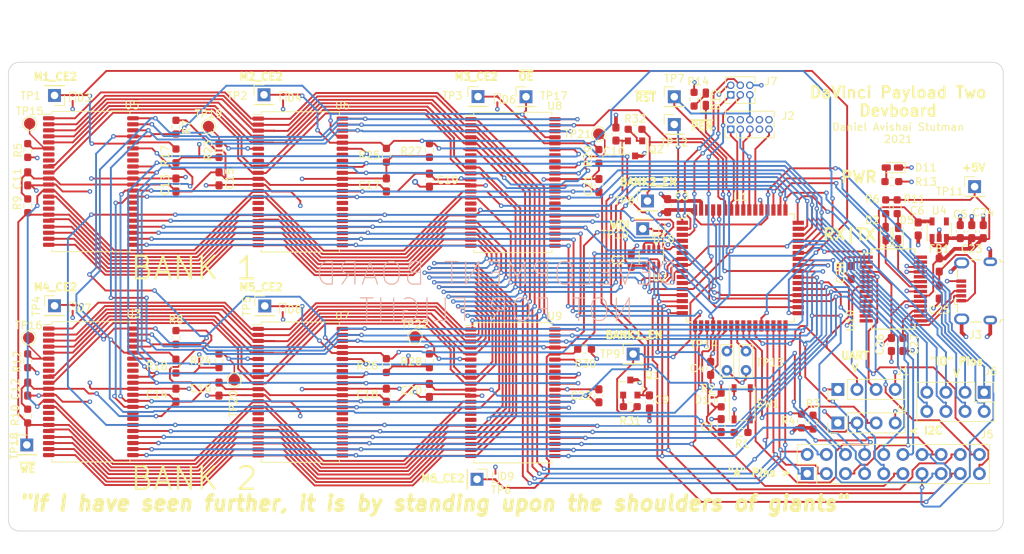
<source format=kicad_pcb>
(kicad_pcb (version 20171130) (host pcbnew 5.1.9-1.fc33)
  (title_block (title "Payload 2 Devboard") (comment 1 "Daniel Avishai Stutman - 2021"))
  (layers (0 F.Cu signal) (1 In1.Cu signal hide) (2 In2.Cu signal hide) (31 B.Cu signal) (34 B.Paste user) (35 F.Paste user) (36 B.SilkS user) (37 F.SilkS user) (38 B.Mask user) (39 F.Mask user) (44 Edge.Cuts user))
  (net 0 "")
  (net 1 /~RST)
  (net 2 GND)
  (net 3 VCC)
  (net 4 +5V)
  (net 5 "Net-(C10-Pad1)")
  (net 6 "Net-(C25-Pad2)")
  (net 7 "Net-(C26-Pad2)")
  (net 8 "Net-(C28-Pad2)")
  (net 9 "Net-(D2-Pad2)")
  (net 10 "Net-(D2-Pad1)")
  (net 11 /M1_CE2)
  (net 12 /M2_CE2)
  (net 13 "Net-(D5-Pad2)")
  (net 14 "Net-(D5-Pad1)")
  (net 15 /M3_CE2)
  (net 16 /M4_CE2)
  (net 17 /M5_CE2)
  (net 18 /M6_CE2)
  (net 19 /WDI)
  (net 20 /UART_RX)
  (net 21 /UART_TX)
  (net 22 /TDI)
  (net 23 /TMS)
  (net 24 /TDO)
  (net 25 /TCK)
  (net 26 "Net-(J3-Pad3)")
  (net 27 "Net-(J3-Pad2)")
  (net 28 /SDA)
  (net 29 /SCL)
  (net 30 /A10)
  (net 31 /A11)
  (net 32 /A12)
  (net 33 /A13)
  (net 34 /A14)
  (net 35 /A15)
  (net 36 /A16)
  (net 37 /A17)
  (net 38 /A18)
  (net 39 /A19)
  (net 40 /A9)
  (net 41 /A8)
  (net 42 /A7)
  (net 43 /A6)
  (net 44 /A5)
  (net 45 /A4)
  (net 46 /A3)
  (net 47 /A2)
  (net 48 /A1)
  (net 49 /A0)
  (net 50 /IO4)
  (net 51 /IO5)
  (net 52 /IO6)
  (net 53 /IO7)
  (net 54 /IO3)
  (net 55 /IO2)
  (net 56 /IO1)
  (net 57 /IO0)
  (net 58 "Net-(Q1-Pad1)")
  (net 59 "Net-(Q2-Pad1)")
  (net 60 "Net-(R1-Pad2)")
  (net 61 "Net-(R5-Pad2)")
  (net 62 /~OE)
  (net 63 /~WE)
  (net 64 "Net-(R12-Pad2)")
  (net 65 "Net-(R23-Pad2)")
  (net 66 "Net-(R24-Pad2)")
  (net 67 "Net-(R27-Pad2)")
  (net 68 "Net-(R28-Pad2)")
  (net 69 /BANK1_EN)
  (net 70 /BANK2_EN)
  (net 71 "Net-(C11-Pad1)")
  (net 72 "Net-(J2-Pad8)")
  (net 73 "Net-(J2-Pad7)")
  (net 74 "Net-(J3-Pad4)")
  (net 75 "Net-(U1-Pad62)")
  (net 76 "Net-(U1-Pad6)")
  (net 77 "Net-(U2-Pad3)")
  (net 78 "Net-(U3-Pad7)")
  (net 79 "Net-(U3-Pad8)")
  (net 80 "Net-(U3-Pad15)")
  (net 81 "Net-(U3-Pad16)")
  (net 82 "Net-(U3-Pad29)")
  (net 83 "Net-(U3-Pad30)")
  (net 84 "Net-(U3-Pad37)")
  (net 85 "Net-(U3-Pad38)")
  (net 86 "Net-(U4-Pad4)")
  (net 87 "Net-(U5-Pad7)")
  (net 88 "Net-(U5-Pad8)")
  (net 89 "Net-(U5-Pad15)")
  (net 90 "Net-(U5-Pad16)")
  (net 91 "Net-(U5-Pad29)")
  (net 92 "Net-(U5-Pad30)")
  (net 93 "Net-(U5-Pad37)")
  (net 94 "Net-(U5-Pad38)")
  (net 95 "Net-(U6-Pad38)")
  (net 96 "Net-(U6-Pad37)")
  (net 97 "Net-(U6-Pad30)")
  (net 98 "Net-(U6-Pad29)")
  (net 99 "Net-(U6-Pad16)")
  (net 100 "Net-(U6-Pad15)")
  (net 101 "Net-(U6-Pad8)")
  (net 102 "Net-(U6-Pad7)")
  (net 103 "Net-(U7-Pad7)")
  (net 104 "Net-(U7-Pad8)")
  (net 105 "Net-(U7-Pad15)")
  (net 106 "Net-(U7-Pad16)")
  (net 107 "Net-(U7-Pad29)")
  (net 108 "Net-(U7-Pad30)")
  (net 109 "Net-(U7-Pad37)")
  (net 110 "Net-(U7-Pad38)")
  (net 111 "Net-(U8-Pad7)")
  (net 112 "Net-(U8-Pad8)")
  (net 113 "Net-(U8-Pad15)")
  (net 114 "Net-(U8-Pad16)")
  (net 115 "Net-(U8-Pad29)")
  (net 116 "Net-(U8-Pad30)")
  (net 117 "Net-(U8-Pad37)")
  (net 118 "Net-(U8-Pad38)")
  (net 119 "Net-(U9-Pad7)")
  (net 120 "Net-(U9-Pad8)")
  (net 121 "Net-(U9-Pad15)")
  (net 122 "Net-(U9-Pad16)")
  (net 123 "Net-(U9-Pad29)")
  (net 124 "Net-(U9-Pad30)")
  (net 125 "Net-(U9-Pad37)")
  (net 126 "Net-(U9-Pad38)")
  (net 127 "Net-(U10-Pad28)")
  (net 128 "Net-(U10-Pad27)")
  (net 129 "Net-(U10-Pad14)")
  (net 130 "Net-(U10-Pad13)")
  (net 131 "Net-(U10-Pad12)")
  (net 132 "Net-(U10-Pad11)")
  (net 133 "Net-(U10-Pad10)")
  (net 134 "Net-(U10-Pad9)")
  (net 135 "Net-(U10-Pad6)")
  (net 136 "Net-(U10-Pad3)")
  (net 137 "Net-(D11-Pad2)")
  (net 138 /MOSI)
  (net 139 /SCK)
  (net 140 /MISO)
  (net 141 /~PEN)
  (net 142 "Net-(U1-Pad10)")
  (net 143 "Net-(D12-Pad2)")
  (net 144 "Net-(D12-Pad1)")
  (module TestPoint:TestPoint_Pad_D1.5mm (layer F.Cu) (at 134.112 101.854)
    (fp_text reference TP22 (at 0 -1.648) (layer F.SilkS))
    (fp_text value TestPoint)
    (pad 1 smd circle (at 0 0) (size 1.5 1.5) (layers F.Cu F.Mask) (net 68 "Net-(R28-Pad2)"))
  )
  (module TestPoint:TestPoint_Pad_D1.5mm (layer F.Cu) (at 158.496 74.93)
    (fp_text reference TP21 (at -2.794 0 180) (layer F.SilkS))
    (fp_text value TestPoint)
    (pad 1 smd circle (at 0 0) (size 1.5 1.5) (layers F.Cu F.Mask) (net 67 "Net-(R27-Pad2)"))
  )
  (module TestPoint:TestPoint_Pad_D1.5mm (layer F.Cu) (at 110.109 107.569)
    (fp_text reference TP20 (at -0.127 3.175 90) (layer F.SilkS))
    (fp_text value TestPoint)
    (pad 1 smd circle (at 0 0) (size 1.5 1.5) (layers F.Cu F.Mask) (net 66 "Net-(R24-Pad2)"))
  )
  (module TestPoint:TestPoint_Pad_D1.5mm (layer F.Cu) (at 106.68 73.914)
    (fp_text reference TP19 (at 0 -1.648) (layer F.SilkS))
    (fp_text value TestPoint)
    (pad 1 smd circle (at 0 0) (size 1.5 1.5) (layers F.Cu F.Mask) (net 65 "Net-(R23-Pad2)"))
  )
  (module Connector_PinHeader_2.54mm:PinHeader_1x01_P2.54mm_Vertical (layer F.Cu) (at 82.55 116.205)
    (fp_text reference TP18 (at -1.651 0.127 90) (layer F.SilkS))
    (fp_text value TestPoint)
    (pad 1 thru_hole rect (at 0 0) (size 1.7 1.7) (drill 1) (layers *.Cu *.Mask) (net 63 /~WE))
  )
  (module Connector_PinHeader_2.54mm:PinHeader_1x01_P2.54mm_Vertical (layer F.Cu) (at 148.844 69.977)
    (fp_text reference TP17 (at 3.683 -0.127) (layer F.SilkS))
    (fp_text value TestPoint)
    (pad 1 thru_hole rect (at 0 0) (size 1.7 1.7) (drill 1) (layers *.Cu *.Mask) (net 62 /~OE))
  )
  (module TestPoint:TestPoint_Pad_D1.5mm (layer F.Cu) (at 82.804 101.981)
    (fp_text reference TP16 (at 0 -1.648) (layer F.SilkS))
    (fp_text value TestPoint)
    (pad 1 smd circle (at 0 0) (size 1.5 1.5) (layers F.Cu F.Mask) (net 64 "Net-(R12-Pad2)"))
  )
  (module TestPoint:TestPoint_Pad_D1.5mm (layer F.Cu) (at 82.931 73.533)
    (fp_text reference TP15 (at 0 -1.648) (layer F.SilkS))
    (fp_text value TestPoint)
    (pad 1 smd circle (at 0 0) (size 1.5 1.5) (layers F.Cu F.Mask) (net 61 "Net-(R5-Pad2)"))
  )
  (module Resistor_SMD:R_0603_1608Metric_Pad0.98x0.95mm_HandSolder (layer F.Cu) (at 171.156 70.301 90)
    (fp_text reference R14 (at 2.356 0.548 180) (layer F.SilkS))
    (fp_text value 1k)
    (pad 2 smd roundrect (at 0.9125 0 90) (size 0.975 0.95) (layers F.Cu F.Paste F.Mask) (net 3 VCC))
    (pad 1 smd roundrect (at -0.9125 0 90) (size 0.975 0.95) (layers F.Cu F.Paste F.Mask) (net 143 "Net-(D12-Pad2)"))
  )
  (module LED_SMD:LED_0603_1608Metric_Castellated (layer F.Cu) (at 172.72 70.3075 90)
    (fp_text reference D12 (at -0.0505 1.397 270) (layer F.SilkS))
    (fp_text value STATLED)
    (pad 2 smd roundrect (at 0.8125 0 90) (size 1.225 0.85) (layers F.Cu F.Paste F.Mask) (net 143 "Net-(D12-Pad2)"))
    (pad 1 smd roundrect (at -0.8125 0 90) (size 1.225 0.85) (layers F.Cu F.Paste F.Mask) (net 144 "Net-(D12-Pad1)"))
  )
  (module TestPoint:TestPoint_Bridge_Pitch2.54mm_Drill0.7mm (layer F.Cu) (at 178.054 106.299 90)
    (fp_text reference TP13 (at 1.016 3.175 180) (layer F.SilkS))
    (fp_text value TestPoint)
    (pad 1 thru_hole circle (at 2.54 0 90) (size 1.4 1.4) (drill 0.7) (layers *.Cu *.Mask) (net 2 GND))
    (pad 1 thru_hole circle (at 0 0 90) (size 1.4 1.4) (drill 0.7) (layers *.Cu *.Mask) (net 2 GND))
  )
  (module TestPoint:TestPoint_Bridge_Pitch2.54mm_Drill0.7mm (layer F.Cu) (at 175.514 106.299 90)
    (fp_text reference TP14 (at 3.429 -3.048 180) (layer F.SilkS))
    (fp_text value TestPoint)
    (pad 1 thru_hole circle (at 2.54 0 90) (size 1.4 1.4) (drill 0.7) (layers *.Cu *.Mask) (net 2 GND))
    (pad 1 thru_hole circle (at 0 0 90) (size 1.4 1.4) (drill 0.7) (layers *.Cu *.Mask) (net 2 GND))
  )
  (module Connector_PinHeader_2.54mm:PinHeader_1x01_P2.54mm_Vertical (layer F.Cu) (at 168.529 73.66)
    (fp_text reference TP12 (at 0 2.413) (layer F.SilkS))
    (fp_text value TestPoint)
    (pad 1 thru_hole rect (at 0 0) (size 1.7 1.7) (drill 1) (layers *.Cu *.Mask) (net 141 /~PEN))
  )
  (module Connector_PinHeader_1.27mm:PinHeader_2x03_P1.27mm_Vertical (layer F.Cu) (at 176.022 69.723 90)
    (fp_text reference J7 (at 1.778 5.334 180) (layer F.SilkS))
    (fp_text value Conn_02x03_Counter_Clockwise)
    (pad 6 thru_hole oval (at 1.27 2.54 90) (size 1 1) (drill 0.65) (layers *.Cu *.Mask) (net 2 GND))
    (pad 5 thru_hole oval (at 0 2.54 90) (size 1 1) (drill 0.65) (layers *.Cu *.Mask) (net 1 /~RST))
    (pad 4 thru_hole oval (at 1.27 1.27 90) (size 1 1) (drill 0.65) (layers *.Cu *.Mask) (net 138 /MOSI))
    (pad 3 thru_hole oval (at 0 1.27 90) (size 1 1) (drill 0.65) (layers *.Cu *.Mask) (net 139 /SCK))
    (pad 2 thru_hole oval (at 1.27 0 90) (size 1 1) (drill 0.65) (layers *.Cu *.Mask) (net 3 VCC))
    (pad 1 thru_hole rect (at 0 0 90) (size 1 1) (drill 0.65) (layers *.Cu *.Mask) (net 140 /MISO))
  )
  (module Resistor_SMD:R_0603_1608Metric_Pad0.98x0.95mm_HandSolder (layer F.Cu) (at 197.415 81.24)
    (fp_text reference R13 (at 4.515 0.04) (layer F.SilkS))
    (fp_text value 1k)
    (pad 2 smd roundrect (at 0.9125 0) (size 0.975 0.95) (layers F.Cu F.Paste F.Mask) (net 3 VCC))
    (pad 1 smd roundrect (at -0.9125 0) (size 0.975 0.95) (layers F.Cu F.Paste F.Mask) (net 137 "Net-(D11-Pad2)"))
  )
  (module LED_SMD:LED_0603_1608Metric_Castellated (layer F.Cu) (at 197.485 79.375 180)
    (fp_text reference D11 (at -4.445 0) (layer F.SilkS))
    (fp_text value PWRLED)
    (pad 2 smd roundrect (at 0.8125 0 180) (size 1.225 0.85) (layers F.Cu F.Paste F.Mask) (net 137 "Net-(D11-Pad2)"))
    (pad 1 smd roundrect (at -0.8125 0 180) (size 1.225 0.85) (layers F.Cu F.Paste F.Mask) (net 2 GND))
  )
  (module Package_QFP:TQFP-64_14x14mm_P0.8mm (layer F.Cu) (at 177.292 92.71)
    (fp_text reference U1 (at 0 -9.45) (layer F.SilkS))
    (fp_text value ATmega128L-8AU)
    (pad 1 smd rect (at -7.7 -6) (size 1.5 0.55) (layers F.Cu F.Paste F.Mask) (net 141 /~PEN))
    (pad 2 smd rect (at -7.7 -5.2) (size 1.5 0.55) (layers F.Cu F.Paste F.Mask) (net 138 /MOSI))
    (pad 3 smd rect (at -7.7 -4.4) (size 1.5 0.55) (layers F.Cu F.Paste F.Mask) (net 140 /MISO))
    (pad 4 smd rect (at -7.7 -3.6) (size 1.5 0.55) (layers F.Cu F.Paste F.Mask) (net 62 /~OE))
    (pad 5 smd rect (at -7.7 -2.8) (size 1.5 0.55) (layers F.Cu F.Paste F.Mask) (net 63 /~WE))
    (pad 6 smd rect (at -7.7 -2) (size 1.5 0.55) (layers F.Cu F.Paste F.Mask) (net 76 "Net-(U1-Pad6)"))
    (pad 7 smd rect (at -7.7 -1.2) (size 1.5 0.55) (layers F.Cu F.Paste F.Mask) (net 39 /A19))
    (pad 8 smd rect (at -7.7 -0.4) (size 1.5 0.55) (layers F.Cu F.Paste F.Mask) (net 38 /A18))
    (pad 9 smd rect (at -7.7 0.4) (size 1.5 0.55) (layers F.Cu F.Paste F.Mask) (net 19 /WDI))
    (pad 10 smd rect (at -7.7 1.2) (size 1.5 0.55) (layers F.Cu F.Paste F.Mask) (net 142 "Net-(U1-Pad10)"))
    (pad 11 smd rect (at -7.7 2) (size 1.5 0.55) (layers F.Cu F.Paste F.Mask) (net 139 /SCK))
    (pad 12 smd rect (at -7.7 2.8) (size 1.5 0.55) (layers F.Cu F.Paste F.Mask) (net 37 /A17))
    (pad 13 smd rect (at -7.7 3.6) (size 1.5 0.55) (layers F.Cu F.Paste F.Mask) (net 36 /A16))
    (pad 14 smd rect (at -7.7 4.4) (size 1.5 0.55) (layers F.Cu F.Paste F.Mask) (net 35 /A15))
    (pad 15 smd rect (at -7.7 5.2) (size 1.5 0.55) (layers F.Cu F.Paste F.Mask) (net 34 /A14))
    (pad 16 smd rect (at -7.7 6) (size 1.5 0.55) (layers F.Cu F.Paste F.Mask) (net 33 /A13))
    (pad 17 smd rect (at -6 7.7 90) (size 1.5 0.55) (layers F.Cu F.Paste F.Mask) (net 32 /A12))
    (pad 18 smd rect (at -5.2 7.7 90) (size 1.5 0.55) (layers F.Cu F.Paste F.Mask) (net 16 /M4_CE2))
    (pad 19 smd rect (at -4.4 7.7 90) (size 1.5 0.55) (layers F.Cu F.Paste F.Mask) (net 17 /M5_CE2))
    (pad 20 smd rect (at -3.6 7.7 90) (size 1.5 0.55) (layers F.Cu F.Paste F.Mask) (net 1 /~RST))
    (pad 21 smd rect (at -2.8 7.7 90) (size 1.5 0.55) (layers F.Cu F.Paste F.Mask) (net 3 VCC))
    (pad 22 smd rect (at -2 7.7 90) (size 1.5 0.55) (layers F.Cu F.Paste F.Mask) (net 2 GND))
    (pad 23 smd rect (at -1.2 7.7 90) (size 1.5 0.55) (layers F.Cu F.Paste F.Mask) (net 2 GND))
    (pad 24 smd rect (at -0.4 7.7 90) (size 1.5 0.55) (layers F.Cu F.Paste F.Mask) (net 2 GND))
    (pad 25 smd rect (at 0.4 7.7 90) (size 1.5 0.55) (layers F.Cu F.Paste F.Mask) (net 29 /SCL))
    (pad 26 smd rect (at 1.2 7.7 90) (size 1.5 0.55) (layers F.Cu F.Paste F.Mask) (net 28 /SDA))
    (pad 27 smd rect (at 2 7.7 90) (size 1.5 0.55) (layers F.Cu F.Paste F.Mask) (net 20 /UART_RX))
    (pad 28 smd rect (at 2.8 7.7 90) (size 1.5 0.55) (layers F.Cu F.Paste F.Mask) (net 21 /UART_TX))
    (pad 29 smd rect (at 3.6 7.7 90) (size 1.5 0.55) (layers F.Cu F.Paste F.Mask) (net 46 /A3))
    (pad 30 smd rect (at 4.4 7.7 90) (size 1.5 0.55) (layers F.Cu F.Paste F.Mask) (net 47 /A2))
    (pad 31 smd rect (at 5.2 7.7 90) (size 1.5 0.55) (layers F.Cu F.Paste F.Mask) (net 48 /A1))
    (pad 32 smd rect (at 6 7.7 90) (size 1.5 0.55) (layers F.Cu F.Paste F.Mask) (net 49 /A0))
    (pad 33 smd rect (at 7.7 6) (size 1.5 0.55) (layers F.Cu F.Paste F.Mask) (net 11 /M1_CE2))
    (pad 34 smd rect (at 7.7 5.2) (size 1.5 0.55) (layers F.Cu F.Paste F.Mask) (net 12 /M2_CE2))
    (pad 35 smd rect (at 7.7 4.4) (size 1.5 0.55) (layers F.Cu F.Paste F.Mask) (net 31 /A11))
    (pad 36 smd rect (at 7.7 3.6) (size 1.5 0.55) (layers F.Cu F.Paste F.Mask) (net 30 /A10))
    (pad 37 smd rect (at 7.7 2.8) (size 1.5 0.55) (layers F.Cu F.Paste F.Mask) (net 40 /A9))
    (pad 38 smd rect (at 7.7 2) (size 1.5 0.55) (layers F.Cu F.Paste F.Mask) (net 41 /A8))
    (pad 39 smd rect (at 7.7 1.2) (size 1.5 0.55) (layers F.Cu F.Paste F.Mask) (net 42 /A7))
    (pad 40 smd rect (at 7.7 0.4) (size 1.5 0.55) (layers F.Cu F.Paste F.Mask) (net 43 /A6))
    (pad 41 smd rect (at 7.7 -0.4) (size 1.5 0.55) (layers F.Cu F.Paste F.Mask) (net 44 /A5))
    (pad 42 smd rect (at 7.7 -1.2) (size 1.5 0.55) (layers F.Cu F.Paste F.Mask) (net 45 /A4))
    (pad 43 smd rect (at 7.7 -2) (size 1.5 0.55) (layers F.Cu F.Paste F.Mask) (net 15 /M3_CE2))
    (pad 44 smd rect (at 7.7 -2.8) (size 1.5 0.55) (layers F.Cu F.Paste F.Mask) (net 53 /IO7))
    (pad 45 smd rect (at 7.7 -3.6) (size 1.5 0.55) (layers F.Cu F.Paste F.Mask) (net 52 /IO6))
    (pad 46 smd rect (at 7.7 -4.4) (size 1.5 0.55) (layers F.Cu F.Paste F.Mask) (net 51 /IO5))
    (pad 47 smd rect (at 7.7 -5.2) (size 1.5 0.55) (layers F.Cu F.Paste F.Mask) (net 50 /IO4))
    (pad 48 smd rect (at 7.7 -6) (size 1.5 0.55) (layers F.Cu F.Paste F.Mask) (net 54 /IO3))
    (pad 49 smd rect (at 6 -7.7 90) (size 1.5 0.55) (layers F.Cu F.Paste F.Mask) (net 55 /IO2))
    (pad 50 smd rect (at 5.2 -7.7 90) (size 1.5 0.55) (layers F.Cu F.Paste F.Mask) (net 56 /IO1))
    (pad 51 smd rect (at 4.4 -7.7 90) (size 1.5 0.55) (layers F.Cu F.Paste F.Mask) (net 57 /IO0))
    (pad 52 smd rect (at 3.6 -7.7 90) (size 1.5 0.55) (layers F.Cu F.Paste F.Mask) (net 3 VCC))
    (pad 53 smd rect (at 2.8 -7.7 90) (size 1.5 0.55) (layers F.Cu F.Paste F.Mask) (net 2 GND))
    (pad 54 smd rect (at 2 -7.7 90) (size 1.5 0.55) (layers F.Cu F.Paste F.Mask) (net 22 /TDI))
    (pad 55 smd rect (at 1.2 -7.7 90) (size 1.5 0.55) (layers F.Cu F.Paste F.Mask) (net 24 /TDO))
    (pad 56 smd rect (at 0.4 -7.7 90) (size 1.5 0.55) (layers F.Cu F.Paste F.Mask) (net 23 /TMS))
    (pad 57 smd rect (at -0.4 -7.7 90) (size 1.5 0.55) (layers F.Cu F.Paste F.Mask) (net 25 /TCK))
    (pad 58 smd rect (at -1.2 -7.7 90) (size 1.5 0.55) (layers F.Cu F.Paste F.Mask) (net 144 "Net-(D12-Pad1)"))
    (pad 59 smd rect (at -2 -7.7 90) (size 1.5 0.55) (layers F.Cu F.Paste F.Mask) (net 70 /BANK2_EN))
    (pad 60 smd rect (at -2.8 -7.7 90) (size 1.5 0.55) (layers F.Cu F.Paste F.Mask) (net 69 /BANK1_EN))
    (pad 61 smd rect (at -3.6 -7.7 90) (size 1.5 0.55) (layers F.Cu F.Paste F.Mask) (net 18 /M6_CE2))
    (pad 62 smd rect (at -4.4 -7.7 90) (size 1.5 0.55) (layers F.Cu F.Paste F.Mask) (net 75 "Net-(U1-Pad62)"))
    (pad 63 smd rect (at -5.2 -7.7 90) (size 1.5 0.55) (layers F.Cu F.Paste F.Mask) (net 2 GND))
    (pad 64 smd rect (at -6 -7.7 90) (size 1.5 0.55) (layers F.Cu F.Paste F.Mask) (net 3 VCC))
  )
  (module Package_SO:TSOP-II-44_10.16x18.41mm_P0.8mm (layer F.Cu) (at 91.0595 81.235)
    (fp_text reference U5 (at 5.4605 -10.115) (layer F.SilkS))
    (fp_text value CY62158EV30LL-45ZSXIT)
    (pad 1 smd roundrect (at -5.5875 -8.4) (size 1.525 0.55) (layers F.Cu F.Paste F.Mask) (net 45 /A4))
    (pad 2 smd roundrect (at -5.5875 -7.6) (size 1.525 0.55) (layers F.Cu F.Paste F.Mask) (net 46 /A3))
    (pad 3 smd roundrect (at -5.5875 -6.8) (size 1.525 0.55) (layers F.Cu F.Paste F.Mask) (net 47 /A2))
    (pad 4 smd roundrect (at -5.5875 -6) (size 1.525 0.55) (layers F.Cu F.Paste F.Mask) (net 48 /A1))
    (pad 5 smd roundrect (at -5.5875 -5.2) (size 1.525 0.55) (layers F.Cu F.Paste F.Mask) (net 49 /A0))
    (pad 6 smd roundrect (at -5.5875 -4.4) (size 1.525 0.55) (layers F.Cu F.Paste F.Mask) (net 61 "Net-(R5-Pad2)"))
    (pad 7 smd roundrect (at -5.5875 -3.6) (size 1.525 0.55) (layers F.Cu F.Paste F.Mask) (net 87 "Net-(U5-Pad7)"))
    (pad 8 smd roundrect (at -5.5875 -2.8) (size 1.525 0.55) (layers F.Cu F.Paste F.Mask) (net 88 "Net-(U5-Pad8)"))
    (pad 9 smd roundrect (at -5.5875 -2) (size 1.525 0.55) (layers F.Cu F.Paste F.Mask) (net 57 /IO0))
    (pad 10 smd roundrect (at -5.5875 -1.2) (size 1.525 0.55) (layers F.Cu F.Paste F.Mask) (net 56 /IO1))
    (pad 11 smd roundrect (at -5.5875 -0.4) (size 1.525 0.55) (layers F.Cu F.Paste F.Mask) (net 71 "Net-(C11-Pad1)"))
    (pad 12 smd roundrect (at -5.5875 0.4) (size 1.525 0.55) (layers F.Cu F.Paste F.Mask) (net 2 GND))
    (pad 13 smd roundrect (at -5.5875 1.2) (size 1.525 0.55) (layers F.Cu F.Paste F.Mask) (net 55 /IO2))
    (pad 14 smd roundrect (at -5.5875 2) (size 1.525 0.55) (layers F.Cu F.Paste F.Mask) (net 54 /IO3))
    (pad 15 smd roundrect (at -5.5875 2.8) (size 1.525 0.55) (layers F.Cu F.Paste F.Mask) (net 89 "Net-(U5-Pad15)"))
    (pad 16 smd roundrect (at -5.5875 3.6) (size 1.525 0.55) (layers F.Cu F.Paste F.Mask) (net 90 "Net-(U5-Pad16)"))
    (pad 17 smd roundrect (at -5.5875 4.4) (size 1.525 0.55) (layers F.Cu F.Paste F.Mask) (net 63 /~WE))
    (pad 18 smd roundrect (at -5.5875 5.2) (size 1.525 0.55) (layers F.Cu F.Paste F.Mask) (net 39 /A19))
    (pad 19 smd roundrect (at -5.5875 6) (size 1.525 0.55) (layers F.Cu F.Paste F.Mask) (net 38 /A18))
    (pad 20 smd roundrect (at -5.5875 6.8) (size 1.525 0.55) (layers F.Cu F.Paste F.Mask) (net 37 /A17))
    (pad 21 smd roundrect (at -5.5875 7.6) (size 1.525 0.55) (layers F.Cu F.Paste F.Mask) (net 36 /A16))
    (pad 22 smd roundrect (at -5.5875 8.4) (size 1.525 0.55) (layers F.Cu F.Paste F.Mask) (net 35 /A15))
    (pad 23 smd roundrect (at 5.5875 8.4) (size 1.525 0.55) (layers F.Cu F.Paste F.Mask) (net 34 /A14))
    (pad 24 smd roundrect (at 5.5875 7.6) (size 1.525 0.55) (layers F.Cu F.Paste F.Mask) (net 33 /A13))
    (pad 25 smd roundrect (at 5.5875 6.8) (size 1.525 0.55) (layers F.Cu F.Paste F.Mask) (net 32 /A12))
    (pad 26 smd roundrect (at 5.5875 6) (size 1.525 0.55) (layers F.Cu F.Paste F.Mask) (net 31 /A11))
    (pad 27 smd roundrect (at 5.5875 5.2) (size 1.525 0.55) (layers F.Cu F.Paste F.Mask) (net 30 /A10))
    (pad 28 smd roundrect (at 5.5875 4.4) (size 1.525 0.55) (layers F.Cu F.Paste F.Mask) (net 40 /A9))
    (pad 29 smd roundrect (at 5.5875 3.6) (size 1.525 0.55) (layers F.Cu F.Paste F.Mask) (net 91 "Net-(U5-Pad29)"))
    (pad 30 smd roundrect (at 5.5875 2.8) (size 1.525 0.55) (layers F.Cu F.Paste F.Mask) (net 92 "Net-(U5-Pad30)"))
    (pad 31 smd roundrect (at 5.5875 2) (size 1.525 0.55) (layers F.Cu F.Paste F.Mask) (net 50 /IO4))
    (pad 32 smd roundrect (at 5.5875 1.2) (size 1.525 0.55) (layers F.Cu F.Paste F.Mask) (net 51 /IO5))
    (pad 33 smd roundrect (at 5.5875 0.4) (size 1.525 0.55) (layers F.Cu F.Paste F.Mask) (net 71 "Net-(C11-Pad1)"))
    (pad 34 smd roundrect (at 5.5875 -0.4) (size 1.525 0.55) (layers F.Cu F.Paste F.Mask) (net 2 GND))
    (pad 35 smd roundrect (at 5.5875 -1.2) (size 1.525 0.55) (layers F.Cu F.Paste F.Mask) (net 52 /IO6))
    (pad 36 smd roundrect (at 5.5875 -2) (size 1.525 0.55) (layers F.Cu F.Paste F.Mask) (net 53 /IO7))
    (pad 37 smd roundrect (at 5.5875 -2.8) (size 1.525 0.55) (layers F.Cu F.Paste F.Mask) (net 93 "Net-(U5-Pad37)"))
    (pad 38 smd roundrect (at 5.5875 -3.6) (size 1.525 0.55) (layers F.Cu F.Paste F.Mask) (net 94 "Net-(U5-Pad38)"))
    (pad 39 smd roundrect (at 5.5875 -4.4) (size 1.525 0.55) (layers F.Cu F.Paste F.Mask) (net 41 /A8))
    (pad 40 smd roundrect (at 5.5875 -5.2) (size 1.525 0.55) (layers F.Cu F.Paste F.Mask) (net 11 /M1_CE2))
    (pad 41 smd roundrect (at 5.5875 -6) (size 1.525 0.55) (layers F.Cu F.Paste F.Mask) (net 62 /~OE))
    (pad 42 smd roundrect (at 5.5875 -6.8) (size 1.525 0.55) (layers F.Cu F.Paste F.Mask) (net 42 /A7))
    (pad 43 smd roundrect (at 5.5875 -7.6) (size 1.525 0.55) (layers F.Cu F.Paste F.Mask) (net 43 /A6))
    (pad 44 smd roundrect (at 5.5875 -8.4) (size 1.525 0.55) (layers F.Cu F.Paste F.Mask) (net 44 /A5))
  )
  (module Package_SO:TSOP-II-44_10.16x18.41mm_P0.8mm (layer F.Cu) (at 91.055 109.155)
    (fp_text reference U3 (at 5.719 -10.349) (layer F.SilkS))
    (fp_text value CY62158EV30LL-45ZSXIT)
    (pad 44 smd roundrect (at 5.5875 -8.4) (size 1.525 0.55) (layers F.Cu F.Paste F.Mask) (net 44 /A5))
    (pad 43 smd roundrect (at 5.5875 -7.6) (size 1.525 0.55) (layers F.Cu F.Paste F.Mask) (net 43 /A6))
    (pad 42 smd roundrect (at 5.5875 -6.8) (size 1.525 0.55) (layers F.Cu F.Paste F.Mask) (net 42 /A7))
    (pad 41 smd roundrect (at 5.5875 -6) (size 1.525 0.55) (layers F.Cu F.Paste F.Mask) (net 62 /~OE))
    (pad 40 smd roundrect (at 5.5875 -5.2) (size 1.525 0.55) (layers F.Cu F.Paste F.Mask) (net 16 /M4_CE2))
    (pad 39 smd roundrect (at 5.5875 -4.4) (size 1.525 0.55) (layers F.Cu F.Paste F.Mask) (net 41 /A8))
    (pad 38 smd roundrect (at 5.5875 -3.6) (size 1.525 0.55) (layers F.Cu F.Paste F.Mask) (net 85 "Net-(U3-Pad38)"))
    (pad 37 smd roundrect (at 5.5875 -2.8) (size 1.525 0.55) (layers F.Cu F.Paste F.Mask) (net 84 "Net-(U3-Pad37)"))
    (pad 36 smd roundrect (at 5.5875 -2) (size 1.525 0.55) (layers F.Cu F.Paste F.Mask) (net 53 /IO7))
    (pad 35 smd roundrect (at 5.5875 -1.2) (size 1.525 0.55) (layers F.Cu F.Paste F.Mask) (net 52 /IO6))
    (pad 34 smd roundrect (at 5.5875 -0.4) (size 1.525 0.55) (layers F.Cu F.Paste F.Mask) (net 2 GND))
    (pad 33 smd roundrect (at 5.5875 0.4) (size 1.525 0.55) (layers F.Cu F.Paste F.Mask) (net 5 "Net-(C10-Pad1)"))
    (pad 32 smd roundrect (at 5.5875 1.2) (size 1.525 0.55) (layers F.Cu F.Paste F.Mask) (net 51 /IO5))
    (pad 31 smd roundrect (at 5.5875 2) (size 1.525 0.55) (layers F.Cu F.Paste F.Mask) (net 50 /IO4))
    (pad 30 smd roundrect (at 5.5875 2.8) (size 1.525 0.55) (layers F.Cu F.Paste F.Mask) (net 83 "Net-(U3-Pad30)"))
    (pad 29 smd roundrect (at 5.5875 3.6) (size 1.525 0.55) (layers F.Cu F.Paste F.Mask) (net 82 "Net-(U3-Pad29)"))
    (pad 28 smd roundrect (at 5.5875 4.4) (size 1.525 0.55) (layers F.Cu F.Paste F.Mask) (net 40 /A9))
    (pad 27 smd roundrect (at 5.5875 5.2) (size 1.525 0.55) (layers F.Cu F.Paste F.Mask) (net 30 /A10))
    (pad 26 smd roundrect (at 5.5875 6) (size 1.525 0.55) (layers F.Cu F.Paste F.Mask) (net 31 /A11))
    (pad 25 smd roundrect (at 5.5875 6.8) (size 1.525 0.55) (layers F.Cu F.Paste F.Mask) (net 32 /A12))
    (pad 24 smd roundrect (at 5.5875 7.6) (size 1.525 0.55) (layers F.Cu F.Paste F.Mask) (net 33 /A13))
    (pad 23 smd roundrect (at 5.5875 8.4) (size 1.525 0.55) (layers F.Cu F.Paste F.Mask) (net 34 /A14))
    (pad 22 smd roundrect (at -5.5875 8.4) (size 1.525 0.55) (layers F.Cu F.Paste F.Mask) (net 35 /A15))
    (pad 21 smd roundrect (at -5.5875 7.6) (size 1.525 0.55) (layers F.Cu F.Paste F.Mask) (net 36 /A16))
    (pad 20 smd roundrect (at -5.5875 6.8) (size 1.525 0.55) (layers F.Cu F.Paste F.Mask) (net 37 /A17))
    (pad 19 smd roundrect (at -5.5875 6) (size 1.525 0.55) (layers F.Cu F.Paste F.Mask) (net 38 /A18))
    (pad 18 smd roundrect (at -5.5875 5.2) (size 1.525 0.55) (layers F.Cu F.Paste F.Mask) (net 39 /A19))
    (pad 17 smd roundrect (at -5.5875 4.4) (size 1.525 0.55) (layers F.Cu F.Paste F.Mask) (net 63 /~WE))
    (pad 16 smd roundrect (at -5.5875 3.6) (size 1.525 0.55) (layers F.Cu F.Paste F.Mask) (net 81 "Net-(U3-Pad16)"))
    (pad 15 smd roundrect (at -5.5875 2.8) (size 1.525 0.55) (layers F.Cu F.Paste F.Mask) (net 80 "Net-(U3-Pad15)"))
    (pad 14 smd roundrect (at -5.5875 2) (size 1.525 0.55) (layers F.Cu F.Paste F.Mask) (net 54 /IO3))
    (pad 13 smd roundrect (at -5.5875 1.2) (size 1.525 0.55) (layers F.Cu F.Paste F.Mask) (net 55 /IO2))
    (pad 12 smd roundrect (at -5.5875 0.4) (size 1.525 0.55) (layers F.Cu F.Paste F.Mask) (net 2 GND))
    (pad 11 smd roundrect (at -5.5875 -0.4) (size 1.525 0.55) (layers F.Cu F.Paste F.Mask) (net 5 "Net-(C10-Pad1)"))
    (pad 10 smd roundrect (at -5.5875 -1.2) (size 1.525 0.55) (layers F.Cu F.Paste F.Mask) (net 56 /IO1))
    (pad 9 smd roundrect (at -5.5875 -2) (size 1.525 0.55) (layers F.Cu F.Paste F.Mask) (net 57 /IO0))
    (pad 8 smd roundrect (at -5.5875 -2.8) (size 1.525 0.55) (layers F.Cu F.Paste F.Mask) (net 79 "Net-(U3-Pad8)"))
    (pad 7 smd roundrect (at -5.5875 -3.6) (size 1.525 0.55) (layers F.Cu F.Paste F.Mask) (net 78 "Net-(U3-Pad7)"))
    (pad 6 smd roundrect (at -5.5875 -4.4) (size 1.525 0.55) (layers F.Cu F.Paste F.Mask) (net 64 "Net-(R12-Pad2)"))
    (pad 5 smd roundrect (at -5.5875 -5.2) (size 1.525 0.55) (layers F.Cu F.Paste F.Mask) (net 49 /A0))
    (pad 4 smd roundrect (at -5.5875 -6) (size 1.525 0.55) (layers F.Cu F.Paste F.Mask) (net 48 /A1))
    (pad 3 smd roundrect (at -5.5875 -6.8) (size 1.525 0.55) (layers F.Cu F.Paste F.Mask) (net 47 /A2))
    (pad 2 smd roundrect (at -5.5875 -7.6) (size 1.525 0.55) (layers F.Cu F.Paste F.Mask) (net 46 /A3))
    (pad 1 smd roundrect (at -5.5875 -8.4) (size 1.525 0.55) (layers F.Cu F.Paste F.Mask) (net 45 /A4))
  )
  (module Capacitor_SMD:C_0603_1608Metric_Pad1.08x0.95mm_HandSolder (layer F.Cu) (at 102.3575 109.6075 90)
    (fp_text reference C14 (at 0.1335 -2.5355 180) (layer F.SilkS))
    (fp_text value 100n)
    (pad 1 smd roundrect (at -0.8625 0 90) (size 1.075 0.95) (layers F.Cu F.Paste F.Mask) (net 5 "Net-(C10-Pad1)"))
    (pad 2 smd roundrect (at 0.8625 0 90) (size 1.075 0.95) (layers F.Cu F.Paste F.Mask) (net 2 GND))
  )
  (module Capacitor_SMD:C_0603_1608Metric_Pad1.08x0.95mm_HandSolder (layer F.Cu) (at 130.2975 109.6075 90)
    (fp_text reference C18 (at 0.1335 -2.5355 180) (layer F.SilkS))
    (fp_text value 100n)
    (pad 2 smd roundrect (at 0.8625 0 90) (size 1.075 0.95) (layers F.Cu F.Paste F.Mask) (net 2 GND))
    (pad 1 smd roundrect (at -0.8625 0 90) (size 1.075 0.95) (layers F.Cu F.Paste F.Mask) (net 5 "Net-(C10-Pad1)"))
  )
  (module Capacitor_SMD:C_0603_1608Metric_Pad1.08x0.95mm_HandSolder (layer F.Cu) (at 136.0125 108.9725 270)
    (fp_text reference C20 (at -0.0065 2.4085 180) (layer F.SilkS))
    (fp_text value 100n)
    (pad 1 smd roundrect (at -0.8625 0 270) (size 1.075 0.95) (layers F.Cu F.Paste F.Mask) (net 5 "Net-(C10-Pad1)"))
    (pad 2 smd roundrect (at 0.8625 0 270) (size 1.075 0.95) (layers F.Cu F.Paste F.Mask) (net 2 GND))
  )
  (module Capacitor_SMD:C_0603_1608Metric_Pad1.08x0.95mm_HandSolder (layer F.Cu) (at 158.517 109.6837 90)
    (fp_text reference C22 (at 0 -2.307 180) (layer F.SilkS))
    (fp_text value 100n)
    (pad 1 smd roundrect (at -0.8625 0 90) (size 1.075 0.95) (layers F.Cu F.Paste F.Mask) (net 5 "Net-(C10-Pad1)"))
    (pad 2 smd roundrect (at 0.8625 0 90) (size 1.075 0.95) (layers F.Cu F.Paste F.Mask) (net 2 GND))
  )
  (module Resistor_SMD:R_0603_1608Metric_Pad0.98x0.95mm_HandSolder (layer F.Cu) (at 102.3575 105.7475 90)
    (fp_text reference R18 (at 0 -2.5355 180) (layer F.SilkS))
    (fp_text value 40k)
    (pad 1 smd roundrect (at -0.9125 0 90) (size 0.975 0.95) (layers F.Cu F.Paste F.Mask) (net 2 GND))
    (pad 2 smd roundrect (at 0.9125 0 90) (size 0.975 0.95) (layers F.Cu F.Paste F.Mask) (net 16 /M4_CE2))
  )
  (module Resistor_SMD:R_0603_1608Metric_Pad0.98x0.95mm_HandSolder (layer F.Cu) (at 108.0725 105.0325 90)
    (fp_text reference R24 (at 0 -2.4085 180) (layer F.SilkS))
    (fp_text value 40k)
    (pad 2 smd roundrect (at 0.9125 0 90) (size 0.975 0.95) (layers F.Cu F.Paste F.Mask) (net 66 "Net-(R24-Pad2)"))
    (pad 1 smd roundrect (at -0.9125 0 90) (size 0.975 0.95) (layers F.Cu F.Paste F.Mask) (net 2 GND))
  )
  (module Resistor_SMD:R_0603_1608Metric_Pad0.98x0.95mm_HandSolder (layer F.Cu) (at 130.2975 105.6675 90)
    (fp_text reference R26 (at 0.0035 -2.5355 180) (layer F.SilkS))
    (fp_text value 40k)
    (pad 2 smd roundrect (at 0.9125 0 90) (size 0.975 0.95) (layers F.Cu F.Paste F.Mask) (net 17 /M5_CE2))
    (pad 1 smd roundrect (at -0.9125 0 90) (size 0.975 0.95) (layers F.Cu F.Paste F.Mask) (net 2 GND))
  )
  (module Resistor_SMD:R_0603_1608Metric_Pad0.98x0.95mm_HandSolder (layer F.Cu) (at 136.0125 105.0325 90)
    (fp_text reference R28 (at -0.1235 -2.4085 180) (layer F.SilkS))
    (fp_text value 40k)
    (pad 1 smd roundrect (at -0.9125 0 90) (size 0.975 0.95) (layers F.Cu F.Paste F.Mask) (net 2 GND))
    (pad 2 smd roundrect (at 0.9125 0 90) (size 0.975 0.95) (layers F.Cu F.Paste F.Mask) (net 68 "Net-(R28-Pad2)"))
  )
  (module Resistor_SMD:R_0603_1608Metric_Pad0.98x0.95mm_HandSolder (layer F.Cu) (at 156.614 103.505 180)
    (fp_text reference R30 (at -0.104 -1.905) (layer F.SilkS))
    (fp_text value 40k)
    (pad 1 smd roundrect (at -0.9125 0 180) (size 0.975 0.95) (layers F.Cu F.Paste F.Mask) (net 2 GND))
    (pad 2 smd roundrect (at 0.9125 0 180) (size 0.975 0.95) (layers F.Cu F.Paste F.Mask) (net 18 /M6_CE2))
  )
  (module Resistor_SMD:R_0603_1608Metric_Pad0.98x0.95mm_HandSolder (layer F.Cu) (at 82.6725 105.0325 90)
    (fp_text reference R12 (at -0.1235 -1.3925 270) (layer F.SilkS))
    (fp_text value 40k)
    (pad 2 smd roundrect (at 0.9125 0 90) (size 0.975 0.95) (layers F.Cu F.Paste F.Mask) (net 64 "Net-(R12-Pad2)"))
    (pad 1 smd roundrect (at -0.9125 0 90) (size 0.975 0.95) (layers F.Cu F.Paste F.Mask) (net 2 GND))
  )
  (module Resistor_SMD:R_0603_1608Metric_Pad0.98x0.95mm_HandSolder (layer F.Cu) (at 102.3575 101.9375 270)
    (fp_text reference R8 (at -2.3695 -0.0045 180) (layer F.SilkS))
    (fp_text value 40k)
    (pad 2 smd roundrect (at 0.9125 0 270) (size 0.975 0.95) (layers F.Cu F.Paste F.Mask) (net 62 /~OE))
    (pad 1 smd roundrect (at -0.9125 0 270) (size 0.975 0.95) (layers F.Cu F.Paste F.Mask) (net 5 "Net-(C10-Pad1)"))
  )
  (module Resistor_SMD:R_0603_1608Metric_Pad0.98x0.95mm_HandSolder (layer F.Cu) (at 82.6725 112.375 270)
    (fp_text reference R10 (at -0.107 1.6465 90) (layer F.SilkS))
    (fp_text value 40k)
    (pad 1 smd roundrect (at -0.9125 0 270) (size 0.975 0.95) (layers F.Cu F.Paste F.Mask) (net 5 "Net-(C10-Pad1)"))
    (pad 2 smd roundrect (at 0.9125 0 270) (size 0.975 0.95) (layers F.Cu F.Paste F.Mask) (net 63 /~WE))
  )
  (module Capacitor_SMD:C_0603_1608Metric_Pad1.08x0.95mm_HandSolder (layer F.Cu) (at 82.6725 108.7925 270)
    (fp_text reference C12 (at 0 1.6465 90) (layer F.SilkS))
    (fp_text value 100n)
    (pad 2 smd roundrect (at 0.8625 0 270) (size 1.075 0.95) (layers F.Cu F.Paste F.Mask) (net 2 GND))
    (pad 1 smd roundrect (at -0.8625 0 270) (size 1.075 0.95) (layers F.Cu F.Paste F.Mask) (net 5 "Net-(C10-Pad1)"))
  )
  (module Capacitor_SMD:C_0603_1608Metric_Pad1.08x0.95mm_HandSolder (layer F.Cu) (at 108.0725 108.7925 270)
    (fp_text reference C16 (at -0.0805 2.4085 180) (layer F.SilkS))
    (fp_text value 100n)
    (pad 2 smd roundrect (at 0.8625 0 270) (size 1.075 0.95) (layers F.Cu F.Paste F.Mask) (net 2 GND))
    (pad 1 smd roundrect (at -0.8625 0 270) (size 1.075 0.95) (layers F.Cu F.Paste F.Mask) (net 5 "Net-(C10-Pad1)"))
  )
  (module Package_SO:TSOP-II-44_10.16x18.41mm_P0.8mm (layer F.Cu) (at 147.087 109.2762)
    (fp_text reference U9 (at 5.567 -10.16) (layer F.SilkS))
    (fp_text value CY62158EV30LL-45ZSXIT)
    (pad 44 smd roundrect (at 5.5875 -8.4) (size 1.525 0.55) (layers F.Cu F.Paste F.Mask) (net 44 /A5))
    (pad 43 smd roundrect (at 5.5875 -7.6) (size 1.525 0.55) (layers F.Cu F.Paste F.Mask) (net 43 /A6))
    (pad 42 smd roundrect (at 5.5875 -6.8) (size 1.525 0.55) (layers F.Cu F.Paste F.Mask) (net 42 /A7))
    (pad 41 smd roundrect (at 5.5875 -6) (size 1.525 0.55) (layers F.Cu F.Paste F.Mask) (net 62 /~OE))
    (pad 40 smd roundrect (at 5.5875 -5.2) (size 1.525 0.55) (layers F.Cu F.Paste F.Mask) (net 18 /M6_CE2))
    (pad 39 smd roundrect (at 5.5875 -4.4) (size 1.525 0.55) (layers F.Cu F.Paste F.Mask) (net 41 /A8))
    (pad 38 smd roundrect (at 5.5875 -3.6) (size 1.525 0.55) (layers F.Cu F.Paste F.Mask) (net 126 "Net-(U9-Pad38)"))
    (pad 37 smd roundrect (at 5.5875 -2.8) (size 1.525 0.55) (layers F.Cu F.Paste F.Mask) (net 125 "Net-(U9-Pad37)"))
    (pad 36 smd roundrect (at 5.5875 -2) (size 1.525 0.55) (layers F.Cu F.Paste F.Mask) (net 53 /IO7))
    (pad 35 smd roundrect (at 5.5875 -1.2) (size 1.525 0.55) (layers F.Cu F.Paste F.Mask) (net 52 /IO6))
    (pad 34 smd roundrect (at 5.5875 -0.4) (size 1.525 0.55) (layers F.Cu F.Paste F.Mask) (net 2 GND))
    (pad 33 smd roundrect (at 5.5875 0.4) (size 1.525 0.55) (layers F.Cu F.Paste F.Mask) (net 5 "Net-(C10-Pad1)"))
    (pad 32 smd roundrect (at 5.5875 1.2) (size 1.525 0.55) (layers F.Cu F.Paste F.Mask) (net 51 /IO5))
    (pad 31 smd roundrect (at 5.5875 2) (size 1.525 0.55) (layers F.Cu F.Paste F.Mask) (net 50 /IO4))
    (pad 30 smd roundrect (at 5.5875 2.8) (size 1.525 0.55) (layers F.Cu F.Paste F.Mask) (net 124 "Net-(U9-Pad30)"))
    (pad 29 smd roundrect (at 5.5875 3.6) (size 1.525 0.55) (layers F.Cu F.Paste F.Mask) (net 123 "Net-(U9-Pad29)"))
    (pad 28 smd roundrect (at 5.5875 4.4) (size 1.525 0.55) (layers F.Cu F.Paste F.Mask) (net 40 /A9))
    (pad 27 smd roundrect (at 5.5875 5.2) (size 1.525 0.55) (layers F.Cu F.Paste F.Mask) (net 30 /A10))
    (pad 26 smd roundrect (at 5.5875 6) (size 1.525 0.55) (layers F.Cu F.Paste F.Mask) (net 31 /A11))
    (pad 25 smd roundrect (at 5.5875 6.8) (size 1.525 0.55) (layers F.Cu F.Paste F.Mask) (net 32 /A12))
    (pad 24 smd roundrect (at 5.5875 7.6) (size 1.525 0.55) (layers F.Cu F.Paste F.Mask) (net 33 /A13))
    (pad 23 smd roundrect (at 5.5875 8.4) (size 1.525 0.55) (layers F.Cu F.Paste F.Mask) (net 34 /A14))
    (pad 22 smd roundrect (at -5.5875 8.4) (size 1.525 0.55) (layers F.Cu F.Paste F.Mask) (net 35 /A15))
    (pad 21 smd roundrect (at -5.5875 7.6) (size 1.525 0.55) (layers F.Cu F.Paste F.Mask) (net 36 /A16))
    (pad 20 smd roundrect (at -5.5875 6.8) (size 1.525 0.55) (layers F.Cu F.Paste F.Mask) (net 37 /A17))
    (pad 19 smd roundrect (at -5.5875 6) (size 1.525 0.55) (layers F.Cu F.Paste F.Mask) (net 38 /A18))
    (pad 18 smd roundrect (at -5.5875 5.2) (size 1.525 0.55) (layers F.Cu F.Paste F.Mask) (net 39 /A19))
    (pad 17 smd roundrect (at -5.5875 4.4) (size 1.525 0.55) (layers F.Cu F.Paste F.Mask) (net 63 /~WE))
    (pad 16 smd roundrect (at -5.5875 3.6) (size 1.525 0.55) (layers F.Cu F.Paste F.Mask) (net 122 "Net-(U9-Pad16)"))
    (pad 15 smd roundrect (at -5.5875 2.8) (size 1.525 0.55) (layers F.Cu F.Paste F.Mask) (net 121 "Net-(U9-Pad15)"))
    (pad 14 smd roundrect (at -5.5875 2) (size 1.525 0.55) (layers F.Cu F.Paste F.Mask) (net 54 /IO3))
    (pad 13 smd roundrect (at -5.5875 1.2) (size 1.525 0.55) (layers F.Cu F.Paste F.Mask) (net 55 /IO2))
    (pad 12 smd roundrect (at -5.5875 0.4) (size 1.525 0.55) (layers F.Cu F.Paste F.Mask) (net 2 GND))
    (pad 11 smd roundrect (at -5.5875 -0.4) (size 1.525 0.55) (layers F.Cu F.Paste F.Mask) (net 5 "Net-(C10-Pad1)"))
    (pad 10 smd roundrect (at -5.5875 -1.2) (size 1.525 0.55) (layers F.Cu F.Paste F.Mask) (net 56 /IO1))
    (pad 9 smd roundrect (at -5.5875 -2) (size 1.525 0.55) (layers F.Cu F.Paste F.Mask) (net 57 /IO0))
    (pad 8 smd roundrect (at -5.5875 -2.8) (size 1.525 0.55) (layers F.Cu F.Paste F.Mask) (net 120 "Net-(U9-Pad8)"))
    (pad 7 smd roundrect (at -5.5875 -3.6) (size 1.525 0.55) (layers F.Cu F.Paste F.Mask) (net 119 "Net-(U9-Pad7)"))
    (pad 6 smd roundrect (at -5.5875 -4.4) (size 1.525 0.55) (layers F.Cu F.Paste F.Mask) (net 68 "Net-(R28-Pad2)"))
    (pad 5 smd roundrect (at -5.5875 -5.2) (size 1.525 0.55) (layers F.Cu F.Paste F.Mask) (net 49 /A0))
    (pad 4 smd roundrect (at -5.5875 -6) (size 1.525 0.55) (layers F.Cu F.Paste F.Mask) (net 48 /A1))
    (pad 3 smd roundrect (at -5.5875 -6.8) (size 1.525 0.55) (layers F.Cu F.Paste F.Mask) (net 47 /A2))
    (pad 2 smd roundrect (at -5.5875 -7.6) (size 1.525 0.55) (layers F.Cu F.Paste F.Mask) (net 46 /A3))
    (pad 1 smd roundrect (at -5.5875 -8.4) (size 1.525 0.55) (layers F.Cu F.Paste F.Mask) (net 45 /A4))
  )
  (module Package_SO:TSOP-II-44_10.16x18.41mm_P0.8mm (layer F.Cu) (at 118.8675 109.2)
    (fp_text reference U7 (at 5.5925 -10.16) (layer F.SilkS))
    (fp_text value CY62158EV30LL-45ZSXIT)
    (pad 1 smd roundrect (at -5.5875 -8.4) (size 1.525 0.55) (layers F.Cu F.Paste F.Mask) (net 45 /A4))
    (pad 2 smd roundrect (at -5.5875 -7.6) (size 1.525 0.55) (layers F.Cu F.Paste F.Mask) (net 46 /A3))
    (pad 3 smd roundrect (at -5.5875 -6.8) (size 1.525 0.55) (layers F.Cu F.Paste F.Mask) (net 47 /A2))
    (pad 4 smd roundrect (at -5.5875 -6) (size 1.525 0.55) (layers F.Cu F.Paste F.Mask) (net 48 /A1))
    (pad 5 smd roundrect (at -5.5875 -5.2) (size 1.525 0.55) (layers F.Cu F.Paste F.Mask) (net 49 /A0))
    (pad 6 smd roundrect (at -5.5875 -4.4) (size 1.525 0.55) (layers F.Cu F.Paste F.Mask) (net 66 "Net-(R24-Pad2)"))
    (pad 7 smd roundrect (at -5.5875 -3.6) (size 1.525 0.55) (layers F.Cu F.Paste F.Mask) (net 103 "Net-(U7-Pad7)"))
    (pad 8 smd roundrect (at -5.5875 -2.8) (size 1.525 0.55) (layers F.Cu F.Paste F.Mask) (net 104 "Net-(U7-Pad8)"))
    (pad 9 smd roundrect (at -5.5875 -2) (size 1.525 0.55) (layers F.Cu F.Paste F.Mask) (net 57 /IO0))
    (pad 10 smd roundrect (at -5.5875 -1.2) (size 1.525 0.55) (layers F.Cu F.Paste F.Mask) (net 56 /IO1))
    (pad 11 smd roundrect (at -5.5875 -0.4) (size 1.525 0.55) (layers F.Cu F.Paste F.Mask) (net 5 "Net-(C10-Pad1)"))
    (pad 12 smd roundrect (at -5.5875 0.4) (size 1.525 0.55) (layers F.Cu F.Paste F.Mask) (net 2 GND))
    (pad 13 smd roundrect (at -5.5875 1.2) (size 1.525 0.55) (layers F.Cu F.Paste F.Mask) (net 55 /IO2))
    (pad 14 smd roundrect (at -5.5875 2) (size 1.525 0.55) (layers F.Cu F.Paste F.Mask) (net 54 /IO3))
    (pad 15 smd roundrect (at -5.5875 2.8) (size 1.525 0.55) (layers F.Cu F.Paste F.Mask) (net 105 "Net-(U7-Pad15)"))
    (pad 16 smd roundrect (at -5.5875 3.6) (size 1.525 0.55) (layers F.Cu F.Paste F.Mask) (net 106 "Net-(U7-Pad16)"))
    (pad 17 smd roundrect (at -5.5875 4.4) (size 1.525 0.55) (layers F.Cu F.Paste F.Mask) (net 63 /~WE))
    (pad 18 smd roundrect (at -5.5875 5.2) (size 1.525 0.55) (layers F.Cu F.Paste F.Mask) (net 39 /A19))
    (pad 19 smd roundrect (at -5.5875 6) (size 1.525 0.55) (layers F.Cu F.Paste F.Mask) (net 38 /A18))
    (pad 20 smd roundrect (at -5.5875 6.8) (size 1.525 0.55) (layers F.Cu F.Paste F.Mask) (net 37 /A17))
    (pad 21 smd roundrect (at -5.5875 7.6) (size 1.525 0.55) (layers F.Cu F.Paste F.Mask) (net 36 /A16))
    (pad 22 smd roundrect (at -5.5875 8.4) (size 1.525 0.55) (layers F.Cu F.Paste F.Mask) (net 35 /A15))
    (pad 23 smd roundrect (at 5.5875 8.4) (size 1.525 0.55) (layers F.Cu F.Paste F.Mask) (net 34 /A14))
    (pad 24 smd roundrect (at 5.5875 7.6) (size 1.525 0.55) (layers F.Cu F.Paste F.Mask) (net 33 /A13))
    (pad 25 smd roundrect (at 5.5875 6.8) (size 1.525 0.55) (layers F.Cu F.Paste F.Mask) (net 32 /A12))
    (pad 26 smd roundrect (at 5.5875 6) (size 1.525 0.55) (layers F.Cu F.Paste F.Mask) (net 31 /A11))
    (pad 27 smd roundrect (at 5.5875 5.2) (size 1.525 0.55) (layers F.Cu F.Paste F.Mask) (net 30 /A10))
    (pad 28 smd roundrect (at 5.5875 4.4) (size 1.525 0.55) (layers F.Cu F.Paste F.Mask) (net 40 /A9))
    (pad 29 smd roundrect (at 5.5875 3.6) (size 1.525 0.55) (layers F.Cu F.Paste F.Mask) (net 107 "Net-(U7-Pad29)"))
    (pad 30 smd roundrect (at 5.5875 2.8) (size 1.525 0.55) (layers F.Cu F.Paste F.Mask) (net 108 "Net-(U7-Pad30)"))
    (pad 31 smd roundrect (at 5.5875 2) (size 1.525 0.55) (layers F.Cu F.Paste F.Mask) (net 50 /IO4))
    (pad 32 smd roundrect (at 5.5875 1.2) (size 1.525 0.55) (layers F.Cu F.Paste F.Mask) (net 51 /IO5))
    (pad 33 smd roundrect (at 5.5875 0.4) (size 1.525 0.55) (layers F.Cu F.Paste F.Mask) (net 5 "Net-(C10-Pad1)"))
    (pad 34 smd roundrect (at 5.5875 -0.4) (size 1.525 0.55) (layers F.Cu F.Paste F.Mask) (net 2 GND))
    (pad 35 smd roundrect (at 5.5875 -1.2) (size 1.525 0.55) (layers F.Cu F.Paste F.Mask) (net 52 /IO6))
    (pad 36 smd roundrect (at 5.5875 -2) (size 1.525 0.55) (layers F.Cu F.Paste F.Mask) (net 53 /IO7))
    (pad 37 smd roundrect (at 5.5875 -2.8) (size 1.525 0.55) (layers F.Cu F.Paste F.Mask) (net 109 "Net-(U7-Pad37)"))
    (pad 38 smd roundrect (at 5.5875 -3.6) (size 1.525 0.55) (layers F.Cu F.Paste F.Mask) (net 110 "Net-(U7-Pad38)"))
    (pad 39 smd roundrect (at 5.5875 -4.4) (size 1.525 0.55) (layers F.Cu F.Paste F.Mask) (net 41 /A8))
    (pad 40 smd roundrect (at 5.5875 -5.2) (size 1.525 0.55) (layers F.Cu F.Paste F.Mask) (net 17 /M5_CE2))
    (pad 41 smd roundrect (at 5.5875 -6) (size 1.525 0.55) (layers F.Cu F.Paste F.Mask) (net 62 /~OE))
    (pad 42 smd roundrect (at 5.5875 -6.8) (size 1.525 0.55) (layers F.Cu F.Paste F.Mask) (net 42 /A7))
    (pad 43 smd roundrect (at 5.5875 -7.6) (size 1.525 0.55) (layers F.Cu F.Paste F.Mask) (net 43 /A6))
    (pad 44 smd roundrect (at 5.5875 -8.4) (size 1.525 0.55) (layers F.Cu F.Paste F.Mask) (net 44 /A5))
  )
  (module Package_SO:SSOP-28_5.3x10.2mm_P0.65mm (layer F.Cu) (at 197.612 95.504)
    (fp_text reference U10 (at -5.715 4.191 90) (layer F.SilkS))
    (fp_text value FT232RL)
    (pad 28 smd rect (at 3.6 -4.225) (size 1.75 0.45) (layers F.Cu F.Paste F.Mask) (net 127 "Net-(U10-Pad28)"))
    (pad 27 smd rect (at 3.6 -3.575) (size 1.75 0.45) (layers F.Cu F.Paste F.Mask) (net 128 "Net-(U10-Pad27)"))
    (pad 26 smd rect (at 3.6 -2.925) (size 1.75 0.45) (layers F.Cu F.Paste F.Mask) (net 2 GND))
    (pad 25 smd rect (at 3.6 -2.275) (size 1.75 0.45) (layers F.Cu F.Paste F.Mask) (net 2 GND))
    (pad 24 smd rect (at 3.6 -1.625) (size 1.75 0.45) (layers F.Cu F.Paste F.Mask))
    (pad 23 smd rect (at 3.6 -0.975) (size 1.75 0.45) (layers F.Cu F.Paste F.Mask) (net 14 "Net-(D5-Pad1)"))
    (pad 22 smd rect (at 3.6 -0.325) (size 1.75 0.45) (layers F.Cu F.Paste F.Mask) (net 10 "Net-(D2-Pad1)"))
    (pad 21 smd rect (at 3.6 0.325) (size 1.75 0.45) (layers F.Cu F.Paste F.Mask) (net 2 GND))
    (pad 20 smd rect (at 3.6 0.975) (size 1.75 0.45) (layers F.Cu F.Paste F.Mask) (net 4 +5V))
    (pad 19 smd rect (at 3.6 1.625) (size 1.75 0.45) (layers F.Cu F.Paste F.Mask) (net 3 VCC))
    (pad 18 smd rect (at 3.6 2.275) (size 1.75 0.45) (layers F.Cu F.Paste F.Mask) (net 2 GND))
    (pad 17 smd rect (at 3.6 2.925) (size 1.75 0.45) (layers F.Cu F.Paste F.Mask) (net 7 "Net-(C26-Pad2)"))
    (pad 16 smd rect (at 3.6 3.575) (size 1.75 0.45) (layers F.Cu F.Paste F.Mask) (net 27 "Net-(J3-Pad2)"))
    (pad 15 smd rect (at 3.6 4.225) (size 1.75 0.45) (layers F.Cu F.Paste F.Mask) (net 26 "Net-(J3-Pad3)"))
    (pad 14 smd rect (at -3.6 4.225) (size 1.75 0.45) (layers F.Cu F.Paste F.Mask) (net 129 "Net-(U10-Pad14)"))
    (pad 13 smd rect (at -3.6 3.575) (size 1.75 0.45) (layers F.Cu F.Paste F.Mask) (net 130 "Net-(U10-Pad13)"))
    (pad 12 smd rect (at -3.6 2.925) (size 1.75 0.45) (layers F.Cu F.Paste F.Mask) (net 131 "Net-(U10-Pad12)"))
    (pad 11 smd rect (at -3.6 2.275) (size 1.75 0.45) (layers F.Cu F.Paste F.Mask) (net 132 "Net-(U10-Pad11)"))
    (pad 10 smd rect (at -3.6 1.625) (size 1.75 0.45) (layers F.Cu F.Paste F.Mask) (net 133 "Net-(U10-Pad10)"))
    (pad 9 smd rect (at -3.6 0.975) (size 1.75 0.45) (layers F.Cu F.Paste F.Mask) (net 134 "Net-(U10-Pad9)"))
    (pad 8 smd rect (at -3.6 0.325) (size 1.75 0.45) (layers F.Cu F.Paste F.Mask))
    (pad 7 smd rect (at -3.6 -0.325) (size 1.75 0.45) (layers F.Cu F.Paste F.Mask) (net 2 GND))
    (pad 6 smd rect (at -3.6 -0.975) (size 1.75 0.45) (layers F.Cu F.Paste F.Mask) (net 135 "Net-(U10-Pad6)"))
    (pad 5 smd rect (at -3.6 -1.625) (size 1.75 0.45) (layers F.Cu F.Paste F.Mask) (net 21 /UART_TX))
    (pad 4 smd rect (at -3.6 -2.275) (size 1.75 0.45) (layers F.Cu F.Paste F.Mask) (net 3 VCC))
    (pad 3 smd rect (at -3.6 -2.925) (size 1.75 0.45) (layers F.Cu F.Paste F.Mask) (net 136 "Net-(U10-Pad3)"))
    (pad 2 smd rect (at -3.6 -3.575) (size 1.75 0.45) (layers F.Cu F.Paste F.Mask) (net 8 "Net-(C28-Pad2)"))
    (pad 1 smd rect (at -3.6 -4.225) (size 1.75 0.45) (layers F.Cu F.Paste F.Mask) (net 20 /UART_RX))
  )
  (module Package_SO:TSOP-II-44_10.16x18.41mm_P0.8mm (layer F.Cu) (at 147.091 81.3562)
    (fp_text reference U8 (at 5.563 -10.16) (layer F.SilkS))
    (fp_text value CY62158EV30LL-45ZSXIT)
    (pad 1 smd roundrect (at -5.5875 -8.4) (size 1.525 0.55) (layers F.Cu F.Paste F.Mask) (net 45 /A4))
    (pad 2 smd roundrect (at -5.5875 -7.6) (size 1.525 0.55) (layers F.Cu F.Paste F.Mask) (net 46 /A3))
    (pad 3 smd roundrect (at -5.5875 -6.8) (size 1.525 0.55) (layers F.Cu F.Paste F.Mask) (net 47 /A2))
    (pad 4 smd roundrect (at -5.5875 -6) (size 1.525 0.55) (layers F.Cu F.Paste F.Mask) (net 48 /A1))
    (pad 5 smd roundrect (at -5.5875 -5.2) (size 1.525 0.55) (layers F.Cu F.Paste F.Mask) (net 49 /A0))
    (pad 6 smd roundrect (at -5.5875 -4.4) (size 1.525 0.55) (layers F.Cu F.Paste F.Mask) (net 67 "Net-(R27-Pad2)"))
    (pad 7 smd roundrect (at -5.5875 -3.6) (size 1.525 0.55) (layers F.Cu F.Paste F.Mask) (net 111 "Net-(U8-Pad7)"))
    (pad 8 smd roundrect (at -5.5875 -2.8) (size 1.525 0.55) (layers F.Cu F.Paste F.Mask) (net 112 "Net-(U8-Pad8)"))
    (pad 9 smd roundrect (at -5.5875 -2) (size 1.525 0.55) (layers F.Cu F.Paste F.Mask) (net 57 /IO0))
    (pad 10 smd roundrect (at -5.5875 -1.2) (size 1.525 0.55) (layers F.Cu F.Paste F.Mask) (net 56 /IO1))
    (pad 11 smd roundrect (at -5.5875 -0.4) (size 1.525 0.55) (layers F.Cu F.Paste F.Mask) (net 71 "Net-(C11-Pad1)"))
    (pad 12 smd roundrect (at -5.5875 0.4) (size 1.525 0.55) (layers F.Cu F.Paste F.Mask) (net 2 GND))
    (pad 13 smd roundrect (at -5.5875 1.2) (size 1.525 0.55) (layers F.Cu F.Paste F.Mask) (net 55 /IO2))
    (pad 14 smd roundrect (at -5.5875 2) (size 1.525 0.55) (layers F.Cu F.Paste F.Mask) (net 54 /IO3))
    (pad 15 smd roundrect (at -5.5875 2.8) (size 1.525 0.55) (layers F.Cu F.Paste F.Mask) (net 113 "Net-(U8-Pad15)"))
    (pad 16 smd roundrect (at -5.5875 3.6) (size 1.525 0.55) (layers F.Cu F.Paste F.Mask) (net 114 "Net-(U8-Pad16)"))
    (pad 17 smd roundrect (at -5.5875 4.4) (size 1.525 0.55) (layers F.Cu F.Paste F.Mask) (net 63 /~WE))
    (pad 18 smd roundrect (at -5.5875 5.2) (size 1.525 0.55) (layers F.Cu F.Paste F.Mask) (net 39 /A19))
    (pad 19 smd roundrect (at -5.5875 6) (size 1.525 0.55) (layers F.Cu F.Paste F.Mask) (net 38 /A18))
    (pad 20 smd roundrect (at -5.5875 6.8) (size 1.525 0.55) (layers F.Cu F.Paste F.Mask) (net 37 /A17))
    (pad 21 smd roundrect (at -5.5875 7.6) (size 1.525 0.55) (layers F.Cu F.Paste F.Mask) (net 36 /A16))
    (pad 22 smd roundrect (at -5.5875 8.4) (size 1.525 0.55) (layers F.Cu F.Paste F.Mask) (net 35 /A15))
    (pad 23 smd roundrect (at 5.5875 8.4) (size 1.525 0.55) (layers F.Cu F.Paste F.Mask) (net 34 /A14))
    (pad 24 smd roundrect (at 5.5875 7.6) (size 1.525 0.55) (layers F.Cu F.Paste F.Mask) (net 33 /A13))
    (pad 25 smd roundrect (at 5.5875 6.8) (size 1.525 0.55) (layers F.Cu F.Paste F.Mask) (net 32 /A12))
    (pad 26 smd roundrect (at 5.5875 6) (size 1.525 0.55) (layers F.Cu F.Paste F.Mask) (net 31 /A11))
    (pad 27 smd roundrect (at 5.5875 5.2) (size 1.525 0.55) (layers F.Cu F.Paste F.Mask) (net 30 /A10))
    (pad 28 smd roundrect (at 5.5875 4.4) (size 1.525 0.55) (layers F.Cu F.Paste F.Mask) (net 40 /A9))
    (pad 29 smd roundrect (at 5.5875 3.6) (size 1.525 0.55) (layers F.Cu F.Paste F.Mask) (net 115 "Net-(U8-Pad29)"))
    (pad 30 smd roundrect (at 5.5875 2.8) (size 1.525 0.55) (layers F.Cu F.Paste F.Mask) (net 116 "Net-(U8-Pad30)"))
    (pad 31 smd roundrect (at 5.5875 2) (size 1.525 0.55) (layers F.Cu F.Paste F.Mask) (net 50 /IO4))
    (pad 32 smd roundrect (at 5.5875 1.2) (size 1.525 0.55) (layers F.Cu F.Paste F.Mask) (net 51 /IO5))
    (pad 33 smd roundrect (at 5.5875 0.4) (size 1.525 0.55) (layers F.Cu F.Paste F.Mask) (net 71 "Net-(C11-Pad1)"))
    (pad 34 smd roundrect (at 5.5875 -0.4) (size 1.525 0.55) (layers F.Cu F.Paste F.Mask) (net 2 GND))
    (pad 35 smd roundrect (at 5.5875 -1.2) (size 1.525 0.55) (layers F.Cu F.Paste F.Mask) (net 52 /IO6))
    (pad 36 smd roundrect (at 5.5875 -2) (size 1.525 0.55) (layers F.Cu F.Paste F.Mask) (net 53 /IO7))
    (pad 37 smd roundrect (at 5.5875 -2.8) (size 1.525 0.55) (layers F.Cu F.Paste F.Mask) (net 117 "Net-(U8-Pad37)"))
    (pad 38 smd roundrect (at 5.5875 -3.6) (size 1.525 0.55) (layers F.Cu F.Paste F.Mask) (net 118 "Net-(U8-Pad38)"))
    (pad 39 smd roundrect (at 5.5875 -4.4) (size 1.525 0.55) (layers F.Cu F.Paste F.Mask) (net 41 /A8))
    (pad 40 smd roundrect (at 5.5875 -5.2) (size 1.525 0.55) (layers F.Cu F.Paste F.Mask) (net 15 /M3_CE2))
    (pad 41 smd roundrect (at 5.5875 -6) (size 1.525 0.55) (layers F.Cu F.Paste F.Mask) (net 62 /~OE))
    (pad 42 smd roundrect (at 5.5875 -6.8) (size 1.525 0.55) (layers F.Cu F.Paste F.Mask) (net 42 /A7))
    (pad 43 smd roundrect (at 5.5875 -7.6) (size 1.525 0.55) (layers F.Cu F.Paste F.Mask) (net 43 /A6))
    (pad 44 smd roundrect (at 5.5875 -8.4) (size 1.525 0.55) (layers F.Cu F.Paste F.Mask) (net 44 /A5))
  )
  (module Package_SO:TSOP-II-44_10.16x18.41mm_P0.8mm (layer F.Cu) (at 118.872 81.28)
    (fp_text reference U6 (at 5.588 -10.16) (layer F.SilkS))
    (fp_text value CY62158EV30LL-45ZSXIT)
    (pad 44 smd roundrect (at 5.5875 -8.4) (size 1.525 0.55) (layers F.Cu F.Paste F.Mask) (net 44 /A5))
    (pad 43 smd roundrect (at 5.5875 -7.6) (size 1.525 0.55) (layers F.Cu F.Paste F.Mask) (net 43 /A6))
    (pad 42 smd roundrect (at 5.5875 -6.8) (size 1.525 0.55) (layers F.Cu F.Paste F.Mask) (net 42 /A7))
    (pad 41 smd roundrect (at 5.5875 -6) (size 1.525 0.55) (layers F.Cu F.Paste F.Mask) (net 62 /~OE))
    (pad 40 smd roundrect (at 5.5875 -5.2) (size 1.525 0.55) (layers F.Cu F.Paste F.Mask) (net 12 /M2_CE2))
    (pad 39 smd roundrect (at 5.5875 -4.4) (size 1.525 0.55) (layers F.Cu F.Paste F.Mask) (net 41 /A8))
    (pad 38 smd roundrect (at 5.5875 -3.6) (size 1.525 0.55) (layers F.Cu F.Paste F.Mask) (net 95 "Net-(U6-Pad38)"))
    (pad 37 smd roundrect (at 5.5875 -2.8) (size 1.525 0.55) (layers F.Cu F.Paste F.Mask) (net 96 "Net-(U6-Pad37)"))
    (pad 36 smd roundrect (at 5.5875 -2) (size 1.525 0.55) (layers F.Cu F.Paste F.Mask) (net 53 /IO7))
    (pad 35 smd roundrect (at 5.5875 -1.2) (size 1.525 0.55) (layers F.Cu F.Paste F.Mask) (net 52 /IO6))
    (pad 34 smd roundrect (at 5.5875 -0.4) (size 1.525 0.55) (layers F.Cu F.Paste F.Mask) (net 2 GND))
    (pad 33 smd roundrect (at 5.5875 0.4) (size 1.525 0.55) (layers F.Cu F.Paste F.Mask) (net 71 "Net-(C11-Pad1)"))
    (pad 32 smd roundrect (at 5.5875 1.2) (size 1.525 0.55) (layers F.Cu F.Paste F.Mask) (net 51 /IO5))
    (pad 31 smd roundrect (at 5.5875 2) (size 1.525 0.55) (layers F.Cu F.Paste F.Mask) (net 50 /IO4))
    (pad 30 smd roundrect (at 5.5875 2.8) (size 1.525 0.55) (layers F.Cu F.Paste F.Mask) (net 97 "Net-(U6-Pad30)"))
    (pad 29 smd roundrect (at 5.5875 3.6) (size 1.525 0.55) (layers F.Cu F.Paste F.Mask) (net 98 "Net-(U6-Pad29)"))
    (pad 28 smd roundrect (at 5.5875 4.4) (size 1.525 0.55) (layers F.Cu F.Paste F.Mask) (net 40 /A9))
    (pad 27 smd roundrect (at 5.5875 5.2) (size 1.525 0.55) (layers F.Cu F.Paste F.Mask) (net 30 /A10))
    (pad 26 smd roundrect (at 5.5875 6) (size 1.525 0.55) (layers F.Cu F.Paste F.Mask) (net 31 /A11))
    (pad 25 smd roundrect (at 5.5875 6.8) (size 1.525 0.55) (layers F.Cu F.Paste F.Mask) (net 32 /A12))
    (pad 24 smd roundrect (at 5.5875 7.6) (size 1.525 0.55) (layers F.Cu F.Paste F.Mask) (net 33 /A13))
    (pad 23 smd roundrect (at 5.5875 8.4) (size 1.525 0.55) (layers F.Cu F.Paste F.Mask) (net 34 /A14))
    (pad 22 smd roundrect (at -5.5875 8.4) (size 1.525 0.55) (layers F.Cu F.Paste F.Mask) (net 35 /A15))
    (pad 21 smd roundrect (at -5.5875 7.6) (size 1.525 0.55) (layers F.Cu F.Paste F.Mask) (net 36 /A16))
    (pad 20 smd roundrect (at -5.5875 6.8) (size 1.525 0.55) (layers F.Cu F.Paste F.Mask) (net 37 /A17))
    (pad 19 smd roundrect (at -5.5875 6) (size 1.525 0.55) (layers F.Cu F.Paste F.Mask) (net 38 /A18))
    (pad 18 smd roundrect (at -5.5875 5.2) (size 1.525 0.55) (layers F.Cu F.Paste F.Mask) (net 39 /A19))
    (pad 17 smd roundrect (at -5.5875 4.4) (size 1.525 0.55) (layers F.Cu F.Paste F.Mask) (net 63 /~WE))
    (pad 16 smd roundrect (at -5.5875 3.6) (size 1.525 0.55) (layers F.Cu F.Paste F.Mask) (net 99 "Net-(U6-Pad16)"))
    (pad 15 smd roundrect (at -5.5875 2.8) (size 1.525 0.55) (layers F.Cu F.Paste F.Mask) (net 100 "Net-(U6-Pad15)"))
    (pad 14 smd roundrect (at -5.5875 2) (size 1.525 0.55) (layers F.Cu F.Paste F.Mask) (net 54 /IO3))
    (pad 13 smd roundrect (at -5.5875 1.2) (size 1.525 0.55) (layers F.Cu F.Paste F.Mask) (net 55 /IO2))
    (pad 12 smd roundrect (at -5.5875 0.4) (size 1.525 0.55) (layers F.Cu F.Paste F.Mask) (net 2 GND))
    (pad 11 smd roundrect (at -5.5875 -0.4) (size 1.525 0.55) (layers F.Cu F.Paste F.Mask) (net 71 "Net-(C11-Pad1)"))
    (pad 10 smd roundrect (at -5.5875 -1.2) (size 1.525 0.55) (layers F.Cu F.Paste F.Mask) (net 56 /IO1))
    (pad 9 smd roundrect (at -5.5875 -2) (size 1.525 0.55) (layers F.Cu F.Paste F.Mask) (net 57 /IO0))
    (pad 8 smd roundrect (at -5.5875 -2.8) (size 1.525 0.55) (layers F.Cu F.Paste F.Mask) (net 101 "Net-(U6-Pad8)"))
    (pad 7 smd roundrect (at -5.5875 -3.6) (size 1.525 0.55) (layers F.Cu F.Paste F.Mask) (net 102 "Net-(U6-Pad7)"))
    (pad 6 smd roundrect (at -5.5875 -4.4) (size 1.525 0.55) (layers F.Cu F.Paste F.Mask) (net 65 "Net-(R23-Pad2)"))
    (pad 5 smd roundrect (at -5.5875 -5.2) (size 1.525 0.55) (layers F.Cu F.Paste F.Mask) (net 49 /A0))
    (pad 4 smd roundrect (at -5.5875 -6) (size 1.525 0.55) (layers F.Cu F.Paste F.Mask) (net 48 /A1))
    (pad 3 smd roundrect (at -5.5875 -6.8) (size 1.525 0.55) (layers F.Cu F.Paste F.Mask) (net 47 /A2))
    (pad 2 smd roundrect (at -5.5875 -7.6) (size 1.525 0.55) (layers F.Cu F.Paste F.Mask) (net 46 /A3))
    (pad 1 smd roundrect (at -5.5875 -8.4) (size 1.525 0.55) (layers F.Cu F.Paste F.Mask) (net 45 /A4))
  )
  (module Package_TO_SOT_SMD:SOT-23-5 (layer F.Cu) (at 203.708 87.63 90)
    (fp_text reference U4 (at 2.54 0 180) (layer F.SilkS))
    (fp_text value AP2112K-3.3)
    (pad 5 smd rect (at 1.1 -0.95 90) (size 1.06 0.65) (layers F.Cu F.Paste F.Mask) (net 3 VCC))
    (pad 4 smd rect (at 1.1 0.95 90) (size 1.06 0.65) (layers F.Cu F.Paste F.Mask) (net 86 "Net-(U4-Pad4)"))
    (pad 3 smd rect (at -1.1 0.95 90) (size 1.06 0.65) (layers F.Cu F.Paste F.Mask) (net 4 +5V))
    (pad 2 smd rect (at -1.1 0 90) (size 1.06 0.65) (layers F.Cu F.Paste F.Mask) (net 2 GND))
    (pad 1 smd rect (at -1.1 -0.95 90) (size 1.06 0.65) (layers F.Cu F.Paste F.Mask) (net 4 +5V))
  )
  (module Package_TO_SOT_SMD:SOT-23-8 (layer F.Cu) (at 165.481 91.313 270)
    (fp_text reference U2 (at 2.667 -1.143 180) (layer F.SilkS))
    (fp_text value MAX6371)
    (pad 8 smd rect (at 1.1 -0.98 270) (size 1.06 0.4) (layers F.Cu F.Paste F.Mask) (net 3 VCC))
    (pad 7 smd rect (at 1.1 -0.33 270) (size 1.06 0.4) (layers F.Cu F.Paste F.Mask) (net 1 /~RST))
    (pad 6 smd rect (at 1.1 0.33 270) (size 1.06 0.4) (layers F.Cu F.Paste F.Mask) (net 3 VCC))
    (pad 5 smd rect (at 1.1 0.98 270) (size 1.06 0.4) (layers F.Cu F.Paste F.Mask) (net 3 VCC))
    (pad 4 smd rect (at -1.1 0.98 270) (size 1.06 0.4) (layers F.Cu F.Paste F.Mask) (net 2 GND))
    (pad 3 smd rect (at -1.1 0.33 270) (size 1.06 0.4) (layers F.Cu F.Paste F.Mask) (net 77 "Net-(U2-Pad3)"))
    (pad 2 smd rect (at -1.1 -0.33 270) (size 1.06 0.4) (layers F.Cu F.Paste F.Mask) (net 2 GND))
    (pad 1 smd rect (at -1.1 -0.98 270) (size 1.06 0.4) (layers F.Cu F.Paste F.Mask) (net 19 /WDI))
  )
  (module Connector_PinHeader_2.54mm:PinHeader_1x01_P2.54mm_Vertical (layer F.Cu) (at 208.407 81.915)
    (fp_text reference TP11 (at -3.302 0.635) (layer F.SilkS))
    (fp_text value TestPoint)
    (pad 1 thru_hole rect (at 0 0) (size 1.7 1.7) (drill 1) (layers *.Cu *.Mask) (net 4 +5V))
  )
  (module Connector_PinHeader_2.54mm:PinHeader_1x01_P2.54mm_Vertical (layer F.Cu) (at 164.338 87.503 180)
    (fp_text reference TP10 (at 3.683 -0.762) (layer F.SilkS))
    (fp_text value TestPoint)
    (pad 1 thru_hole rect (at 0 0 180) (size 1.7 1.7) (drill 1) (layers *.Cu *.Mask) (net 19 /WDI))
  )
  (module Connector_PinHeader_2.54mm:PinHeader_1x01_P2.54mm_Vertical (layer F.Cu) (at 163.068 104.14)
    (fp_text reference TP9 (at -3.048 0) (layer F.SilkS))
    (fp_text value TestPoint)
    (pad 1 thru_hole rect (at 0 0) (size 1.7 1.7) (drill 1) (layers *.Cu *.Mask) (net 69 /BANK1_EN))
  )
  (module Connector_PinHeader_2.54mm:PinHeader_1x01_P2.54mm_Vertical (layer F.Cu) (at 164.973 83.82)
    (fp_text reference TP8 (at -3.048 0) (layer F.SilkS))
    (fp_text value TestPoint)
    (pad 1 thru_hole rect (at 0 0) (size 1.7 1.7) (drill 1) (layers *.Cu *.Mask) (net 70 /BANK2_EN))
  )
  (module Connector_PinHeader_2.54mm:PinHeader_1x01_P2.54mm_Vertical (layer F.Cu) (at 168.529 69.977)
    (fp_text reference TP7 (at 0 -2.413) (layer F.SilkS))
    (fp_text value TestPoint)
    (pad 1 thru_hole rect (at 0 0) (size 1.7 1.7) (drill 1) (layers *.Cu *.Mask) (net 1 /~RST))
  )
  (module Connector_PinHeader_2.54mm:PinHeader_1x01_P2.54mm_Vertical (layer F.Cu) (at 142.3435 120.7688 270)
    (fp_text reference TP6 (at 1.4052 -3.1985 180) (layer F.SilkS))
    (fp_text value TestPoint)
    (pad 1 thru_hole rect (at 0 0 270) (size 1.7 1.7) (drill 1) (layers *.Cu *.Mask) (net 18 /M6_CE2))
  )
  (module Connector_PinHeader_2.54mm:PinHeader_1x01_P2.54mm_Vertical (layer F.Cu) (at 114.1552 97.7487)
    (fp_text reference TP5 (at -2.3952 0.0413 90) (layer F.SilkS))
    (fp_text value TestPoint)
    (pad 1 thru_hole rect (at 0 0) (size 1.7 1.7) (drill 1) (layers *.Cu *.Mask) (net 17 /M5_CE2))
  )
  (module Connector_PinHeader_2.54mm:PinHeader_1x01_P2.54mm_Vertical (layer F.Cu) (at 86.2402 97.7268)
    (fp_text reference TP4 (at -2.4202 0.0632 90) (layer F.SilkS))
    (fp_text value TestPoint)
    (pad 1 thru_hole rect (at 0 0) (size 1.7 1.7) (drill 1) (layers *.Cu *.Mask) (net 16 /M4_CE2))
  )
  (module Connector_PinHeader_2.54mm:PinHeader_1x01_P2.54mm_Vertical (layer F.Cu) (at 142.469 69.9602)
    (fp_text reference TP3 (at -3.404 -0.1102) (layer F.SilkS))
    (fp_text value TestPoint)
    (pad 1 thru_hole rect (at 0 0) (size 1.7 1.7) (drill 1) (layers *.Cu *.Mask) (net 15 /M3_CE2))
  )
  (module Connector_PinHeader_2.54mm:PinHeader_1x01_P2.54mm_Vertical (layer F.Cu) (at 114.0556 69.7129)
    (fp_text reference TP2 (at -3.5656 0.1371) (layer F.SilkS))
    (fp_text value TestPoint)
    (pad 1 thru_hole rect (at 0 0) (size 1.7 1.7) (drill 1) (layers *.Cu *.Mask) (net 12 /M2_CE2))
  )
  (module Connector_PinHeader_2.54mm:PinHeader_1x01_P2.54mm_Vertical (layer F.Cu) (at 86.2354 69.8009 180)
    (fp_text reference TP1 (at 3.1774 -0.0491 180) (layer F.SilkS))
    (fp_text value TestPoint)
    (pad 1 thru_hole rect (at 0 0 180) (size 1.7 1.7) (drill 1) (layers *.Cu *.Mask) (net 11 /M1_CE2))
  )
  (module Button_Switch_SMD:SW_SPST_PTS810 (layer F.Cu) (at 177.546 110.744 90)
    (fp_text reference SW1 (at 0 3.429 180) (layer F.SilkS))
    (fp_text value SW_SPST)
    (pad 2 smd rect (at 2.075 1.075 90) (size 1.05 0.65) (layers F.Cu F.Paste F.Mask) (net 60 "Net-(R1-Pad2)"))
    (pad 2 smd rect (at -2.075 1.075 90) (size 1.05 0.65) (layers F.Cu F.Paste F.Mask) (net 60 "Net-(R1-Pad2)"))
    (pad 1 smd rect (at 2.075 -1.075 90) (size 1.05 0.65) (layers F.Cu F.Paste F.Mask) (net 2 GND))
    (pad 1 smd rect (at -2.075 -1.075 90) (size 1.05 0.65) (layers F.Cu F.Paste F.Mask) (net 2 GND))
  )
  (module Resistor_SMD:R_0603_1608Metric_Pad0.98x0.95mm_HandSolder (layer F.Cu) (at 163.322 74.295 180)
    (fp_text reference R32 (at 0 1.397) (layer F.SilkS))
    (fp_text value 4.7k)
    (pad 2 smd roundrect (at 0.9125 0 180) (size 0.975 0.95) (layers F.Cu F.Paste F.Mask) (net 59 "Net-(Q2-Pad1)"))
    (pad 1 smd roundrect (at -0.9125 0 180) (size 0.975 0.95) (layers F.Cu F.Paste F.Mask) (net 70 /BANK2_EN))
  )
  (module Resistor_SMD:R_0603_1608Metric_Pad0.98x0.95mm_HandSolder (layer F.Cu) (at 162.687 111.125 180)
    (fp_text reference R31 (at 0 -1.905) (layer F.SilkS))
    (fp_text value 4.7k)
    (pad 2 smd roundrect (at 0.9125 0 180) (size 0.975 0.95) (layers F.Cu F.Paste F.Mask) (net 58 "Net-(Q1-Pad1)"))
    (pad 1 smd roundrect (at -0.9125 0 180) (size 0.975 0.95) (layers F.Cu F.Paste F.Mask) (net 69 /BANK1_EN))
  )
  (module Resistor_SMD:R_0603_1608Metric_Pad0.98x0.95mm_HandSolder (layer F.Cu) (at 158.521 77.9037 90)
    (fp_text reference R29 (at 0 -1.43 90) (layer F.SilkS))
    (fp_text value 40k)
    (pad 2 smd roundrect (at 0.9125 0 90) (size 0.975 0.95) (layers F.Cu F.Paste F.Mask) (net 15 /M3_CE2))
    (pad 1 smd roundrect (at -0.9125 0 90) (size 0.975 0.95) (layers F.Cu F.Paste F.Mask) (net 2 GND))
  )
  (module Resistor_SMD:R_0603_1608Metric_Pad0.98x0.95mm_HandSolder (layer F.Cu) (at 136.017 77.1125 90)
    (fp_text reference R27 (at -0.1035 -2.413 180) (layer F.SilkS))
    (fp_text value 40k)
    (pad 2 smd roundrect (at 0.9125 0 90) (size 0.975 0.95) (layers F.Cu F.Paste F.Mask) (net 67 "Net-(R27-Pad2)"))
    (pad 1 smd roundrect (at -0.9125 0 90) (size 0.975 0.95) (layers F.Cu F.Paste F.Mask) (net 2 GND))
  )
  (module Resistor_SMD:R_0603_1608Metric_Pad0.98x0.95mm_HandSolder (layer F.Cu) (at 130.302 77.7475 90)
    (fp_text reference R25 (at 0 -2.286 180) (layer F.SilkS))
    (fp_text value 40k)
    (pad 1 smd roundrect (at -0.9125 0 90) (size 0.975 0.95) (layers F.Cu F.Paste F.Mask) (net 2 GND))
    (pad 2 smd roundrect (at 0.9125 0 90) (size 0.975 0.95) (layers F.Cu F.Paste F.Mask) (net 12 /M2_CE2))
  )
  (module Resistor_SMD:R_0603_1608Metric_Pad0.98x0.95mm_HandSolder (layer F.Cu) (at 108.077 77.1125 90)
    (fp_text reference R23 (at 0 -1.43 90) (layer F.SilkS))
    (fp_text value 40k)
    (pad 1 smd roundrect (at -0.9125 0 90) (size 0.975 0.95) (layers F.Cu F.Paste F.Mask) (net 2 GND))
    (pad 2 smd roundrect (at 0.9125 0 90) (size 0.975 0.95) (layers F.Cu F.Paste F.Mask) (net 65 "Net-(R23-Pad2)"))
  )
  (module Resistor_SMD:R_0603_1608Metric_Pad0.98x0.95mm_HandSolder (layer F.Cu) (at 102.362 77.8275 90)
    (fp_text reference R17 (at 0 -1.43 90) (layer F.SilkS))
    (fp_text value 40k)
    (pad 2 smd roundrect (at 0.9125 0 90) (size 0.975 0.95) (layers F.Cu F.Paste F.Mask) (net 11 /M1_CE2))
    (pad 1 smd roundrect (at -0.9125 0 90) (size 0.975 0.95) (layers F.Cu F.Paste F.Mask) (net 2 GND))
  )
  (module Resistor_SMD:R_0603_1608Metric_Pad0.98x0.95mm_HandSolder (layer F.Cu) (at 196.596 84.582 270)
    (fp_text reference R11 (at -1.016 -3.81 180) (layer F.SilkS))
    (fp_text value 1k)
    (pad 2 smd roundrect (at 0.9125 0 270) (size 0.975 0.95) (layers F.Cu F.Paste F.Mask) (net 9 "Net-(D2-Pad2)"))
    (pad 1 smd roundrect (at -0.9125 0 270) (size 0.975 0.95) (layers F.Cu F.Paste F.Mask) (net 4 +5V))
  )
  (module Resistor_SMD:R_0603_1608Metric_Pad0.98x0.95mm_HandSolder (layer F.Cu) (at 82.677 84.455 270)
    (fp_text reference R9 (at -0.381 1.397 90) (layer F.SilkS))
    (fp_text value 40k)
    (pad 2 smd roundrect (at 0.9125 0 270) (size 0.975 0.95) (layers F.Cu F.Paste F.Mask) (net 63 /~WE))
    (pad 1 smd roundrect (at -0.9125 0 270) (size 0.975 0.95) (layers F.Cu F.Paste F.Mask) (net 71 "Net-(C11-Pad1)"))
  )
  (module Resistor_SMD:R_0603_1608Metric_Pad0.98x0.95mm_HandSolder (layer F.Cu) (at 102.362 74.0175 270)
    (fp_text reference R7 (at 0 -1.43 90) (layer F.SilkS))
    (fp_text value 40k)
    (pad 2 smd roundrect (at 0.9125 0 270) (size 0.975 0.95) (layers F.Cu F.Paste F.Mask) (net 62 /~OE))
    (pad 1 smd roundrect (at -0.9125 0 270) (size 0.975 0.95) (layers F.Cu F.Paste F.Mask) (net 71 "Net-(C11-Pad1)"))
  )
  (module Resistor_SMD:R_0603_1608Metric_Pad0.98x0.95mm_HandSolder (layer F.Cu) (at 198.12 84.582 90)
    (fp_text reference R6 (at 1.016 -3.302 180) (layer F.SilkS))
    (fp_text value 1k)
    (pad 2 smd roundrect (at 0.9125 0 90) (size 0.975 0.95) (layers F.Cu F.Paste F.Mask) (net 4 +5V))
    (pad 1 smd roundrect (at -0.9125 0 90) (size 0.975 0.95) (layers F.Cu F.Paste F.Mask) (net 13 "Net-(D5-Pad2)"))
  )
  (module Resistor_SMD:R_0603_1608Metric_Pad0.98x0.95mm_HandSolder (layer F.Cu) (at 82.677 77.1125 90)
    (fp_text reference R5 (at 0.0235 -1.27 270) (layer F.SilkS))
    (fp_text value 40k)
    (pad 2 smd roundrect (at 0.9125 0 90) (size 0.975 0.95) (layers F.Cu F.Paste F.Mask) (net 61 "Net-(R5-Pad2)"))
    (pad 1 smd roundrect (at -0.9125 0 90) (size 0.975 0.95) (layers F.Cu F.Paste F.Mask) (net 2 GND))
  )
  (module Resistor_SMD:R_0603_1608Metric_Pad0.98x0.95mm_HandSolder (layer F.Cu) (at 185.42 113.03 90)
    (fp_text reference R4 (at 0 -1.778) (layer F.SilkS))
    (fp_text value 10k)
    (pad 2 smd roundrect (at 0.9125 0 90) (size 0.975 0.95) (layers F.Cu F.Paste F.Mask) (net 28 /SDA))
    (pad 1 smd roundrect (at -0.9125 0 90) (size 0.975 0.95) (layers F.Cu F.Paste F.Mask) (net 3 VCC))
  )
  (module Resistor_SMD:R_0603_1608Metric_Pad0.98x0.95mm_HandSolder (layer F.Cu) (at 186.944 113.1805 90)
    (fp_text reference R3 (at 2.4365 0) (layer F.SilkS))
    (fp_text value 10k)
    (pad 2 smd roundrect (at 0.9125 0 90) (size 0.975 0.95) (layers F.Cu F.Paste F.Mask) (net 29 /SCL))
    (pad 1 smd roundrect (at -0.9125 0 90) (size 0.975 0.95) (layers F.Cu F.Paste F.Mask) (net 3 VCC))
  )
  (module Resistor_SMD:R_0603_1608Metric_Pad0.98x0.95mm_HandSolder (layer F.Cu) (at 174.752 110.236 270)
    (fp_text reference R2 (at -1.524 1.778) (layer F.SilkS))
    (fp_text value 10k)
    (pad 2 smd roundrect (at 0.9125 0 270) (size 0.975 0.95) (layers F.Cu F.Paste F.Mask) (net 1 /~RST))
    (pad 1 smd roundrect (at -0.9125 0 270) (size 0.975 0.95) (layers F.Cu F.Paste F.Mask) (net 3 VCC))
  )
  (module Resistor_SMD:R_0603_1608Metric_Pad0.98x0.95mm_HandSolder (layer F.Cu) (at 177.396 114.554)
    (fp_text reference R1 (at 0.15 1.524) (layer F.SilkS))
    (fp_text value 330)
    (pad 2 smd roundrect (at 0.9125 0) (size 0.975 0.95) (layers F.Cu F.Paste F.Mask) (net 60 "Net-(R1-Pad2)"))
    (pad 1 smd roundrect (at -0.9125 0) (size 0.975 0.95) (layers F.Cu F.Paste F.Mask) (net 1 /~RST))
  )
  (module Package_TO_SOT_SMD:SOT-23 (layer F.Cu) (at 163.322 76.835 270)
    (fp_text reference Q2 (at 0.127 -2.794 180) (layer F.SilkS))
    (fp_text value Q_NPN_BEC)
    (pad 3 smd rect (at 1 0 270) (size 0.9 0.8) (layers F.Cu F.Paste F.Mask) (net 3 VCC))
    (pad 2 smd rect (at -1 0.95 270) (size 0.9 0.8) (layers F.Cu F.Paste F.Mask) (net 5 "Net-(C10-Pad1)"))
    (pad 1 smd rect (at -1 -0.95 270) (size 0.9 0.8) (layers F.Cu F.Paste F.Mask) (net 59 "Net-(Q2-Pad1)"))
  )
  (module Package_TO_SOT_SMD:SOT-23 (layer F.Cu) (at 162.687 108.585 90)
    (fp_text reference Q1 (at 1.651 2.921 180) (layer F.SilkS))
    (fp_text value Q_NPN_BEC)
    (pad 3 smd rect (at 1 0 90) (size 0.9 0.8) (layers F.Cu F.Paste F.Mask) (net 3 VCC))
    (pad 2 smd rect (at -1 0.95 90) (size 0.9 0.8) (layers F.Cu F.Paste F.Mask) (net 71 "Net-(C11-Pad1)"))
    (pad 1 smd rect (at -1 -0.95 90) (size 0.9 0.8) (layers F.Cu F.Paste F.Mask) (net 58 "Net-(Q1-Pad1)"))
  )
  (module Connector_PinHeader_2.54mm:PinHeader_2x04_P2.54mm_Vertical (layer F.Cu) (at 209.677 109.22 270)
    (fp_text reference J6 (at -2.794 -0.889 180) (layer F.SilkS))
    (fp_text value Conn_02x04_Counter_Clockwise)
    (pad 8 thru_hole oval (at 2.54 7.62 270) (size 1.7 1.7) (drill 1) (layers *.Cu *.Mask) (net 50 /IO4))
    (pad 7 thru_hole oval (at 0 7.62 270) (size 1.7 1.7) (drill 1) (layers *.Cu *.Mask) (net 51 /IO5))
    (pad 6 thru_hole oval (at 2.54 5.08 270) (size 1.7 1.7) (drill 1) (layers *.Cu *.Mask) (net 52 /IO6))
    (pad 5 thru_hole oval (at 0 5.08 270) (size 1.7 1.7) (drill 1) (layers *.Cu *.Mask) (net 53 /IO7))
    (pad 4 thru_hole oval (at 2.54 2.54 270) (size 1.7 1.7) (drill 1) (layers *.Cu *.Mask) (net 54 /IO3))
    (pad 3 thru_hole oval (at 0 2.54 270) (size 1.7 1.7) (drill 1) (layers *.Cu *.Mask) (net 55 /IO2))
    (pad 2 thru_hole oval (at 2.54 0 270) (size 1.7 1.7) (drill 1) (layers *.Cu *.Mask) (net 56 /IO1))
    (pad 1 thru_hole rect (at 0 0 270) (size 1.7 1.7) (drill 1) (layers *.Cu *.Mask) (net 57 /IO0))
  )
  (module Connector_PinHeader_2.54mm:PinHeader_2x10_P2.54mm_Vertical (layer F.Cu) (at 186.182 120.015 90)
    (fp_text reference J5 (at 5.207 23.876 180) (layer F.SilkS))
    (fp_text value Conn_02x10_Counter_Clockwise)
    (pad 20 thru_hole oval (at 2.54 22.86 90) (size 1.7 1.7) (drill 1) (layers *.Cu *.Mask) (net 30 /A10))
    (pad 19 thru_hole oval (at 0 22.86 90) (size 1.7 1.7) (drill 1) (layers *.Cu *.Mask) (net 31 /A11))
    (pad 18 thru_hole oval (at 2.54 20.32 90) (size 1.7 1.7) (drill 1) (layers *.Cu *.Mask) (net 32 /A12))
    (pad 17 thru_hole oval (at 0 20.32 90) (size 1.7 1.7) (drill 1) (layers *.Cu *.Mask) (net 33 /A13))
    (pad 16 thru_hole oval (at 2.54 17.78 90) (size 1.7 1.7) (drill 1) (layers *.Cu *.Mask) (net 34 /A14))
    (pad 15 thru_hole oval (at 0 17.78 90) (size 1.7 1.7) (drill 1) (layers *.Cu *.Mask) (net 35 /A15))
    (pad 14 thru_hole oval (at 2.54 15.24 90) (size 1.7 1.7) (drill 1) (layers *.Cu *.Mask) (net 36 /A16))
    (pad 13 thru_hole oval (at 0 15.24 90) (size 1.7 1.7) (drill 1) (layers *.Cu *.Mask) (net 37 /A17))
    (pad 12 thru_hole oval (at 2.54 12.7 90) (size 1.7 1.7) (drill 1) (layers *.Cu *.Mask) (net 38 /A18))
    (pad 11 thru_hole oval (at 0 12.7 90) (size 1.7 1.7) (drill 1) (layers *.Cu *.Mask) (net 39 /A19))
    (pad 10 thru_hole oval (at 2.54 10.16 90) (size 1.7 1.7) (drill 1) (layers *.Cu *.Mask) (net 40 /A9))
    (pad 9 thru_hole oval (at 0 10.16 90) (size 1.7 1.7) (drill 1) (layers *.Cu *.Mask) (net 41 /A8))
    (pad 8 thru_hole oval (at 2.54 7.62 90) (size 1.7 1.7) (drill 1) (layers *.Cu *.Mask) (net 42 /A7))
    (pad 7 thru_hole oval (at 0 7.62 90) (size 1.7 1.7) (drill 1) (layers *.Cu *.Mask) (net 43 /A6))
    (pad 6 thru_hole oval (at 2.54 5.08 90) (size 1.7 1.7) (drill 1) (layers *.Cu *.Mask) (net 44 /A5))
    (pad 5 thru_hole oval (at 0 5.08 90) (size 1.7 1.7) (drill 1) (layers *.Cu *.Mask) (net 45 /A4))
    (pad 4 thru_hole oval (at 2.54 2.54 90) (size 1.7 1.7) (drill 1) (layers *.Cu *.Mask) (net 46 /A3))
    (pad 3 thru_hole oval (at 0 2.54 90) (size 1.7 1.7) (drill 1) (layers *.Cu *.Mask) (net 47 /A2))
    (pad 2 thru_hole oval (at 2.54 0 90) (size 1.7 1.7) (drill 1) (layers *.Cu *.Mask) (net 48 /A1))
    (pad 1 thru_hole rect (at 0 0 90) (size 1.7 1.7) (drill 1) (layers *.Cu *.Mask) (net 49 /A0))
  )
  (module Connector_PinHeader_2.54mm:PinHeader_1x04_P2.54mm_Vertical (layer F.Cu) (at 190.246 113.284 90)
    (fp_text reference J4 (at 1.778 8.382 180) (layer F.SilkS))
    (fp_text value Conn_01x04)
    (pad 4 thru_hole oval (at 0 7.62 90) (size 1.7 1.7) (drill 1) (layers *.Cu *.Mask) (net 2 GND))
    (pad 3 thru_hole oval (at 0 5.08 90) (size 1.7 1.7) (drill 1) (layers *.Cu *.Mask) (net 28 /SDA))
    (pad 2 thru_hole oval (at 0 2.54 90) (size 1.7 1.7) (drill 1) (layers *.Cu *.Mask) (net 29 /SCL))
    (pad 1 thru_hole rect (at 0 0 90) (size 1.7 1.7) (drill 1) (layers *.Cu *.Mask) (net 3 VCC))
  )
  (module Connector_USB:USB_Micro-B_Wuerth_629105150521 (layer F.Cu) (at 208.534 95.758 90)
    (fp_text reference J3 (at -5.842 0 180) (layer F.SilkS))
    (fp_text value USB_B_Micro)
    (pad "" np_thru_hole oval (at 2.5 -0.8 90) (size 0.8 0.8) (drill 0.8) (layers *.Cu *.Mask))
    (pad "" np_thru_hole oval (at -2.5 -0.8 90) (size 0.8 0.8) (drill 0.8) (layers *.Cu *.Mask))
    (pad 6 thru_hole oval (at 3.875 1.95 90) (size 1.15 1.8) (drill oval 0.55 1.2) (layers *.Cu *.Mask) (net 2 GND))
    (pad 6 thru_hole oval (at -3.875 1.95 90) (size 1.15 1.8) (drill oval 0.55 1.2) (layers *.Cu *.Mask) (net 2 GND))
    (pad 6 thru_hole oval (at 3.725 -1.85 90) (size 1.45 2) (drill oval 0.85 1.4) (layers *.Cu *.Mask) (net 2 GND))
    (pad 6 thru_hole oval (at -3.725 -1.85 90) (size 1.45 2) (drill oval 0.85 1.4) (layers *.Cu *.Mask) (net 2 GND))
    (pad 5 smd rect (at 1.3 -1.9 90) (size 0.45 1.3) (layers F.Cu F.Paste F.Mask) (net 2 GND))
    (pad 4 smd rect (at 0.65 -1.9 90) (size 0.45 1.3) (layers F.Cu F.Paste F.Mask) (net 74 "Net-(J3-Pad4)"))
    (pad 3 smd rect (at 0 -1.9 90) (size 0.45 1.3) (layers F.Cu F.Paste F.Mask) (net 26 "Net-(J3-Pad3)"))
    (pad 2 smd rect (at -0.65 -1.9 90) (size 0.45 1.3) (layers F.Cu F.Paste F.Mask) (net 27 "Net-(J3-Pad2)"))
    (pad 1 smd rect (at -1.3 -1.9 90) (size 0.45 1.3) (layers F.Cu F.Paste F.Mask) (net 6 "Net-(C25-Pad2)"))
  )
  (module Connector_PinHeader_1.27mm:PinHeader_2x05_P1.27mm_Vertical (layer F.Cu) (at 176.022 74.295 90)
    (fp_text reference J2 (at 1.778 7.62 180) (layer F.SilkS))
    (fp_text value Conn_02x05_Odd_Even)
    (pad 10 thru_hole oval (at 1.27 5.08 90) (size 1 1) (drill 0.65) (layers *.Cu *.Mask) (net 2 GND))
    (pad 9 thru_hole oval (at 0 5.08 90) (size 1 1) (drill 0.65) (layers *.Cu *.Mask) (net 22 /TDI))
    (pad 8 thru_hole oval (at 1.27 3.81 90) (size 1 1) (drill 0.65) (layers *.Cu *.Mask) (net 72 "Net-(J2-Pad8)"))
    (pad 7 thru_hole oval (at 0 3.81 90) (size 1 1) (drill 0.65) (layers *.Cu *.Mask) (net 73 "Net-(J2-Pad7)"))
    (pad 6 thru_hole oval (at 1.27 2.54 90) (size 1 1) (drill 0.65) (layers *.Cu *.Mask) (net 1 /~RST))
    (pad 5 thru_hole oval (at 0 2.54 90) (size 1 1) (drill 0.65) (layers *.Cu *.Mask) (net 23 /TMS))
    (pad 4 thru_hole oval (at 1.27 1.27 90) (size 1 1) (drill 0.65) (layers *.Cu *.Mask) (net 3 VCC))
    (pad 3 thru_hole oval (at 0 1.27 90) (size 1 1) (drill 0.65) (layers *.Cu *.Mask) (net 24 /TDO))
    (pad 2 thru_hole oval (at 1.27 0 90) (size 1 1) (drill 0.65) (layers *.Cu *.Mask) (net 2 GND))
    (pad 1 thru_hole rect (at 0 0 90) (size 1 1) (drill 0.65) (layers *.Cu *.Mask) (net 25 /TCK))
  )
  (module Connector_PinHeader_2.54mm:PinHeader_1x04_P2.54mm_Vertical (layer F.Cu) (at 190.246 108.839 90)
    (fp_text reference J1 (at 2.413 8.636 180) (layer F.SilkS))
    (fp_text value Conn_01x04)
    (pad 4 thru_hole oval (at 0 7.62 90) (size 1.7 1.7) (drill 1) (layers *.Cu *.Mask) (net 2 GND))
    (pad 3 thru_hole oval (at 0 5.08 90) (size 1.7 1.7) (drill 1) (layers *.Cu *.Mask) (net 21 /UART_TX))
    (pad 2 thru_hole oval (at 0 2.54 90) (size 1.7 1.7) (drill 1) (layers *.Cu *.Mask) (net 20 /UART_RX))
    (pad 1 thru_hole rect (at 0 0 90) (size 1.7 1.7) (drill 1) (layers *.Cu *.Mask) (net 3 VCC))
  )
  (module Inductor_SMD:L_0603_1608Metric_Pad1.05x0.95mm_HandSolder (layer F.Cu) (at 203.708 92.315 270)
    (fp_text reference FB1 (at -2.145 0 180) (layer F.SilkS))
    (fp_text value 500mA)
    (pad 2 smd roundrect (at 0.875 0 270) (size 1.05 0.95) (layers F.Cu F.Paste F.Mask) (net 6 "Net-(C25-Pad2)"))
    (pad 1 smd roundrect (at -0.875 0 270) (size 1.05 0.95) (layers F.Cu F.Paste F.Mask) (net 4 +5V))
  )
  (module Diode_SMD:D_SOD-923 (layer F.Cu) (at 166.878 87.376 90)
    (fp_text reference D10 (at -1.524 0.254 180) (layer F.SilkS))
    (fp_text value "3.3 VRW")
    (pad 2 smd rect (at 0.42 0 270) (size 0.36 0.25) (layers F.Cu F.Paste F.Mask) (net 2 GND))
    (pad 1 smd rect (at -0.42 0 270) (size 0.36 0.25) (layers F.Cu F.Paste F.Mask) (net 19 /WDI))
  )
  (module Diode_SMD:D_SOD-923 (layer F.Cu) (at 144.78 120.396 90)
    (fp_text reference D9 (at 0 1.524 180) (layer F.SilkS))
    (fp_text value "3.3 VRW")
    (pad 2 smd rect (at 0.42 0 270) (size 0.36 0.25) (layers F.Cu F.Paste F.Mask) (net 2 GND))
    (pad 1 smd rect (at -0.42 0 270) (size 0.36 0.25) (layers F.Cu F.Paste F.Mask) (net 18 /M6_CE2))
  )
  (module Diode_SMD:D_SOD-923 (layer F.Cu) (at 116.5352 98.21 270)
    (fp_text reference D8 (at 0 -1.5748 180) (layer F.SilkS))
    (fp_text value "3.3 VRW")
    (pad 2 smd rect (at 0.42 0 90) (size 0.36 0.25) (layers F.Cu F.Paste F.Mask) (net 2 GND))
    (pad 1 smd rect (at -0.42 0 90) (size 0.36 0.25) (layers F.Cu F.Paste F.Mask) (net 17 /M5_CE2))
  )
  (module Diode_SMD:D_SOD-923 (layer F.Cu) (at 88.646 98.044 270)
    (fp_text reference D7 (at 0 -1.524 180) (layer F.SilkS))
    (fp_text value "3.3 VRW")
    (pad 2 smd rect (at 0.42 0 90) (size 0.36 0.25) (layers F.Cu F.Paste F.Mask) (net 2 GND))
    (pad 1 smd rect (at -0.42 0 90) (size 0.36 0.25) (layers F.Cu F.Paste F.Mask) (net 16 /M4_CE2))
  )
  (module Diode_SMD:D_SOD-923 (layer F.Cu) (at 145.034 70.358 270)
    (fp_text reference D6 (at 0 -1.524 180) (layer F.SilkS))
    (fp_text value "3.3 VRW")
    (pad 2 smd rect (at 0.42 0 90) (size 0.36 0.25) (layers F.Cu F.Paste F.Mask) (net 2 GND))
    (pad 1 smd rect (at -0.42 0 90) (size 0.36 0.25) (layers F.Cu F.Paste F.Mask) (net 15 /M3_CE2))
  )
  (module LED_SMD:LED_0603_1608Metric_Castellated (layer F.Cu) (at 198.247 88.138 90)
    (fp_text reference D5 (at 1.778 1.143) (layer F.SilkS))
    (fp_text value TXLED)
    (pad 2 smd roundrect (at 0.8125 0 90) (size 1.225 0.85) (layers F.Cu F.Paste F.Mask) (net 13 "Net-(D5-Pad2)"))
    (pad 1 smd roundrect (at -0.8125 0 90) (size 1.225 0.85) (layers F.Cu F.Paste F.Mask) (net 14 "Net-(D5-Pad1)"))
  )
  (module Diode_SMD:D_SOD-923 (layer F.Cu) (at 116.586 70.104 270)
    (fp_text reference D4 (at 0 -1.524 180) (layer F.SilkS))
    (fp_text value "3.3 VRW")
    (pad 2 smd rect (at 0.42 0 90) (size 0.36 0.25) (layers F.Cu F.Paste F.Mask) (net 2 GND))
    (pad 1 smd rect (at -0.42 0 90) (size 0.36 0.25) (layers F.Cu F.Paste F.Mask) (net 12 /M2_CE2))
  )
  (module Diode_SMD:D_SOD-923 (layer F.Cu) (at 88.646 70.182 270)
    (fp_text reference D3 (at -0.078 -1.524 180) (layer F.SilkS))
    (fp_text value "3.3 VRW")
    (pad 1 smd rect (at -0.42 0 90) (size 0.36 0.25) (layers F.Cu F.Paste F.Mask) (net 11 /M1_CE2))
    (pad 2 smd rect (at 0.42 0 90) (size 0.36 0.25) (layers F.Cu F.Paste F.Mask) (net 2 GND))
  )
  (module LED_SMD:LED_0603_1608Metric_Castellated (layer F.Cu) (at 196.596 88.138 90)
    (fp_text reference D2 (at 1.778 -1.778 180) (layer F.SilkS))
    (fp_text value RXLED)
    (pad 2 smd roundrect (at 0.8125 0 90) (size 1.225 0.85) (layers F.Cu F.Paste F.Mask) (net 9 "Net-(D2-Pad2)"))
    (pad 1 smd roundrect (at -0.8125 0 90) (size 1.225 0.85) (layers F.Cu F.Paste F.Mask) (net 10 "Net-(D2-Pad1)"))
  )
  (module Diode_SMD:D_SOD-923 (layer F.Cu) (at 173.482 110.324 270)
    (fp_text reference D1 (at -0.088 1.27 180) (layer F.SilkS))
    (fp_text value "3.3 VRW")
    (pad 2 smd rect (at 0.42 0 90) (size 0.36 0.25) (layers F.Cu F.Paste F.Mask) (net 1 /~RST))
    (pad 1 smd rect (at -0.42 0 90) (size 0.36 0.25) (layers F.Cu F.Paste F.Mask) (net 3 VCC))
  )
  (module Capacitor_SMD:C_0603_1608Metric_Pad1.08x0.95mm_HandSolder (layer F.Cu) (at 192.024 93.3185 90)
    (fp_text reference C28 (at 0 -1.43 90) (layer F.SilkS))
    (fp_text value 100n)
    (pad 2 smd roundrect (at 0.8625 0 90) (size 1.075 0.95) (layers F.Cu F.Paste F.Mask) (net 8 "Net-(C28-Pad2)"))
    (pad 1 smd roundrect (at -0.8625 0 90) (size 1.075 0.95) (layers F.Cu F.Paste F.Mask) (net 1 /~RST))
  )
  (module Capacitor_SMD:C_0603_1608Metric_Pad1.08x0.95mm_HandSolder (layer F.Cu) (at 197.358 102.87 270)
    (fp_text reference C27 (at 0 -3.048 90) (layer F.SilkS))
    (fp_text value 100n)
    (pad 2 smd roundrect (at 0.8625 0 270) (size 1.075 0.95) (layers F.Cu F.Paste F.Mask) (net 2 GND))
    (pad 1 smd roundrect (at -0.8625 0 270) (size 1.075 0.95) (layers F.Cu F.Paste F.Mask) (net 3 VCC))
  )
  (module Capacitor_SMD:C_0603_1608Metric_Pad1.08x0.95mm_HandSolder (layer F.Cu) (at 198.882 102.87 90)
    (fp_text reference C26 (at 0 -3.048 90) (layer F.SilkS))
    (fp_text value 100n)
    (pad 2 smd roundrect (at 0.8625 0 90) (size 1.075 0.95) (layers F.Cu F.Paste F.Mask) (net 7 "Net-(C26-Pad2)"))
    (pad 1 smd roundrect (at -0.8625 0 90) (size 1.075 0.95) (layers F.Cu F.Paste F.Mask) (net 2 GND))
  )
  (module Capacitor_SMD:C_0603_1608Metric_Pad1.08x0.95mm_HandSolder (layer F.Cu) (at 203.708 95.9115 90)
    (fp_text reference C25 (at -2.3865 0) (layer F.SilkS))
    (fp_text value 10n)
    (pad 2 smd roundrect (at 0.8625 0 90) (size 1.075 0.95) (layers F.Cu F.Paste F.Mask) (net 6 "Net-(C25-Pad2)"))
    (pad 1 smd roundrect (at -0.8625 0 90) (size 1.075 0.95) (layers F.Cu F.Paste F.Mask) (net 2 GND))
  )
  (module Capacitor_SMD:C_0603_1608Metric_Pad1.08x0.95mm_HandSolder (layer F.Cu) (at 209.55 87.8829 90)
    (fp_text reference C24 (at 2.5389 0) (layer F.SilkS))
    (fp_text value 10u)
    (pad 2 smd roundrect (at 0.8625 0 90) (size 1.075 0.95) (layers F.Cu F.Paste F.Mask) (net 2 GND))
    (pad 1 smd roundrect (at -0.8625 0 90) (size 1.075 0.95) (layers F.Cu F.Paste F.Mask) (net 4 +5V))
  )
  (module Capacitor_SMD:C_0603_1608Metric_Pad1.08x0.95mm_HandSolder (layer F.Cu) (at 208.026 87.884 90)
    (fp_text reference C23 (at -2.286 0 180) (layer F.SilkS))
    (fp_text value 100n)
    (pad 2 smd roundrect (at 0.8625 0 90) (size 1.075 0.95) (layers F.Cu F.Paste F.Mask) (net 2 GND))
    (pad 1 smd roundrect (at -0.8625 0 90) (size 1.075 0.95) (layers F.Cu F.Paste F.Mask) (net 4 +5V))
  )
  (module Capacitor_SMD:C_0603_1608Metric_Pad1.08x0.95mm_HandSolder (layer F.Cu) (at 158.521 81.7637 90)
    (fp_text reference C21 (at 0 -1.43 90) (layer F.SilkS))
    (fp_text value 100n)
    (pad 2 smd roundrect (at 0.8625 0 90) (size 1.075 0.95) (layers F.Cu F.Paste F.Mask) (net 2 GND))
    (pad 1 smd roundrect (at -0.8625 0 90) (size 1.075 0.95) (layers F.Cu F.Paste F.Mask) (net 71 "Net-(C11-Pad1)"))
  )
  (module Capacitor_SMD:C_0603_1608Metric_Pad1.08x0.95mm_HandSolder (layer F.Cu) (at 136.017 81.0525 270)
    (fp_text reference C19 (at 0 -2.413 180) (layer F.SilkS))
    (fp_text value 100n)
    (pad 2 smd roundrect (at 0.8625 0 270) (size 1.075 0.95) (layers F.Cu F.Paste F.Mask) (net 2 GND))
    (pad 1 smd roundrect (at -0.8625 0 270) (size 1.075 0.95) (layers F.Cu F.Paste F.Mask) (net 71 "Net-(C11-Pad1)"))
  )
  (module Capacitor_SMD:C_0603_1608Metric_Pad1.08x0.95mm_HandSolder (layer F.Cu) (at 130.302 81.6875 90)
    (fp_text reference C17 (at 0 -2.286 180) (layer F.SilkS))
    (fp_text value 100n)
    (pad 1 smd roundrect (at -0.8625 0 90) (size 1.075 0.95) (layers F.Cu F.Paste F.Mask) (net 71 "Net-(C11-Pad1)"))
    (pad 2 smd roundrect (at 0.8625 0 90) (size 1.075 0.95) (layers F.Cu F.Paste F.Mask) (net 2 GND))
  )
  (module Capacitor_SMD:C_0603_1608Metric_Pad1.08x0.95mm_HandSolder (layer F.Cu) (at 108.077 80.8725 270)
    (fp_text reference C15 (at 0 -1.43 90) (layer F.SilkS))
    (fp_text value 100n)
    (pad 1 smd roundrect (at -0.8625 0 270) (size 1.075 0.95) (layers F.Cu F.Paste F.Mask) (net 71 "Net-(C11-Pad1)"))
    (pad 2 smd roundrect (at 0.8625 0 270) (size 1.075 0.95) (layers F.Cu F.Paste F.Mask) (net 2 GND))
  )
  (module Capacitor_SMD:C_0603_1608Metric_Pad1.08x0.95mm_HandSolder (layer F.Cu) (at 102.362 81.6875 90)
    (fp_text reference C13 (at 0 -1.43 90) (layer F.SilkS))
    (fp_text value 100n)
    (pad 2 smd roundrect (at 0.8625 0 90) (size 1.075 0.95) (layers F.Cu F.Paste F.Mask) (net 2 GND))
    (pad 1 smd roundrect (at -0.8625 0 90) (size 1.075 0.95) (layers F.Cu F.Paste F.Mask) (net 71 "Net-(C11-Pad1)"))
  )
  (module Capacitor_SMD:C_0603_1608Metric_Pad1.08x0.95mm_HandSolder (layer F.Cu) (at 82.677 80.8725 270)
    (fp_text reference C11 (at 0 1.397 270) (layer F.SilkS))
    (fp_text value 100n)
    (pad 2 smd roundrect (at 0.8625 0 270) (size 1.075 0.95) (layers F.Cu F.Paste F.Mask) (net 2 GND))
    (pad 1 smd roundrect (at -0.8625 0 270) (size 1.075 0.95) (layers F.Cu F.Paste F.Mask) (net 71 "Net-(C11-Pad1)"))
  )
  (module Capacitor_SMD:C_0603_1608Metric_Pad1.08x0.95mm_HandSolder (layer F.Cu) (at 160.782 74.93 90)
    (fp_text reference C10 (at -2.286 -0.254 180) (layer F.SilkS))
    (fp_text value 10u)
    (pad 2 smd roundrect (at 0.8625 0 90) (size 1.075 0.95) (layers F.Cu F.Paste F.Mask) (net 2 GND))
    (pad 1 smd roundrect (at -0.8625 0 90) (size 1.075 0.95) (layers F.Cu F.Paste F.Mask) (net 5 "Net-(C10-Pad1)"))
  )
  (module Capacitor_SMD:C_0603_1608Metric_Pad1.08x0.95mm_HandSolder (layer F.Cu) (at 165.227 110.49 270)
    (fp_text reference C9 (at -0.254 -1.651 180) (layer F.SilkS))
    (fp_text value 10u)
    (pad 2 smd roundrect (at 0.8625 0 270) (size 1.075 0.95) (layers F.Cu F.Paste F.Mask) (net 2 GND))
    (pad 1 smd roundrect (at -0.8625 0 270) (size 1.075 0.95) (layers F.Cu F.Paste F.Mask) (net 71 "Net-(C11-Pad1)"))
  )
  (module Capacitor_SMD:C_0603_1608Metric_Pad1.08x0.95mm_HandSolder (layer F.Cu) (at 200.914 87.5295 270)
    (fp_text reference C6 (at -2.4395 0.127 180) (layer F.SilkS))
    (fp_text value 1u)
    (pad 2 smd roundrect (at 0.8625 0 270) (size 1.075 0.95) (layers F.Cu F.Paste F.Mask) (net 2 GND))
    (pad 1 smd roundrect (at -0.8625 0 270) (size 1.075 0.95) (layers F.Cu F.Paste F.Mask) (net 3 VCC))
  )
  (module Capacitor_SMD:C_0603_1608Metric_Pad1.08x0.95mm_HandSolder (layer F.Cu) (at 206.502 87.884 90)
    (fp_text reference C5 (at 2.286 0 180) (layer F.SilkS))
    (fp_text value 1u)
    (pad 2 smd roundrect (at 0.8625 0 90) (size 1.075 0.95) (layers F.Cu F.Paste F.Mask) (net 2 GND))
    (pad 1 smd roundrect (at -0.8625 0 90) (size 1.075 0.95) (layers F.Cu F.Paste F.Mask) (net 4 +5V))
  )
  (module Capacitor_SMD:C_0603_1608Metric_Pad1.08x0.95mm_HandSolder (layer F.Cu) (at 173.355 106.045 270)
    (fp_text reference C4 (at 0 1.778 180) (layer F.SilkS))
    (fp_text value 100n)
    (pad 2 smd roundrect (at 0.8625 0 270) (size 1.075 0.95) (layers F.Cu F.Paste F.Mask) (net 2 GND))
    (pad 1 smd roundrect (at -0.8625 0 270) (size 1.075 0.95) (layers F.Cu F.Paste F.Mask) (net 3 VCC))
  )
  (module Capacitor_SMD:C_0603_1608Metric_Pad1.08x0.95mm_HandSolder (layer F.Cu) (at 167.64 84.4285 90)
    (fp_text reference C3 (at 1.2435 1.905 180) (layer F.SilkS))
    (fp_text value 100n)
    (pad 2 smd roundrect (at 0.8625 0 90) (size 1.075 0.95) (layers F.Cu F.Paste F.Mask) (net 2 GND))
    (pad 1 smd roundrect (at -0.8625 0 90) (size 1.075 0.95) (layers F.Cu F.Paste F.Mask) (net 3 VCC))
  )
  (module Capacitor_SMD:C_0603_1608Metric_Pad1.08x0.95mm_HandSolder (layer F.Cu) (at 162.814 91.694 90)
    (fp_text reference C2 (at 0 -1.778 180) (layer F.SilkS))
    (fp_text value 100n)
    (pad 2 smd roundrect (at 0.8625 0 90) (size 1.075 0.95) (layers F.Cu F.Paste F.Mask) (net 2 GND))
    (pad 1 smd roundrect (at -0.8625 0 90) (size 1.075 0.95) (layers F.Cu F.Paste F.Mask) (net 3 VCC))
  )
  (module Capacitor_SMD:C_0603_1608Metric_Pad1.08x0.95mm_HandSolder (layer F.Cu) (at 174.752 113.6385 270)
    (fp_text reference C1 (at 0.1535 1.778 180) (layer F.SilkS))
    (fp_text value 100n)
    (pad 2 smd roundrect (at 0.8625 0 270) (size 1.075 0.95) (layers F.Cu F.Paste F.Mask) (net 1 /~RST))
    (pad 1 smd roundrect (at -0.8625 0 270) (size 1.075 0.95) (layers F.Cu F.Paste F.Mask) (net 2 GND))
  )
  (gr_text ~WE (at 82.677 119.38) (layer F.SilkS) (effects (font (size 1 1) (thickness 0.25))))
  (gr_text ~OE (at 148.844 67.31) (layer F.SilkS) (effects (font (size 1 1) (thickness 0.25))))
  (gr_text ~PEN (at 172.212 73.914) (layer F.SilkS) (effects (font (size 1 1) (thickness 0.25))))
  (gr_text ~RST (at 164.719 70.104) (layer F.SilkS) (effects (font (size 1 1) (thickness 0.25))))
  (gr_text "BANK 2" (at 104.775 120.65) (layer F.SilkS) (effects (font (size 3 3) (thickness 0.3))))
  (gr_text "BANK 1" (at 104.775 92.71) (layer F.SilkS) (effects (font (size 3 3) (thickness 0.3))))
  (gr_text WDI (at 161.29 86.995) (layer F.SilkS) (effects (font (size 1 1) (thickness 0.25))))
  (gr_text +5V (at 208.28 79.375) (layer F.SilkS) (effects (font (size 1 1) (thickness 0.25))))
  (gr_text BANK2_EN (at 165.1 81.28) (layer F.SilkS) (effects (font (size 1 1) (thickness 0.25))))
  (gr_text BANK1_EN (at 163.195 101.6) (layer F.SilkS) (effects (font (size 1 1) (thickness 0.25))))
  (gr_text M6_CE2 (at 137.795 120.65) (layer F.SilkS) (effects (font (size 1 1) (thickness 0.25))))
  (gr_text M5_CE2 (at 113.665 95.25) (layer F.SilkS) (effects (font (size 1 1) (thickness 0.25))))
  (gr_text M4_CE2 (at 86.36 95.25) (layer F.SilkS) (effects (font (size 1 1) (thickness 0.25))))
  (gr_text M1_CE2 (at 86.36 67.31) (layer F.SilkS) (effects (font (size 1 1) (thickness 0.25))))
  (gr_text M2_CE2 (at 113.665 67.31) (layer F.SilkS) (effects (font (size 1 1) (thickness 0.25))))
  (gr_text M3_CE2 (at 142.24 67.31) (layer F.SilkS) (effects (font (size 1 1) (thickness 0.25))))
  (gr_text PWR (at 193.04 80.645) (layer F.SilkS) (effects (font (size 1.5 1.5) (thickness 0.3))))
  (gr_text RX|TX (at 191.77 88.265) (layer F.SilkS) (effects (font (size 1.5 1.5) (thickness 0.3))))
  (gr_arc (start 81.534 66.802) (end 81.534 65.405) (angle -90) (layer Edge.Cuts) (width 0.1))
  (gr_arc (start 81.534 126.238) (end 80.137 126.238) (angle -90) (layer Edge.Cuts) (width 0.1))
  (gr_arc (start 210.82 126.238) (end 210.82 127.635) (angle -90) (layer Edge.Cuts) (width 0.1))
  (gr_arc (start 210.82 66.802) (end 212.217 66.802) (angle -90) (layer Edge.Cuts) (width 0.1))
  (gr_text "< I2C" (at 201.93 114.3) (layer F.SilkS) (effects (font (size 1 1) (thickness 0.25))))
  (gr_text "UART\nV" (at 192.532 105.156) (layer F.SilkS) (effects (font (size 1 1) (thickness 0.25))))
  (gr_text "\"IO\" Pins\nV" (at 205.994 105.918) (layer F.SilkS) (effects (font (size 1 1) (thickness 0.25))))
  (gr_text "\"A\" Pins >" (at 179.832 119.888) (layer F.SilkS) (effects (font (size 1 1) (thickness 0.25))))
  (gr_text "DEVELOPMENT BOARD\nNOT FOR FLIGHT" (at 144.907 95.885) (layer B.SilkS) (effects (font (size 3 3)) (justify mirror)))
  (gr_text "Daniel Avishai Stutman\n2021" (at 198.247 74.803) (layer F.SilkS) (effects (font (size 1 1))))
  (gr_line (start 212.217 126.238) (end 212.217 66.802) (layer Edge.Cuts) (width 0.1))
  (gr_line (start 81.534 65.405) (end 210.82 65.405) (layer Edge.Cuts) (width 0.1))
  (gr_line (start 81.534 127.635) (end 210.82 127.635) (layer Edge.Cuts) (width 0.1))
  (gr_line (start 80.137 66.802) (end 80.137 126.238) (layer Edge.Cuts) (width 0.1))
  (gr_text "DaVinci Payload Two\nDevboard" (at 198.247 70.612) (layer F.SilkS) (effects (font (size 1.5 1.5) (thickness 0.3))))
  (gr_text "\"If I have seen further, it is by standing upon the shoulders of giants\"" (at 136.652 123.952) (layer F.SilkS) (effects (font (size 2 2) (thickness 0.5) italic)))
  (segment (start 175.8601 91.0856) (end 184.5323 91.0856) (width 0.25) (layer B.Cu) (net 1))
  (segment (start 184.5323 91.0856) (end 186.0243 89.5936) (width 0.25) (layer B.Cu) (net 1))
  (segment (start 186.0243 89.5936) (end 188.3986 89.5936) (width 0.25) (layer B.Cu) (net 1))
  (segment (start 188.3986 89.5936) (end 190.8455 92.0405) (width 0.25) (layer B.Cu) (net 1))
  (segment (start 190.8455 92.0405) (end 190.8455 93.4266) (width 0.25) (layer B.Cu) (net 1))
  (segment (start 175.8038 82.9264) (end 175.8038 89.8661) (width 0.25) (layer B.Cu) (net 1))
  (segment (start 175.8038 89.8661) (end 175.4686 90.2013) (width 0.25) (layer B.Cu) (net 1))
  (segment (start 175.4686 90.2013) (end 175.4686 90.7193) (width 0.25) (layer B.Cu) (net 1))
  (segment (start 175.4686 90.7193) (end 175.8349 91.0856) (width 0.25) (layer B.Cu) (net 1))
  (segment (start 175.8349 91.0856) (end 175.8601 91.0856) (width 0.25) (layer B.Cu) (net 1))
  (segment (start 190.8455 93.4266) (end 191.2696 93.4266) (width 0.25) (layer F.Cu) (net 1))
  (segment (start 191.2696 93.4266) (end 192.024 94.181) (width 0.25) (layer F.Cu) (net 1))
  (segment (start 173.3398 99.128) (end 173.5465 99.3347) (width 0.25) (layer F.Cu) (net 1))
  (segment (start 173.5465 99.3347) (end 173.692 99.3347) (width 0.25) (layer F.Cu) (net 1))
  (segment (start 178.562 73.025) (end 178.562 72.1997) (width 0.25) (layer B.Cu) (net 1))
  (segment (start 173.692 100.41) (end 173.692 99.3347) (width 0.25) (layer F.Cu) (net 1))
  (segment (start 174.805 114.554) (end 174.752 114.501) (width 0.25) (layer F.Cu) (net 1))
  (segment (start 174.752 111.1485) (end 174.184 111.1485) (width 0.25) (layer F.Cu) (net 1))
  (segment (start 173.019 112.3135) (end 174.184 111.1485) (width 0.25) (layer F.Cu) (net 1))
  (segment (start 174.752 114.501) (end 174.277 114.501) (width 0.25) (layer F.Cu) (net 1))
  (segment (start 174.277 114.501) (end 172.857 113.081) (width 0.25) (layer F.Cu) (net 1))
  (segment (start 172.857 113.081) (end 172.857 112.476) (width 0.25) (layer F.Cu) (net 1))
  (segment (start 172.857 112.476) (end 173.019 112.3135) (width 0.25) (layer F.Cu) (net 1))
  (segment (start 174.184 111.1485) (end 173.886 111.1485) (width 0.25) (layer F.Cu) (net 1))
  (segment (start 173.886 111.1485) (end 173.482 110.744) (width 0.25) (layer F.Cu) (net 1))
  (via (at 190.8455 93.4266) (size 0.6) (layers F.Cu B.Cu) (net 1))
  (via (at 175.8038 82.9264) (size 0.6) (layers F.Cu B.Cu) (net 1))
  (via (at 173.3398 99.128) (size 0.6) (layers F.Cu B.Cu) (net 1))
  (segment (start 174.752 114.501) (end 176.4305 114.501) (width 0.25) (layer F.Cu) (net 1))
  (segment (start 175.8601 96.3117) (end 175.8601 91.0856) (width 0.25) (layer B.Cu) (net 1))
  (segment (start 173.3398 98.832) (end 175.8601 96.3117) (width 0.25) (layer B.Cu) (net 1))
  (segment (start 173.3398 99.128) (end 173.3398 98.832) (width 0.25) (layer B.Cu) (net 1))
  (segment (start 165.811 93.078002) (end 165.811 92.413) (width 0.25) (layer F.Cu) (net 1))
  (segment (start 166.163921 93.430923) (end 165.811 93.078002) (width 0.25) (layer F.Cu) (net 1))
  (segment (start 173.3398 98.703736) (end 173.3398 99.128) (width 0.25) (layer B.Cu) (net 1))
  (segment (start 170.130064 95.494) (end 173.3398 98.703736) (width 0.25) (layer B.Cu) (net 1))
  (segment (start 167.63 95.494) (end 170.130064 95.494) (width 0.25) (layer B.Cu) (net 1))
  (segment (start 166.995 94.859) (end 167.63 95.494) (width 0.25) (layer B.Cu) (net 1))
  (via (at 166.995 93.430923) (size 0.6) (drill 0.3) (layers F.Cu B.Cu) (net 1))
  (segment (start 166.163921 93.430923) (end 166.995 93.430923) (width 0.25) (layer F.Cu) (net 1))
  (segment (start 166.995 93.430923) (end 166.995 94.859) (width 0.25) (layer B.Cu) (net 1))
  (segment (start 178.562 69.723) (end 178.562 72.1997) (width 0.25) (layer B.Cu) (net 1))
  (segment (start 173.692 101.41) (end 173.692 100.41) (width 0.25) (layer F.Cu) (net 1))
  (segment (start 173.382501 103.439201) (end 173.382501 101.719499) (width 0.25) (layer F.Cu) (net 1))
  (segment (start 173.057501 103.764201) (end 173.382501 103.439201) (width 0.25) (layer F.Cu) (net 1))
  (segment (start 172.344201 103.764201) (end 173.057501 103.764201) (width 0.25) (layer F.Cu) (net 1))
  (segment (start 172.23102 103.877382) (end 172.344201 103.764201) (width 0.25) (layer F.Cu) (net 1))
  (segment (start 173.382501 101.719499) (end 173.692 101.41) (width 0.25) (layer F.Cu) (net 1))
  (segment (start 172.23102 107.959999) (end 172.23102 103.877382) (width 0.25) (layer F.Cu) (net 1))
  (segment (start 173.019 108.747979) (end 172.23102 107.959999) (width 0.25) (layer F.Cu) (net 1))
  (segment (start 173.019 112.3135) (end 173.019 108.747979) (width 0.25) (layer F.Cu) (net 1))
  (segment (start 170.7517 72.1997) (end 168.529 69.977) (width 0.25) (layer B.Cu) (net 1))
  (segment (start 178.562 72.1997) (end 170.7517 72.1997) (width 0.25) (layer B.Cu) (net 1))
  (segment (start 175.44641 82.144746) (end 175.446409 78.069709) (width 0.25) (layer F.Cu) (net 1))
  (segment (start 175.446409 78.069709) (end 168.529 71.1523) (width 0.25) (layer F.Cu) (net 1))
  (segment (start 175.8038 82.502136) (end 175.44641 82.144746) (width 0.25) (layer F.Cu) (net 1))
  (segment (start 168.529 71.1523) (end 168.529 69.977) (width 0.25) (layer F.Cu) (net 1))
  (segment (start 175.8038 82.9264) (end 175.8038 82.502136) (width 0.25) (layer F.Cu) (net 1))
  (segment (start 197.866 113.284) (end 197.866 111.76) (width 0.25) (layer F.Cu) (net 2))
  (segment (start 85.472 81.635) (end 86.3981 81.635) (width 0.25) (layer F.Cu) (net 2))
  (segment (start 86.3981 81.635) (end 87.3131 82.55) (width 0.25) (layer F.Cu) (net 2))
  (segment (start 87.3131 82.55) (end 90.932 82.55) (width 0.25) (layer F.Cu) (net 2))
  (segment (start 82.677 78.025) (end 83.867 78.025) (width 0.25) (layer F.Cu) (net 2))
  (segment (start 197.358 103.7325) (end 197.358 105.156) (width 0.25) (layer F.Cu) (net 2))
  (segment (start 197.866 108.839) (end 197.866 106.553) (width 0.25) (layer F.Cu) (net 2))
  (segment (start 141.5039 81.7215) (end 141.5035 81.7219) (width 0.25) (layer F.Cu) (net 2))
  (segment (start 141.5035 81.7219) (end 141.5035 81.7562) (width 0.25) (layer F.Cu) (net 2))
  (segment (start 141.5039 81.7215) (end 141.5039 81.7562) (width 0.25) (layer F.Cu) (net 2))
  (segment (start 141.5039 81.7562) (end 143.4782 81.7562) (width 0.25) (layer F.Cu) (net 2))
  (segment (start 136.017 81.915) (end 136.3758 81.5562) (width 0.25) (layer F.Cu) (net 2))
  (segment (start 136.3758 81.5562) (end 141.3732 81.5562) (width 0.25) (layer F.Cu) (net 2))
  (segment (start 141.3732 81.5562) (end 141.5039 81.6869) (width 0.25) (layer F.Cu) (net 2))
  (segment (start 141.5039 81.6869) (end 141.5039 81.7215) (width 0.25) (layer F.Cu) (net 2))
  (segment (start 152.6731 80.9616) (end 152.6785 80.9562) (width 0.25) (layer F.Cu) (net 2))
  (segment (start 152.6731 80.9616) (end 151.194 80.9616) (width 0.25) (layer F.Cu) (net 2))
  (segment (start 152.674 80.9616) (end 152.6731 80.9616) (width 0.25) (layer F.Cu) (net 2))
  (segment (start 152.6745 108.8757) (end 152.6745 108.8762) (width 0.25) (layer F.Cu) (net 2))
  (segment (start 158.517 108.8212) (end 154.3228 108.8212) (width 0.25) (layer F.Cu) (net 2))
  (segment (start 152.729 108.8212) (end 152.6745 108.8757) (width 0.25) (layer F.Cu) (net 2))
  (segment (start 152.6745 108.8757) (end 152.674 108.8762) (width 0.25) (layer F.Cu) (net 2))
  (segment (start 157.3876 80.9012) (end 158.521 79.7678) (width 0.25) (layer F.Cu) (net 2))
  (segment (start 158.521 79.7678) (end 158.521 78.8162) (width 0.25) (layer F.Cu) (net 2))
  (segment (start 157.3876 80.9012) (end 152.734 80.9012) (width 0.25) (layer F.Cu) (net 2))
  (segment (start 152.734 80.9012) (end 152.679 80.9562) (width 0.25) (layer F.Cu) (net 2))
  (segment (start 158.521 80.9012) (end 157.3876 80.9012) (width 0.25) (layer F.Cu) (net 2))
  (segment (start 152.6785 80.9562) (end 152.679 80.9562) (width 0.25) (layer F.Cu) (net 2))
  (segment (start 130.59 80.825) (end 130.302 80.537) (width 0.25) (layer F.Cu) (net 2))
  (segment (start 130.302 80.537) (end 130.302 78.66) (width 0.25) (layer F.Cu) (net 2))
  (segment (start 130.302 80.825) (end 130.59 80.825) (width 0.25) (layer F.Cu) (net 2))
  (segment (start 131.102 77.86) (end 135.852 77.86) (width 0.25) (layer F.Cu) (net 2))
  (segment (start 135.852 77.86) (end 136.017 78.025) (width 0.25) (layer F.Cu) (net 2))
  (segment (start 130.302 78.66) (end 131.102 77.86) (width 0.25) (layer F.Cu) (net 2))
  (segment (start 105.457 78.025) (end 103.077 78.025) (width 0.25) (layer F.Cu) (net 2))
  (segment (start 103.077 78.025) (end 102.362 78.74) (width 0.25) (layer F.Cu) (net 2))
  (segment (start 108.077 78.025) (end 105.457 78.025) (width 0.25) (layer F.Cu) (net 2))
  (segment (start 136.0125 109.835) (end 136.3713 109.4762) (width 0.25) (layer F.Cu) (net 2))
  (segment (start 136.3713 109.4762) (end 141.3687 109.4762) (width 0.25) (layer F.Cu) (net 2))
  (segment (start 141.3687 109.4762) (end 141.4994 109.6069) (width 0.25) (layer F.Cu) (net 2))
  (segment (start 141.4994 109.6069) (end 141.4994 109.6762) (width 0.25) (layer F.Cu) (net 2))
  (segment (start 141.4994 109.6762) (end 141.4995 109.6762) (width 0.25) (layer F.Cu) (net 2))
  (segment (start 164.501 90.213) (end 164.501 89.548) (width 0.25) (layer F.Cu) (net 2))
  (segment (start 164.501 89.548) (end 164.691 89.358) (width 0.25) (layer F.Cu) (net 2))
  (segment (start 164.691 89.358) (end 165.611 89.358) (width 0.25) (layer F.Cu) (net 2))
  (segment (start 165.611 89.358) (end 165.811 89.558) (width 0.25) (layer F.Cu) (net 2))
  (segment (start 165.811 89.558) (end 165.811 90.213) (width 0.25) (layer F.Cu) (net 2))
  (segment (start 116.5352 98.63) (end 116.5352 99.5172) (width 0.25) (layer F.Cu) (net 2))
  (segment (start 116.5352 99.5172) (end 116.586 99.568) (width 0.25) (layer F.Cu) (net 2))
  (segment (start 145.034 70.778) (end 145.034 71.628) (width 0.25) (layer F.Cu) (net 2))
  (segment (start 88.646 70.602) (end 88.646 71.628) (width 0.25) (layer F.Cu) (net 2))
  (segment (start 116.586 70.524) (end 116.586 71.628) (width 0.25) (layer F.Cu) (net 2))
  (segment (start 144.78 119.976) (end 144.78 119.126) (width 0.25) (layer F.Cu) (net 2))
  (segment (start 88.646 98.464) (end 88.646 99.314) (width 0.25) (layer F.Cu) (net 2))
  (segment (start 203.708 96.774) (end 203.708 97.282) (width 0.25) (layer F.Cu) (net 2))
  (segment (start 203.708 97.282) (end 202.946 98.044) (width 0.25) (layer F.Cu) (net 2))
  (segment (start 208.026 87.0215) (end 208.026 85.852) (width 0.5) (layer F.Cu) (net 2))
  (segment (start 209.55 87.0204) (end 209.55 85.7504) (width 0.5) (layer F.Cu) (net 2))
  (segment (start 160.782 74.0675) (end 160.782 72.39) (width 0.5) (layer F.Cu) (net 2))
  (segment (start 165.227 111.3525) (end 165.227 113.03) (width 0.5) (layer F.Cu) (net 2))
  (segment (start 176.471 108.669) (end 176.471 109.923) (width 0.25) (layer F.Cu) (net 2))
  (segment (start 176.471 109.923) (end 176.53 109.982) (width 0.25) (layer F.Cu) (net 2))
  (segment (start 176.471 112.819) (end 176.471 111.565) (width 0.25) (layer F.Cu) (net 2))
  (segment (start 176.471 111.565) (end 176.53 111.506) (width 0.25) (layer F.Cu) (net 2))
  (segment (start 174.752 112.776) (end 173.482 112.776) (width 0.25) (layer F.Cu) (net 2))
  (segment (start 198.882 103.7325) (end 200.052 103.7325) (width 0.25) (layer F.Cu) (net 2))
  (segment (start 200.052 103.7325) (end 200.152 103.632) (width 0.25) (layer F.Cu) (net 2))
  (segment (start 201.212 97.779) (end 199.401 97.779) (width 0.25) (layer F.Cu) (net 2))
  (segment (start 199.401 97.779) (end 199.39 97.79) (width 0.25) (layer F.Cu) (net 2))
  (segment (start 201.212 92.579) (end 199.513 92.579) (width 0.25) (layer F.Cu) (net 2))
  (segment (start 199.513 92.579) (end 199.39 92.456) (width 0.25) (layer F.Cu) (net 2))
  (segment (start 201.212 93.229) (end 199.401 93.229) (width 0.25) (layer F.Cu) (net 2))
  (segment (start 199.401 93.229) (end 199.39 93.218) (width 0.25) (layer F.Cu) (net 2))
  (segment (start 201.212 95.829) (end 199.461 95.829) (width 0.25) (layer F.Cu) (net 2))
  (segment (start 199.461 95.829) (end 199.39 95.758) (width 0.25) (layer F.Cu) (net 2))
  (segment (start 206.634 94.458) (end 204.754 94.458) (width 0.25) (layer F.Cu) (net 2))
  (segment (start 200.914 88.392) (end 200.914 89.662) (width 0.5) (layer F.Cu) (net 2))
  (segment (start 206.502 87.0215) (end 206.502 85.852) (width 0.5) (layer F.Cu) (net 2))
  (segment (start 203.708 88.73) (end 203.708 87.63) (width 0.5) (layer F.Cu) (net 2))
  (segment (start 91.123 80.835) (end 91.122 80.835) (width 0.25) (layer F.Cu) (net 2))
  (segment (start 106.499 109.655) (end 106.3475 109.655) (width 0.25) (layer F.Cu) (net 2))
  (segment (start 136.017 81.915) (end 134.747 81.915) (width 0.25) (layer F.Cu) (net 2))
  (segment (start 134.747 81.915) (end 134.112 81.28) (width 0.25) (layer F.Cu) (net 2))
  (segment (start 105.457 78.025) (end 105.457 76.28) (width 0.25) (layer F.Cu) (net 2))
  (segment (start 108.077 81.735) (end 106.352 81.735) (width 0.25) (layer F.Cu) (net 2))
  (segment (start 82.677 81.735) (end 82.677 81.915) (width 0.25) (layer F.Cu) (net 2))
  (segment (start 113.2845 81.68) (end 114.2106 81.68) (width 0.25) (layer F.Cu) (net 2))
  (segment (start 114.2106 81.68) (end 115.0806 82.55) (width 0.25) (layer F.Cu) (net 2))
  (segment (start 115.0806 82.55) (end 117.602 82.55) (width 0.25) (layer F.Cu) (net 2))
  (segment (start 117.602 82.55) (end 118.872 83.82) (width 0.25) (layer F.Cu) (net 2))
  (segment (start 118.872 83.82) (end 118.872 84.455) (width 0.25) (layer F.Cu) (net 2))
  (segment (start 124.4595 80.88) (end 119.107 80.88) (width 0.25) (layer F.Cu) (net 2))
  (segment (start 96.647 80.835) (end 91.123 80.835) (width 0.25) (layer F.Cu) (net 2))
  (segment (start 82.677 81.735) (end 85.372 81.735) (width 0.25) (layer F.Cu) (net 2))
  (segment (start 85.372 81.735) (end 85.472 81.635) (width 0.25) (layer F.Cu) (net 2))
  (segment (start 130.302 80.825) (end 124.5145 80.825) (width 0.25) (layer F.Cu) (net 2))
  (segment (start 124.5145 80.825) (end 124.4595 80.88) (width 0.25) (layer F.Cu) (net 2))
  (segment (start 113.2845 81.68) (end 108.132 81.68) (width 0.25) (layer F.Cu) (net 2))
  (segment (start 108.132 81.68) (end 108.077 81.735) (width 0.25) (layer F.Cu) (net 2))
  (segment (start 102.362 80.825) (end 96.657 80.825) (width 0.25) (layer F.Cu) (net 2))
  (segment (start 96.657 80.825) (end 96.647 80.835) (width 0.25) (layer F.Cu) (net 2))
  (segment (start 136.0125 109.835) (end 134.7425 109.835) (width 0.25) (layer F.Cu) (net 2))
  (segment (start 134.7425 109.835) (end 134.1075 109.2) (width 0.25) (layer F.Cu) (net 2))
  (segment (start 102.3575 108.745) (end 104.0825 108.745) (width 0.25) (layer F.Cu) (net 2))
  (segment (start 82.6725 105.945) (end 83.2275 105.945) (width 0.25) (layer F.Cu) (net 2))
  (segment (start 83.2275 105.945) (end 83.9425 106.66) (width 0.25) (layer F.Cu) (net 2))
  (segment (start 130.2975 106.58) (end 131.0975 105.78) (width 0.25) (layer F.Cu) (net 2))
  (segment (start 131.0975 105.78) (end 133.2275 105.78) (width 0.25) (layer F.Cu) (net 2))
  (segment (start 96.6425 108.755) (end 91.1175 108.755) (width 0.25) (layer F.Cu) (net 2))
  (segment (start 85.4675 109.555) (end 86.3936 109.555) (width 0.25) (layer F.Cu) (net 2))
  (segment (start 86.3936 109.555) (end 87.3086 110.47) (width 0.25) (layer F.Cu) (net 2))
  (segment (start 87.3086 110.47) (end 90.9275 110.47) (width 0.25) (layer F.Cu) (net 2))
  (segment (start 133.2275 105.78) (end 133.2275 104.365) (width 0.25) (layer F.Cu) (net 2))
  (segment (start 108.0725 109.655) (end 106.499 109.655) (width 0.25) (layer F.Cu) (net 2))
  (segment (start 124.455 108.8) (end 119.1025 108.8) (width 0.25) (layer F.Cu) (net 2))
  (segment (start 113.28 109.6) (end 114.2061 109.6) (width 0.25) (layer F.Cu) (net 2))
  (segment (start 114.2061 109.6) (end 115.0761 110.47) (width 0.25) (layer F.Cu) (net 2))
  (segment (start 115.0761 110.47) (end 117.5975 110.47) (width 0.25) (layer F.Cu) (net 2))
  (segment (start 117.5975 110.47) (end 118.8675 111.74) (width 0.25) (layer F.Cu) (net 2))
  (segment (start 118.8675 111.74) (end 118.8675 112.375) (width 0.25) (layer F.Cu) (net 2))
  (segment (start 130.2975 108.745) (end 132.0225 108.745) (width 0.25) (layer F.Cu) (net 2))
  (segment (start 133.2275 105.78) (end 135.8475 105.78) (width 0.25) (layer F.Cu) (net 2))
  (segment (start 135.8475 105.78) (end 136.0125 105.945) (width 0.25) (layer F.Cu) (net 2))
  (segment (start 113.28 109.6) (end 108.1275 109.6) (width 0.25) (layer F.Cu) (net 2))
  (segment (start 108.1275 109.6) (end 108.0725 109.655) (width 0.25) (layer F.Cu) (net 2))
  (segment (start 102.3575 108.745) (end 96.6525 108.745) (width 0.25) (layer F.Cu) (net 2))
  (segment (start 96.6525 108.745) (end 96.6425 108.755) (width 0.25) (layer F.Cu) (net 2))
  (segment (start 105.4525 105.945) (end 105.4525 104.2) (width 0.25) (layer F.Cu) (net 2))
  (segment (start 108.0725 105.945) (end 105.4525 105.945) (width 0.25) (layer F.Cu) (net 2))
  (segment (start 82.6725 109.655) (end 84.147 109.655) (width 0.25) (layer F.Cu) (net 2))
  (segment (start 85.3675 109.655) (end 85.4675 109.555) (width 0.25) (layer F.Cu) (net 2))
  (segment (start 130.2975 108.745) (end 124.51 108.745) (width 0.25) (layer F.Cu) (net 2))
  (segment (start 124.51 108.745) (end 124.455 108.8) (width 0.25) (layer F.Cu) (net 2))
  (via (at 116.586 99.568) (size 0.6) (layers F.Cu B.Cu) (net 2))
  (via (at 145.034 71.628) (size 0.6) (layers F.Cu B.Cu) (net 2))
  (via (at 88.646 71.628) (size 0.6) (layers F.Cu B.Cu) (net 2))
  (via (at 116.586 71.628) (size 0.6) (layers F.Cu B.Cu) (net 2))
  (via (at 144.78 119.126) (size 0.6) (layers F.Cu B.Cu) (net 2))
  (via (at 88.646 99.314) (size 0.6) (layers F.Cu B.Cu) (net 2))
  (via (at 197.866 111.76) (size 0.6) (layers F.Cu B.Cu) (net 2))
  (via (at 197.866 106.553) (size 0.6) (layers F.Cu B.Cu) (net 2))
  (via (at 202.946 98.044) (size 0.6) (layers F.Cu B.Cu) (net 2))
  (via (at 208.026 85.852) (size 0.6) (layers F.Cu B.Cu) (net 2))
  (via (at 209.55 85.7504) (size 0.6) (layers F.Cu B.Cu) (net 2))
  (via (at 160.782 72.39) (size 0.6) (layers F.Cu B.Cu) (net 2))
  (via (at 165.227 113.03) (size 0.6) (layers F.Cu B.Cu) (net 2))
  (via (at 176.53 109.982) (size 0.6) (layers F.Cu B.Cu) (net 2))
  (via (at 176.53 111.506) (size 0.6) (layers F.Cu B.Cu) (net 2))
  (via (at 173.482 112.776) (size 0.6) (layers F.Cu B.Cu) (net 2))
  (via (at 197.358 105.156) (size 0.6) (layers F.Cu B.Cu) (net 2))
  (via (at 200.152 103.632) (size 0.6) (layers F.Cu B.Cu) (net 2))
  (via (at 199.39 97.79) (size 0.6) (layers F.Cu B.Cu) (net 2))
  (via (at 199.39 92.456) (size 0.6) (layers F.Cu B.Cu) (net 2))
  (via (at 199.39 93.218) (size 0.6) (layers F.Cu B.Cu) (net 2))
  (via (at 199.39 95.758) (size 0.6) (layers F.Cu B.Cu) (net 2))
  (via (at 204.754 94.458) (size 0.6) (layers F.Cu B.Cu) (net 2))
  (via (at 200.914 89.662) (size 0.6) (layers F.Cu B.Cu) (net 2))
  (via (at 206.502 85.852) (size 0.6) (layers F.Cu B.Cu) (net 2))
  (via (at 203.708 87.63) (size 0.6) (layers F.Cu B.Cu) (net 2))
  (via (at 103.632 80.645) (size 0.6) (layers F.Cu B.Cu) (net 2))
  (via (at 106.352 81.735) (size 0.6) (layers F.Cu B.Cu) (net 2))
  (via (at 105.457 76.28) (size 0.6) (layers F.Cu B.Cu) (net 2))
  (via (at 118.872 84.455) (size 0.6) (layers F.Cu B.Cu) (net 2))
  (via (at 119.107 80.88) (size 0.6) (layers F.Cu B.Cu) (net 2))
  (via (at 143.4782 81.7562) (size 0.6) (layers F.Cu B.Cu) (net 2))
  (via (at 151.194 80.9616) (size 0.6) (layers F.Cu B.Cu) (net 2))
  (via (at 90.932 82.55) (size 0.6) (layers F.Cu B.Cu) (net 2))
  (via (at 91.123 80.835) (size 0.6) (layers F.Cu B.Cu) (net 2))
  (via (at 83.9425 106.66) (size 0.6) (layers F.Cu B.Cu) (net 2))
  (via (at 90.9275 110.47) (size 0.6) (layers F.Cu B.Cu) (net 2))
  (via (at 90.932 107.95) (size 0.6) (layers F.Cu B.Cu) (net 2))
  (via (at 106.499 109.655) (size 0.6) (layers F.Cu B.Cu) (net 2))
  (via (at 104.0825 108.745) (size 0.6) (layers F.Cu B.Cu) (net 2))
  (via (at 105.4525 104.2) (size 0.6) (layers F.Cu B.Cu) (net 2))
  (via (at 119.1025 108.8) (size 0.6) (layers F.Cu B.Cu) (net 2))
  (via (at 118.8675 112.375) (size 0.6) (layers F.Cu B.Cu) (net 2))
  (via (at 132.0225 108.745) (size 0.6) (layers F.Cu B.Cu) (net 2))
  (via (at 134.1075 109.2) (size 0.6) (layers F.Cu B.Cu) (net 2))
  (via (at 133.2275 104.365) (size 0.6) (layers F.Cu B.Cu) (net 2))
  (via (at 143.002 109.6762) (size 0.6) (layers F.Cu B.Cu) (net 2))
  (via (at 134.112 81.28) (size 0.8) (drill 0.4) (layers F.Cu B.Cu) (net 2))
  (via (at 191.463 100.33) (size 0.6) (drill 0.3) (layers F.Cu B.Cu) (net 2))
  (segment (start 192.161701 95.904299) (end 192.161701 99.631299) (width 0.25) (layer F.Cu) (net 2))
  (segment (start 192.887 95.179) (end 192.161701 95.904299) (width 0.25) (layer F.Cu) (net 2))
  (segment (start 192.161701 99.631299) (end 191.463 100.33) (width 0.25) (layer F.Cu) (net 2))
  (segment (start 194.012 95.179) (end 192.887 95.179) (width 0.25) (layer F.Cu) (net 2))
  (via (at 167.767 86.995) (size 0.6) (drill 0.3) (layers F.Cu B.Cu) (net 2))
  (segment (start 167.728 86.956) (end 167.767 86.995) (width 0.25) (layer F.Cu) (net 2))
  (segment (start 166.878 86.956) (end 167.728 86.956) (width 0.25) (layer F.Cu) (net 2))
  (via (at 158.242 104.775) (size 0.6) (drill 0.3) (layers F.Cu B.Cu) (net 2))
  (segment (start 157.5265 104.0595) (end 158.242 104.775) (width 0.25) (layer F.Cu) (net 2))
  (segment (start 157.5265 103.505) (end 157.5265 104.0595) (width 0.25) (layer F.Cu) (net 2))
  (segment (start 82.6725 109.655) (end 82.6725 109.835) (width 0.25) (layer F.Cu) (net 2))
  (segment (start 84.147 109.655) (end 85.3675 109.655) (width 0.25) (layer F.Cu) (net 2))
  (via (at 84.147 109.655) (size 0.6) (drill 0.3) (layers F.Cu B.Cu) (net 2))
  (via (at 83.947 78.105) (size 0.6) (drill 0.3) (layers F.Cu B.Cu) (net 2))
  (segment (start 83.867 78.025) (end 83.947 78.105) (width 0.25) (layer F.Cu) (net 2))
  (via (at 83.822558 82.425558) (size 0.6) (drill 0.3) (layers F.Cu B.Cu) (net 2))
  (segment (start 83.132 81.735) (end 83.822558 82.425558) (width 0.25) (layer F.Cu) (net 2))
  (segment (start 82.677 81.735) (end 83.132 81.735) (width 0.25) (layer F.Cu) (net 2))
  (segment (start 90.932 108.5695) (end 91.1175 108.755) (width 0.25) (layer F.Cu) (net 2))
  (segment (start 90.932 107.95) (end 90.932 108.5695) (width 0.25) (layer F.Cu) (net 2))
  (segment (start 141.4995 109.6762) (end 143.002 109.6762) (width 0.25) (layer F.Cu) (net 2))
  (segment (start 102.542 80.645) (end 102.362 80.825) (width 0.25) (layer F.Cu) (net 2))
  (segment (start 103.632 80.645) (end 102.542 80.645) (width 0.25) (layer F.Cu) (net 2))
  (via (at 210.312 90.17) (size 0.6) (drill 0.3) (layers F.Cu B.Cu) (net 2))
  (segment (start 210.484 90.342) (end 210.312 90.17) (width 0.5) (layer F.Cu) (net 2))
  (segment (start 210.484 91.883) (end 210.484 90.342) (width 0.5) (layer F.Cu) (net 2))
  (via (at 210.058 101.854) (size 0.6) (drill 0.3) (layers F.Cu B.Cu) (net 2))
  (segment (start 210.484 101.428) (end 210.058 101.854) (width 0.5) (layer F.Cu) (net 2))
  (segment (start 210.484 99.633) (end 210.484 101.428) (width 0.5) (layer F.Cu) (net 2))
  (via (at 207.264 101.854) (size 0.6) (drill 0.3) (layers F.Cu B.Cu) (net 2))
  (segment (start 206.684 101.274) (end 207.264 101.854) (width 0.5) (layer F.Cu) (net 2))
  (segment (start 206.684 99.483) (end 206.684 101.274) (width 0.5) (layer F.Cu) (net 2))
  (segment (start 154.3228 108.8212) (end 152.729 108.8212) (width 0.25) (layer F.Cu) (net 2))
  (via (at 154.3228 108.8212) (size 0.6) (drill 0.3) (layers F.Cu B.Cu) (net 2))
  (segment (start 104.7375 106.66) (end 105.4525 105.945) (width 0.25) (layer F.Cu) (net 2))
  (segment (start 102.3575 106.66) (end 104.7375 106.66) (width 0.25) (layer F.Cu) (net 2))
  (segment (start 198.2975 79.375) (end 200.025 79.375) (width 0.25) (layer F.Cu) (net 2))
  (via (at 200.025 79.375) (size 0.6) (drill 0.3) (layers F.Cu B.Cu) (net 2))
  (segment (start 163.8825 90.8315) (end 164.501 90.213) (width 0.25) (layer F.Cu) (net 2))
  (segment (start 162.814 90.8315) (end 163.8825 90.8315) (width 0.25) (layer F.Cu) (net 2))
  (segment (start 171.927001 83.809999) (end 169.682001 83.809999) (width 0.5) (layer F.Cu) (net 2))
  (segment (start 172.092 83.974998) (end 171.927001 83.809999) (width 0.5) (layer F.Cu) (net 2))
  (segment (start 172.092 85.01) (end 172.092 83.974998) (width 0.5) (layer F.Cu) (net 2))
  (segment (start 169.682001 83.809999) (end 169.672 83.82) (width 0.5) (layer F.Cu) (net 2))
  (segment (start 167.894 83.82) (end 167.64 83.566) (width 0.5) (layer F.Cu) (net 2))
  (segment (start 169.672 83.82) (end 167.894 83.82) (width 0.5) (layer F.Cu) (net 2))
  (segment (start 178.562 68.453) (end 180.086 68.453) (width 0.25) (layer B.Cu) (net 2))
  (via (at 180.086 68.453) (size 0.6) (drill 0.3) (layers F.Cu B.Cu) (net 2))
  (via (at 166.751 82.875001) (size 0.6) (drill 0.3) (layers F.Cu B.Cu) (net 2))
  (segment (start 167.441999 83.566) (end 166.751 82.875001) (width 0.5) (layer F.Cu) (net 2))
  (segment (start 167.64 83.566) (end 167.441999 83.566) (width 0.5) (layer F.Cu) (net 2))
  (via (at 163.576 89.755) (size 0.6) (drill 0.3) (layers F.Cu B.Cu) (net 2))
  (segment (start 162.814 90.517) (end 163.576 89.755) (width 0.25) (layer F.Cu) (net 2))
  (segment (start 162.814 90.8315) (end 162.814 90.517) (width 0.25) (layer F.Cu) (net 2))
  (via (at 173.609 108.204) (size 0.6) (drill 0.3) (layers F.Cu B.Cu) (net 2))
  (segment (start 173.355 107.95) (end 173.609 108.204) (width 0.25) (layer F.Cu) (net 2))
  (segment (start 173.355 106.9075) (end 173.355 107.95) (width 0.25) (layer F.Cu) (net 2))
  (segment (start 176.092 103.181) (end 175.514 103.759) (width 0.25) (layer F.Cu) (net 2))
  (segment (start 176.092 100.41) (end 176.092 103.181) (width 0.25) (layer F.Cu) (net 2))
  (segment (start 176.892 102.597) (end 178.054 103.759) (width 0.25) (layer F.Cu) (net 2))
  (segment (start 176.892 100.41) (end 176.892 102.597) (width 0.25) (layer F.Cu) (net 2))
  (segment (start 173.355 106.51551) (end 173.355 106.9075) (width 0.25) (layer F.Cu) (net 2))
  (segment (start 174.282521 102.178105) (end 174.28252 105.58799) (width 0.25) (layer F.Cu) (net 2))
  (segment (start 175.292 101.168626) (end 174.282521 102.178105) (width 0.25) (layer F.Cu) (net 2))
  (segment (start 174.28252 105.58799) (end 173.355 106.51551) (width 0.25) (layer F.Cu) (net 2))
  (segment (start 175.292 100.41) (end 175.292 101.168626) (width 0.25) (layer F.Cu) (net 2))
  (via (at 179.917 83.693) (size 0.6) (drill 0.3) (layers F.Cu B.Cu) (net 2))
  (segment (start 180.092 83.868) (end 179.917 83.693) (width 0.25) (layer F.Cu) (net 2))
  (segment (start 180.092 85.01) (end 180.092 83.868) (width 0.25) (layer F.Cu) (net 2))
  (via (at 205.232 93.218) (size 0.6) (drill 0.3) (layers F.Cu B.Cu) (net 2))
  (segment (start 206.417 92.033) (end 205.232 93.218) (width 0.5) (layer F.Cu) (net 2))
  (segment (start 206.684 92.033) (end 206.417 92.033) (width 0.5) (layer F.Cu) (net 2))
  (via (at 177.546 107.949001) (size 0.6) (drill 0.3) (layers F.Cu B.Cu) (net 2))
  (segment (start 177.164001 107.949001) (end 177.546 107.949001) (width 0.25) (layer F.Cu) (net 2))
  (segment (start 175.514 106.299) (end 177.164001 107.949001) (width 0.25) (layer F.Cu) (net 2))
  (segment (start 178.054 107.441001) (end 177.546 107.949001) (width 0.25) (layer F.Cu) (net 2))
  (segment (start 178.054 106.299) (end 178.054 107.441001) (width 0.25) (layer F.Cu) (net 2))
  (segment (start 180.892 85.01) (end 180.892 86.0853) (width 0.25) (layer F.Cu) (net 3))
  (segment (start 170.5449 85.01) (end 171.274 85.7391) (width 0.25) (layer F.Cu) (net 3))
  (segment (start 171.274 85.7391) (end 171.274 86.1088) (width 0.25) (layer F.Cu) (net 3))
  (segment (start 171.274 86.1088) (end 172.1008 86.9356) (width 0.25) (layer F.Cu) (net 3))
  (segment (start 172.1008 86.9356) (end 180.0417 86.9356) (width 0.25) (layer F.Cu) (net 3))
  (segment (start 180.0417 86.9356) (end 180.892 86.0853) (width 0.25) (layer F.Cu) (net 3))
  (segment (start 170.5449 85.01) (end 167.921 85.01) (width 0.5) (layer F.Cu) (net 3))
  (segment (start 167.921 85.01) (end 167.64 85.291) (width 0.5) (layer F.Cu) (net 3))
  (segment (start 171.292 85.01) (end 170.5449 85.01) (width 0.5) (layer F.Cu) (net 3))
  (segment (start 195.6914 93.229) (end 194.012 93.229) (width 0.25) (layer F.Cu) (net 3))
  (segment (start 197.358 98.897) (end 197.358 94.8956) (width 0.25) (layer F.Cu) (net 3))
  (segment (start 197.358 94.8956) (end 195.6914 93.229) (width 0.25) (layer F.Cu) (net 3))
  (segment (start 195.6914 93.229) (end 195.6914 85.0877) (width 0.25) (layer F.Cu) (net 3))
  (segment (start 195.6914 85.0877) (end 196.1356 84.6435) (width 0.25) (layer F.Cu) (net 3))
  (segment (start 196.1356 84.6435) (end 199.0597 84.6435) (width 0.25) (layer F.Cu) (net 3))
  (segment (start 199.0597 84.6435) (end 200.9986 86.5824) (width 0.25) (layer F.Cu) (net 3))
  (segment (start 200.9986 86.5824) (end 200.914 86.667) (width 0.5) (layer F.Cu) (net 3))
  (segment (start 202.758 86.53) (end 201.051 86.53) (width 0.5) (layer F.Cu) (net 3))
  (segment (start 201.051 86.53) (end 200.9986 86.5824) (width 0.5) (layer F.Cu) (net 3))
  (segment (start 197.358 98.897) (end 197.358 102.0075) (width 0.25) (layer F.Cu) (net 3))
  (segment (start 201.212 97.129) (end 199.126 97.129) (width 0.25) (layer F.Cu) (net 3))
  (segment (start 199.126 97.129) (end 197.358 98.897) (width 0.25) (layer F.Cu) (net 3))
  (segment (start 167.64 85.291) (end 167.587 85.291) (width 0.5) (layer F.Cu) (net 3))
  (segment (start 165.151 91.758) (end 165.351 91.558) (width 0.25) (layer F.Cu) (net 3))
  (segment (start 165.351 91.558) (end 166.271 91.558) (width 0.25) (layer F.Cu) (net 3))
  (segment (start 166.271 91.558) (end 166.461 91.748) (width 0.25) (layer F.Cu) (net 3))
  (segment (start 166.461 91.748) (end 166.461 92.413) (width 0.25) (layer F.Cu) (net 3))
  (segment (start 164.501 92.413) (end 165.151 92.413) (width 0.25) (layer F.Cu) (net 3))
  (segment (start 190.246 108.839) (end 188.468 108.839) (width 0.25) (layer F.Cu) (net 3))
  (segment (start 190.246 113.284) (end 189.992 113.284) (width 0.25) (layer F.Cu) (net 3))
  (segment (start 189.992 113.284) (end 188.468 111.76) (width 0.25) (layer F.Cu) (net 3))
  (segment (start 162.814 92.5565) (end 162.014 91.7565) (width 0.25) (layer F.Cu) (net 3))
  (segment (start 162.014 91.7565) (end 162.014 88.938) (width 0.25) (layer F.Cu) (net 3))
  (segment (start 162.014 88.938) (end 162.052 88.9) (width 0.25) (layer F.Cu) (net 3))
  (segment (start 185.42 113.9425) (end 186.794 113.9425) (width 0.5) (layer F.Cu) (net 3))
  (segment (start 186.794 113.9425) (end 186.944 114.093) (width 0.5) (layer F.Cu) (net 3))
  (segment (start 185.42 113.9425) (end 184.762 113.9425) (width 0.5) (layer F.Cu) (net 3))
  (segment (start 184.762 113.9425) (end 184.15 114.554) (width 0.5) (layer F.Cu) (net 3))
  (segment (start 163.322 77.835) (end 164.227 77.835) (width 0.5) (layer F.Cu) (net 3))
  (segment (start 164.227 77.835) (end 164.592 77.47) (width 0.5) (layer F.Cu) (net 3))
  (segment (start 162.687 107.585) (end 163.592 107.585) (width 0.5) (layer F.Cu) (net 3))
  (segment (start 163.592 107.585) (end 163.957 107.95) (width 0.5) (layer F.Cu) (net 3))
  (segment (start 173.482 109.904) (end 174.172 109.904) (width 0.25) (layer F.Cu) (net 3))
  (segment (start 174.172 109.904) (end 174.752 109.3235) (width 0.25) (layer F.Cu) (net 3))
  (segment (start 174.752 109.3235) (end 174.752 107.95) (width 0.25) (layer F.Cu) (net 3))
  (via (at 188.468 111.76) (size 0.6) (layers F.Cu B.Cu) (net 3))
  (via (at 188.468 108.839) (size 0.6) (layers F.Cu B.Cu) (net 3))
  (via (at 162.052 88.9) (size 0.6) (layers F.Cu B.Cu) (net 3))
  (via (at 184.15 114.554) (size 0.6) (layers F.Cu B.Cu) (net 3))
  (via (at 164.592 77.47) (size 0.6) (layers F.Cu B.Cu) (net 3))
  (via (at 163.957 107.95) (size 0.6) (layers F.Cu B.Cu) (net 3))
  (via (at 174.752 107.95) (size 0.6) (layers F.Cu B.Cu) (net 3))
  (segment (start 196.963 102.0075) (end 196.1005 102.87) (width 0.25) (layer F.Cu) (net 3))
  (via (at 196.1005 102.87) (size 0.6) (drill 0.3) (layers F.Cu B.Cu) (net 3))
  (segment (start 197.358 102.0075) (end 196.963 102.0075) (width 0.25) (layer F.Cu) (net 3))
  (segment (start 199.985 81.24) (end 200.025 81.28) (width 0.25) (layer F.Cu) (net 3))
  (segment (start 198.3275 81.24) (end 199.985 81.24) (width 0.25) (layer F.Cu) (net 3))
  (via (at 200.025 81.28) (size 0.6) (drill 0.3) (layers F.Cu B.Cu) (net 3))
  (segment (start 165.151 92.413) (end 165.151 91.758) (width 0.25) (layer F.Cu) (net 3))
  (segment (start 162.9575 92.413) (end 162.814 92.5565) (width 0.25) (layer F.Cu) (net 3))
  (segment (start 164.501 92.413) (end 162.9575 92.413) (width 0.25) (layer F.Cu) (net 3))
  (via (at 174.456441 69.681441) (size 0.6) (drill 0.3) (layers F.Cu B.Cu) (net 3))
  (segment (start 175.684882 68.453) (end 174.456441 69.681441) (width 0.25) (layer F.Cu) (net 3))
  (segment (start 176.022 68.453) (end 175.684882 68.453) (width 0.25) (layer F.Cu) (net 3))
  (via (at 166.624 85.598) (size 0.6) (drill 0.3) (layers F.Cu B.Cu) (net 3))
  (segment (start 166.931 85.291) (end 166.624 85.598) (width 0.5) (layer F.Cu) (net 3))
  (segment (start 167.64 85.291) (end 166.931 85.291) (width 0.5) (layer F.Cu) (net 3))
  (segment (start 174.492 100.41) (end 174.492 101.332216) (width 0.25) (layer F.Cu) (net 3))
  (segment (start 174.492 101.332216) (end 173.832511 101.991705) (width 0.25) (layer F.Cu) (net 3))
  (via (at 173.648508 104.057078) (size 0.6) (drill 0.3) (layers F.Cu B.Cu) (net 3))
  (segment (start 173.355 104.350586) (end 173.648508 104.057078) (width 0.25) (layer F.Cu) (net 3))
  (segment (start 173.355 105.1825) (end 173.355 104.350586) (width 0.25) (layer F.Cu) (net 3))
  (segment (start 173.832511 103.625601) (end 173.832511 101.991705) (width 0.25) (layer F.Cu) (net 3))
  (segment (start 173.648508 103.809604) (end 173.832511 103.625601) (width 0.25) (layer F.Cu) (net 3))
  (segment (start 173.648508 104.057078) (end 173.648508 103.809604) (width 0.25) (layer F.Cu) (net 3))
  (via (at 171.196 68.072) (size 0.6) (drill 0.3) (layers F.Cu B.Cu) (net 3))
  (segment (start 171.156 68.112) (end 171.196 68.072) (width 0.25) (layer F.Cu) (net 3))
  (segment (start 171.156 69.3885) (end 171.156 68.112) (width 0.25) (layer F.Cu) (net 3))
  (segment (start 198.12 83.6695) (end 207.8278 83.6695) (width 0.25) (layer F.Cu) (net 4))
  (segment (start 207.8278 83.6695) (end 208.407 83.0903) (width 0.25) (layer F.Cu) (net 4))
  (segment (start 196.596 83.6695) (end 198.12 83.6695) (width 0.25) (layer F.Cu) (net 4))
  (segment (start 208.407 81.915) (end 208.407 83.0903) (width 0.25) (layer F.Cu) (net 4))
  (segment (start 208.8375 89.4577) (end 209.4266 88.8686) (width 0.25) (layer F.Cu) (net 4))
  (segment (start 209.4266 88.8686) (end 210.2782 88.8686) (width 0.25) (layer F.Cu) (net 4))
  (segment (start 210.2782 88.8686) (end 210.3513 88.7955) (width 0.25) (layer F.Cu) (net 4))
  (segment (start 210.3513 88.7955) (end 210.3513 85.0346) (width 0.25) (layer F.Cu) (net 4))
  (segment (start 210.3513 85.0346) (end 208.407 83.0903) (width 0.25) (layer F.Cu) (net 4))
  (segment (start 208.8375 89.4577) (end 209.55 88.7454) (width 0.5) (layer F.Cu) (net 4))
  (segment (start 207.772 90.17) (end 208.125 90.17) (width 0.5) (layer F.Cu) (net 4))
  (segment (start 208.125 90.17) (end 208.8375 89.4577) (width 0.5) (layer F.Cu) (net 4))
  (segment (start 203.756 89.71) (end 203.023 89.71) (width 0.5) (layer F.Cu) (net 4))
  (segment (start 203.023 89.71) (end 202.758 89.445) (width 0.5) (layer F.Cu) (net 4))
  (segment (start 202.758 89.445) (end 202.758 88.73) (width 0.5) (layer F.Cu) (net 4))
  (segment (start 204.658 88.73) (end 204.658 89.445) (width 0.5) (layer F.Cu) (net 4))
  (segment (start 204.658 89.445) (end 204.393 89.71) (width 0.5) (layer F.Cu) (net 4))
  (segment (start 204.393 89.71) (end 203.756 89.71) (width 0.5) (layer F.Cu) (net 4))
  (segment (start 201.212 96.479) (end 201.312 96.379) (width 0.25) (layer F.Cu) (net 4))
  (segment (start 201.312 96.379) (end 202.347 96.379) (width 0.25) (layer F.Cu) (net 4))
  (segment (start 202.347 96.379) (end 202.908 95.818) (width 0.25) (layer F.Cu) (net 4))
  (segment (start 202.908 95.818) (end 202.908 92.24) (width 0.25) (layer F.Cu) (net 4))
  (segment (start 202.908 92.24) (end 203.708 91.44) (width 0.25) (layer F.Cu) (net 4))
  (segment (start 203.708 91.44) (end 204.47 91.44) (width 0.5) (layer F.Cu) (net 4))
  (segment (start 204.47 91.44) (end 205.74 90.17) (width 0.5) (layer F.Cu) (net 4))
  (segment (start 205.74 90.17) (end 207.772 90.17) (width 0.5) (layer F.Cu) (net 4))
  (segment (start 207.772 90.17) (end 207.772 89.0005) (width 0.5) (layer F.Cu) (net 4))
  (segment (start 207.772 89.0005) (end 208.026 88.7465) (width 0.5) (layer F.Cu) (net 4))
  (segment (start 206.502 88.7465) (end 208.026 88.7465) (width 0.5) (layer F.Cu) (net 4))
  (segment (start 208.026 88.7465) (end 209.549 88.7465) (width 0.5) (layer F.Cu) (net 4))
  (segment (start 209.549 88.7465) (end 209.55 88.7454) (width 0.5) (layer F.Cu) (net 4))
  (segment (start 203.756 89.71) (end 203.756 91.392) (width 0.5) (layer F.Cu) (net 4))
  (segment (start 203.756 91.392) (end 203.708 91.44) (width 0.5) (layer F.Cu) (net 4))
  (segment (start 206.502 88.7465) (end 204.674 88.7465) (width 0.5) (layer F.Cu) (net 4))
  (segment (start 204.674 88.7465) (end 204.658 88.73) (width 0.5) (layer F.Cu) (net 4))
  (segment (start 161.6467 75.835) (end 161.6467 82.7059) (width 0.25) (layer F.Cu) (net 5))
  (segment (start 161.6467 82.7059) (end 160.147 84.2056) (width 0.25) (layer F.Cu) (net 5))
  (segment (start 160.147 84.2056) (end 160.147 97.4734) (width 0.25) (layer F.Cu) (net 5))
  (segment (start 160.147 97.4734) (end 165.0569 102.3833) (width 0.25) (layer F.Cu) (net 5))
  (segment (start 165.0569 102.3833) (end 165.0569 105.9384) (width 0.25) (layer F.Cu) (net 5))
  (segment (start 165.0569 105.9384) (end 165.2821 106.1636) (width 0.25) (layer F.Cu) (net 5))
  (segment (start 156.746 109.6762) (end 160.2586 106.1636) (width 0.25) (layer B.Cu) (net 5))
  (segment (start 160.2586 106.1636) (end 165.2821 106.1636) (width 0.25) (layer B.Cu) (net 5))
  (segment (start 144.2487 108.8762) (end 145.0487 109.6762) (width 0.25) (layer B.Cu) (net 5))
  (segment (start 145.0487 109.6762) (end 156.746 109.6762) (width 0.25) (layer B.Cu) (net 5))
  (segment (start 162.372 75.835) (end 161.6467 75.835) (width 0.25) (layer F.Cu) (net 5))
  (segment (start 158.517 110.5462) (end 158.042 110.5462) (width 0.25) (layer F.Cu) (net 5))
  (segment (start 158.042 110.5462) (end 157.172 109.6762) (width 0.25) (layer F.Cu) (net 5))
  (segment (start 157.172 109.6762) (end 156.746 109.6762) (width 0.25) (layer F.Cu) (net 5))
  (segment (start 160.782 75.7925) (end 161.6042 75.7925) (width 0.25) (layer F.Cu) (net 5))
  (segment (start 161.6042 75.7925) (end 161.6467 75.835) (width 0.25) (layer F.Cu) (net 5))
  (segment (start 102.3575 110.47) (end 100.4457 112.3818) (width 0.25) (layer F.Cu) (net 5))
  (segment (start 100.4457 112.3818) (end 99.7157 112.3818) (width 0.25) (layer F.Cu) (net 5))
  (segment (start 91.8239 109.3826) (end 94.8231 112.3818) (width 0.25) (layer B.Cu) (net 5))
  (segment (start 94.8231 112.3818) (end 99.7157 112.3818) (width 0.25) (layer B.Cu) (net 5))
  (segment (start 141.4994 108.8762) (end 141.4995 108.8762) (width 0.25) (layer F.Cu) (net 5))
  (segment (start 136.0125 108.11) (end 136.7787 108.8762) (width 0.25) (layer F.Cu) (net 5))
  (segment (start 136.7787 108.8762) (end 141.4994 108.8762) (width 0.25) (layer F.Cu) (net 5))
  (segment (start 85.4675 108.755) (end 90.1445 108.755) (width 0.25) (layer F.Cu) (net 5))
  (segment (start 90.1445 108.755) (end 90.7721 109.3826) (width 0.25) (layer F.Cu) (net 5))
  (segment (start 90.7721 109.3826) (end 91.8239 109.3826) (width 0.25) (layer F.Cu) (net 5))
  (segment (start 82.6725 107.93) (end 83.4975 108.755) (width 0.25) (layer F.Cu) (net 5))
  (segment (start 83.4975 108.755) (end 85.4675 108.755) (width 0.25) (layer F.Cu) (net 5))
  (segment (start 141.4995 108.8762) (end 144.2487 108.8762) (width 0.25) (layer F.Cu) (net 5))
  (segment (start 156.746 109.6762) (end 152.6745 109.6762) (width 0.25) (layer F.Cu) (net 5))
  (segment (start 152.6745 109.6762) (end 152.674 109.6762) (width 0.25) (layer F.Cu) (net 5))
  (segment (start 130.2975 110.47) (end 131.7645 110.47) (width 0.25) (layer F.Cu) (net 5))
  (segment (start 131.7645 110.47) (end 134.1245 108.11) (width 0.25) (layer F.Cu) (net 5))
  (segment (start 134.1245 108.11) (end 136.0125 108.11) (width 0.25) (layer F.Cu) (net 5))
  (segment (start 124.455 109.6) (end 114.8425 109.6) (width 0.25) (layer F.Cu) (net 5))
  (segment (start 114.8425 109.6) (end 114.0425 108.8) (width 0.25) (layer F.Cu) (net 5))
  (segment (start 114.0425 108.8) (end 113.28 108.8) (width 0.25) (layer F.Cu) (net 5))
  (segment (start 102.3575 110.47) (end 104.4595 110.47) (width 0.25) (layer F.Cu) (net 5))
  (segment (start 106.9995 107.93) (end 108.0725 107.93) (width 0.25) (layer F.Cu) (net 5))
  (segment (start 130.2975 110.47) (end 129.4275 109.6) (width 0.25) (layer F.Cu) (net 5))
  (segment (start 129.4275 109.6) (end 124.455 109.6) (width 0.25) (layer F.Cu) (net 5))
  (segment (start 108.0725 107.93) (end 108.9425 108.8) (width 0.25) (layer F.Cu) (net 5))
  (segment (start 108.9425 108.8) (end 113.28 108.8) (width 0.25) (layer F.Cu) (net 5))
  (segment (start 102.3575 110.47) (end 101.4425 109.555) (width 0.25) (layer F.Cu) (net 5))
  (segment (start 101.4425 109.555) (end 96.6425 109.555) (width 0.25) (layer F.Cu) (net 5))
  (via (at 165.2821 106.1636) (size 0.6) (layers F.Cu B.Cu) (net 5))
  (via (at 99.7157 112.3818) (size 0.6) (layers F.Cu B.Cu) (net 5))
  (via (at 91.8239 109.3826) (size 0.6) (layers F.Cu B.Cu) (net 5))
  (via (at 144.2487 108.8762) (size 0.6) (layers F.Cu B.Cu) (net 5))
  (via (at 156.746 109.6762) (size 0.6) (layers F.Cu B.Cu) (net 5))
  (segment (start 81.87249 108.73001) (end 82.6725 107.93) (width 0.25) (layer F.Cu) (net 5))
  (segment (start 81.87249 110.66249) (end 81.87249 108.73001) (width 0.25) (layer F.Cu) (net 5))
  (segment (start 82.6725 111.4625) (end 81.87249 110.66249) (width 0.25) (layer F.Cu) (net 5))
  (segment (start 102.04049 107.88249) (end 104.32649 107.88249) (width 0.25) (layer F.Cu) (net 5))
  (segment (start 101.55749 107.39949) (end 102.04049 107.88249) (width 0.25) (layer F.Cu) (net 5))
  (segment (start 101.887 105.84749) (end 101.55749 106.177) (width 0.25) (layer F.Cu) (net 5))
  (segment (start 102.62802 105.84749) (end 101.887 105.84749) (width 0.25) (layer F.Cu) (net 5))
  (segment (start 104.900511 103.574999) (end 102.62802 105.84749) (width 0.25) (layer F.Cu) (net 5))
  (segment (start 105.795903 103.574999) (end 104.900511 103.574999) (width 0.25) (layer F.Cu) (net 5))
  (segment (start 101.55749 106.177) (end 101.55749 107.39949) (width 0.25) (layer F.Cu) (net 5))
  (segment (start 107.055901 102.315001) (end 105.795903 103.574999) (width 0.25) (layer F.Cu) (net 5))
  (segment (start 107.055901 101.714999) (end 107.055901 102.315001) (width 0.25) (layer F.Cu) (net 5))
  (segment (start 104.32649 107.88249) (end 105.68675 109.24275) (width 0.25) (layer F.Cu) (net 5))
  (segment (start 106.365902 101.025) (end 107.055901 101.714999) (width 0.25) (layer F.Cu) (net 5))
  (segment (start 102.3575 101.025) (end 106.365902 101.025) (width 0.25) (layer F.Cu) (net 5))
  (segment (start 105.68675 109.24275) (end 106.9995 107.93) (width 0.25) (layer F.Cu) (net 5))
  (segment (start 104.4595 110.47) (end 105.68675 109.24275) (width 0.25) (layer F.Cu) (net 5))
  (segment (start 203.708 93.19) (end 203.708 95.049) (width 0.25) (layer F.Cu) (net 6))
  (segment (start 203.708 93.19) (end 205.915 90.983) (width 0.25) (layer F.Cu) (net 6))
  (segment (start 205.915 90.983) (end 207.394 90.983) (width 0.25) (layer F.Cu) (net 6))
  (segment (start 207.394 90.983) (end 208.459 92.0481) (width 0.25) (layer F.Cu) (net 6))
  (segment (start 208.459 92.0481) (end 208.459 96.043) (width 0.25) (layer F.Cu) (net 6))
  (segment (start 208.459 96.043) (end 207.444 97.058) (width 0.25) (layer F.Cu) (net 6))
  (segment (start 207.444 97.058) (end 206.634 97.058) (width 0.25) (layer F.Cu) (net 6))
  (segment (start 198.882 102.0075) (end 198.882 99.724) (width 0.25) (layer F.Cu) (net 7))
  (segment (start 198.882 99.724) (end 200.177 98.429) (width 0.25) (layer F.Cu) (net 7))
  (segment (start 200.177 98.429) (end 201.212 98.429) (width 0.25) (layer F.Cu) (net 7))
  (segment (start 192.024 92.456) (end 192.551 91.929) (width 0.25) (layer F.Cu) (net 8))
  (segment (start 192.551 91.929) (end 194.012 91.929) (width 0.25) (layer F.Cu) (net 8))
  (segment (start 196.596 87.3255) (end 196.596 85.4945) (width 0.25) (layer F.Cu) (net 9))
  (segment (start 201.212 95.179) (end 199.7729 95.179) (width 0.25) (layer F.Cu) (net 10))
  (segment (start 199.7729 95.179) (end 196.596 92.0021) (width 0.25) (layer F.Cu) (net 10))
  (segment (start 196.596 92.0021) (end 196.596 88.9505) (width 0.25) (layer F.Cu) (net 10))
  (segment (start 183.7366 98.6727) (end 183.7366 94.269) (width 0.25) (layer B.Cu) (net 11))
  (segment (start 183.7366 94.269) (end 187.3332 90.6724) (width 0.25) (layer B.Cu) (net 11))
  (segment (start 184.992 98.71) (end 183.9167 98.71) (width 0.25) (layer F.Cu) (net 11))
  (segment (start 183.7366 98.6727) (end 183.8794 98.6727) (width 0.25) (layer F.Cu) (net 11))
  (segment (start 183.8794 98.6727) (end 183.9167 98.71) (width 0.25) (layer F.Cu) (net 11))
  (segment (start 89.9021 69.762) (end 90.844 69.762) (width 0.25) (layer F.Cu) (net 11))
  (segment (start 90.844 69.762) (end 90.932 69.85) (width 0.25) (layer F.Cu) (net 11))
  (segment (start 88.646 69.762) (end 89.9021 69.762) (width 0.25) (layer F.Cu) (net 11))
  (segment (start 91.186 76.2) (end 96.482 76.2) (width 0.25) (layer F.Cu) (net 11))
  (segment (start 96.482 76.2) (end 96.647 76.035) (width 0.25) (layer F.Cu) (net 11))
  (segment (start 90.932 69.85) (end 90.932 75.946) (width 0.25) (layer B.Cu) (net 11))
  (segment (start 90.932 75.946) (end 91.186 76.2) (width 0.25) (layer B.Cu) (net 11))
  (segment (start 88.646 69.762) (end 86.2744 69.762) (width 0.25) (layer F.Cu) (net 11))
  (segment (start 86.2744 69.762) (end 86.2354 69.8009) (width 0.25) (layer F.Cu) (net 11))
  (segment (start 96.647 76.035) (end 101.482 76.035) (width 0.25) (layer F.Cu) (net 11))
  (segment (start 101.482 76.035) (end 102.362 76.915) (width 0.25) (layer F.Cu) (net 11))
  (via (at 183.7366 98.6727) (size 0.6) (layers F.Cu B.Cu) (net 11))
  (via (at 187.3332 90.6724) (size 0.6) (layers F.Cu B.Cu) (net 11))
  (via (at 91.186 76.2) (size 0.6) (layers F.Cu B.Cu) (net 11))
  (via (at 90.932 69.85) (size 0.6) (layers F.Cu B.Cu) (net 11))
  (segment (start 93.1161 66.548) (end 89.9021 69.762) (width 0.25) (layer F.Cu) (net 11))
  (segment (start 186.817 66.548) (end 93.1161 66.548) (width 0.25) (layer F.Cu) (net 11))
  (segment (start 191.4791 71.2101) (end 186.817 66.548) (width 0.25) (layer F.Cu) (net 11))
  (segment (start 191.4791 86.5265) (end 191.4791 71.2101) (width 0.25) (layer F.Cu) (net 11))
  (segment (start 187.3332 90.6724) (end 191.4791 86.5265) (width 0.25) (layer F.Cu) (net 11))
  (segment (start 164.9636 85.3161) (end 173.6332 93.9857) (width 0.25) (layer B.Cu) (net 12))
  (segment (start 173.6332 93.9857) (end 173.6332 94.9463) (width 0.25) (layer B.Cu) (net 12))
  (segment (start 173.6332 94.9463) (end 173.8036 95.1167) (width 0.25) (layer B.Cu) (net 12))
  (segment (start 184.992 97.91) (end 174.0462 97.91) (width 0.25) (layer F.Cu) (net 12))
  (segment (start 174.0462 97.91) (end 173.165 97.0288) (width 0.25) (layer F.Cu) (net 12))
  (segment (start 173.165 97.0288) (end 173.165 95.7553) (width 0.25) (layer F.Cu) (net 12))
  (segment (start 173.165 95.7553) (end 173.8036 95.1167) (width 0.25) (layer F.Cu) (net 12))
  (segment (start 162.2844 77.9235) (end 162.2844 83.3496) (width 0.25) (layer F.Cu) (net 12))
  (segment (start 162.2844 83.3496) (end 164.2509 85.3161) (width 0.25) (layer F.Cu) (net 12))
  (segment (start 164.2509 85.3161) (end 164.9636 85.3161) (width 0.25) (layer F.Cu) (net 12))
  (segment (start 135.0272 75.8335) (end 156.4593 75.8335) (width 0.25) (layer B.Cu) (net 12))
  (segment (start 156.4593 75.8335) (end 158.5493 77.9235) (width 0.25) (layer B.Cu) (net 12))
  (segment (start 158.5493 77.9235) (end 162.2844 77.9235) (width 0.25) (layer B.Cu) (net 12))
  (segment (start 130.302 76.835) (end 131.3035 75.8335) (width 0.25) (layer F.Cu) (net 12))
  (segment (start 131.3035 75.8335) (end 135.0272 75.8335) (width 0.25) (layer F.Cu) (net 12))
  (segment (start 116.586 69.684) (end 118.96 69.684) (width 0.25) (layer F.Cu) (net 12))
  (segment (start 118.96 69.684) (end 119.126 69.85) (width 0.25) (layer F.Cu) (net 12))
  (segment (start 130.302 76.835) (end 129.547 76.08) (width 0.25) (layer F.Cu) (net 12))
  (segment (start 129.547 76.08) (end 124.4595 76.08) (width 0.25) (layer F.Cu) (net 12))
  (segment (start 121.158 74.422) (end 122.816 76.08) (width 0.25) (layer F.Cu) (net 12))
  (segment (start 122.816 76.08) (end 124.4595 76.08) (width 0.25) (layer F.Cu) (net 12))
  (segment (start 119.126 69.85) (end 121.158 71.882) (width 0.25) (layer B.Cu) (net 12))
  (segment (start 121.158 71.882) (end 121.158 74.422) (width 0.25) (layer B.Cu) (net 12))
  (segment (start 114.0556 69.7129) (end 116.5571 69.7129) (width 0.25) (layer F.Cu) (net 12))
  (segment (start 116.5571 69.7129) (end 116.586 69.684) (width 0.25) (layer F.Cu) (net 12))
  (via (at 135.0272 75.8335) (size 0.6) (layers F.Cu B.Cu) (net 12))
  (via (at 162.2844 77.9235) (size 0.6) (layers F.Cu B.Cu) (net 12))
  (via (at 164.9636 85.3161) (size 0.6) (layers F.Cu B.Cu) (net 12))
  (via (at 173.8036 95.1167) (size 0.6) (layers F.Cu B.Cu) (net 12))
  (via (at 121.158 74.422) (size 0.6) (layers F.Cu B.Cu) (net 12))
  (via (at 119.126 69.85) (size 0.6) (layers F.Cu B.Cu) (net 12))
  (segment (start 198.247 87.3255) (end 198.247 85.6215) (width 0.25) (layer F.Cu) (net 13))
  (segment (start 198.247 85.6215) (end 198.12 85.4945) (width 0.25) (layer F.Cu) (net 13))
  (segment (start 198.247 88.9505) (end 198.247 92.9606) (width 0.25) (layer F.Cu) (net 14))
  (segment (start 198.247 92.9606) (end 199.8154 94.529) (width 0.25) (layer F.Cu) (net 14))
  (segment (start 199.8154 94.529) (end 201.212 94.529) (width 0.25) (layer F.Cu) (net 14))
  (segment (start 189.5395 83.4787) (end 189.3853 83.3245) (width 0.25) (layer B.Cu) (net 15))
  (segment (start 186.0673 90.71) (end 189.5395 87.2378) (width 0.25) (layer F.Cu) (net 15))
  (segment (start 189.5395 87.2378) (end 189.5395 83.4787) (width 0.25) (layer F.Cu) (net 15))
  (segment (start 184.992 90.71) (end 186.0673 90.71) (width 0.25) (layer F.Cu) (net 15))
  (segment (start 157.686 76.1562) (end 158.521 76.9912) (width 0.25) (layer F.Cu) (net 15))
  (segment (start 152.6785 76.1562) (end 157.686 76.1562) (width 0.25) (layer F.Cu) (net 15))
  (segment (start 145.034 69.938) (end 151.252 76.1562) (width 0.25) (layer F.Cu) (net 15))
  (segment (start 151.252 76.1562) (end 152.6785 76.1562) (width 0.25) (layer F.Cu) (net 15))
  (segment (start 142.469 69.9602) (end 145.012 69.9602) (width 0.25) (layer F.Cu) (net 15))
  (segment (start 145.012 69.9602) (end 145.034 69.938) (width 0.25) (layer F.Cu) (net 15))
  (via (at 157.686 76.1562) (size 0.6) (layers F.Cu B.Cu) (net 15))
  (via (at 189.5395 83.4787) (size 0.6) (layers F.Cu B.Cu) (net 15))
  (segment (start 185.674 66.548) (end 165.354 66.548) (width 0.25) (layer B.Cu) (net 15))
  (segment (start 189.23 70.104) (end 185.674 66.548) (width 0.25) (layer B.Cu) (net 15))
  (segment (start 189.23 79.705602) (end 189.23 70.104) (width 0.25) (layer B.Cu) (net 15))
  (segment (start 165.354 66.548) (end 160.156999 71.745001) (width 0.25) (layer B.Cu) (net 15))
  (segment (start 189.398399 79.874001) (end 189.23 79.705602) (width 0.25) (layer B.Cu) (net 15))
  (segment (start 189.398399 83.337599) (end 189.398399 79.874001) (width 0.25) (layer B.Cu) (net 15))
  (segment (start 189.5395 83.4787) (end 189.398399 83.337599) (width 0.25) (layer B.Cu) (net 15))
  (segment (start 160.156999 73.685201) (end 157.686 76.1562) (width 0.25) (layer B.Cu) (net 15))
  (segment (start 160.156999 71.745001) (end 160.156999 73.685201) (width 0.25) (layer B.Cu) (net 15))
  (segment (start 89.789 97.663) (end 88.685 97.663) (width 0.25) (layer F.Cu) (net 16))
  (segment (start 88.685 97.663) (end 88.646 97.624) (width 0.25) (layer F.Cu) (net 16))
  (segment (start 93.726 102.235) (end 89.789 98.298) (width 0.25) (layer B.Cu) (net 16))
  (segment (start 89.789 98.298) (end 89.789 97.663) (width 0.25) (layer B.Cu) (net 16))
  (segment (start 96.6425 103.955) (end 95.446 103.955) (width 0.25) (layer F.Cu) (net 16))
  (segment (start 95.446 103.955) (end 93.726 102.235) (width 0.25) (layer F.Cu) (net 16))
  (segment (start 88.646 97.624) (end 86.343 97.624) (width 0.25) (layer F.Cu) (net 16))
  (segment (start 86.343 97.624) (end 86.2402 97.7268) (width 0.25) (layer F.Cu) (net 16))
  (segment (start 96.6425 103.955) (end 101.4775 103.955) (width 0.25) (layer F.Cu) (net 16))
  (segment (start 101.4775 103.955) (end 102.3575 104.835) (width 0.25) (layer F.Cu) (net 16))
  (via (at 89.789 97.663) (size 0.6) (layers F.Cu B.Cu) (net 16))
  (via (at 93.726 102.235) (size 0.6) (layers F.Cu B.Cu) (net 16))
  (segment (start 172.092 100.41) (end 172.092 101.28901) (width 0.25) (layer F.Cu) (net 16))
  (segment (start 172.092 101.28901) (end 171.78101 101.6) (width 0.25) (layer F.Cu) (net 16))
  (via (at 171.956 108.585) (size 0.6) (drill 0.3) (layers F.Cu B.Cu) (net 16))
  (segment (start 171.78101 108.41001) (end 171.956 108.585) (width 0.25) (layer F.Cu) (net 16))
  (segment (start 171.78101 101.6) (end 171.78101 108.41001) (width 0.25) (layer F.Cu) (net 16))
  (segment (start 93.5706 110.0557) (end 93.5706 102.3904) (width 0.25) (layer B.Cu) (net 16))
  (segment (start 95.3411 111.8262) (end 93.5706 110.0557) (width 0.25) (layer B.Cu) (net 16))
  (segment (start 99.3403 111.8262) (end 95.3411 111.8262) (width 0.25) (layer B.Cu) (net 16))
  (segment (start 99.4455 111.721) (end 99.3403 111.8262) (width 0.25) (layer B.Cu) (net 16))
  (segment (start 93.5706 102.3904) (end 93.726 102.235) (width 0.25) (layer B.Cu) (net 16))
  (segment (start 125.9667 111.721) (end 99.4455 111.721) (width 0.25) (layer B.Cu) (net 16))
  (segment (start 168.604 111.937) (end 126.1827 111.937) (width 0.25) (layer B.Cu) (net 16))
  (segment (start 126.1827 111.937) (end 125.9667 111.721) (width 0.25) (layer B.Cu) (net 16))
  (segment (start 171.956 108.585) (end 168.604 111.937) (width 0.25) (layer B.Cu) (net 16))
  (segment (start 172.892 100.41) (end 172.892 103.0047) (width 0.25) (layer F.Cu) (net 17))
  (segment (start 172.892 103.0047) (end 172.7575 103.1392) (width 0.25) (layer F.Cu) (net 17))
  (segment (start 135.1172 103.9127) (end 153.7537 103.9127) (width 0.25) (layer B.Cu) (net 17))
  (segment (start 153.7537 103.9127) (end 154.7018 102.9646) (width 0.25) (layer B.Cu) (net 17))
  (segment (start 129.9669 104.4244) (end 129.5425 104) (width 0.25) (layer F.Cu) (net 17))
  (segment (start 129.5425 104) (end 124.455 104) (width 0.25) (layer F.Cu) (net 17))
  (segment (start 130.2975 104.755) (end 129.9669 104.4244) (width 0.25) (layer F.Cu) (net 17))
  (segment (start 119.126 97.79) (end 119.126 100.076) (width 0.25) (layer B.Cu) (net 17))
  (segment (start 119.126 100.076) (end 121.412 102.362) (width 0.25) (layer B.Cu) (net 17))
  (segment (start 121.412 102.362) (end 123.05 104) (width 0.25) (layer F.Cu) (net 17))
  (segment (start 123.05 104) (end 124.455 104) (width 0.25) (layer F.Cu) (net 17))
  (segment (start 116.5352 97.79) (end 119.126 97.79) (width 0.25) (layer F.Cu) (net 17))
  (segment (start 116.5352 97.79) (end 114.1966 97.79) (width 0.25) (layer F.Cu) (net 17))
  (segment (start 114.1966 97.79) (end 114.1552 97.7487) (width 0.25) (layer F.Cu) (net 17))
  (via (at 172.7575 103.1392) (size 0.6) (layers F.Cu B.Cu) (net 17))
  (via (at 121.412 102.362) (size 0.6) (layers F.Cu B.Cu) (net 17))
  (via (at 119.126 97.79) (size 0.6) (layers F.Cu B.Cu) (net 17))
  (segment (start 172.5829 102.9646) (end 172.7575 103.1392) (width 0.25) (layer B.Cu) (net 17))
  (segment (start 154.7018 102.9646) (end 172.5829 102.9646) (width 0.25) (layer B.Cu) (net 17))
  (segment (start 132.074001 103.764999) (end 131.953 103.886) (width 0.2) (layer B.Cu) (net 17))
  (segment (start 134.969499 103.764999) (end 132.074001 103.764999) (width 0.2) (layer B.Cu) (net 17))
  (via (at 131.953 103.886) (size 0.6) (drill 0.3) (layers F.Cu B.Cu) (net 17))
  (segment (start 135.1172 103.9127) (end 134.969499 103.764999) (width 0.2) (layer B.Cu) (net 17))
  (segment (start 131.084 104.755) (end 131.953 103.886) (width 0.25) (layer F.Cu) (net 17))
  (segment (start 130.2975 104.755) (end 131.084 104.755) (width 0.25) (layer F.Cu) (net 17))
  (segment (start 174.0835 87.2398) (end 174.0835 94.5119) (width 0.25) (layer B.Cu) (net 18))
  (segment (start 174.0835 94.5119) (end 174.5338 94.9622) (width 0.25) (layer B.Cu) (net 18))
  (segment (start 174.5338 94.9622) (end 174.5338 96.9107) (width 0.25) (layer B.Cu) (net 18))
  (segment (start 174.5338 96.9107) (end 174.0494 97.3951) (width 0.25) (layer B.Cu) (net 18))
  (segment (start 174.0494 97.3951) (end 173.5313 97.3951) (width 0.25) (layer B.Cu) (net 18))
  (segment (start 173.5313 97.3951) (end 166.9666 90.8304) (width 0.25) (layer B.Cu) (net 18))
  (segment (start 166.9666 90.8304) (end 157.9547 90.8304) (width 0.25) (layer B.Cu) (net 18))
  (segment (start 157.9547 90.8304) (end 157.9249 90.8006) (width 0.25) (layer B.Cu) (net 18))
  (segment (start 155.5593 103.6478) (end 157.9249 101.2822) (width 0.25) (layer F.Cu) (net 18))
  (segment (start 157.9249 101.2822) (end 157.9249 90.8006) (width 0.25) (layer F.Cu) (net 18))
  (segment (start 155.4165 103.7906) (end 155.702 103.505) (width 0.25) (layer F.Cu) (net 18))
  (segment (start 155.5593 103.6478) (end 155.7015 103.5056) (width 0.25) (layer F.Cu) (net 18))
  (segment (start 155.7015 103.5056) (end 155.7015 103.505) (width 0.25) (layer F.Cu) (net 18))
  (segment (start 155.4165 103.7906) (end 155.5593 103.6478) (width 0.25) (layer F.Cu) (net 18))
  (segment (start 152.6745 104.0762) (end 155.131 104.0762) (width 0.25) (layer F.Cu) (net 18))
  (segment (start 155.131 104.0762) (end 155.4165 103.7906) (width 0.25) (layer F.Cu) (net 18))
  (segment (start 142.3435 120.7688) (end 144.733 120.7688) (width 0.25) (layer F.Cu) (net 18))
  (segment (start 144.733 120.7688) (end 144.78 120.816) (width 0.25) (layer F.Cu) (net 18))
  (via (at 157.9249 90.8006) (size 0.6) (layers F.Cu B.Cu) (net 18))
  (segment (start 145.874 121.91) (end 144.78 120.816) (width 0.25) (layer F.Cu) (net 18))
  (segment (start 149.977 121.91) (end 145.874 121.91) (width 0.25) (layer F.Cu) (net 18))
  (segment (start 151.587 118.0053) (end 151.882 118.3004) (width 0.25) (layer F.Cu) (net 18))
  (segment (start 151.587 104.5471) (end 151.587 118.0053) (width 0.25) (layer F.Cu) (net 18))
  (segment (start 151.882 120.005) (end 149.977 121.91) (width 0.25) (layer F.Cu) (net 18))
  (segment (start 151.882 118.3004) (end 151.882 120.005) (width 0.25) (layer F.Cu) (net 18))
  (segment (start 152.0579 104.0762) (end 151.587 104.5471) (width 0.25) (layer F.Cu) (net 18))
  (segment (start 152.6745 104.0762) (end 152.0579 104.0762) (width 0.25) (layer F.Cu) (net 18))
  (via (at 173.689986 86.3106) (size 0.6) (drill 0.3) (layers F.Cu B.Cu) (net 18))
  (segment (start 173.689986 86.846286) (end 173.689986 86.3106) (width 0.25) (layer B.Cu) (net 18))
  (segment (start 174.0835 87.2398) (end 173.689986 86.846286) (width 0.25) (layer B.Cu) (net 18))
  (segment (start 173.689986 85.012014) (end 173.692 85.01) (width 0.25) (layer F.Cu) (net 18))
  (segment (start 173.689986 86.3106) (end 173.689986 85.012014) (width 0.25) (layer F.Cu) (net 18))
  (segment (start 165.5133 87.503) (end 165.8063 87.796) (width 0.25) (layer F.Cu) (net 19))
  (segment (start 165.8063 87.796) (end 166.878 87.796) (width 0.25) (layer F.Cu) (net 19))
  (segment (start 164.338 87.503) (end 165.5133 87.503) (width 0.25) (layer F.Cu) (net 19))
  (segment (start 168.826998 93.11) (end 168.541999 93.394999) (width 0.2) (layer F.Cu) (net 19))
  (segment (start 169.592 93.11) (end 168.826998 93.11) (width 0.2) (layer F.Cu) (net 19))
  (via (at 168.246051 94.625168) (size 0.6) (drill 0.3) (layers F.Cu B.Cu) (net 19))
  (segment (start 168.541999 94.32922) (end 168.246051 94.625168) (width 0.2) (layer F.Cu) (net 19))
  (segment (start 168.541999 93.394999) (end 168.541999 94.32922) (width 0.2) (layer F.Cu) (net 19))
  (via (at 167.235215 91.9829) (size 0.6) (drill 0.3) (layers F.Cu B.Cu) (net 19))
  (segment (start 167.235215 92.783136) (end 167.235215 91.9829) (width 0.2) (layer B.Cu) (net 19))
  (segment (start 168.246051 93.793972) (end 167.235215 92.783136) (width 0.2) (layer B.Cu) (net 19))
  (segment (start 168.246051 94.625168) (end 168.246051 93.793972) (width 0.2) (layer B.Cu) (net 19))
  (segment (start 167.235215 90.987215) (end 166.461 90.213) (width 0.2) (layer F.Cu) (net 19))
  (segment (start 167.235215 91.9829) (end 167.235215 90.987215) (width 0.2) (layer F.Cu) (net 19))
  (segment (start 166.461 88.623303) (end 166.461 90.213) (width 0.2) (layer F.Cu) (net 19))
  (segment (start 166.878 88.206303) (end 166.461 88.623303) (width 0.2) (layer F.Cu) (net 19))
  (segment (start 166.878 87.796) (end 166.878 88.206303) (width 0.2) (layer F.Cu) (net 19))
  (segment (start 185.286599 100.427499) (end 185.886601 100.427499) (width 0.25) (layer F.Cu) (net 20))
  (segment (start 192.786 107.326898) (end 192.786 108.839) (width 0.25) (layer F.Cu) (net 20))
  (segment (start 184.5924 101.121698) (end 185.286599 100.427499) (width 0.25) (layer F.Cu) (net 20))
  (segment (start 190.220499 92.354501) (end 191.296 91.279) (width 0.25) (layer F.Cu) (net 20))
  (segment (start 191.296 91.279) (end 194.012 91.279) (width 0.25) (layer F.Cu) (net 20))
  (segment (start 190.220499 93.710509) (end 190.220499 92.354501) (width 0.25) (layer F.Cu) (net 20))
  (segment (start 191.711691 95.201701) (end 190.220499 93.710509) (width 0.25) (layer F.Cu) (net 20))
  (segment (start 191.711691 99.156307) (end 191.711691 95.201701) (width 0.25) (layer F.Cu) (net 20))
  (segment (start 188.779551 102.088447) (end 191.711691 99.156307) (width 0.25) (layer F.Cu) (net 20))
  (segment (start 188.779551 103.320449) (end 188.779551 102.088447) (width 0.25) (layer F.Cu) (net 20))
  (segment (start 185.886601 100.427499) (end 188.779551 103.320449) (width 0.25) (layer F.Cu) (net 20))
  (segment (start 188.779551 103.320449) (end 192.786 107.326898) (width 0.25) (layer F.Cu) (net 20))
  (via (at 183.896 102.75701) (size 0.6) (drill 0.3) (layers F.Cu B.Cu) (net 20))
  (segment (start 184.5924 102.06061) (end 183.896 102.75701) (width 0.25) (layer F.Cu) (net 20))
  (segment (start 184.5924 101.121698) (end 184.5924 102.06061) (width 0.25) (layer F.Cu) (net 20))
  (via (at 180.267 102.75701) (size 0.6) (drill 0.3) (layers F.Cu B.Cu) (net 20))
  (segment (start 183.896 102.75701) (end 180.267 102.75701) (width 0.25) (layer B.Cu) (net 20))
  (segment (start 179.292 101.78201) (end 179.292 100.41) (width 0.25) (layer F.Cu) (net 20))
  (segment (start 180.267 102.75701) (end 179.292 101.78201) (width 0.25) (layer F.Cu) (net 20))
  (segment (start 195.2123 93.879) (end 195.2308 93.8975) (width 0.25) (layer F.Cu) (net 21))
  (segment (start 195.2308 93.8975) (end 195.4755 93.8975) (width 0.25) (layer F.Cu) (net 21))
  (segment (start 193.7362 90.5146) (end 193.7362 92.1582) (width 0.25) (layer B.Cu) (net 21))
  (segment (start 188.4684 90.555) (end 188.5088 90.5146) (width 0.25) (layer F.Cu) (net 21))
  (segment (start 188.5088 90.5146) (end 193.7362 90.5146) (width 0.25) (layer F.Cu) (net 21))
  (segment (start 180.8077 98.67) (end 180.8077 96.2923) (width 0.25) (layer B.Cu) (net 21))
  (segment (start 180.8077 96.2923) (end 187.0561 90.0439) (width 0.25) (layer B.Cu) (net 21))
  (segment (start 187.0561 90.0439) (end 187.9573 90.0439) (width 0.25) (layer B.Cu) (net 21))
  (segment (start 187.9573 90.0439) (end 188.4684 90.555) (width 0.25) (layer B.Cu) (net 21))
  (segment (start 180.092 100.41) (end 180.092 99.3347) (width 0.25) (layer F.Cu) (net 21))
  (segment (start 180.092 99.3347) (end 180.143 99.3347) (width 0.25) (layer F.Cu) (net 21))
  (segment (start 180.143 99.3347) (end 180.8077 98.67) (width 0.25) (layer F.Cu) (net 21))
  (segment (start 194.012 93.879) (end 195.2123 93.879) (width 0.25) (layer F.Cu) (net 21))
  (via (at 193.7362 90.5146) (size 0.6) (layers F.Cu B.Cu) (net 21))
  (via (at 188.4684 90.555) (size 0.6) (layers F.Cu B.Cu) (net 21))
  (via (at 180.8077 98.67) (size 0.6) (layers F.Cu B.Cu) (net 21))
  (segment (start 193.7362 92.1582) (end 195.4755 93.8975) (width 0.25) (layer B.Cu) (net 21))
  (via (at 195.4755 93.8975) (size 0.6) (layers F.Cu B.Cu) (net 21))
  (segment (start 195.4755 99.950502) (end 195.4755 93.8975) (width 0.25) (layer F.Cu) (net 21))
  (segment (start 194.331899 101.094103) (end 195.4755 99.950502) (width 0.25) (layer F.Cu) (net 21))
  (segment (start 194.331899 107.844899) (end 194.331899 101.094103) (width 0.25) (layer F.Cu) (net 21))
  (segment (start 195.326 108.839) (end 194.331899 107.844899) (width 0.25) (layer F.Cu) (net 21))
  (segment (start 181.102 74.295) (end 181.102 75.1203) (width 0.25) (layer F.Cu) (net 22))
  (segment (start 181.102 75.1203) (end 179.292 76.9303) (width 0.25) (layer F.Cu) (net 22))
  (segment (start 179.292 76.9303) (end 179.292 85.01) (width 0.25) (layer F.Cu) (net 22))
  (segment (start 178.562 74.295) (end 178.562 75.1203) (width 0.25) (layer F.Cu) (net 23))
  (segment (start 178.562 75.1203) (end 177.692 75.9903) (width 0.25) (layer F.Cu) (net 23))
  (segment (start 177.692 75.9903) (end 177.692 85.01) (width 0.25) (layer F.Cu) (net 23))
  (segment (start 178.492 85.01) (end 178.492 77.9315) (width 0.25) (layer F.Cu) (net 24))
  (segment (start 177.292 74.295) (end 177.292 76.7315) (width 0.25) (layer B.Cu) (net 24))
  (segment (start 177.292 76.7315) (end 178.492 77.9315) (width 0.25) (layer B.Cu) (net 24))
  (via (at 178.492 77.9315) (size 0.6) (layers F.Cu B.Cu) (net 24))
  (segment (start 176.892 85.01) (end 176.892 75.9903) (width 0.25) (layer F.Cu) (net 25))
  (segment (start 176.892 75.9903) (end 176.022 75.1203) (width 0.25) (layer F.Cu) (net 25))
  (segment (start 176.022 74.295) (end 176.022 75.1203) (width 0.25) (layer F.Cu) (net 25))
  (segment (start 201.212 99.729) (end 202.247 99.729) (width 0.25) (layer F.Cu) (net 26))
  (segment (start 202.247 99.729) (end 205.209 96.767) (width 0.25) (layer F.Cu) (net 26))
  (segment (start 205.209 96.767) (end 205.209 96.283) (width 0.25) (layer F.Cu) (net 26))
  (segment (start 205.209 96.283) (end 205.734 95.758) (width 0.25) (layer F.Cu) (net 26))
  (segment (start 205.734 95.758) (end 206.634 95.758) (width 0.25) (layer F.Cu) (net 26))
  (segment (start 206.634 96.408) (end 205.734 96.408) (width 0.25) (layer F.Cu) (net 27))
  (segment (start 205.734 96.408) (end 205.659 96.483) (width 0.25) (layer F.Cu) (net 27))
  (segment (start 205.659 96.483) (end 205.659 96.967) (width 0.25) (layer F.Cu) (net 27))
  (segment (start 205.659 96.967) (end 202.347 100.279) (width 0.25) (layer F.Cu) (net 27))
  (segment (start 202.347 100.279) (end 200.077 100.279) (width 0.25) (layer F.Cu) (net 27))
  (segment (start 200.077 100.279) (end 200.012 100.214) (width 0.25) (layer F.Cu) (net 27))
  (segment (start 200.012 100.214) (end 200.012 99.244) (width 0.25) (layer F.Cu) (net 27))
  (segment (start 200.012 99.244) (end 200.177 99.079) (width 0.25) (layer F.Cu) (net 27))
  (segment (start 200.177 99.079) (end 201.212 99.079) (width 0.25) (layer F.Cu) (net 27))
  (segment (start 185.42 112.1175) (end 186.41 111.1275) (width 0.25) (layer F.Cu) (net 28))
  (segment (start 186.41 111.1275) (end 192.3615 111.1275) (width 0.25) (layer F.Cu) (net 28))
  (segment (start 192.3615 111.1275) (end 194.1507 112.9167) (width 0.25) (layer F.Cu) (net 28))
  (segment (start 194.1507 112.9167) (end 194.1507 113.284) (width 0.25) (layer F.Cu) (net 28))
  (segment (start 183.9345 112.0129) (end 180.7772 112.0129) (width 0.25) (layer B.Cu) (net 28))
  (segment (start 185.42 112.1175) (end 185.3154 112.0129) (width 0.25) (layer F.Cu) (net 28))
  (segment (start 185.3154 112.0129) (end 183.9345 112.0129) (width 0.25) (layer F.Cu) (net 28))
  (segment (start 195.326 113.284) (end 194.1507 113.284) (width 0.25) (layer F.Cu) (net 28))
  (via (at 183.9345 112.0129) (size 0.6) (layers F.Cu B.Cu) (net 28))
  (via (at 180.17705 112.61305) (size 0.6) (drill 0.3) (layers F.Cu B.Cu) (net 28))
  (segment (start 178.492 102.03659) (end 180.17705 103.72164) (width 0.25) (layer F.Cu) (net 28))
  (segment (start 180.17705 103.72164) (end 180.17705 112.61305) (width 0.25) (layer F.Cu) (net 28))
  (segment (start 178.492 100.41) (end 178.492 102.03659) (width 0.25) (layer F.Cu) (net 28))
  (segment (start 180.7772 112.0129) (end 180.17705 112.61305) (width 0.25) (layer B.Cu) (net 28))
  (segment (start 192.786 113.284) (end 192.786 114.4593) (width 0.25) (layer B.Cu) (net 29))
  (segment (start 194.5751 115.8463) (end 194.2691 116.1523) (width 0.25) (layer F.Cu) (net 29))
  (segment (start 194.2691 116.1523) (end 190.9055 116.1523) (width 0.25) (layer F.Cu) (net 29))
  (segment (start 190.9055 116.1523) (end 189.992 117.0658) (width 0.25) (layer F.Cu) (net 29))
  (segment (start 189.992 117.0658) (end 189.992 120.4263) (width 0.25) (layer F.Cu) (net 29))
  (segment (start 189.992 120.4263) (end 189.2165 121.2018) (width 0.25) (layer F.Cu) (net 29))
  (segment (start 189.2165 121.2018) (end 184.8042 121.2018) (width 0.25) (layer F.Cu) (net 29))
  (segment (start 184.8042 121.2018) (end 179.9375 116.3351) (width 0.25) (layer F.Cu) (net 29))
  (segment (start 192.786 114.4593) (end 193.1881 114.4593) (width 0.25) (layer B.Cu) (net 29))
  (segment (start 193.1881 114.4593) (end 194.5751 115.8463) (width 0.25) (layer B.Cu) (net 29))
  (segment (start 186.944 112.268) (end 189.1354 114.4594) (width 0.25) (layer F.Cu) (net 29))
  (segment (start 189.1354 114.4594) (end 191.2434 114.4594) (width 0.25) (layer F.Cu) (net 29))
  (segment (start 191.2434 114.4594) (end 191.6107 114.0921) (width 0.25) (layer F.Cu) (net 29))
  (segment (start 191.6107 114.0921) (end 191.6107 113.284) (width 0.25) (layer F.Cu) (net 29))
  (segment (start 192.786 113.284) (end 191.6107 113.284) (width 0.25) (layer F.Cu) (net 29))
  (via (at 194.5751 115.8463) (size 0.6) (layers F.Cu B.Cu) (net 29))
  (segment (start 179.9375 116.3351) (end 179.9375 116.3105) (width 0.25) (layer F.Cu) (net 29))
  (segment (start 179.9375 116.3105) (end 179.324 115.697) (width 0.25) (layer F.Cu) (net 29))
  (segment (start 179.324 115.697) (end 179.324 103.505) (width 0.25) (layer F.Cu) (net 29))
  (segment (start 177.692 101.873) (end 177.692 100.41) (width 0.25) (layer F.Cu) (net 29))
  (segment (start 179.324 103.505) (end 177.692 101.873) (width 0.25) (layer F.Cu) (net 29))
  (segment (start 196.596 108.1942) (end 196.596 107.5333) (width 0.25) (layer B.Cu) (net 30))
  (segment (start 196.596 107.5333) (end 195.2662 106.2035) (width 0.25) (layer B.Cu) (net 30))
  (segment (start 195.2662 106.2035) (end 195.2662 99.6104) (width 0.25) (layer B.Cu) (net 30))
  (segment (start 195.2662 99.6104) (end 191.5408 95.885) (width 0.25) (layer B.Cu) (net 30))
  (segment (start 191.5408 95.885) (end 189.357 95.885) (width 0.25) (layer B.Cu) (net 30))
  (segment (start 157.684 86.562) (end 161.2369 86.562) (width 0.25) (layer B.Cu) (net 30))
  (segment (start 161.2369 86.562) (end 163.3532 88.6783) (width 0.25) (layer B.Cu) (net 30))
  (segment (start 163.3532 88.6783) (end 167.6395 88.6783) (width 0.25) (layer B.Cu) (net 30))
  (segment (start 167.6395 88.6783) (end 173.1783 94.2171) (width 0.25) (layer B.Cu) (net 30))
  (segment (start 173.1783 94.2171) (end 173.1783 95.3757) (width 0.25) (layer B.Cu) (net 30))
  (segment (start 173.1783 95.3757) (end 173.7719 95.9693) (width 0.25) (layer B.Cu) (net 30))
  (segment (start 173.7719 95.9693) (end 173.8699 95.9693) (width 0.25) (layer B.Cu) (net 30))
  (segment (start 173.8699 95.9693) (end 173.8699 95.9694) (width 0.25) (layer B.Cu) (net 30))
  (segment (start 184.992 96.31) (end 174.7333 96.31) (width 0.25) (layer F.Cu) (net 30))
  (segment (start 174.7333 96.31) (end 174.3927 95.9694) (width 0.25) (layer F.Cu) (net 30))
  (segment (start 174.3927 95.9694) (end 173.8699 95.9694) (width 0.25) (layer F.Cu) (net 30))
  (segment (start 196.596 108.1942) (end 196.596 109.2402) (width 0.25) (layer F.Cu) (net 30))
  (segment (start 196.596 109.2402) (end 200.2912 112.9354) (width 0.25) (layer F.Cu) (net 30))
  (segment (start 200.2912 112.9354) (end 203.6944 112.9354) (width 0.25) (layer F.Cu) (net 30))
  (segment (start 203.6944 112.9354) (end 207.8667 117.1077) (width 0.25) (layer F.Cu) (net 30))
  (segment (start 207.8667 117.1077) (end 207.8667 117.475) (width 0.25) (layer F.Cu) (net 30))
  (segment (start 209.042 117.475) (end 207.8667 117.475) (width 0.25) (layer F.Cu) (net 30))
  (segment (start 184.992 96.31) (end 188.932 96.31) (width 0.25) (layer F.Cu) (net 30))
  (segment (start 188.932 96.31) (end 189.357 95.885) (width 0.25) (layer F.Cu) (net 30))
  (segment (start 124.455 114.4) (end 124.4555 114.3995) (width 0.25) (layer F.Cu) (net 30))
  (segment (start 124.4555 114.3995) (end 124.4555 114.3804) (width 0.25) (layer F.Cu) (net 30))
  (segment (start 124.4595 86.48) (end 124.46 86.4795) (width 0.25) (layer F.Cu) (net 30))
  (segment (start 124.46 86.4795) (end 124.46 86.4604) (width 0.25) (layer F.Cu) (net 30))
  (segment (start 101.6475 114.355) (end 101.6729 114.3804) (width 0.25) (layer F.Cu) (net 30))
  (segment (start 96.6425 114.355) (end 101.6475 114.355) (width 0.25) (layer F.Cu) (net 30))
  (segment (start 152.6843 86.562) (end 152.6785 86.5562) (width 0.25) (layer F.Cu) (net 30))
  (segment (start 152.6843 86.562) (end 157.684 86.562) (width 0.25) (layer F.Cu) (net 30))
  (segment (start 152.679 86.562) (end 152.6843 86.562) (width 0.25) (layer F.Cu) (net 30))
  (segment (start 152.6803 114.482) (end 152.6745 114.4762) (width 0.25) (layer F.Cu) (net 30))
  (segment (start 152.6803 114.482) (end 157.68 114.482) (width 0.25) (layer F.Cu) (net 30))
  (segment (start 152.675 114.482) (end 152.6803 114.482) (width 0.25) (layer F.Cu) (net 30))
  (segment (start 189.357 95.885) (end 189.357 101.6042) (width 0.25) (layer B.Cu) (net 30))
  (segment (start 189.357 101.6042) (end 176.479 114.482) (width 0.25) (layer B.Cu) (net 30))
  (segment (start 176.479 114.482) (end 157.68 114.482) (width 0.25) (layer B.Cu) (net 30))
  (segment (start 157.684 86.562) (end 129.5666 86.562) (width 0.25) (layer B.Cu) (net 30))
  (segment (start 129.5666 86.562) (end 129.465 86.4604) (width 0.25) (layer B.Cu) (net 30))
  (segment (start 129.465 86.4604) (end 101.6774 86.4604) (width 0.25) (layer B.Cu) (net 30))
  (segment (start 101.6774 86.4604) (end 101.652 86.435) (width 0.25) (layer B.Cu) (net 30))
  (segment (start 96.647 86.435) (end 101.652 86.435) (width 0.25) (layer F.Cu) (net 30))
  (segment (start 124.46 86.4604) (end 129.465 86.4604) (width 0.25) (layer F.Cu) (net 30))
  (segment (start 157.68 114.482) (end 129.5621 114.482) (width 0.25) (layer B.Cu) (net 30))
  (segment (start 129.5621 114.482) (end 129.4605 114.3804) (width 0.25) (layer B.Cu) (net 30))
  (segment (start 129.4605 114.3804) (end 101.6729 114.3804) (width 0.25) (layer B.Cu) (net 30))
  (segment (start 101.6729 114.3804) (end 101.6475 114.355) (width 0.25) (layer B.Cu) (net 30))
  (segment (start 124.4555 114.3804) (end 129.4605 114.3804) (width 0.25) (layer F.Cu) (net 30))
  (via (at 196.596 108.1942) (size 0.6) (layers F.Cu B.Cu) (net 30))
  (via (at 173.8699 95.9694) (size 0.6) (layers F.Cu B.Cu) (net 30))
  (via (at 101.6729 114.3804) (size 0.6) (layers F.Cu B.Cu) (net 30))
  (via (at 129.4605 114.3804) (size 0.6) (layers F.Cu B.Cu) (net 30))
  (via (at 157.68 114.482) (size 0.6) (layers F.Cu B.Cu) (net 30))
  (via (at 157.684 86.562) (size 0.6) (layers F.Cu B.Cu) (net 30))
  (via (at 129.465 86.4604) (size 0.6) (layers F.Cu B.Cu) (net 30))
  (via (at 101.652 86.435) (size 0.6) (layers F.Cu B.Cu) (net 30))
  (via (at 189.357 95.885) (size 0.6) (layers F.Cu B.Cu) (net 30))
  (segment (start 194.9569 106.7786) (end 194.0387 105.8604) (width 0.25) (layer B.Cu) (net 31))
  (segment (start 194.0387 105.8604) (end 194.0387 99.0858) (width 0.25) (layer B.Cu) (net 31))
  (segment (start 194.0387 99.0858) (end 191.4729 96.52) (width 0.25) (layer B.Cu) (net 31))
  (segment (start 191.4729 96.52) (end 189.992 96.52) (width 0.25) (layer B.Cu) (net 31))
  (segment (start 194.9569 106.7786) (end 195.8321 105.9034) (width 0.25) (layer F.Cu) (net 31))
  (segment (start 195.8321 105.9034) (end 202.9458 105.9034) (width 0.25) (layer F.Cu) (net 31))
  (segment (start 202.9458 105.9034) (end 205.867 108.8246) (width 0.25) (layer F.Cu) (net 31))
  (segment (start 205.867 108.8246) (end 205.867 112.6023) (width 0.25) (layer F.Cu) (net 31))
  (segment (start 205.867 112.6023) (end 210.2448 116.9801) (width 0.25) (layer F.Cu) (net 31))
  (segment (start 210.2448 116.9801) (end 210.2448 118.0042) (width 0.25) (layer F.Cu) (net 31))
  (segment (start 210.2448 118.0042) (end 209.4093 118.8397) (width 0.25) (layer F.Cu) (net 31))
  (segment (start 209.4093 118.8397) (end 209.042 118.8397) (width 0.25) (layer F.Cu) (net 31))
  (segment (start 156.729 87.362) (end 159.747 90.38) (width 0.25) (layer B.Cu) (net 31))
  (segment (start 159.747 90.38) (end 167.3962 90.38) (width 0.25) (layer B.Cu) (net 31))
  (segment (start 167.3962 90.38) (end 173.7859 96.7697) (width 0.25) (layer B.Cu) (net 31))
  (segment (start 173.7859 96.7697) (end 173.7903 96.7697) (width 0.25) (layer B.Cu) (net 31))
  (segment (start 173.7903 96.7697) (end 173.7903 96.7698) (width 0.25) (layer B.Cu) (net 31))
  (segment (start 173.7903 96.7698) (end 183.5765 96.7698) (width 0.25) (layer F.Cu) (net 31))
  (segment (start 183.5765 96.7698) (end 183.9167 97.11) (width 0.25) (layer F.Cu) (net 31))
  (segment (start 209.042 120.015) (end 209.042 118.8397) (width 0.25) (layer F.Cu) (net 31))
  (segment (start 184.992 97.11) (end 183.9167 97.11) (width 0.25) (layer F.Cu) (net 31))
  (segment (start 189.992 96.52) (end 189.402 97.11) (width 0.25) (layer F.Cu) (net 31))
  (segment (start 189.402 97.11) (end 184.992 97.11) (width 0.25) (layer F.Cu) (net 31))
  (segment (start 100.6925 115.155) (end 100.745 115.155) (width 0.25) (layer B.Cu) (net 31))
  (segment (start 128.4547 115.1804) (end 128.4801 115.155) (width 0.25) (layer F.Cu) (net 31))
  (segment (start 128.4547 115.1804) (end 128.5055 115.1804) (width 0.25) (layer F.Cu) (net 31))
  (segment (start 124.4746 115.1804) (end 128.4547 115.1804) (width 0.25) (layer F.Cu) (net 31))
  (segment (start 128.4592 87.2604) (end 128.4846 87.235) (width 0.25) (layer F.Cu) (net 31))
  (segment (start 128.4592 87.2604) (end 128.51 87.2604) (width 0.25) (layer F.Cu) (net 31))
  (segment (start 124.4791 87.2604) (end 128.4592 87.2604) (width 0.25) (layer F.Cu) (net 31))
  (segment (start 124.4746 115.1804) (end 124.455 115.2) (width 0.25) (layer F.Cu) (net 31))
  (segment (start 124.4555 115.1804) (end 124.4746 115.1804) (width 0.25) (layer F.Cu) (net 31))
  (segment (start 96.6425 115.155) (end 100.745 115.155) (width 0.25) (layer F.Cu) (net 31))
  (segment (start 124.4791 87.2604) (end 124.4595 87.28) (width 0.25) (layer F.Cu) (net 31))
  (segment (start 124.46 87.2604) (end 124.4791 87.2604) (width 0.25) (layer F.Cu) (net 31))
  (segment (start 152.6843 87.362) (end 152.6785 87.3562) (width 0.25) (layer F.Cu) (net 31))
  (segment (start 152.6843 87.362) (end 156.729 87.362) (width 0.25) (layer F.Cu) (net 31))
  (segment (start 152.679 87.362) (end 152.6843 87.362) (width 0.25) (layer F.Cu) (net 31))
  (segment (start 152.6803 115.282) (end 152.6745 115.2762) (width 0.25) (layer F.Cu) (net 31))
  (segment (start 152.6803 115.282) (end 156.725 115.282) (width 0.25) (layer F.Cu) (net 31))
  (segment (start 152.675 115.282) (end 152.6803 115.282) (width 0.25) (layer F.Cu) (net 31))
  (segment (start 156.725 115.282) (end 176.316 115.282) (width 0.25) (layer B.Cu) (net 31))
  (segment (start 176.316 115.282) (end 189.992 101.6056) (width 0.25) (layer B.Cu) (net 31))
  (segment (start 189.992 101.6056) (end 189.992 96.52) (width 0.25) (layer B.Cu) (net 31))
  (segment (start 100.745 115.155) (end 128.4801 115.155) (width 0.25) (layer B.Cu) (net 31))
  (segment (start 128.4846 87.235) (end 128.51 87.2604) (width 0.25) (layer B.Cu) (net 31))
  (segment (start 128.51 87.2604) (end 156.628 87.2604) (width 0.25) (layer B.Cu) (net 31))
  (segment (start 156.628 87.2604) (end 156.729 87.362) (width 0.25) (layer B.Cu) (net 31))
  (segment (start 100.697 87.235) (end 128.4846 87.235) (width 0.25) (layer B.Cu) (net 31))
  (segment (start 96.647 87.235) (end 100.697 87.235) (width 0.25) (layer F.Cu) (net 31))
  (segment (start 128.4801 115.155) (end 128.5055 115.1804) (width 0.25) (layer B.Cu) (net 31))
  (segment (start 128.5055 115.1804) (end 156.623 115.1804) (width 0.25) (layer B.Cu) (net 31))
  (segment (start 156.623 115.1804) (end 156.725 115.282) (width 0.25) (layer B.Cu) (net 31))
  (via (at 194.9569 106.7786) (size 0.6) (layers F.Cu B.Cu) (net 31))
  (via (at 173.7903 96.7698) (size 0.6) (layers F.Cu B.Cu) (net 31))
  (via (at 100.745 115.155) (size 0.6) (layers F.Cu B.Cu) (net 31))
  (via (at 128.4801 115.155) (size 0.6) (layers F.Cu B.Cu) (net 31))
  (via (at 156.725 115.282) (size 0.6) (layers F.Cu B.Cu) (net 31))
  (via (at 156.729 87.362) (size 0.6) (layers F.Cu B.Cu) (net 31))
  (via (at 128.4846 87.235) (size 0.6) (layers F.Cu B.Cu) (net 31))
  (via (at 100.697 87.235) (size 0.6) (layers F.Cu B.Cu) (net 31))
  (via (at 189.992 96.52) (size 0.6) (layers F.Cu B.Cu) (net 31))
  (segment (start 205.3267 117.475) (end 205.3267 117.8424) (width 0.25) (layer F.Cu) (net 32))
  (segment (start 205.3267 117.8424) (end 204.5188 118.6503) (width 0.25) (layer F.Cu) (net 32))
  (segment (start 204.5188 118.6503) (end 201.0857 118.6503) (width 0.25) (layer F.Cu) (net 32))
  (segment (start 201.0857 118.6503) (end 200.152 119.584) (width 0.25) (layer F.Cu) (net 32))
  (segment (start 200.152 119.584) (end 200.152 120.4549) (width 0.25) (layer F.Cu) (net 32))
  (segment (start 200.152 120.4549) (end 198.5045 122.1024) (width 0.25) (layer F.Cu) (net 32))
  (segment (start 198.5045 122.1024) (end 176.8394 122.1024) (width 0.25) (layer F.Cu) (net 32))
  (segment (start 176.8394 122.1024) (end 170.819 116.082) (width 0.25) (layer F.Cu) (net 32))
  (segment (start 152.6843 88.162) (end 152.6785 88.1562) (width 0.25) (layer F.Cu) (net 32))
  (segment (start 152.6843 88.162) (end 156.084 88.162) (width 0.25) (layer F.Cu) (net 32))
  (segment (start 152.679 88.162) (end 152.6843 88.162) (width 0.25) (layer F.Cu) (net 32))
  (segment (start 128.1371 116.082) (end 156.206 116.082) (width 0.25) (layer B.Cu) (net 32))
  (segment (start 127.8142 88.0604) (end 127.8396 88.035) (width 0.25) (layer F.Cu) (net 32))
  (segment (start 127.8142 88.0604) (end 127.865 88.0604) (width 0.25) (layer F.Cu) (net 32))
  (segment (start 124.4791 88.0604) (end 127.8142 88.0604) (width 0.25) (layer F.Cu) (net 32))
  (segment (start 206.502 117.475) (end 205.3267 117.475) (width 0.25) (layer F.Cu) (net 32))
  (segment (start 124.4791 88.0604) (end 124.4595 88.08) (width 0.25) (layer F.Cu) (net 32))
  (segment (start 124.46 88.0604) (end 124.4791 88.0604) (width 0.25) (layer F.Cu) (net 32))
  (segment (start 124.4746 115.9804) (end 124.455 116) (width 0.25) (layer F.Cu) (net 32))
  (segment (start 124.4746 115.9804) (end 128.0355 115.9804) (width 0.25) (layer F.Cu) (net 32))
  (segment (start 124.4555 115.9804) (end 124.4746 115.9804) (width 0.25) (layer F.Cu) (net 32))
  (segment (start 128.1371 116.082) (end 128.0355 115.9804) (width 0.25) (layer B.Cu) (net 32))
  (segment (start 128.1371 116.082) (end 127.9621 116.082) (width 0.25) (layer B.Cu) (net 32))
  (segment (start 127.9621 116.082) (end 127.8351 115.955) (width 0.25) (layer B.Cu) (net 32))
  (segment (start 127.8351 115.955) (end 100.0475 115.955) (width 0.25) (layer B.Cu) (net 32))
  (segment (start 152.6803 116.082) (end 152.6745 116.0762) (width 0.25) (layer F.Cu) (net 32))
  (segment (start 152.6803 116.082) (end 156.206 116.082) (width 0.25) (layer F.Cu) (net 32))
  (segment (start 152.675 116.082) (end 152.6803 116.082) (width 0.25) (layer F.Cu) (net 32))
  (segment (start 100.0475 115.955) (end 100.2225 115.955) (width 0.25) (layer F.Cu) (net 32))
  (segment (start 96.6425 115.955) (end 100.0475 115.955) (width 0.25) (layer F.Cu) (net 32))
  (segment (start 171.958 98.552) (end 171.958 99.06) (width 0.25) (layer F.Cu) (net 32))
  (segment (start 171.958 99.06) (end 171.832 99.06) (width 0.25) (layer F.Cu) (net 32))
  (segment (start 171.832 99.06) (end 171.292 99.6) (width 0.25) (layer F.Cu) (net 32))
  (segment (start 171.292 99.6) (end 171.292 100.41) (width 0.25) (layer F.Cu) (net 32))
  (segment (start 155.702 99.06) (end 171.196 99.06) (width 0.25) (layer B.Cu) (net 32))
  (segment (start 171.196 99.06) (end 171.704 98.552) (width 0.25) (layer B.Cu) (net 32))
  (segment (start 171.704 98.552) (end 171.958 98.552) (width 0.25) (layer B.Cu) (net 32))
  (segment (start 170.819 116.082) (end 171.331 115.57) (width 0.25) (layer F.Cu) (net 32))
  (segment (start 171.331 115.57) (end 171.331 101.211) (width 0.25) (layer F.Cu) (net 32))
  (segment (start 171.331 101.211) (end 171.292 101.172) (width 0.25) (layer F.Cu) (net 32))
  (segment (start 171.292 101.172) (end 171.292 100.41) (width 0.25) (layer F.Cu) (net 32))
  (segment (start 156.206 116.082) (end 170.819 116.082) (width 0.25) (layer B.Cu) (net 32))
  (segment (start 171.196 100.314) (end 171.292 100.41) (width 0.25) (layer F.Cu) (net 32))
  (segment (start 156.084 88.162) (end 156.084 98.6776) (width 0.25) (layer F.Cu) (net 32))
  (segment (start 156.084 98.6776) (end 155.702 99.06) (width 0.25) (layer F.Cu) (net 32))
  (segment (start 156.206 116.082) (end 156.255 116.082) (width 0.25) (layer F.Cu) (net 32))
  (segment (start 127.8396 88.035) (end 127.9666 88.162) (width 0.25) (layer B.Cu) (net 32))
  (segment (start 127.9666 88.162) (end 156.084 88.162) (width 0.25) (layer B.Cu) (net 32))
  (segment (start 100.052 88.035) (end 100.227 88.035) (width 0.25) (layer F.Cu) (net 32))
  (segment (start 100.052 88.035) (end 127.8396 88.035) (width 0.25) (layer B.Cu) (net 32))
  (segment (start 96.647 88.035) (end 100.052 88.035) (width 0.25) (layer F.Cu) (net 32))
  (via (at 171.958 98.552) (size 0.6) (layers F.Cu B.Cu) (net 32))
  (via (at 170.819 116.082) (size 0.6) (layers F.Cu B.Cu) (net 32))
  (via (at 155.702 99.06) (size 0.6) (layers F.Cu B.Cu) (net 32))
  (via (at 100.0475 115.955) (size 0.6) (layers F.Cu B.Cu) (net 32))
  (via (at 128.0355 115.9804) (size 0.6) (layers F.Cu B.Cu) (net 32))
  (via (at 156.206 116.082) (size 0.6) (layers F.Cu B.Cu) (net 32))
  (via (at 156.084 88.162) (size 0.6) (layers F.Cu B.Cu) (net 32))
  (via (at 127.8396 88.035) (size 0.6) (layers F.Cu B.Cu) (net 32))
  (via (at 100.052 88.035) (size 0.6) (layers F.Cu B.Cu) (net 32))
  (segment (start 167.725 116.882) (end 173.4557 122.6127) (width 0.25) (layer F.Cu) (net 33))
  (segment (start 173.4557 122.6127) (end 203.0963 122.6127) (width 0.25) (layer F.Cu) (net 33))
  (segment (start 203.0963 122.6127) (end 205.3267 120.3823) (width 0.25) (layer F.Cu) (net 33))
  (segment (start 205.3267 120.3823) (end 205.3267 120.015) (width 0.25) (layer F.Cu) (net 33))
  (segment (start 152.6843 88.962) (end 152.6785 88.9562) (width 0.25) (layer F.Cu) (net 33))
  (segment (start 152.6843 88.962) (end 155.154 88.962) (width 0.25) (layer F.Cu) (net 33))
  (segment (start 152.679 88.962) (end 152.6843 88.962) (width 0.25) (layer F.Cu) (net 33))
  (segment (start 124.455 116.8) (end 124.4555 116.7995) (width 0.25) (layer F.Cu) (net 33))
  (segment (start 124.4555 116.7995) (end 124.4555 116.7804) (width 0.25) (layer F.Cu) (net 33))
  (segment (start 124.4595 88.88) (end 124.46 88.8795) (width 0.25) (layer F.Cu) (net 33))
  (segment (start 124.46 88.8795) (end 124.46 88.8604) (width 0.25) (layer F.Cu) (net 33))
  (segment (start 206.502 120.015) (end 205.3267 120.015) (width 0.25) (layer F.Cu) (net 33))
  (segment (start 99.1175 116.755) (end 99.1429 116.7804) (width 0.25) (layer F.Cu) (net 33))
  (segment (start 96.6425 116.755) (end 99.1175 116.755) (width 0.25) (layer F.Cu) (net 33))
  (segment (start 152.6803 116.882) (end 152.6745 116.8762) (width 0.25) (layer F.Cu) (net 33))
  (segment (start 152.6803 116.882) (end 155.15 116.882) (width 0.25) (layer F.Cu) (net 33))
  (segment (start 152.675 116.882) (end 152.6803 116.882) (width 0.25) (layer F.Cu) (net 33))
  (segment (start 167.725 116.882) (end 167.725 98.467) (width 0.25) (layer F.Cu) (net 33))
  (segment (start 167.725 98.467) (end 167.767 98.425) (width 0.25) (layer F.Cu) (net 33))
  (segment (start 155.15 116.882) (end 167.725 116.882) (width 0.25) (layer B.Cu) (net 33))
  (segment (start 167.767 98.425) (end 168.052 98.71) (width 0.25) (layer F.Cu) (net 33))
  (segment (start 168.052 98.71) (end 169.592 98.71) (width 0.25) (layer F.Cu) (net 33))
  (segment (start 167.767 98.425) (end 155.067 98.425) (width 0.25) (layer B.Cu) (net 33))
  (segment (start 155.154 88.962) (end 155.154 98.3376) (width 0.25) (layer F.Cu) (net 33))
  (segment (start 155.154 98.3376) (end 155.067 98.425) (width 0.25) (layer F.Cu) (net 33))
  (segment (start 99.1429 116.7804) (end 99.1175 116.755) (width 0.25) (layer B.Cu) (net 33))
  (segment (start 126.935 88.8604) (end 154.656 88.8604) (width 0.25) (layer B.Cu) (net 33))
  (segment (start 154.656 88.8604) (end 154.757 88.962) (width 0.25) (layer B.Cu) (net 33))
  (segment (start 154.757 88.962) (end 155.154 88.962) (width 0.25) (layer B.Cu) (net 33))
  (segment (start 126.935 88.8604) (end 99.1474 88.8604) (width 0.25) (layer B.Cu) (net 33))
  (segment (start 99.1474 88.8604) (end 99.122 88.835) (width 0.25) (layer B.Cu) (net 33))
  (segment (start 96.647 88.835) (end 99.122 88.835) (width 0.25) (layer F.Cu) (net 33))
  (segment (start 124.46 88.8604) (end 126.935 88.8604) (width 0.25) (layer F.Cu) (net 33))
  (segment (start 126.9305 116.7804) (end 154.651 116.7804) (width 0.25) (layer B.Cu) (net 33))
  (segment (start 154.651 116.7804) (end 154.753 116.882) (width 0.25) (layer B.Cu) (net 33))
  (segment (start 154.753 116.882) (end 155.15 116.882) (width 0.25) (layer B.Cu) (net 33))
  (segment (start 126.9305 116.7804) (end 99.1429 116.7804) (width 0.25) (layer B.Cu) (net 33))
  (segment (start 124.4555 116.7804) (end 126.9305 116.7804) (width 0.25) (layer F.Cu) (net 33))
  (via (at 167.725 116.882) (size 0.6) (layers F.Cu B.Cu) (net 33))
  (via (at 167.767 98.425) (size 0.6) (layers F.Cu B.Cu) (net 33))
  (via (at 99.1429 116.7804) (size 0.6) (layers F.Cu B.Cu) (net 33))
  (via (at 126.9305 116.7804) (size 0.6) (layers F.Cu B.Cu) (net 33))
  (via (at 155.15 116.882) (size 0.6) (layers F.Cu B.Cu) (net 33))
  (via (at 155.154 88.962) (size 0.6) (layers F.Cu B.Cu) (net 33))
  (via (at 126.935 88.8604) (size 0.6) (layers F.Cu B.Cu) (net 33))
  (via (at 99.122 88.835) (size 0.6) (layers F.Cu B.Cu) (net 33))
  (via (at 155.067 98.425) (size 0.6) (layers F.Cu B.Cu) (net 33))
  (segment (start 202.7867 117.475) (end 202.7867 117.1077) (width 0.25) (layer F.Cu) (net 34))
  (segment (start 202.7867 117.1077) (end 200.9 115.221) (width 0.25) (layer F.Cu) (net 34))
  (segment (start 200.9 115.221) (end 194.3161 115.221) (width 0.25) (layer F.Cu) (net 34))
  (segment (start 194.3161 115.221) (end 193.9299 115.6072) (width 0.25) (layer F.Cu) (net 34))
  (segment (start 193.9299 115.6072) (end 193.9299 115.6073) (width 0.25) (layer F.Cu) (net 34))
  (segment (start 193.9299 115.6073) (end 187.306 115.6073) (width 0.25) (layer F.Cu) (net 34))
  (segment (start 166.925 117.682) (end 176.5784 117.682) (width 0.25) (layer B.Cu) (net 34))
  (segment (start 176.5784 117.682) (end 180.3439 113.9165) (width 0.25) (layer B.Cu) (net 34))
  (segment (start 180.3439 113.9165) (end 185.6152 113.9165) (width 0.25) (layer B.Cu) (net 34))
  (segment (start 185.6152 113.9165) (end 187.306 115.6073) (width 0.25) (layer B.Cu) (net 34))
  (segment (start 203.962 117.475) (end 202.7867 117.475) (width 0.25) (layer F.Cu) (net 34))
  (segment (start 152.6843 89.762) (end 152.6785 89.7562) (width 0.25) (layer F.Cu) (net 34))
  (segment (start 152.6843 89.762) (end 154.484 89.762) (width 0.25) (layer F.Cu) (net 34))
  (segment (start 152.679 89.762) (end 152.6843 89.762) (width 0.25) (layer F.Cu) (net 34))
  (segment (start 124.455 117.6) (end 124.4555 117.5995) (width 0.25) (layer F.Cu) (net 34))
  (segment (start 124.4555 117.5995) (end 124.4555 117.5804) (width 0.25) (layer F.Cu) (net 34))
  (segment (start 124.4595 89.68) (end 124.46 89.6795) (width 0.25) (layer F.Cu) (net 34))
  (segment (start 124.46 89.6795) (end 124.46 89.6604) (width 0.25) (layer F.Cu) (net 34))
  (segment (start 126.2396 89.6604) (end 126.2523 89.6477) (width 0.25) (layer F.Cu) (net 34))
  (segment (start 126.2396 89.6604) (end 126.265 89.6604) (width 0.25) (layer F.Cu) (net 34))
  (segment (start 124.46 89.6604) (end 126.2396 89.6604) (width 0.25) (layer F.Cu) (net 34))
  (segment (start 152.6803 117.682) (end 152.6745 117.6762) (width 0.25) (layer F.Cu) (net 34))
  (segment (start 152.6803 117.682) (end 154.48 117.682) (width 0.25) (layer F.Cu) (net 34))
  (segment (start 152.675 117.682) (end 152.6803 117.682) (width 0.25) (layer F.Cu) (net 34))
  (segment (start 126.2986 117.6185) (end 126.2977 117.6185) (width 0.25) (layer B.Cu) (net 34))
  (segment (start 126.2977 117.6185) (end 126.2596 117.5804) (width 0.25) (layer B.Cu) (net 34))
  (segment (start 126.2986 117.6185) (end 126.2351 117.555) (width 0.25) (layer B.Cu) (net 34))
  (segment (start 126.2351 117.555) (end 98.4475 117.555) (width 0.25) (layer B.Cu) (net 34))
  (segment (start 154.48 117.682) (end 126.3621 117.682) (width 0.25) (layer B.Cu) (net 34))
  (segment (start 126.3621 117.682) (end 126.2986 117.6185) (width 0.25) (layer B.Cu) (net 34))
  (segment (start 166.925 117.682) (end 166.925 97.997) (width 0.25) (layer F.Cu) (net 34))
  (segment (start 166.925 97.997) (end 167.132 97.79) (width 0.25) (layer F.Cu) (net 34))
  (segment (start 154.48 117.682) (end 166.925 117.682) (width 0.25) (layer B.Cu) (net 34))
  (segment (start 167.132 97.79) (end 169.472 97.79) (width 0.25) (layer F.Cu) (net 34))
  (segment (start 169.472 97.79) (end 169.592 97.91) (width 0.25) (layer F.Cu) (net 34))
  (segment (start 154.432 97.79) (end 167.132 97.79) (width 0.25) (layer B.Cu) (net 34))
  (segment (start 154.484 89.762) (end 154.484 97.7376) (width 0.25) (layer F.Cu) (net 34))
  (segment (start 154.484 97.7376) (end 154.432 97.79) (width 0.25) (layer F.Cu) (net 34))
  (segment (start 126.2596 117.5804) (end 126.2605 117.5804) (width 0.25) (layer F.Cu) (net 34))
  (segment (start 126.2523 89.6477) (end 126.3666 89.762) (width 0.25) (layer B.Cu) (net 34))
  (segment (start 126.3666 89.762) (end 154.484 89.762) (width 0.25) (layer B.Cu) (net 34))
  (segment (start 98.452 89.635) (end 126.2396 89.635) (width 0.25) (layer B.Cu) (net 34))
  (segment (start 126.2396 89.635) (end 126.2523 89.6477) (width 0.25) (layer B.Cu) (net 34))
  (segment (start 96.647 89.635) (end 98.452 89.635) (width 0.25) (layer F.Cu) (net 34))
  (segment (start 96.6425 117.555) (end 98.4475 117.555) (width 0.25) (layer F.Cu) (net 34))
  (segment (start 124.4555 117.5804) (end 126.2596 117.5804) (width 0.25) (layer F.Cu) (net 34))
  (via (at 187.306 115.6073) (size 0.6) (layers F.Cu B.Cu) (net 34))
  (via (at 166.925 117.682) (size 0.6) (layers F.Cu B.Cu) (net 34))
  (via (at 167.132 97.79) (size 0.6) (layers F.Cu B.Cu) (net 34))
  (via (at 98.4475 117.555) (size 0.6) (layers F.Cu B.Cu) (net 34))
  (via (at 126.2596 117.5804) (size 0.6) (layers F.Cu B.Cu) (net 34))
  (via (at 154.48 117.682) (size 0.6) (layers F.Cu B.Cu) (net 34))
  (via (at 154.484 89.762) (size 0.6) (layers F.Cu B.Cu) (net 34))
  (via (at 126.2523 89.6477) (size 0.6) (layers F.Cu B.Cu) (net 34))
  (via (at 98.452 89.635) (size 0.6) (layers F.Cu B.Cu) (net 34))
  (via (at 154.432 97.79) (size 0.6) (layers F.Cu B.Cu) (net 34))
  (segment (start 184.404 110.49) (end 184.404 111.1268) (width 0.25) (layer B.Cu) (net 35))
  (segment (start 184.404 111.1268) (end 189.992 116.7148) (width 0.25) (layer B.Cu) (net 35))
  (segment (start 189.992 116.7148) (end 189.992 120.4715) (width 0.25) (layer B.Cu) (net 35))
  (segment (start 189.992 120.4715) (end 190.7227 121.2022) (width 0.25) (layer B.Cu) (net 35))
  (segment (start 190.7227 121.2022) (end 201.9669 121.2022) (width 0.25) (layer B.Cu) (net 35))
  (segment (start 201.9669 121.2022) (end 202.7867 120.3824) (width 0.25) (layer B.Cu) (net 35))
  (segment (start 202.7867 120.3824) (end 202.7867 120.015) (width 0.25) (layer B.Cu) (net 35))
  (segment (start 203.962 120.015) (end 202.7867 120.015) (width 0.25) (layer B.Cu) (net 35))
  (segment (start 113.2805 117.6058) (end 116.7881 117.6058) (width 0.25) (layer F.Cu) (net 35))
  (segment (start 116.7881 117.6058) (end 120.7632 121.5808) (width 0.25) (layer F.Cu) (net 35))
  (segment (start 120.7632 121.5808) (end 133.8189 121.5808) (width 0.25) (layer F.Cu) (net 35))
  (segment (start 133.8189 121.5808) (end 137.749 117.6508) (width 0.25) (layer F.Cu) (net 35))
  (segment (start 137.749 117.6508) (end 141.093 117.6508) (width 0.25) (layer F.Cu) (net 35))
  (segment (start 113.2747 117.6) (end 113.2805 117.6058) (width 0.25) (layer F.Cu) (net 35))
  (segment (start 113.2747 117.6) (end 113.28 117.6) (width 0.25) (layer F.Cu) (net 35))
  (segment (start 85.4675 117.555) (end 88.9751 117.555) (width 0.25) (layer F.Cu) (net 35))
  (segment (start 88.9751 117.555) (end 92.9502 121.53) (width 0.25) (layer F.Cu) (net 35))
  (segment (start 92.9502 121.53) (end 106.0059 121.53) (width 0.25) (layer F.Cu) (net 35))
  (segment (start 106.0059 121.53) (end 109.936 117.6) (width 0.25) (layer F.Cu) (net 35))
  (segment (start 109.936 117.6) (end 113.2747 117.6) (width 0.25) (layer F.Cu) (net 35))
  (segment (start 141.0975 89.7308) (end 141.4781 89.7308) (width 0.25) (layer F.Cu) (net 35))
  (segment (start 141.4781 89.7308) (end 141.5035 89.7562) (width 0.25) (layer F.Cu) (net 35))
  (segment (start 113.285 89.6858) (end 116.7926 89.6858) (width 0.25) (layer F.Cu) (net 35))
  (segment (start 116.7926 89.6858) (end 120.7677 93.6608) (width 0.25) (layer F.Cu) (net 35))
  (segment (start 120.7677 93.6608) (end 133.8234 93.6608) (width 0.25) (layer F.Cu) (net 35))
  (segment (start 133.8234 93.6608) (end 137.7535 89.7308) (width 0.25) (layer F.Cu) (net 35))
  (segment (start 137.7535 89.7308) (end 141.0975 89.7308) (width 0.25) (layer F.Cu) (net 35))
  (segment (start 113.2792 89.68) (end 113.285 89.6858) (width 0.25) (layer F.Cu) (net 35))
  (segment (start 113.2792 89.68) (end 113.2845 89.68) (width 0.25) (layer F.Cu) (net 35))
  (segment (start 85.472 89.635) (end 88.9796 89.635) (width 0.25) (layer F.Cu) (net 35))
  (segment (start 88.9796 89.635) (end 92.9547 93.61) (width 0.25) (layer F.Cu) (net 35))
  (segment (start 92.9547 93.61) (end 106.0104 93.61) (width 0.25) (layer F.Cu) (net 35))
  (segment (start 106.0104 93.61) (end 109.9405 89.68) (width 0.25) (layer F.Cu) (net 35))
  (segment (start 109.9405 89.68) (end 113.2792 89.68) (width 0.25) (layer F.Cu) (net 35))
  (segment (start 141.5108 89.7562) (end 141.5035 89.7562) (width 0.25) (layer F.Cu) (net 35))
  (segment (start 141.5108 89.7562) (end 142.5882 89.7562) (width 0.25) (layer F.Cu) (net 35))
  (segment (start 142.5882 89.7562) (end 143.637 90.805) (width 0.25) (layer F.Cu) (net 35))
  (segment (start 143.637 90.805) (end 143.637 91.44) (width 0.25) (layer F.Cu) (net 35))
  (segment (start 184.531 104.013) (end 184.531 110.363) (width 0.25) (layer F.Cu) (net 35))
  (segment (start 184.531 110.363) (end 184.404 110.49) (width 0.25) (layer F.Cu) (net 35))
  (segment (start 184.404 103.886) (end 184.531 104.013) (width 0.25) (layer B.Cu) (net 35))
  (segment (start 166.497 97.155) (end 166.37 97.282) (width 0.25) (layer F.Cu) (net 35))
  (segment (start 166.37 97.282) (end 166.37 103.816) (width 0.25) (layer F.Cu) (net 35))
  (segment (start 166.37 103.816) (end 166.3 103.886) (width 0.25) (layer F.Cu) (net 35))
  (segment (start 166.497 97.155) (end 169.547 97.155) (width 0.25) (layer F.Cu) (net 35))
  (segment (start 169.547 97.155) (end 169.592 97.11) (width 0.25) (layer F.Cu) (net 35))
  (segment (start 136.652 92.075) (end 143.002 92.075) (width 0.25) (layer B.Cu) (net 35))
  (segment (start 143.002 92.075) (end 143.637 91.44) (width 0.25) (layer B.Cu) (net 35))
  (via (at 184.404 110.49) (size 0.6) (layers F.Cu B.Cu) (net 35))
  (via (at 184.531 104.013) (size 0.6) (layers F.Cu B.Cu) (net 35))
  (via (at 166.3 103.886) (size 0.6) (layers F.Cu B.Cu) (net 35))
  (via (at 136.652 92.075) (size 0.6) (layers F.Cu B.Cu) (net 35))
  (via (at 143.637 91.44) (size 0.6) (layers F.Cu B.Cu) (net 35))
  (via (at 166.497 97.155) (size 0.6) (layers F.Cu B.Cu) (net 35))
  (segment (start 142.262 117.6762) (end 141.4995 117.6762) (width 0.25) (layer F.Cu) (net 35))
  (segment (start 147.537 112.4012) (end 142.262 117.6762) (width 0.25) (layer F.Cu) (net 35))
  (segment (start 147.537 97.5745) (end 147.537 112.4012) (width 0.25) (layer F.Cu) (net 35))
  (segment (start 142.0375 92.075) (end 147.537 97.5745) (width 0.25) (layer F.Cu) (net 35))
  (segment (start 136.652 92.075) (end 142.0375 92.075) (width 0.25) (layer F.Cu) (net 35))
  (segment (start 143.637 91.44) (end 164.973 91.44) (width 0.25) (layer B.Cu) (net 35))
  (segment (start 164.973 91.44) (end 166.37 92.837) (width 0.25) (layer B.Cu) (net 35))
  (segment (start 166.497 96.229998) (end 166.497 97.155) (width 0.25) (layer B.Cu) (net 35))
  (segment (start 166.37 96.102998) (end 166.497 96.229998) (width 0.25) (layer B.Cu) (net 35))
  (segment (start 166.37 92.837) (end 166.37 96.102998) (width 0.25) (layer B.Cu) (net 35))
  (segment (start 181.219999 107.324001) (end 184.531 104.013) (width 0.25) (layer B.Cu) (net 35))
  (segment (start 175.051003 107.324001) (end 181.219999 107.324001) (width 0.25) (layer B.Cu) (net 35))
  (segment (start 171.613002 103.886) (end 175.051003 107.324001) (width 0.25) (layer B.Cu) (net 35))
  (segment (start 166.3 103.886) (end 171.613002 103.886) (width 0.25) (layer B.Cu) (net 35))
  (segment (start 201.422 117.475) (end 202.5973 117.475) (width 0.25) (layer B.Cu) (net 36))
  (segment (start 165.862 96.52) (end 165.6527 96.7293) (width 0.25) (layer F.Cu) (net 36))
  (segment (start 165.6527 96.7293) (end 165.6527 104.9415) (width 0.25) (layer F.Cu) (net 36))
  (segment (start 165.6527 104.9415) (end 166.2794 105.5682) (width 0.25) (layer F.Cu) (net 36))
  (segment (start 166.2794 105.5682) (end 166.2794 117.9578) (width 0.25) (layer F.Cu) (net 36))
  (segment (start 166.2794 117.9578) (end 172.0896 123.768) (width 0.25) (layer F.Cu) (net 36))
  (segment (start 172.0896 123.768) (end 201.9693 123.768) (width 0.25) (layer F.Cu) (net 36))
  (segment (start 202.5973 117.475) (end 202.5973 117.8424) (width 0.25) (layer B.Cu) (net 36))
  (segment (start 202.5973 117.8424) (end 203.4052 118.6503) (width 0.25) (layer B.Cu) (net 36))
  (segment (start 203.4052 118.6503) (end 204.2983 118.6503) (width 0.25) (layer B.Cu) (net 36))
  (segment (start 204.2983 118.6503) (end 205.1548 119.5068) (width 0.25) (layer B.Cu) (net 36))
  (segment (start 205.1548 119.5068) (end 205.1548 120.5825) (width 0.25) (layer B.Cu) (net 36))
  (segment (start 205.1548 120.5825) (end 201.9693 123.768) (width 0.25) (layer B.Cu) (net 36))
  (segment (start 169.592 96.31) (end 166.072 96.31) (width 0.25) (layer F.Cu) (net 36))
  (segment (start 166.072 96.31) (end 165.862 96.52) (width 0.25) (layer F.Cu) (net 36))
  (segment (start 141.093 116.8508) (end 141.474 116.8508) (width 0.25) (layer F.Cu) (net 36))
  (segment (start 141.474 116.8508) (end 141.4994 116.8762) (width 0.25) (layer F.Cu) (net 36))
  (segment (start 113.2805 116.8058) (end 116.6245 116.8058) (width 0.25) (layer F.Cu) (net 36))
  (segment (start 116.6245 116.8058) (end 120.9496 121.1308) (width 0.25) (layer F.Cu) (net 36))
  (segment (start 120.9496 121.1308) (end 133.6325 121.1308) (width 0.25) (layer F.Cu) (net 36))
  (segment (start 133.6325 121.1308) (end 137.9126 116.8508) (width 0.25) (layer F.Cu) (net 36))
  (segment (start 137.9126 116.8508) (end 141.093 116.8508) (width 0.25) (layer F.Cu) (net 36))
  (segment (start 113.2747 116.8) (end 113.2805 116.8058) (width 0.25) (layer F.Cu) (net 36))
  (segment (start 113.2747 116.8) (end 113.28 116.8) (width 0.25) (layer F.Cu) (net 36))
  (segment (start 85.4675 116.755) (end 88.8115 116.755) (width 0.25) (layer F.Cu) (net 36))
  (segment (start 88.8115 116.755) (end 93.1366 121.08) (width 0.25) (layer F.Cu) (net 36))
  (segment (start 93.1366 121.08) (end 105.8195 121.08) (width 0.25) (layer F.Cu) (net 36))
  (segment (start 105.8195 121.08) (end 110.0996 116.8) (width 0.25) (layer F.Cu) (net 36))
  (segment (start 110.0996 116.8) (end 113.2747 116.8) (width 0.25) (layer F.Cu) (net 36))
  (segment (start 141.0975 88.9308) (end 141.4781 88.9308) (width 0.25) (layer F.Cu) (net 36))
  (segment (start 141.4781 88.9308) (end 141.5035 88.9562) (width 0.25) (layer F.Cu) (net 36))
  (segment (start 113.285 88.8858) (end 116.629 88.8858) (width 0.25) (layer F.Cu) (net 36))
  (segment (start 116.629 88.8858) (end 120.9541 93.2108) (width 0.25) (layer F.Cu) (net 36))
  (segment (start 120.9541 93.2108) (end 133.637 93.2108) (width 0.25) (layer F.Cu) (net 36))
  (segment (start 133.637 93.2108) (end 137.9171 88.9308) (width 0.25) (layer F.Cu) (net 36))
  (segment (start 137.9171 88.9308) (end 141.0975 88.9308) (width 0.25) (layer F.Cu) (net 36))
  (segment (start 113.2792 88.88) (end 113.285 88.8858) (width 0.25) (layer F.Cu) (net 36))
  (segment (start 113.2792 88.88) (end 113.2845 88.88) (width 0.25) (layer F.Cu) (net 36))
  (segment (start 85.472 88.835) (end 88.816 88.835) (width 0.25) (layer F.Cu) (net 36))
  (segment (start 88.816 88.835) (end 93.1411 93.16) (width 0.25) (layer F.Cu) (net 36))
  (segment (start 93.1411 93.16) (end 105.824 93.16) (width 0.25) (layer F.Cu) (net 36))
  (segment (start 105.824 93.16) (end 110.1041 88.88) (width 0.25) (layer F.Cu) (net 36))
  (segment (start 110.1041 88.88) (end 113.2792 88.88) (width 0.25) (layer F.Cu) (net 36))
  (segment (start 141.5039 88.9562) (end 141.5035 88.9562) (width 0.25) (layer F.Cu) (net 36))
  (segment (start 141.5039 88.9562) (end 142.4246 88.9562) (width 0.25) (layer F.Cu) (net 36))
  (segment (start 142.4246 88.9562) (end 144.272 90.8036) (width 0.25) (layer F.Cu) (net 36))
  (segment (start 144.272 90.8036) (end 144.272 92.075) (width 0.25) (layer F.Cu) (net 36))
  (segment (start 141.4994 116.8762) (end 141.4995 116.8762) (width 0.25) (layer F.Cu) (net 36))
  (segment (start 144.272 92.075) (end 143.637 92.71) (width 0.25) (layer B.Cu) (net 36))
  (segment (start 143.637 92.71) (end 136.017 92.71) (width 0.25) (layer B.Cu) (net 36))
  (segment (start 141.4995 116.8762) (end 142.2619 116.8762) (width 0.25) (layer F.Cu) (net 36))
  (segment (start 142.2619 116.8762) (end 147.087 112.0511) (width 0.25) (layer F.Cu) (net 36))
  (segment (start 147.087 112.0511) (end 147.087 97.7609) (width 0.25) (layer F.Cu) (net 36))
  (segment (start 147.087 97.7609) (end 142.0361 92.71) (width 0.25) (layer F.Cu) (net 36))
  (segment (start 142.0361 92.71) (end 136.017 92.71) (width 0.25) (layer F.Cu) (net 36))
  (via (at 201.9693 123.768) (size 0.6) (layers F.Cu B.Cu) (net 36))
  (via (at 165.862 96.52) (size 0.6) (layers F.Cu B.Cu) (net 36))
  (via (at 136.017 92.71) (size 0.6) (layers F.Cu B.Cu) (net 36))
  (via (at 144.272 92.075) (size 0.6) (layers F.Cu B.Cu) (net 36))
  (segment (start 164.719 92.075) (end 144.272 92.075) (width 0.25) (layer B.Cu) (net 36))
  (segment (start 165.862 93.218) (end 164.719 92.075) (width 0.25) (layer B.Cu) (net 36))
  (segment (start 165.862 96.52) (end 165.862 93.218) (width 0.25) (layer B.Cu) (net 36))
  (segment (start 180.9795 82.9724) (end 180.9795 82.3969) (width 0.25) (layer F.Cu) (net 37))
  (segment (start 180.9795 82.3969) (end 183.8988 79.4776) (width 0.25) (layer F.Cu) (net 37))
  (segment (start 183.8988 79.4776) (end 189.927 79.4776) (width 0.25) (layer F.Cu) (net 37))
  (segment (start 176.0939 90.4603) (end 180.9795 85.5747) (width 0.25) (layer B.Cu) (net 37))
  (segment (start 180.9795 85.5747) (end 180.9795 82.9724) (width 0.25) (layer B.Cu) (net 37))
  (segment (start 201.422 121.8605) (end 201.422 120.015) (width 0.25) (layer F.Cu) (net 37))
  (segment (start 189.927 79.4776) (end 190.422 79.4776) (width 0.25) (layer B.Cu) (net 37))
  (segment (start 190.422 79.4776) (end 199.8735 88.9291) (width 0.25) (layer B.Cu) (net 37))
  (segment (start 199.8735 88.9291) (end 199.8735 90.5791) (width 0.25) (layer B.Cu) (net 37))
  (segment (start 199.8735 90.5791) (end 205.0883 95.7939) (width 0.25) (layer B.Cu) (net 37))
  (segment (start 205.0883 95.7939) (end 205.0883 99.8136) (width 0.25) (layer B.Cu) (net 37))
  (segment (start 205.0883 99.8136) (end 205.3866 100.1119) (width 0.25) (layer B.Cu) (net 37))
  (segment (start 205.3866 100.1119) (end 205.3866 100.9369) (width 0.25) (layer B.Cu) (net 37))
  (segment (start 205.3866 100.9369) (end 209.8091 105.3594) (width 0.25) (layer B.Cu) (net 37))
  (segment (start 209.8091 105.3594) (end 209.8888 105.3594) (width 0.25) (layer B.Cu) (net 37))
  (segment (start 209.8888 105.3594) (end 210.904 106.3746) (width 0.25) (layer B.Cu) (net 37))
  (segment (start 210.904 106.3746) (end 210.904 112.774) (width 0.25) (layer B.Cu) (net 37))
  (segment (start 210.904 112.774) (end 207.772 115.906) (width 0.25) (layer B.Cu) (net 37))
  (segment (start 207.772 115.906) (end 207.772 120.4085) (width 0.25) (layer B.Cu) (net 37))
  (segment (start 207.772 120.4085) (end 203.7871 124.3934) (width 0.25) (layer B.Cu) (net 37))
  (segment (start 203.7871 124.3934) (end 201.6963 124.3934) (width 0.25) (layer B.Cu) (net 37))
  (segment (start 201.6963 124.3934) (end 201.3439 124.041) (width 0.25) (layer B.Cu) (net 37))
  (segment (start 201.3439 124.041) (end 201.3439 121.9386) (width 0.25) (layer B.Cu) (net 37))
  (segment (start 201.3439 121.9386) (end 201.422 121.8605) (width 0.25) (layer B.Cu) (net 37))
  (segment (start 169.592 95.51) (end 171.0442 95.51) (width 0.25) (layer F.Cu) (net 37))
  (segment (start 171.0442 95.51) (end 176.0939 90.4603) (width 0.25) (layer F.Cu) (net 37))
  (segment (start 165.227 95.885) (end 165.602 95.51) (width 0.25) (layer F.Cu) (net 37))
  (segment (start 165.602 95.51) (end 169.592 95.51) (width 0.25) (layer F.Cu) (net 37))
  (segment (start 141.093 116.0508) (end 141.474 116.0508) (width 0.25) (layer F.Cu) (net 37))
  (segment (start 141.474 116.0508) (end 141.4994 116.0762) (width 0.25) (layer F.Cu) (net 37))
  (segment (start 113.2805 116.0058) (end 116.461 116.0058) (width 0.25) (layer F.Cu) (net 37))
  (segment (start 116.461 116.0058) (end 121.136 120.6808) (width 0.25) (layer F.Cu) (net 37))
  (segment (start 121.136 120.6808) (end 133.4461 120.6808) (width 0.25) (layer F.Cu) (net 37))
  (segment (start 133.4461 120.6808) (end 138.0761 116.0508) (width 0.25) (layer F.Cu) (net 37))
  (segment (start 138.0761 116.0508) (end 141.093 116.0508) (width 0.25) (layer F.Cu) (net 37))
  (segment (start 113.2747 116) (end 113.2805 116.0058) (width 0.25) (layer F.Cu) (net 37))
  (segment (start 113.2747 116) (end 113.28 116) (width 0.25) (layer F.Cu) (net 37))
  (segment (start 85.4675 115.955) (end 88.648 115.955) (width 0.25) (layer F.Cu) (net 37))
  (segment (start 88.648 115.955) (end 93.323 120.63) (width 0.25) (layer F.Cu) (net 37))
  (segment (start 93.323 120.63) (end 105.6331 120.63) (width 0.25) (layer F.Cu) (net 37))
  (segment (start 105.6331 120.63) (end 110.2631 116) (width 0.25) (layer F.Cu) (net 37))
  (segment (start 110.2631 116) (end 113.2747 116) (width 0.25) (layer F.Cu) (net 37))
  (segment (start 141.0975 88.1308) (end 141.4781 88.1308) (width 0.25) (layer F.Cu) (net 37))
  (segment (start 141.4781 88.1308) (end 141.5035 88.1562) (width 0.25) (layer F.Cu) (net 37))
  (segment (start 113.285 88.0858) (end 116.4655 88.0858) (width 0.25) (layer F.Cu) (net 37))
  (segment (start 116.4655 88.0858) (end 121.1405 92.7608) (width 0.25) (layer F.Cu) (net 37))
  (segment (start 121.1405 92.7608) (end 133.4506 92.7608) (width 0.25) (layer F.Cu) (net 37))
  (segment (start 133.4506 92.7608) (end 138.0806 88.1308) (width 0.25) (layer F.Cu) (net 37))
  (segment (start 138.0806 88.1308) (end 141.0975 88.1308) (width 0.25) (layer F.Cu) (net 37))
  (segment (start 113.2792 88.08) (end 113.285 88.0858) (width 0.25) (layer F.Cu) (net 37))
  (segment (start 113.2792 88.08) (end 113.2845 88.08) (width 0.25) (layer F.Cu) (net 37))
  (segment (start 85.472 88.035) (end 88.6525 88.035) (width 0.25) (layer F.Cu) (net 37))
  (segment (start 88.6525 88.035) (end 93.3275 92.71) (width 0.25) (layer F.Cu) (net 37))
  (segment (start 93.3275 92.71) (end 105.6376 92.71) (width 0.25) (layer F.Cu) (net 37))
  (segment (start 105.6376 92.71) (end 110.2676 88.08) (width 0.25) (layer F.Cu) (net 37))
  (segment (start 110.2676 88.08) (end 113.2792 88.08) (width 0.25) (layer F.Cu) (net 37))
  (segment (start 141.5039 88.1562) (end 141.5035 88.1562) (width 0.25) (layer F.Cu) (net 37))
  (segment (start 144.907 92.71) (end 144.907 90.8022) (width 0.25) (layer F.Cu) (net 37))
  (segment (start 144.907 90.8022) (end 142.261 88.1562) (width 0.25) (layer F.Cu) (net 37))
  (segment (start 142.261 88.1562) (end 141.5039 88.1562) (width 0.25) (layer F.Cu) (net 37))
  (segment (start 141.4994 116.0762) (end 141.4995 116.0762) (width 0.25) (layer F.Cu) (net 37))
  (segment (start 135.382 93.345) (end 144.272 93.345) (width 0.25) (layer B.Cu) (net 37))
  (segment (start 144.272 93.345) (end 144.907 92.71) (width 0.25) (layer B.Cu) (net 37))
  (segment (start 141.4995 116.0762) (end 142.2619 116.0762) (width 0.25) (layer F.Cu) (net 37))
  (segment (start 142.2619 116.0762) (end 146.637 111.7011) (width 0.25) (layer F.Cu) (net 37))
  (segment (start 146.637 111.7011) (end 146.637 97.9473) (width 0.25) (layer F.Cu) (net 37))
  (segment (start 146.637 97.9473) (end 142.0347 93.345) (width 0.25) (layer F.Cu) (net 37))
  (segment (start 142.0347 93.345) (end 135.382 93.345) (width 0.25) (layer F.Cu) (net 37))
  (via (at 201.422 121.8605) (size 0.6) (layers F.Cu B.Cu) (net 37))
  (via (at 189.927 79.4776) (size 0.6) (layers F.Cu B.Cu) (net 37))
  (via (at 180.9795 82.9724) (size 0.6) (layers F.Cu B.Cu) (net 37))
  (via (at 176.0939 90.4603) (size 0.6) (layers F.Cu B.Cu) (net 37))
  (via (at 135.382 93.345) (size 0.6) (layers F.Cu B.Cu) (net 37))
  (via (at 144.907 92.71) (size 0.6) (layers F.Cu B.Cu) (net 37))
  (via (at 165.227 95.885) (size 0.6) (layers F.Cu B.Cu) (net 37))
  (segment (start 164.592 92.71) (end 163.322 92.71) (width 0.25) (layer B.Cu) (net 37))
  (segment (start 165.227 93.345) (end 164.592 92.71) (width 0.25) (layer B.Cu) (net 37))
  (segment (start 165.227 95.885) (end 165.227 93.345) (width 0.25) (layer B.Cu) (net 37))
  (segment (start 163.322 92.71) (end 144.907 92.71) (width 0.25) (layer B.Cu) (net 37))
  (segment (start 163.613 92.71) (end 163.322 92.71) (width 0.25) (layer B.Cu) (net 37))
  (segment (start 183.4944 89.835) (end 173.067 89.835) (width 0.25) (layer F.Cu) (net 38))
  (segment (start 200.0573 117.475) (end 200.2445 117.2878) (width 0.25) (layer B.Cu) (net 38))
  (segment (start 200.2445 117.2878) (end 200.2445 104.8753) (width 0.25) (layer B.Cu) (net 38))
  (segment (start 200.2445 104.8753) (end 199.5266 104.1574) (width 0.25) (layer B.Cu) (net 38))
  (segment (start 199.5266 104.1574) (end 199.5266 101.4503) (width 0.25) (layer B.Cu) (net 38))
  (segment (start 199.5266 101.4503) (end 191.4847 93.4084) (width 0.25) (layer B.Cu) (net 38))
  (segment (start 191.4847 93.4084) (end 191.4847 92.0428) (width 0.25) (layer B.Cu) (net 38))
  (segment (start 191.4847 92.0428) (end 188.5852 89.1433) (width 0.25) (layer B.Cu) (net 38))
  (segment (start 188.5852 89.1433) (end 184.1861 89.1433) (width 0.25) (layer B.Cu) (net 38))
  (segment (start 184.1861 89.1433) (end 183.4944 89.835) (width 0.25) (layer B.Cu) (net 38))
  (segment (start 198.882 117.475) (end 200.0573 117.475) (width 0.25) (layer B.Cu) (net 38))
  (segment (start 141.093 115.2508) (end 141.474 115.2508) (width 0.25) (layer F.Cu) (net 38))
  (segment (start 141.474 115.2508) (end 141.4994 115.2762) (width 0.25) (layer F.Cu) (net 38))
  (segment (start 113.2805 115.2058) (end 116.2974 115.2058) (width 0.25) (layer F.Cu) (net 38))
  (segment (start 116.2974 115.2058) (end 121.2224 120.1308) (width 0.25) (layer F.Cu) (net 38))
  (segment (start 121.2224 120.1308) (end 133.3597 120.1308) (width 0.25) (layer F.Cu) (net 38))
  (segment (start 133.3597 120.1308) (end 138.2397 115.2508) (width 0.25) (layer F.Cu) (net 38))
  (segment (start 138.2397 115.2508) (end 141.093 115.2508) (width 0.25) (layer F.Cu) (net 38))
  (segment (start 113.2747 115.2) (end 113.2805 115.2058) (width 0.25) (layer F.Cu) (net 38))
  (segment (start 113.2747 115.2) (end 113.28 115.2) (width 0.25) (layer F.Cu) (net 38))
  (segment (start 85.4675 115.155) (end 88.4844 115.155) (width 0.25) (layer F.Cu) (net 38))
  (segment (start 88.4844 115.155) (end 93.4094 120.08) (width 0.25) (layer F.Cu) (net 38))
  (segment (start 93.4094 120.08) (end 105.5467 120.08) (width 0.25) (layer F.Cu) (net 38))
  (segment (start 105.5467 120.08) (end 110.4267 115.2) (width 0.25) (layer F.Cu) (net 38))
  (segment (start 110.4267 115.2) (end 113.2747 115.2) (width 0.25) (layer F.Cu) (net 38))
  (segment (start 141.0975 87.3308) (end 141.4781 87.3308) (width 0.25) (layer F.Cu) (net 38))
  (segment (start 141.4781 87.3308) (end 141.5035 87.3562) (width 0.25) (layer F.Cu) (net 38))
  (segment (start 113.285 87.2858) (end 116.3019 87.2858) (width 0.25) (layer F.Cu) (net 38))
  (segment (start 116.3019 87.2858) (end 121.2269 92.2108) (width 0.25) (layer F.Cu) (net 38))
  (segment (start 121.2269 92.2108) (end 133.3642 92.2108) (width 0.25) (layer F.Cu) (net 38))
  (segment (start 133.3642 92.2108) (end 138.2442 87.3308) (width 0.25) (layer F.Cu) (net 38))
  (segment (start 138.2442 87.3308) (end 141.0975 87.3308) (width 0.25) (layer F.Cu) (net 38))
  (segment (start 113.2792 87.28) (end 113.285 87.2858) (width 0.25) (layer F.Cu) (net 38))
  (segment (start 113.2792 87.28) (end 113.2845 87.28) (width 0.25) (layer F.Cu) (net 38))
  (segment (start 85.472 87.235) (end 88.4889 87.235) (width 0.25) (layer F.Cu) (net 38))
  (segment (start 88.4889 87.235) (end 93.4139 92.16) (width 0.25) (layer F.Cu) (net 38))
  (segment (start 93.4139 92.16) (end 105.5512 92.16) (width 0.25) (layer F.Cu) (net 38))
  (segment (start 105.5512 92.16) (end 110.4312 87.28) (width 0.25) (layer F.Cu) (net 38))
  (segment (start 110.4312 87.28) (end 113.2792 87.28) (width 0.25) (layer F.Cu) (net 38))
  (segment (start 141.8122 87.3562) (end 141.5039 87.3562) (width 0.25) (layer F.Cu) (net 38))
  (segment (start 141.5039 87.3562) (end 141.5039 87.4019) (width 0.25) (layer F.Cu) (net 38))
  (segment (start 145.542 93.345) (end 145.542 90.7777) (width 0.25) (layer F.Cu) (net 38))
  (segment (start 145.542 90.7777) (end 142.1205 87.3562) (width 0.25) (layer F.Cu) (net 38))
  (segment (start 142.1205 87.3562) (end 141.8122 87.3562) (width 0.25) (layer F.Cu) (net 38))
  (segment (start 141.8122 87.3562) (end 141.5035 87.3562) (width 0.25) (layer F.Cu) (net 38))
  (segment (start 141.4994 115.2762) (end 141.4995 115.2762) (width 0.25) (layer F.Cu) (net 38))
  (segment (start 145.542 93.345) (end 144.907 93.98) (width 0.25) (layer B.Cu) (net 38))
  (segment (start 144.907 93.98) (end 136.017 93.98) (width 0.25) (layer B.Cu) (net 38))
  (segment (start 141.4995 115.2762) (end 142.2619 115.2762) (width 0.25) (layer F.Cu) (net 38))
  (segment (start 142.2619 115.2762) (end 146.187 111.3511) (width 0.25) (layer F.Cu) (net 38))
  (segment (start 146.187 111.3511) (end 146.187 98.1337) (width 0.25) (layer F.Cu) (net 38))
  (segment (start 146.187 98.1337) (end 142.0333 93.98) (width 0.25) (layer F.Cu) (net 38))
  (segment (start 142.0333 93.98) (end 136.017 93.98) (width 0.25) (layer F.Cu) (net 38))
  (via (at 183.4944 89.835) (size 0.6) (layers F.Cu B.Cu) (net 38))
  (via (at 136.017 93.98) (size 0.6) (layers F.Cu B.Cu) (net 38))
  (via (at 145.542 93.345) (size 0.6) (layers F.Cu B.Cu) (net 38))
  (segment (start 164.592 95.25) (end 164.592 93.98) (width 0.25) (layer B.Cu) (net 38))
  (segment (start 164.592 93.98) (end 163.957 93.345) (width 0.25) (layer B.Cu) (net 38))
  (segment (start 163.957 93.345) (end 145.542 93.345) (width 0.25) (layer B.Cu) (net 38))
  (via (at 164.592 95.25) (size 0.6) (layers F.Cu B.Cu) (net 38))
  (segment (start 170.592 92.31) (end 173.067 89.835) (width 0.25) (layer F.Cu) (net 38))
  (segment (start 169.592 92.31) (end 170.592 92.31) (width 0.25) (layer F.Cu) (net 38))
  (segment (start 165.336066 94.505934) (end 164.592 95.25) (width 0.25) (layer F.Cu) (net 38))
  (segment (start 167.481401 94.505934) (end 165.336066 94.505934) (width 0.25) (layer F.Cu) (net 38))
  (segment (start 168.116989 93.870346) (end 167.481401 94.505934) (width 0.25) (layer F.Cu) (net 38))
  (segment (start 168.116989 92.741011) (end 168.116989 93.870346) (width 0.25) (layer F.Cu) (net 38))
  (segment (start 168.548 92.31) (end 168.116989 92.741011) (width 0.25) (layer F.Cu) (net 38))
  (segment (start 169.592 92.31) (end 168.548 92.31) (width 0.25) (layer F.Cu) (net 38))
  (segment (start 172.094 113.031) (end 172.094 113.1843) (width 0.25) (layer F.Cu) (net 39))
  (segment (start 172.094 113.1843) (end 180.5618 121.6521) (width 0.25) (layer F.Cu) (net 39))
  (segment (start 180.5618 121.6521) (end 196.3773 121.6521) (width 0.25) (layer F.Cu) (net 39))
  (segment (start 196.3773 121.6521) (end 197.7067 120.3227) (width 0.25) (layer F.Cu) (net 39))
  (segment (start 197.7067 120.3227) (end 197.7067 120.015) (width 0.25) (layer F.Cu) (net 39))
  (segment (start 143.8989 112.8392) (end 143.8989 112.7407) (width 0.25) (layer F.Cu) (net 39))
  (segment (start 172.094 113.031) (end 171.4676 112.4046) (width 0.25) (layer B.Cu) (net 39))
  (segment (start 171.4676 112.4046) (end 144.235 112.4046) (width 0.25) (layer B.Cu) (net 39))
  (segment (start 144.235 112.4046) (end 143.8989 112.7407) (width 0.25) (layer B.Cu) (net 39))
  (segment (start 198.882 120.015) (end 197.7067 120.015) (width 0.25) (layer F.Cu) (net 39))
  (segment (start 143.8989 112.8392) (end 145.737 111.0011) (width 0.25) (layer F.Cu) (net 39))
  (segment (start 145.737 111.0011) (end 145.737 98.3201) (width 0.25) (layer F.Cu) (net 39))
  (segment (start 145.737 98.3201) (end 142.0319 94.615) (width 0.25) (layer F.Cu) (net 39))
  (segment (start 142.0319 94.615) (end 136.652 94.615) (width 0.25) (layer F.Cu) (net 39))
  (segment (start 141.4995 114.4762) (end 142.2619 114.4762) (width 0.25) (layer F.Cu) (net 39))
  (segment (start 142.2619 114.4762) (end 143.8989 112.8392) (width 0.25) (layer F.Cu) (net 39))
  (segment (start 141.093 114.4508) (end 141.474 114.4508) (width 0.25) (layer F.Cu) (net 39))
  (segment (start 141.474 114.4508) (end 141.4994 114.4762) (width 0.25) (layer F.Cu) (net 39))
  (segment (start 113.2805 114.4058) (end 113.4805 114.2058) (width 0.25) (layer F.Cu) (net 39))
  (segment (start 113.4805 114.2058) (end 115.9338 114.2058) (width 0.25) (layer F.Cu) (net 39))
  (segment (start 115.9338 114.2058) (end 121.4088 119.6808) (width 0.25) (layer F.Cu) (net 39))
  (segment (start 121.4088 119.6808) (end 133.1733 119.6808) (width 0.25) (layer F.Cu) (net 39))
  (segment (start 133.1733 119.6808) (end 138.4033 114.4508) (width 0.25) (layer F.Cu) (net 39))
  (segment (start 138.4033 114.4508) (end 141.093 114.4508) (width 0.25) (layer F.Cu) (net 39))
  (segment (start 113.2747 114.4) (end 113.2805 114.4058) (width 0.25) (layer F.Cu) (net 39))
  (segment (start 113.2747 114.4) (end 110.5903 114.4) (width 0.25) (layer F.Cu) (net 39))
  (segment (start 110.5903 114.4) (end 105.3603 119.63) (width 0.25) (layer F.Cu) (net 39))
  (segment (start 105.3603 119.63) (end 93.5958 119.63) (width 0.25) (layer F.Cu) (net 39))
  (segment (start 93.5958 119.63) (end 88.1208 114.155) (width 0.25) (layer F.Cu) (net 39))
  (segment (start 88.1208 114.155) (end 85.6675 114.155) (width 0.25) (layer F.Cu) (net 39))
  (segment (start 85.6675 114.155) (end 85.4675 114.355) (width 0.25) (layer F.Cu) (net 39))
  (segment (start 113.28 114.4) (end 113.2747 114.4) (width 0.25) (layer F.Cu) (net 39))
  (segment (start 141.0975 86.5308) (end 141.4781 86.5308) (width 0.25) (layer F.Cu) (net 39))
  (segment (start 141.4781 86.5308) (end 141.5035 86.5562) (width 0.25) (layer F.Cu) (net 39))
  (segment (start 113.285 86.4858) (end 113.485 86.2858) (width 0.25) (layer F.Cu) (net 39))
  (segment (start 113.485 86.2858) (end 115.9383 86.2858) (width 0.25) (layer F.Cu) (net 39))
  (segment (start 115.9383 86.2858) (end 121.4133 91.7608) (width 0.25) (layer F.Cu) (net 39))
  (segment (start 121.4133 91.7608) (end 133.1778 91.7608) (width 0.25) (layer F.Cu) (net 39))
  (segment (start 133.1778 91.7608) (end 138.4078 86.5308) (width 0.25) (layer F.Cu) (net 39))
  (segment (start 138.4078 86.5308) (end 141.0975 86.5308) (width 0.25) (layer F.Cu) (net 39))
  (segment (start 113.2792 86.48) (end 113.285 86.4858) (width 0.25) (layer F.Cu) (net 39))
  (segment (start 113.2792 86.48) (end 110.5948 86.48) (width 0.25) (layer F.Cu) (net 39))
  (segment (start 110.5948 86.48) (end 105.3648 91.71) (width 0.25) (layer F.Cu) (net 39))
  (segment (start 105.3648 91.71) (end 93.6003 91.71) (width 0.25) (layer F.Cu) (net 39))
  (segment (start 93.6003 91.71) (end 88.1253 86.235) (width 0.25) (layer F.Cu) (net 39))
  (segment (start 88.1253 86.235) (end 85.672 86.235) (width 0.25) (layer F.Cu) (net 39))
  (segment (start 85.672 86.235) (end 85.472 86.435) (width 0.25) (layer F.Cu) (net 39))
  (segment (start 113.2845 86.48) (end 113.2792 86.48) (width 0.25) (layer F.Cu) (net 39))
  (segment (start 141.5039 86.5562) (end 141.5035 86.5562) (width 0.25) (layer F.Cu) (net 39))
  (segment (start 146.177 93.98) (end 146.177 90.4668) (width 0.25) (layer F.Cu) (net 39))
  (segment (start 146.177 90.4668) (end 142.2664 86.5562) (width 0.25) (layer F.Cu) (net 39))
  (segment (start 142.2664 86.5562) (end 141.5039 86.5562) (width 0.25) (layer F.Cu) (net 39))
  (segment (start 141.4994 114.4762) (end 141.4995 114.4762) (width 0.25) (layer F.Cu) (net 39))
  (segment (start 146.177 93.98) (end 163.322 93.98) (width 0.25) (layer B.Cu) (net 39))
  (segment (start 163.322 93.98) (end 163.957 94.615) (width 0.25) (layer B.Cu) (net 39))
  (segment (start 136.652 94.615) (end 145.542 94.615) (width 0.25) (layer B.Cu) (net 39))
  (segment (start 145.542 94.615) (end 146.177 93.98) (width 0.25) (layer B.Cu) (net 39))
  (via (at 172.094 113.031) (size 0.6) (layers F.Cu B.Cu) (net 39))
  (via (at 143.8989 112.7407) (size 0.6) (layers F.Cu B.Cu) (net 39))
  (via (at 136.652 94.615) (size 0.6) (layers F.Cu B.Cu) (net 39))
  (via (at 146.177 93.98) (size 0.6) (layers F.Cu B.Cu) (net 39))
  (via (at 163.957 94.615) (size 0.6) (layers F.Cu B.Cu) (net 39))
  (segment (start 168.592 91.51) (end 169.592 91.51) (width 0.25) (layer F.Cu) (net 39))
  (segment (start 167.620001 93.730924) (end 167.620001 92.481999) (width 0.25) (layer F.Cu) (net 39))
  (segment (start 167.620001 92.481999) (end 168.592 91.51) (width 0.25) (layer F.Cu) (net 39))
  (segment (start 167.295001 94.055924) (end 167.620001 93.730924) (width 0.25) (layer F.Cu) (net 39))
  (segment (start 164.516076 94.055924) (end 167.295001 94.055924) (width 0.25) (layer F.Cu) (net 39))
  (segment (start 163.957 94.615) (end 164.516076 94.055924) (width 0.25) (layer F.Cu) (net 39))
  (segment (start 196.342 116.2997) (end 196.5624 116.2997) (width 0.25) (layer B.Cu) (net 40))
  (segment (start 196.5624 116.2997) (end 199.0576 113.8045) (width 0.25) (layer B.Cu) (net 40))
  (segment (start 199.0576 113.8045) (end 199.0576 106.6906) (width 0.25) (layer B.Cu) (net 40))
  (segment (start 199.0576 106.6906) (end 198.223 105.856) (width 0.25) (layer B.Cu) (net 40))
  (segment (start 198.223 105.856) (end 198.223 101.8774) (width 0.25) (layer B.Cu) (net 40))
  (segment (start 198.223 101.8774) (end 191.5956 95.25) (width 0.25) (layer B.Cu) (net 40))
  (segment (start 191.5956 95.25) (end 188.722 95.25) (width 0.25) (layer B.Cu) (net 40))
  (segment (start 96.647 85.635) (end 91.1233 85.635) (width 0.25) (layer F.Cu) (net 40))
  (segment (start 102.2675 113.555) (end 93.0953 113.555) (width 0.25) (layer B.Cu) (net 40))
  (segment (start 93.0953 113.555) (end 88.0105 108.4702) (width 0.25) (layer B.Cu) (net 40))
  (segment (start 88.0105 108.4702) (end 88.0105 88.7478) (width 0.25) (layer B.Cu) (net 40))
  (segment (start 88.0105 88.7478) (end 91.1233 85.635) (width 0.25) (layer B.Cu) (net 40))
  (segment (start 196.342 117.475) (end 196.342 116.2997) (width 0.25) (layer B.Cu) (net 40))
  (segment (start 130.0297 113.5804) (end 130.0551 113.555) (width 0.25) (layer F.Cu) (net 40))
  (segment (start 130.0297 113.5804) (end 130.0805 113.5804) (width 0.25) (layer F.Cu) (net 40))
  (segment (start 124.4746 113.5804) (end 130.0297 113.5804) (width 0.25) (layer F.Cu) (net 40))
  (segment (start 124.4595 85.68) (end 124.46 85.6795) (width 0.25) (layer F.Cu) (net 40))
  (segment (start 124.46 85.6795) (end 124.46 85.6604) (width 0.25) (layer F.Cu) (net 40))
  (segment (start 124.4746 113.5804) (end 124.455 113.6) (width 0.25) (layer F.Cu) (net 40))
  (segment (start 124.4555 113.5804) (end 124.4746 113.5804) (width 0.25) (layer F.Cu) (net 40))
  (segment (start 152.6843 85.762) (end 152.6785 85.7562) (width 0.25) (layer F.Cu) (net 40))
  (segment (start 152.6843 85.762) (end 158.304 85.762) (width 0.25) (layer F.Cu) (net 40))
  (segment (start 152.679 85.762) (end 152.6843 85.762) (width 0.25) (layer F.Cu) (net 40))
  (segment (start 152.6803 113.682) (end 152.6745 113.6762) (width 0.25) (layer F.Cu) (net 40))
  (segment (start 152.6803 113.682) (end 158.3 113.682) (width 0.25) (layer F.Cu) (net 40))
  (segment (start 152.675 113.682) (end 152.6803 113.682) (width 0.25) (layer F.Cu) (net 40))
  (segment (start 188.722 95.25) (end 188.462 95.51) (width 0.25) (layer F.Cu) (net 40))
  (segment (start 188.462 95.51) (end 184.992 95.51) (width 0.25) (layer F.Cu) (net 40))
  (segment (start 130.085 85.6604) (end 158.203 85.6604) (width 0.25) (layer B.Cu) (net 40))
  (segment (start 158.203 85.6604) (end 158.304 85.762) (width 0.25) (layer B.Cu) (net 40))
  (segment (start 102.272 85.635) (end 130.0596 85.635) (width 0.25) (layer B.Cu) (net 40))
  (segment (start 130.0596 85.635) (end 130.085 85.6604) (width 0.25) (layer B.Cu) (net 40))
  (segment (start 96.647 85.635) (end 102.272 85.635) (width 0.25) (layer F.Cu) (net 40))
  (segment (start 124.46 85.6604) (end 130.085 85.6604) (width 0.25) (layer F.Cu) (net 40))
  (segment (start 130.0551 113.555) (end 130.0805 113.5804) (width 0.25) (layer B.Cu) (net 40))
  (segment (start 130.0805 113.5804) (end 158.198 113.5804) (width 0.25) (layer B.Cu) (net 40))
  (segment (start 158.198 113.5804) (end 158.3 113.682) (width 0.25) (layer B.Cu) (net 40))
  (segment (start 102.2675 113.555) (end 130.0551 113.555) (width 0.25) (layer B.Cu) (net 40))
  (segment (start 96.6425 113.555) (end 102.2675 113.555) (width 0.25) (layer F.Cu) (net 40))
  (via (at 91.1233 85.635) (size 0.6) (layers F.Cu B.Cu) (net 40))
  (via (at 102.2675 113.555) (size 0.6) (layers F.Cu B.Cu) (net 40))
  (via (at 130.0551 113.555) (size 0.6) (layers F.Cu B.Cu) (net 40))
  (via (at 158.3 113.682) (size 0.6) (layers F.Cu B.Cu) (net 40))
  (via (at 158.304 85.762) (size 0.6) (layers F.Cu B.Cu) (net 40))
  (via (at 130.085 85.6604) (size 0.6) (layers F.Cu B.Cu) (net 40))
  (via (at 102.272 85.635) (size 0.6) (layers F.Cu B.Cu) (net 40))
  (via (at 188.722 95.25) (size 0.6) (layers F.Cu B.Cu) (net 40))
  (segment (start 176.630802 113.682) (end 158.3 113.682) (width 0.2) (layer B.Cu) (net 40))
  (segment (start 188.722 101.590802) (end 176.630802 113.682) (width 0.2) (layer B.Cu) (net 40))
  (segment (start 188.722 95.25) (end 188.722 101.590802) (width 0.2) (layer B.Cu) (net 40))
  (segment (start 196.342 118.8397) (end 195.9746 118.8397) (width 0.25) (layer B.Cu) (net 41))
  (segment (start 195.9746 118.8397) (end 195.1667 118.0318) (width 0.25) (layer B.Cu) (net 41))
  (segment (start 195.1667 118.0318) (end 195.1667 116.1391) (width 0.25) (layer B.Cu) (net 41))
  (segment (start 195.1667 116.1391) (end 195.2004 116.1054) (width 0.25) (layer B.Cu) (net 41))
  (segment (start 195.2004 116.1054) (end 195.2004 115.2214) (width 0.25) (layer B.Cu) (net 41))
  (segment (start 195.2004 115.2214) (end 193.9614 113.9824) (width 0.25) (layer B.Cu) (net 41))
  (segment (start 193.9614 113.9824) (end 193.9614 107.3043) (width 0.25) (layer B.Cu) (net 41))
  (segment (start 193.9614 107.3043) (end 192.088 105.4309) (width 0.25) (layer B.Cu) (net 41))
  (segment (start 192.088 105.4309) (end 192.088 99.3869) (width 0.25) (layer B.Cu) (net 41))
  (segment (start 192.088 99.3869) (end 190.6356 97.9345) (width 0.25) (layer B.Cu) (net 41))
  (segment (start 188.087 94.615) (end 188.9998 94.615) (width 0.25) (layer F.Cu) (net 41))
  (segment (start 188.9998 94.615) (end 190.6355 96.2507) (width 0.25) (layer F.Cu) (net 41))
  (segment (start 190.6355 96.2507) (end 190.6355 97.9345) (width 0.25) (layer F.Cu) (net 41))
  (segment (start 190.6355 97.9345) (end 190.6356 97.9345) (width 0.25) (layer F.Cu) (net 41))
  (segment (start 196.342 120.015) (end 196.342 118.8397) (width 0.25) (layer B.Cu) (net 41))
  (segment (start 188.087 94.615) (end 188.087 101.6014) (width 0.25) (layer B.Cu) (net 41))
  (segment (start 127.5913 105.4016) (end 127.5913 105.48) (width 0.25) (layer F.Cu) (net 41))
  (segment (start 127.5913 105.4016) (end 127.6305 105.4408) (width 0.25) (layer F.Cu) (net 41))
  (segment (start 124.4608 104.8058) (end 126.9955 104.8058) (width 0.25) (layer F.Cu) (net 41))
  (segment (start 126.9955 104.8058) (end 127.5913 105.4016) (width 0.25) (layer F.Cu) (net 41))
  (segment (start 127 76.8858) (end 127.6731 77.5589) (width 0.25) (layer F.Cu) (net 41))
  (segment (start 124.4653 76.8858) (end 127 76.8858) (width 0.25) (layer F.Cu) (net 41))
  (segment (start 124.4608 104.8058) (end 124.455 104.8) (width 0.25) (layer F.Cu) (net 41))
  (segment (start 124.4555 104.8058) (end 124.4608 104.8058) (width 0.25) (layer F.Cu) (net 41))
  (segment (start 152.6843 76.962) (end 152.6785 76.9562) (width 0.25) (layer F.Cu) (net 41))
  (segment (start 152.6843 76.962) (end 155.219 76.962) (width 0.25) (layer F.Cu) (net 41))
  (segment (start 155.219 76.962) (end 155.842 77.585) (width 0.25) (layer F.Cu) (net 41))
  (segment (start 152.679 76.962) (end 152.6843 76.962) (width 0.25) (layer F.Cu) (net 41))
  (segment (start 124.4653 76.8858) (end 124.4595 76.88) (width 0.25) (layer F.Cu) (net 41))
  (segment (start 124.46 76.8858) (end 124.4653 76.8858) (width 0.25) (layer F.Cu) (net 41))
  (segment (start 152.6803 104.882) (end 152.6745 104.8762) (width 0.25) (layer F.Cu) (net 41))
  (segment (start 152.6803 104.882) (end 155.215 104.882) (width 0.25) (layer F.Cu) (net 41))
  (segment (start 155.215 104.882) (end 155.849 105.5166) (width 0.25) (layer F.Cu) (net 41))
  (segment (start 152.675 104.882) (end 152.6803 104.882) (width 0.25) (layer F.Cu) (net 41))
  (segment (start 155.842 77.585) (end 155.854 77.597) (width 0.25) (layer F.Cu) (net 41))
  (segment (start 155.842 77.5843) (end 155.842 77.585) (width 0.25) (layer F.Cu) (net 41))
  (segment (start 127.2858 77.87) (end 127.635 77.5208) (width 0.25) (layer B.Cu) (net 41))
  (segment (start 99.822 77.47) (end 100.222 77.87) (width 0.25) (layer B.Cu) (net 41))
  (segment (start 100.222 77.87) (end 127.2858 77.87) (width 0.25) (layer B.Cu) (net 41))
  (segment (start 155.8496 105.5166) (end 155.849 105.5166) (width 0.25) (layer B.Cu) (net 41))
  (segment (start 155.774 105.4408) (end 155.8496 105.5166) (width 0.25) (layer B.Cu) (net 41))
  (segment (start 184.992 94.71) (end 187.992 94.71) (width 0.25) (layer F.Cu) (net 41))
  (segment (start 187.992 94.71) (end 188.087 94.615) (width 0.25) (layer F.Cu) (net 41))
  (segment (start 127.6731 77.5589) (end 128.035 77.9208) (width 0.25) (layer B.Cu) (net 41))
  (segment (start 128.035 77.9208) (end 155.531 77.9208) (width 0.25) (layer B.Cu) (net 41))
  (segment (start 155.531 77.9208) (end 155.854 77.597) (width 0.25) (layer B.Cu) (net 41))
  (segment (start 155.854 77.597) (end 155.842 77.5843) (width 0.25) (layer B.Cu) (net 41))
  (segment (start 99.8175 105.39) (end 104.1355 105.39) (width 0.25) (layer B.Cu) (net 41))
  (segment (start 104.1355 105.39) (end 104.2255 105.48) (width 0.25) (layer B.Cu) (net 41))
  (segment (start 104.2255 105.48) (end 127.5913 105.48) (width 0.25) (layer B.Cu) (net 41))
  (segment (start 127.5913 105.48) (end 127.6305 105.4408) (width 0.25) (layer B.Cu) (net 41))
  (segment (start 127.6305 105.4408) (end 127.7067 105.517) (width 0.25) (layer B.Cu) (net 41))
  (segment (start 127.7067 105.517) (end 155.85 105.517) (width 0.25) (layer B.Cu) (net 41))
  (segment (start 155.85 105.517) (end 155.8496 105.5166) (width 0.25) (layer B.Cu) (net 41))
  (segment (start 155.849 105.5166) (end 155.85 105.517) (width 0.25) (layer F.Cu) (net 41))
  (segment (start 127.635 77.5208) (end 127.6731 77.5589) (width 0.25) (layer B.Cu) (net 41))
  (segment (start 155.778 77.5208) (end 155.842 77.5843) (width 0.25) (layer B.Cu) (net 41))
  (segment (start 96.647 76.835) (end 99.187 76.835) (width 0.25) (layer F.Cu) (net 41))
  (segment (start 99.187 76.835) (end 99.822 77.47) (width 0.25) (layer F.Cu) (net 41))
  (segment (start 96.6425 104.755) (end 99.1825 104.755) (width 0.25) (layer F.Cu) (net 41))
  (segment (start 99.1825 104.755) (end 99.8175 105.39) (width 0.25) (layer F.Cu) (net 41))
  (via (at 190.6356 97.9345) (size 0.6) (layers F.Cu B.Cu) (net 41))
  (via (at 127.6731 77.5589) (size 0.6) (layers F.Cu B.Cu) (net 41))
  (via (at 155.842 77.5843) (size 0.6) (layers F.Cu B.Cu) (net 41))
  (via (at 99.822 77.47) (size 0.6) (layers F.Cu B.Cu) (net 41))
  (via (at 99.8175 105.39) (size 0.6) (layers F.Cu B.Cu) (net 41))
  (via (at 127.5913 105.48) (size 0.6) (layers F.Cu B.Cu) (net 41))
  (via (at 155.849 105.5166) (size 0.6) (layers F.Cu B.Cu) (net 41))
  (via (at 188.087 94.615) (size 0.6) (layers F.Cu B.Cu) (net 41))
  (segment (start 99.822 77.47) (end 99.822 77.5898) (width 0.25) (layer F.Cu) (net 41))
  (segment (start 99.0549 81.5513) (end 103.931558 81.5513) (width 0.25) (layer B.Cu) (net 41))
  (segment (start 99.0549 81.5513) (end 97.812 82.7942) (width 0.25) (layer B.Cu) (net 41))
  (segment (start 97.812 82.7942) (end 97.812 103.3845) (width 0.25) (layer B.Cu) (net 41))
  (segment (start 97.812 103.3845) (end 99.8175 105.39) (width 0.25) (layer B.Cu) (net 41))
  (via (at 104.241058 81.8608) (size 0.6) (drill 0.3) (layers F.Cu B.Cu) (net 41))
  (segment (start 103.931558 81.5513) (end 104.241058 81.8608) (width 0.25) (layer B.Cu) (net 41))
  (segment (start 104.541057 81.560801) (end 104.241058 81.8608) (width 0.25) (layer F.Cu) (net 41))
  (segment (start 103.464512 79.55251) (end 104.541057 80.629055) (width 0.25) (layer F.Cu) (net 41))
  (segment (start 101.8915 79.55251) (end 103.464512 79.55251) (width 0.25) (layer F.Cu) (net 41))
  (segment (start 101.56199 79.223) (end 101.8915 79.55251) (width 0.25) (layer F.Cu) (net 41))
  (segment (start 104.541057 80.629055) (end 104.541057 81.560801) (width 0.25) (layer F.Cu) (net 41))
  (segment (start 101.56199 79.20999) (end 101.56199 79.223) (width 0.25) (layer F.Cu) (net 41))
  (segment (start 99.822 77.47) (end 101.56199 79.20999) (width 0.25) (layer F.Cu) (net 41))
  (segment (start 188.087 101.6014) (end 184.172 105.5166) (width 0.25) (layer B.Cu) (net 41))
  (segment (start 165.560102 105.5166) (end 167.993502 107.95) (width 0.25) (layer B.Cu) (net 41))
  (segment (start 155.849 105.5166) (end 165.560102 105.5166) (width 0.25) (layer B.Cu) (net 41))
  (segment (start 173.308999 108.829001) (end 180.859599 108.829001) (width 0.25) (layer B.Cu) (net 41))
  (segment (start 172.983999 108.504001) (end 173.308999 108.829001) (width 0.25) (layer B.Cu) (net 41))
  (segment (start 172.983999 108.086999) (end 172.983999 108.504001) (width 0.25) (layer B.Cu) (net 41))
  (segment (start 180.859599 108.829001) (end 184.172 105.5166) (width 0.25) (layer B.Cu) (net 41))
  (segment (start 172.847 107.95) (end 172.983999 108.086999) (width 0.25) (layer B.Cu) (net 41))
  (segment (start 167.993502 107.95) (end 172.847 107.95) (width 0.25) (layer B.Cu) (net 41))
  (segment (start 189.5692 110.422) (end 189.1374 110.422) (width 0.25) (layer F.Cu) (net 42))
  (segment (start 189.1374 110.422) (end 185.9207 107.2053) (width 0.25) (layer F.Cu) (net 42))
  (segment (start 185.9207 107.2053) (end 185.9207 102.8636) (width 0.25) (layer F.Cu) (net 42))
  (segment (start 186.0196 102.482) (end 185.9207 102.5809) (width 0.25) (layer B.Cu) (net 42))
  (segment (start 185.9207 102.5809) (end 185.9207 102.8636) (width 0.25) (layer B.Cu) (net 42))
  (segment (start 93.7193 96.6751) (end 98.451 96.6751) (width 0.25) (layer F.Cu) (net 42))
  (segment (start 98.6875 102.355) (end 98.451 102.1185) (width 0.25) (layer B.Cu) (net 42))
  (segment (start 98.451 102.1185) (end 98.451 96.6751) (width 0.25) (layer B.Cu) (net 42))
  (segment (start 193.802 117.475) (end 193.802 116.2997) (width 0.25) (layer B.Cu) (net 42))
  (segment (start 193.802 116.2997) (end 191.6106 114.1083) (width 0.25) (layer B.Cu) (net 42))
  (segment (start 191.6106 114.1083) (end 191.6106 112.4634) (width 0.25) (layer B.Cu) (net 42))
  (segment (start 191.6106 112.4634) (end 189.5692 110.422) (width 0.25) (layer B.Cu) (net 42))
  (segment (start 186.0196 102.482) (end 186.57 102.482) (width 0.25) (layer B.Cu) (net 42))
  (segment (start 186.57 102.482) (end 187.459 101.593) (width 0.25) (layer B.Cu) (net 42))
  (segment (start 187.459 101.593) (end 187.459 93.973) (width 0.25) (layer B.Cu) (net 42))
  (segment (start 98.692 74.435) (end 93.7193 79.4077) (width 0.25) (layer B.Cu) (net 42))
  (segment (start 93.7193 79.4077) (end 93.7193 96.6751) (width 0.25) (layer B.Cu) (net 42))
  (segment (start 126.4288 74.4858) (end 126.4796 74.435) (width 0.25) (layer F.Cu) (net 42))
  (segment (start 126.4288 74.4858) (end 126.5304 74.4858) (width 0.25) (layer F.Cu) (net 42))
  (segment (start 124.4854 74.4858) (end 126.4288 74.4858) (width 0.25) (layer F.Cu) (net 42))
  (segment (start 124.4809 102.4058) (end 124.4608 102.4058) (width 0.25) (layer F.Cu) (net 42))
  (segment (start 124.4608 102.4058) (end 124.455 102.4) (width 0.25) (layer F.Cu) (net 42))
  (segment (start 124.4809 102.4058) (end 126.4871 102.4058) (width 0.25) (layer F.Cu) (net 42))
  (segment (start 124.4854 74.4858) (end 124.4653 74.4858) (width 0.25) (layer F.Cu) (net 42))
  (segment (start 124.4653 74.4858) (end 124.4595 74.48) (width 0.25) (layer F.Cu) (net 42))
  (segment (start 152.6843 74.562) (end 152.6785 74.5562) (width 0.25) (layer F.Cu) (net 42))
  (segment (start 152.6843 74.562) (end 154.724 74.562) (width 0.25) (layer F.Cu) (net 42))
  (segment (start 152.679 74.562) (end 152.6843 74.562) (width 0.25) (layer F.Cu) (net 42))
  (segment (start 126.4871 102.4058) (end 126.5259 102.4058) (width 0.25) (layer F.Cu) (net 42))
  (segment (start 126.4871 102.3669) (end 126.4871 102.4058) (width 0.25) (layer F.Cu) (net 42))
  (segment (start 152.674 102.4762) (end 152.6745 102.4762) (width 0.25) (layer F.Cu) (net 42))
  (segment (start 126.4871 102.3669) (end 123.9471 102.3669) (width 0.25) (layer B.Cu) (net 42))
  (segment (start 123.9471 102.3669) (end 122.184 104.13) (width 0.25) (layer B.Cu) (net 42))
  (segment (start 122.184 104.13) (end 106.436 104.13) (width 0.25) (layer B.Cu) (net 42))
  (segment (start 106.436 104.13) (end 105.881 103.575) (width 0.25) (layer B.Cu) (net 42))
  (segment (start 105.881 103.575) (end 99.765 103.575) (width 0.25) (layer B.Cu) (net 42))
  (segment (start 99.765 103.575) (end 98.6875 102.4975) (width 0.25) (layer B.Cu) (net 42))
  (segment (start 98.6875 102.4975) (end 98.6875 102.355) (width 0.25) (layer B.Cu) (net 42))
  (segment (start 126.4796 74.435) (end 123.939 74.435) (width 0.25) (layer B.Cu) (net 42))
  (segment (start 123.939 74.435) (end 122.174 76.2) (width 0.25) (layer B.Cu) (net 42))
  (segment (start 122.174 76.2) (end 106.68 76.2) (width 0.25) (layer B.Cu) (net 42))
  (segment (start 106.68 76.2) (end 106.135 75.655) (width 0.25) (layer B.Cu) (net 42))
  (segment (start 106.135 75.655) (end 99.912 75.655) (width 0.25) (layer B.Cu) (net 42))
  (segment (start 99.912 75.655) (end 98.692 74.435) (width 0.25) (layer B.Cu) (net 42))
  (segment (start 187.459 93.973) (end 185.055 93.973) (width 0.25) (layer F.Cu) (net 42))
  (segment (start 185.055 93.973) (end 184.992 93.91) (width 0.25) (layer F.Cu) (net 42))
  (segment (start 126.4871 102.3669) (end 126.5259 102.4058) (width 0.25) (layer B.Cu) (net 42))
  (segment (start 126.5259 102.4058) (end 127.0916 102.4058) (width 0.25) (layer B.Cu) (net 42))
  (segment (start 127.0916 102.4058) (end 127.1678 102.482) (width 0.25) (layer B.Cu) (net 42))
  (segment (start 127.1678 102.482) (end 154.185 102.482) (width 0.25) (layer B.Cu) (net 42))
  (segment (start 152.6745 102.4762) (end 154.179 102.4762) (width 0.25) (layer F.Cu) (net 42))
  (segment (start 154.179 102.4762) (end 154.185 102.482) (width 0.25) (layer F.Cu) (net 42))
  (segment (start 126.4796 74.435) (end 126.5304 74.4858) (width 0.25) (layer B.Cu) (net 42))
  (segment (start 126.5304 74.4858) (end 127.0961 74.4858) (width 0.25) (layer B.Cu) (net 42))
  (segment (start 127.0961 74.4858) (end 127.1723 74.562) (width 0.25) (layer B.Cu) (net 42))
  (segment (start 127.1723 74.562) (end 154.724 74.562) (width 0.25) (layer B.Cu) (net 42))
  (segment (start 96.647 74.435) (end 98.692 74.435) (width 0.25) (layer F.Cu) (net 42))
  (segment (start 126.4751 102.355) (end 126.4871 102.3669) (width 0.25) (layer B.Cu) (net 42))
  (segment (start 96.6425 102.355) (end 98.6875 102.355) (width 0.25) (layer F.Cu) (net 42))
  (via (at 185.9207 102.8636) (size 0.6) (layers F.Cu B.Cu) (net 42))
  (via (at 189.5692 110.422) (size 0.6) (layers F.Cu B.Cu) (net 42))
  (via (at 98.451 96.6751) (size 0.6) (layers F.Cu B.Cu) (net 42))
  (via (at 93.7193 96.6751) (size 0.6) (layers F.Cu B.Cu) (net 42))
  (via (at 98.692 74.435) (size 0.6) (layers F.Cu B.Cu) (net 42))
  (via (at 126.4796 74.435) (size 0.6) (layers F.Cu B.Cu) (net 42))
  (via (at 154.724 74.562) (size 0.6) (layers F.Cu B.Cu) (net 42))
  (via (at 98.6875 102.355) (size 0.6) (layers F.Cu B.Cu) (net 42))
  (via (at 126.4871 102.3669) (size 0.6) (layers F.Cu B.Cu) (net 42))
  (via (at 154.185 102.482) (size 0.6) (layers F.Cu B.Cu) (net 42))
  (via (at 187.459 93.973) (size 0.6) (layers F.Cu B.Cu) (net 42))
  (segment (start 185.18911 102.13201) (end 185.9207 102.8636) (width 0.25) (layer B.Cu) (net 42))
  (segment (start 155.42399 102.13201) (end 185.18911 102.13201) (width 0.25) (layer B.Cu) (net 42))
  (segment (start 155.076001 102.479999) (end 155.42399 102.13201) (width 0.25) (layer B.Cu) (net 42))
  (segment (start 154.187001 102.479999) (end 155.076001 102.479999) (width 0.25) (layer B.Cu) (net 42))
  (segment (start 154.185 102.482) (end 154.187001 102.479999) (width 0.25) (layer B.Cu) (net 42))
  (segment (start 175.1139 83.0604) (end 175.1139 89.9191) (width 0.25) (layer B.Cu) (net 43))
  (segment (start 175.1139 89.9191) (end 175.0183 90.0147) (width 0.25) (layer B.Cu) (net 43))
  (segment (start 175.0183 90.0147) (end 175.0183 92.8988) (width 0.25) (layer B.Cu) (net 43))
  (segment (start 175.0183 92.8988) (end 175.2295 93.11) (width 0.25) (layer B.Cu) (net 43))
  (segment (start 190.6219 99.0484) (end 190.6219 102.6756) (width 0.25) (layer B.Cu) (net 43))
  (segment (start 190.6219 102.6756) (end 187.7932 105.5043) (width 0.25) (layer B.Cu) (net 43))
  (segment (start 187.7932 105.5043) (end 187.7932 113.0137) (width 0.25) (layer B.Cu) (net 43))
  (segment (start 187.7932 113.0137) (end 189.3885 114.609) (width 0.25) (layer B.Cu) (net 43))
  (segment (start 189.3885 114.609) (end 190.1237 114.609) (width 0.25) (layer B.Cu) (net 43))
  (segment (start 190.1237 114.609) (end 192.6267 117.112) (width 0.25) (layer B.Cu) (net 43))
  (segment (start 192.6267 117.112) (end 192.6267 118.0318) (width 0.25) (layer B.Cu) (net 43))
  (segment (start 192.6267 118.0318) (end 193.4346 118.8397) (width 0.25) (layer B.Cu) (net 43))
  (segment (start 193.4346 118.8397) (end 193.802 118.8397) (width 0.25) (layer B.Cu) (net 43))
  (segment (start 184.992 93.11) (end 175.2295 93.11) (width 0.25) (layer F.Cu) (net 43))
  (segment (start 163.8158 71.7623) (end 159.8764 71.7623) (width 0.25) (layer F.Cu) (net 43))
  (segment (start 159.8764 71.7623) (end 157.8767 73.762) (width 0.25) (layer F.Cu) (net 43))
  (segment (start 157.8767 73.762) (end 155.194 73.762) (width 0.25) (layer F.Cu) (net 43))
  (segment (start 184.992 93.11) (end 185.312 93.11) (width 0.25) (layer F.Cu) (net 43))
  (segment (start 185.312 93.11) (end 185.375 93.173) (width 0.25) (layer F.Cu) (net 43))
  (segment (start 185.375 93.173) (end 188.259 93.173) (width 0.25) (layer F.Cu) (net 43))
  (segment (start 193.802 120.015) (end 193.802 118.8397) (width 0.25) (layer B.Cu) (net 43))
  (segment (start 186.8205 99.0484) (end 190.6219 99.0484) (width 0.25) (layer F.Cu) (net 43))
  (segment (start 154.985 101.682) (end 186.1 101.682) (width 0.25) (layer B.Cu) (net 43))
  (segment (start 186.1 101.682) (end 186.817 100.965) (width 0.25) (layer B.Cu) (net 43))
  (segment (start 186.817 100.965) (end 186.817 100.3319) (width 0.25) (layer B.Cu) (net 43))
  (segment (start 186.817 100.3319) (end 186.817 93.69) (width 0.25) (layer B.Cu) (net 43))
  (segment (start 186.817 93.69) (end 187.334 93.173) (width 0.25) (layer B.Cu) (net 43))
  (segment (start 187.334 93.173) (end 188.259 93.173) (width 0.25) (layer B.Cu) (net 43))
  (segment (start 186.8205 99.0484) (end 186.8205 100.3284) (width 0.25) (layer B.Cu) (net 43))
  (segment (start 186.8205 100.3284) (end 186.817 100.3319) (width 0.25) (layer B.Cu) (net 43))
  (segment (start 100.732 75.205) (end 99.162 73.635) (width 0.25) (layer B.Cu) (net 43))
  (segment (start 124.455 101.6) (end 124.4608 101.6058) (width 0.25) (layer F.Cu) (net 43))
  (segment (start 124.4608 101.6058) (end 124.4809 101.6058) (width 0.25) (layer F.Cu) (net 43))
  (segment (start 124.4595 73.68) (end 124.4796 73.68) (width 0.25) (layer F.Cu) (net 43))
  (segment (start 124.4796 73.68) (end 124.4854 73.6858) (width 0.25) (layer F.Cu) (net 43))
  (segment (start 152.6803 101.682) (end 152.6745 101.6762) (width 0.25) (layer F.Cu) (net 43))
  (segment (start 152.6803 101.682) (end 154.985 101.682) (width 0.25) (layer F.Cu) (net 43))
  (segment (start 152.675 101.682) (end 152.6803 101.682) (width 0.25) (layer F.Cu) (net 43))
  (segment (start 152.6843 73.762) (end 152.6785 73.7562) (width 0.25) (layer F.Cu) (net 43))
  (segment (start 152.6843 73.762) (end 155.194 73.762) (width 0.25) (layer F.Cu) (net 43))
  (segment (start 152.679 73.762) (end 152.6843 73.762) (width 0.25) (layer F.Cu) (net 43))
  (segment (start 127.0004 73.6858) (end 123.92 73.6858) (width 0.25) (layer B.Cu) (net 43))
  (segment (start 123.92 73.6858) (end 121.8558 75.75) (width 0.25) (layer B.Cu) (net 43))
  (segment (start 121.8558 75.75) (end 106.8664 75.75) (width 0.25) (layer B.Cu) (net 43))
  (segment (start 106.8664 75.75) (end 106.3214 75.205) (width 0.25) (layer B.Cu) (net 43))
  (segment (start 106.3214 75.205) (end 100.732 75.205) (width 0.25) (layer B.Cu) (net 43))
  (segment (start 100.7275 103.125) (end 99.1575 101.555) (width 0.25) (layer B.Cu) (net 43))
  (segment (start 126.9959 101.6058) (end 124.0718 101.6058) (width 0.25) (layer B.Cu) (net 43))
  (segment (start 124.0718 101.6058) (end 121.9976 103.68) (width 0.25) (layer B.Cu) (net 43))
  (segment (start 121.9976 103.68) (end 106.6224 103.68) (width 0.25) (layer B.Cu) (net 43))
  (segment (start 106.6224 103.68) (end 106.0674 103.125) (width 0.25) (layer B.Cu) (net 43))
  (segment (start 106.0674 103.125) (end 100.7275 103.125) (width 0.25) (layer B.Cu) (net 43))
  (segment (start 154.985 101.682) (end 155.19 101.682) (width 0.25) (layer F.Cu) (net 43))
  (segment (start 154.985 101.682) (end 127.0721 101.682) (width 0.25) (layer B.Cu) (net 43))
  (segment (start 127.0721 101.682) (end 126.9959 101.6058) (width 0.25) (layer B.Cu) (net 43))
  (segment (start 155.194 73.762) (end 127.0766 73.762) (width 0.25) (layer B.Cu) (net 43))
  (segment (start 127.0766 73.762) (end 127.0004 73.6858) (width 0.25) (layer B.Cu) (net 43))
  (segment (start 96.647 73.635) (end 99.162 73.635) (width 0.25) (layer F.Cu) (net 43))
  (segment (start 124.4854 73.6858) (end 127.0004 73.6858) (width 0.25) (layer F.Cu) (net 43))
  (segment (start 96.6425 101.555) (end 99.1575 101.555) (width 0.25) (layer F.Cu) (net 43))
  (segment (start 124.4809 101.6058) (end 126.9959 101.6058) (width 0.25) (layer F.Cu) (net 43))
  (via (at 175.2295 93.11) (size 0.6) (layers F.Cu B.Cu) (net 43))
  (via (at 186.8205 99.0484) (size 0.6) (layers F.Cu B.Cu) (net 43))
  (via (at 190.6219 99.0484) (size 0.6) (layers F.Cu B.Cu) (net 43))
  (via (at 99.162 73.635) (size 0.6) (layers F.Cu B.Cu) (net 43))
  (via (at 127.0004 73.6858) (size 0.6) (layers F.Cu B.Cu) (net 43))
  (via (at 155.194 73.762) (size 0.6) (layers F.Cu B.Cu) (net 43))
  (via (at 99.1575 101.555) (size 0.6) (layers F.Cu B.Cu) (net 43))
  (via (at 126.9959 101.6058) (size 0.6) (layers F.Cu B.Cu) (net 43))
  (via (at 154.985 101.682) (size 0.6) (layers F.Cu B.Cu) (net 43))
  (via (at 188.259 93.173) (size 0.6) (layers F.Cu B.Cu) (net 43))
  (segment (start 174.9964 82.9429) (end 175.1139 83.0604) (width 0.25) (layer B.Cu) (net 43))
  (via (at 174.9964 82.9429) (size 0.6) (layers F.Cu B.Cu) (net 43))
  (segment (start 174.9964 82.9429) (end 174.9964 78.25611) (width 0.25) (layer F.Cu) (net 43))
  (segment (start 174.9964 78.25611) (end 172.30529 75.565) (width 0.25) (layer F.Cu) (net 43))
  (segment (start 167.6185 75.565) (end 163.8158 71.7623) (width 0.25) (layer F.Cu) (net 43))
  (segment (start 172.30529 75.565) (end 167.6185 75.565) (width 0.25) (layer F.Cu) (net 43))
  (segment (start 185.2174 107.2655) (end 185.2174 101.4217) (width 0.25) (layer F.Cu) (net 44))
  (segment (start 185.2174 101.4217) (end 185.5866 101.0525) (width 0.25) (layer F.Cu) (net 44))
  (segment (start 185.906 100.606) (end 185.906 100.7331) (width 0.25) (layer B.Cu) (net 44))
  (segment (start 185.906 100.7331) (end 185.5866 101.0525) (width 0.25) (layer B.Cu) (net 44))
  (segment (start 92.7503 102.1796) (end 89.137 98.5663) (width 0.25) (layer B.Cu) (net 44))
  (segment (start 89.137 98.5663) (end 89.137 96.2223) (width 0.25) (layer B.Cu) (net 44))
  (segment (start 89.137 96.2223) (end 92.2568 93.1025) (width 0.25) (layer B.Cu) (net 44))
  (segment (start 92.2568 93.1025) (end 92.2568 79.6465) (width 0.25) (layer B.Cu) (net 44))
  (segment (start 92.2568 79.6465) (end 99.0683 72.835) (width 0.25) (layer B.Cu) (net 44))
  (segment (start 99.0683 72.835) (end 99.631 72.835) (width 0.25) (layer B.Cu) (net 44))
  (segment (start 191.262 117.475) (end 191.262 117.2684) (width 0.25) (layer B.Cu) (net 44))
  (segment (start 191.262 117.2684) (end 185.2174 111.2238) (width 0.25) (layer B.Cu) (net 44))
  (segment (start 185.2174 111.2238) (end 185.2174 107.2655) (width 0.25) (layer B.Cu) (net 44))
  (segment (start 155.66 100.882) (end 185.63 100.882) (width 0.25) (layer B.Cu) (net 44))
  (segment (start 185.63 100.882) (end 185.906 100.606) (width 0.25) (layer B.Cu) (net 44))
  (segment (start 96.6425 100.755) (end 94.1749 100.755) (width 0.25) (layer F.Cu) (net 44))
  (segment (start 94.1749 100.755) (end 92.7503 102.1796) (width 0.25) (layer F.Cu) (net 44))
  (segment (start 127.3643 100.8058) (end 127.4151 100.755) (width 0.25) (layer F.Cu) (net 44))
  (segment (start 127.3643 100.8058) (end 127.4659 100.8058) (width 0.25) (layer F.Cu) (net 44))
  (segment (start 124.4809 100.8058) (end 127.3643 100.8058) (width 0.25) (layer F.Cu) (net 44))
  (segment (start 127.4704 72.8858) (end 127.4953 72.9107) (width 0.25) (layer F.Cu) (net 44))
  (segment (start 124.4854 72.8858) (end 127.4704 72.8858) (width 0.25) (layer F.Cu) (net 44))
  (segment (start 124.4809 100.8058) (end 124.4608 100.8058) (width 0.25) (layer F.Cu) (net 44))
  (segment (start 124.4608 100.8058) (end 124.455 100.8) (width 0.25) (layer F.Cu) (net 44))
  (segment (start 124.4854 72.8858) (end 124.4653 72.8858) (width 0.25) (layer F.Cu) (net 44))
  (segment (start 124.4653 72.8858) (end 124.4595 72.88) (width 0.25) (layer F.Cu) (net 44))
  (segment (start 152.6843 72.962) (end 152.6785 72.9562) (width 0.25) (layer F.Cu) (net 44))
  (segment (start 152.6843 72.962) (end 155.664 72.962) (width 0.25) (layer F.Cu) (net 44))
  (segment (start 152.679 72.962) (end 152.6843 72.962) (width 0.25) (layer F.Cu) (net 44))
  (segment (start 152.6803 100.882) (end 152.6745 100.8762) (width 0.25) (layer F.Cu) (net 44))
  (segment (start 152.6803 100.882) (end 155.66 100.882) (width 0.25) (layer F.Cu) (net 44))
  (segment (start 152.675 100.882) (end 152.6803 100.882) (width 0.25) (layer F.Cu) (net 44))
  (segment (start 127.4151 100.755) (end 124.2862 100.755) (width 0.25) (layer B.Cu) (net 44))
  (segment (start 124.2862 100.755) (end 121.8112 103.23) (width 0.25) (layer B.Cu) (net 44))
  (segment (start 121.8112 103.23) (end 106.8088 103.23) (width 0.25) (layer B.Cu) (net 44))
  (segment (start 106.8088 103.23) (end 106.2538 102.675) (width 0.25) (layer B.Cu) (net 44))
  (segment (start 106.2538 102.675) (end 101.5475 102.675) (width 0.25) (layer B.Cu) (net 44))
  (segment (start 101.5475 102.675) (end 99.6275 100.755) (width 0.25) (layer B.Cu) (net 44))
  (segment (start 127.4953 72.9107) (end 124.0587 72.9107) (width 0.25) (layer B.Cu) (net 44))
  (segment (start 124.0587 72.9107) (end 121.6694 75.3) (width 0.25) (layer B.Cu) (net 44))
  (segment (start 121.6694 75.3) (end 107.0528 75.3) (width 0.25) (layer B.Cu) (net 44))
  (segment (start 107.0528 75.3) (end 106.5078 74.755) (width 0.25) (layer B.Cu) (net 44))
  (segment (start 106.5078 74.755) (end 101.551 74.755) (width 0.25) (layer B.Cu) (net 44))
  (segment (start 101.551 74.755) (end 99.631 72.835) (width 0.25) (layer B.Cu) (net 44))
  (segment (start 184.992 92.31) (end 188.871 92.31) (width 0.25) (layer F.Cu) (net 44))
  (segment (start 188.871 92.31) (end 188.934 92.373) (width 0.25) (layer F.Cu) (net 44))
  (segment (start 99.631 72.835) (end 99.632 72.835) (width 0.25) (layer F.Cu) (net 44))
  (segment (start 127.4953 72.9107) (end 127.4196 72.835) (width 0.25) (layer B.Cu) (net 44))
  (segment (start 155.664 72.962) (end 127.5466 72.962) (width 0.25) (layer B.Cu) (net 44))
  (segment (start 127.5466 72.962) (end 127.4953 72.9107) (width 0.25) (layer B.Cu) (net 44))
  (segment (start 96.647 72.835) (end 99.631 72.835) (width 0.25) (layer F.Cu) (net 44))
  (segment (start 127.4151 100.755) (end 127.4659 100.8058) (width 0.25) (layer B.Cu) (net 44))
  (segment (start 127.4659 100.8058) (end 155.584 100.8058) (width 0.25) (layer B.Cu) (net 44))
  (segment (start 155.584 100.8058) (end 155.66 100.882) (width 0.25) (layer B.Cu) (net 44))
  (segment (start 96.6425 100.755) (end 99.6275 100.755) (width 0.25) (layer F.Cu) (net 44))
  (via (at 185.2174 107.2655) (size 0.6) (layers F.Cu B.Cu) (net 44))
  (via (at 185.5866 101.0525) (size 0.6) (layers F.Cu B.Cu) (net 44))
  (via (at 92.7503 102.1796) (size 0.6) (layers F.Cu B.Cu) (net 44))
  (via (at 188.934 92.373) (size 0.6) (layers F.Cu B.Cu) (net 44))
  (via (at 99.631 72.835) (size 0.6) (layers F.Cu B.Cu) (net 44))
  (via (at 127.4953 72.9107) (size 0.6) (layers F.Cu B.Cu) (net 44))
  (via (at 155.664 72.962) (size 0.6) (layers F.Cu B.Cu) (net 44))
  (via (at 99.6275 100.755) (size 0.6) (layers F.Cu B.Cu) (net 44))
  (via (at 127.4151 100.755) (size 0.6) (layers F.Cu B.Cu) (net 44))
  (via (at 155.66 100.882) (size 0.6) (layers F.Cu B.Cu) (net 44))
  (segment (start 187.154 92.373) (end 188.934 92.373) (width 0.25) (layer B.Cu) (net 44))
  (segment (start 186.182 93.345) (end 187.154 92.373) (width 0.25) (layer B.Cu) (net 44))
  (segment (start 186.182 100.33) (end 186.182 93.345) (width 0.25) (layer B.Cu) (net 44))
  (segment (start 185.906 100.606) (end 186.182 100.33) (width 0.25) (layer B.Cu) (net 44))
  (segment (start 199.5758 116.2555) (end 199.5758 105.3692) (width 0.25) (layer B.Cu) (net 45))
  (segment (start 199.5758 105.3692) (end 199.0763 104.8697) (width 0.25) (layer B.Cu) (net 45))
  (segment (start 199.0763 104.8697) (end 199.0763 101.9807) (width 0.25) (layer B.Cu) (net 45))
  (segment (start 199.0763 101.9807) (end 191.1475 94.0519) (width 0.25) (layer B.Cu) (net 45))
  (segment (start 191.1475 94.0519) (end 190.5865 94.0519) (width 0.25) (layer B.Cu) (net 45))
  (segment (start 190.5865 94.0519) (end 189.611 93.0764) (width 0.25) (layer B.Cu) (net 45))
  (segment (start 189.611 93.0764) (end 189.611 91.694) (width 0.25) (layer B.Cu) (net 45))
  (segment (start 192.4373 120.015) (end 192.4373 119.6476) (width 0.25) (layer F.Cu) (net 45))
  (segment (start 192.4373 119.6476) (end 193.2452 118.8397) (width 0.25) (layer F.Cu) (net 45))
  (segment (start 193.2452 118.8397) (end 194.1383 118.8397) (width 0.25) (layer F.Cu) (net 45))
  (segment (start 194.1383 118.8397) (end 195.072 117.906) (width 0.25) (layer F.Cu) (net 45))
  (segment (start 195.072 117.906) (end 195.072 117.0473) (width 0.25) (layer F.Cu) (net 45))
  (segment (start 195.072 117.0473) (end 195.8638 116.2555) (width 0.25) (layer F.Cu) (net 45))
  (segment (start 195.8638 116.2555) (end 199.5758 116.2555) (width 0.25) (layer F.Cu) (net 45))
  (segment (start 191.262 120.015) (end 192.4373 120.015) (width 0.25) (layer F.Cu) (net 45))
  (segment (start 113.28 100.8) (end 113.6557 100.8) (width 0.25) (layer F.Cu) (net 45))
  (segment (start 113.6557 100.8) (end 113.6869 100.8312) (width 0.25) (layer F.Cu) (net 45))
  (segment (start 108.8562 97.32) (end 112.3362 100.8) (width 0.25) (layer F.Cu) (net 45))
  (segment (start 112.3362 100.8) (end 113.28 100.8) (width 0.25) (layer F.Cu) (net 45))
  (segment (start 113.2845 72.88) (end 113.6602 72.88) (width 0.25) (layer F.Cu) (net 45))
  (segment (start 113.6602 72.88) (end 113.6914 72.9112) (width 0.25) (layer F.Cu) (net 45))
  (segment (start 141.0275 100.8762) (end 140.5556 100.8762) (width 0.25) (layer F.Cu) (net 45))
  (segment (start 140.5556 100.8762) (end 137.0756 97.3962) (width 0.25) (layer F.Cu) (net 45))
  (segment (start 137.0756 97.3962) (end 120.9564 97.3962) (width 0.25) (layer F.Cu) (net 45))
  (segment (start 120.9564 97.3962) (end 117.5214 100.8312) (width 0.25) (layer F.Cu) (net 45))
  (segment (start 117.5214 100.8312) (end 113.6869 100.8312) (width 0.25) (layer F.Cu) (net 45))
  (segment (start 141.732 99.695) (end 141.732 100.6436) (width 0.25) (layer F.Cu) (net 45))
  (segment (start 141.732 100.6436) (end 141.4994 100.8762) (width 0.25) (layer F.Cu) (net 45))
  (segment (start 141.4994 100.8762) (end 141.0275 100.8762) (width 0.25) (layer F.Cu) (net 45))
  (segment (start 141.0275 100.8762) (end 141.4995 100.8762) (width 0.25) (layer F.Cu) (net 45))
  (segment (start 141.5035 72.9562) (end 140.5601 72.9562) (width 0.25) (layer F.Cu) (net 45))
  (segment (start 140.5601 72.9562) (end 137.0801 69.4762) (width 0.25) (layer F.Cu) (net 45))
  (segment (start 137.0801 69.4762) (end 120.9609 69.4762) (width 0.25) (layer F.Cu) (net 45))
  (segment (start 120.9609 69.4762) (end 117.5259 72.9112) (width 0.25) (layer F.Cu) (net 45))
  (segment (start 117.5259 72.9112) (end 113.6914 72.9112) (width 0.25) (layer F.Cu) (net 45))
  (segment (start 151.257 99.06) (end 151.257 81.9492) (width 0.25) (layer F.Cu) (net 45))
  (segment (start 151.257 81.9492) (end 151.062 81.7542) (width 0.25) (layer F.Cu) (net 45))
  (segment (start 151.062 81.7542) (end 151.062 81.7518) (width 0.25) (layer F.Cu) (net 45))
  (segment (start 151.062 81.7518) (end 142.2664 72.9562) (width 0.25) (layer F.Cu) (net 45))
  (segment (start 142.2664 72.9562) (end 141.5035 72.9562) (width 0.25) (layer F.Cu) (net 45))
  (segment (start 189.611 91.694) (end 185.176 91.694) (width 0.25) (layer F.Cu) (net 45))
  (segment (start 185.176 91.694) (end 184.992 91.51) (width 0.25) (layer F.Cu) (net 45))
  (segment (start 141.732 99.695) (end 150.622 99.695) (width 0.25) (layer B.Cu) (net 45))
  (segment (start 150.622 99.695) (end 151.257 99.06) (width 0.25) (layer B.Cu) (net 45))
  (via (at 199.5758 116.2555) (size 0.6) (layers F.Cu B.Cu) (net 45))
  (via (at 141.732 99.695) (size 0.6) (layers F.Cu B.Cu) (net 45))
  (via (at 151.257 99.06) (size 0.6) (layers F.Cu B.Cu) (net 45))
  (via (at 189.611 91.694) (size 0.6) (layers F.Cu B.Cu) (net 45))
  (segment (start 184.985 100.257) (end 152.454 100.257) (width 0.25) (layer B.Cu) (net 45))
  (segment (start 185.547 99.695) (end 184.985 100.257) (width 0.25) (layer B.Cu) (net 45))
  (segment (start 185.547 93.34359) (end 185.547 99.695) (width 0.25) (layer B.Cu) (net 45))
  (segment (start 187.19659 91.694) (end 185.547 93.34359) (width 0.25) (layer B.Cu) (net 45))
  (segment (start 152.454 100.257) (end 151.257 99.06) (width 0.25) (layer B.Cu) (net 45))
  (segment (start 189.611 91.694) (end 187.19659 91.694) (width 0.25) (layer B.Cu) (net 45))
  (segment (start 108.8562 97.32) (end 92.037 97.32) (width 0.25) (layer F.Cu) (net 45))
  (segment (start 88.602 100.755) (end 85.4675 100.755) (width 0.25) (layer F.Cu) (net 45))
  (segment (start 92.037 97.32) (end 88.602 100.755) (width 0.25) (layer F.Cu) (net 45))
  (segment (start 108.8607 69.4) (end 92.387 69.4) (width 0.25) (layer F.Cu) (net 45))
  (segment (start 112.3407 72.88) (end 108.8607 69.4) (width 0.25) (layer F.Cu) (net 45))
  (segment (start 88.952 72.835) (end 85.472 72.835) (width 0.25) (layer F.Cu) (net 45))
  (segment (start 92.387 69.4) (end 88.952 72.835) (width 0.25) (layer F.Cu) (net 45))
  (segment (start 113.2845 72.88) (end 112.3407 72.88) (width 0.25) (layer F.Cu) (net 45))
  (segment (start 188.722 117.475) (end 187.5467 117.475) (width 0.25) (layer B.Cu) (net 46))
  (segment (start 181.7836 115.5234) (end 185.9624 115.5234) (width 0.25) (layer B.Cu) (net 46))
  (segment (start 185.9624 115.5234) (end 187.5467 117.1077) (width 0.25) (layer B.Cu) (net 46))
  (segment (start 187.5467 117.1077) (end 187.5467 117.475) (width 0.25) (layer B.Cu) (net 46))
  (segment (start 113.6869 101.6312) (end 113.3112 101.6312) (width 0.25) (layer F.Cu) (net 46))
  (segment (start 113.3112 101.6312) (end 113.28 101.6) (width 0.25) (layer F.Cu) (net 46))
  (segment (start 141.4995 101.6762) (end 140.7192 101.6762) (width 0.25) (layer F.Cu) (net 46))
  (segment (start 140.7192 101.6762) (end 136.8892 97.8462) (width 0.25) (layer F.Cu) (net 46))
  (segment (start 136.8892 97.8462) (end 121.1429 97.8462) (width 0.25) (layer F.Cu) (net 46))
  (segment (start 121.1429 97.8462) (end 117.3579 101.6312) (width 0.25) (layer F.Cu) (net 46))
  (segment (start 117.3579 101.6312) (end 113.6869 101.6312) (width 0.25) (layer F.Cu) (net 46))
  (segment (start 113.6914 73.7112) (end 113.3157 73.7112) (width 0.25) (layer F.Cu) (net 46))
  (segment (start 113.3157 73.7112) (end 113.2845 73.68) (width 0.25) (layer F.Cu) (net 46))
  (segment (start 141.5035 73.7562) (end 140.7237 73.7562) (width 0.25) (layer F.Cu) (net 46))
  (segment (start 140.7237 73.7562) (end 136.8937 69.9262) (width 0.25) (layer F.Cu) (net 46))
  (segment (start 136.8937 69.9262) (end 121.1474 69.9262) (width 0.25) (layer F.Cu) (net 46))
  (segment (start 121.1474 69.9262) (end 117.3624 73.7112) (width 0.25) (layer F.Cu) (net 46))
  (segment (start 117.3624 73.7112) (end 113.6914 73.7112) (width 0.25) (layer F.Cu) (net 46))
  (segment (start 150.622 98.425) (end 150.622 82.2577) (width 0.25) (layer F.Cu) (net 46))
  (segment (start 150.622 82.2577) (end 142.1205 73.7562) (width 0.25) (layer F.Cu) (net 46))
  (segment (start 142.1205 73.7562) (end 141.5035 73.7562) (width 0.25) (layer F.Cu) (net 46))
  (segment (start 151.257 119.38) (end 177.927 119.38) (width 0.25) (layer B.Cu) (net 46))
  (segment (start 177.927 119.38) (end 179.197 118.11) (width 0.25) (layer B.Cu) (net 46))
  (segment (start 179.292 118.015) (end 179.197 118.11) (width 0.25) (layer F.Cu) (net 46))
  (segment (start 150.622 98.425) (end 150.322 98.725) (width 0.25) (layer F.Cu) (net 46))
  (segment (start 150.322 98.725) (end 150.322 118.445) (width 0.25) (layer F.Cu) (net 46))
  (segment (start 150.322 118.445) (end 151.257 119.38) (width 0.25) (layer F.Cu) (net 46))
  (segment (start 150.622 98.425) (end 149.987 99.06) (width 0.25) (layer B.Cu) (net 46))
  (segment (start 149.987 99.06) (end 141.097 99.06) (width 0.25) (layer B.Cu) (net 46))
  (segment (start 113.2845 73.68) (end 112.5043 73.68) (width 0.25) (layer F.Cu) (net 46))
  (segment (start 112.5043 73.68) (end 108.6743 69.85) (width 0.25) (layer F.Cu) (net 46))
  (segment (start 108.6743 69.85) (end 92.9279 69.85) (width 0.25) (layer F.Cu) (net 46))
  (segment (start 92.9279 69.85) (end 89.1429 73.635) (width 0.25) (layer F.Cu) (net 46))
  (segment (start 89.1429 73.635) (end 85.472 73.635) (width 0.25) (layer F.Cu) (net 46))
  (segment (start 113.28 101.6) (end 112.4998 101.6) (width 0.25) (layer F.Cu) (net 46))
  (segment (start 112.4998 101.6) (end 108.6698 97.77) (width 0.25) (layer F.Cu) (net 46))
  (segment (start 108.6698 97.77) (end 92.9234 97.77) (width 0.25) (layer F.Cu) (net 46))
  (segment (start 92.9234 97.77) (end 89.1384 101.555) (width 0.25) (layer F.Cu) (net 46))
  (segment (start 89.1384 101.555) (end 85.4675 101.555) (width 0.25) (layer F.Cu) (net 46))
  (via (at 179.197 118.11) (size 0.6) (layers F.Cu B.Cu) (net 46))
  (via (at 151.257 119.38) (size 0.6) (layers F.Cu B.Cu) (net 46))
  (via (at 141.097 99.06) (size 0.6) (layers F.Cu B.Cu) (net 46))
  (via (at 150.622 98.425) (size 0.6) (layers F.Cu B.Cu) (net 46))
  (segment (start 141.985002 99.06) (end 142.549902 99.6249) (width 0.2) (layer F.Cu) (net 46))
  (segment (start 141.097 99.06) (end 141.985002 99.06) (width 0.2) (layer F.Cu) (net 46))
  (segment (start 142.56201 100.557476) (end 142.56201 101.40499) (width 0.2) (layer F.Cu) (net 46))
  (segment (start 142.549902 100.545368) (end 142.56201 100.557476) (width 0.2) (layer F.Cu) (net 46))
  (segment (start 142.549902 99.6249) (end 142.549902 100.545368) (width 0.2) (layer F.Cu) (net 46))
  (segment (start 142.56201 101.40499) (end 142.367 101.6) (width 0.2) (layer F.Cu) (net 46))
  (segment (start 141.5757 101.6) (end 141.4995 101.6762) (width 0.2) (layer F.Cu) (net 46))
  (segment (start 142.367 101.6) (end 141.5757 101.6) (width 0.2) (layer F.Cu) (net 46))
  (via (at 180.5625 115.57) (size 0.6) (drill 0.3) (layers F.Cu B.Cu) (net 46))
  (segment (start 180.721 115.7285) (end 180.5625 115.57) (width 0.25) (layer B.Cu) (net 46))
  (segment (start 180.721 116.586) (end 180.721 115.7285) (width 0.25) (layer B.Cu) (net 46))
  (segment (start 179.197 118.11) (end 180.721 116.586) (width 0.25) (layer B.Cu) (net 46))
  (segment (start 180.721 116.586) (end 181.7836 115.5234) (width 0.25) (layer B.Cu) (net 46))
  (segment (start 180.892 115.2405) (end 180.892 100.41) (width 0.25) (layer F.Cu) (net 46))
  (segment (start 180.5625 115.57) (end 180.892 115.2405) (width 0.25) (layer F.Cu) (net 46))
  (segment (start 188.722 120.015) (end 187.5467 120.015) (width 0.25) (layer F.Cu) (net 47))
  (segment (start 181.991 117.475) (end 183.3557 118.8397) (width 0.25) (layer F.Cu) (net 47))
  (segment (start 183.3557 118.8397) (end 187.1795 118.8397) (width 0.25) (layer F.Cu) (net 47))
  (segment (start 187.1795 118.8397) (end 187.5467 119.2069) (width 0.25) (layer F.Cu) (net 47))
  (segment (start 187.5467 119.2069) (end 187.5467 120.015) (width 0.25) (layer F.Cu) (net 47))
  (segment (start 115.4406 102.4312) (end 115.4094 102.4) (width 0.25) (layer F.Cu) (net 47))
  (segment (start 115.4094 102.4) (end 113.28 102.4) (width 0.25) (layer F.Cu) (net 47))
  (segment (start 115.4406 102.4312) (end 117.1943 102.4312) (width 0.25) (layer F.Cu) (net 47))
  (segment (start 117.1943 102.4312) (end 121.3193 98.3062) (width 0.25) (layer F.Cu) (net 47))
  (segment (start 121.3193 98.3062) (end 136.7128 98.3062) (width 0.25) (layer F.Cu) (net 47))
  (segment (start 136.7128 98.3062) (end 140.8828 102.4762) (width 0.25) (layer F.Cu) (net 47))
  (segment (start 140.8828 102.4762) (end 141.4995 102.4762) (width 0.25) (layer F.Cu) (net 47))
  (segment (start 113.6869 102.4312) (end 115.4406 102.4312) (width 0.25) (layer F.Cu) (net 47))
  (segment (start 115.4451 74.5112) (end 115.4139 74.48) (width 0.25) (layer F.Cu) (net 47))
  (segment (start 115.4139 74.48) (end 113.2845 74.48) (width 0.25) (layer F.Cu) (net 47))
  (segment (start 140.8873 74.5562) (end 141.5035 74.5562) (width 0.25) (layer F.Cu) (net 47))
  (segment (start 113.6914 74.5112) (end 115.4451 74.5112) (width 0.25) (layer F.Cu) (net 47))
  (segment (start 141.5035 74.5562) (end 142.2664 74.5562) (width 0.25) (layer F.Cu) (net 47))
  (segment (start 142.2664 74.5562) (end 149.987 82.2768) (width 0.25) (layer F.Cu) (net 47))
  (segment (start 149.987 82.2768) (end 149.987 97.79) (width 0.25) (layer F.Cu) (net 47))
  (segment (start 181.991 117.475) (end 179.451 120.015) (width 0.25) (layer B.Cu) (net 47))
  (segment (start 179.451 120.015) (end 150.622 120.015) (width 0.25) (layer B.Cu) (net 47))
  (segment (start 181.991 117.475) (end 181.692 117.176) (width 0.25) (layer F.Cu) (net 47))
  (segment (start 181.692 117.176) (end 181.692 100.41) (width 0.25) (layer F.Cu) (net 47))
  (segment (start 149.987 97.79) (end 149.687 98.09) (width 0.25) (layer F.Cu) (net 47))
  (segment (start 149.687 98.09) (end 149.687 119.08) (width 0.25) (layer F.Cu) (net 47))
  (segment (start 149.687 119.08) (end 150.622 120.015) (width 0.25) (layer F.Cu) (net 47))
  (segment (start 140.462 98.425) (end 149.352 98.425) (width 0.25) (layer B.Cu) (net 47))
  (segment (start 149.352 98.425) (end 149.987 97.79) (width 0.25) (layer B.Cu) (net 47))
  (segment (start 141.4995 102.4762) (end 142.2619 102.4762) (width 0.25) (layer F.Cu) (net 47))
  (segment (start 142.2619 102.4762) (end 143.0369 101.7012) (width 0.25) (layer F.Cu) (net 47))
  (segment (start 143.0369 101.7012) (end 143.0369 99.4385) (width 0.25) (layer F.Cu) (net 47))
  (segment (start 143.0369 99.4385) (end 142.0234 98.425) (width 0.25) (layer F.Cu) (net 47))
  (segment (start 142.0234 98.425) (end 140.462 98.425) (width 0.25) (layer F.Cu) (net 47))
  (segment (start 85.472 74.435) (end 88.9794 74.435) (width 0.25) (layer F.Cu) (net 47))
  (segment (start 88.9794 74.435) (end 93.1044 70.31) (width 0.25) (layer F.Cu) (net 47))
  (segment (start 93.1044 70.31) (end 108.4979 70.31) (width 0.25) (layer F.Cu) (net 47))
  (segment (start 108.4979 70.31) (end 112.6679 74.48) (width 0.25) (layer F.Cu) (net 47))
  (segment (start 112.6679 74.48) (end 113.2845 74.48) (width 0.25) (layer F.Cu) (net 47))
  (segment (start 85.4675 102.355) (end 88.9749 102.355) (width 0.25) (layer F.Cu) (net 47))
  (segment (start 88.9749 102.355) (end 93.0999 98.23) (width 0.25) (layer F.Cu) (net 47))
  (segment (start 93.0999 98.23) (end 108.4934 98.23) (width 0.25) (layer F.Cu) (net 47))
  (segment (start 108.4934 98.23) (end 112.6634 102.4) (width 0.25) (layer F.Cu) (net 47))
  (segment (start 112.6634 102.4) (end 113.28 102.4) (width 0.25) (layer F.Cu) (net 47))
  (via (at 181.991 117.475) (size 0.6) (layers F.Cu B.Cu) (net 47))
  (via (at 150.622 120.015) (size 0.6) (layers F.Cu B.Cu) (net 47))
  (via (at 140.462 98.425) (size 0.6) (layers F.Cu B.Cu) (net 47))
  (via (at 149.987 97.79) (size 0.6) (layers F.Cu B.Cu) (net 47))
  (segment (start 117.1988 74.5112) (end 115.4451 74.5112) (width 0.25) (layer F.Cu) (net 47))
  (segment (start 121.32381 70.38619) (end 117.1988 74.5112) (width 0.25) (layer F.Cu) (net 47))
  (segment (start 136.4078 70.38619) (end 121.32381 70.38619) (width 0.25) (layer F.Cu) (net 47))
  (segment (start 140.57781 74.5562) (end 136.4078 70.38619) (width 0.25) (layer F.Cu) (net 47))
  (segment (start 141.5035 74.5562) (end 140.57781 74.5562) (width 0.25) (layer F.Cu) (net 47))
  (segment (start 186.182 117.094) (end 186.182 117.475) (width 0.25) (layer F.Cu) (net 48))
  (segment (start 186.309 116.967) (end 186.182 117.094) (width 0.25) (layer F.Cu) (net 48))
  (segment (start 182.626 116.84) (end 182.88 117.094) (width 0.25) (layer F.Cu) (net 48))
  (segment (start 182.88 117.094) (end 186.182 117.094) (width 0.25) (layer F.Cu) (net 48))
  (segment (start 113.6869 103.2312) (end 113.3112 103.2312) (width 0.25) (layer F.Cu) (net 48))
  (segment (start 113.3112 103.2312) (end 113.28 103.2) (width 0.25) (layer F.Cu) (net 48))
  (segment (start 141.4995 103.2762) (end 140.7369 103.2762) (width 0.25) (layer F.Cu) (net 48))
  (segment (start 140.7369 103.2762) (end 136.2169 98.7562) (width 0.25) (layer F.Cu) (net 48))
  (segment (start 136.2169 98.7562) (end 121.5057 98.7562) (width 0.25) (layer F.Cu) (net 48))
  (segment (start 121.5057 98.7562) (end 117.0307 103.2312) (width 0.25) (layer F.Cu) (net 48))
  (segment (start 117.0307 103.2312) (end 113.6869 103.2312) (width 0.25) (layer F.Cu) (net 48))
  (segment (start 186.309 116.967) (end 186.436 117.094) (width 0.25) (layer F.Cu) (net 48))
  (segment (start 186.182 116.84) (end 186.309 116.967) (width 0.25) (layer F.Cu) (net 48))
  (segment (start 113.6914 75.3112) (end 113.3157 75.3112) (width 0.25) (layer F.Cu) (net 48))
  (segment (start 113.3157 75.3112) (end 113.2845 75.28) (width 0.25) (layer F.Cu) (net 48))
  (segment (start 141.5035 75.3562) (end 140.7414 75.3562) (width 0.25) (layer F.Cu) (net 48))
  (segment (start 140.7414 75.3562) (end 136.2214 70.8362) (width 0.25) (layer F.Cu) (net 48))
  (segment (start 136.2214 70.8362) (end 121.5102 70.8362) (width 0.25) (layer F.Cu) (net 48))
  (segment (start 121.5102 70.8362) (end 117.0352 75.3112) (width 0.25) (layer F.Cu) (net 48))
  (segment (start 117.0352 75.3112) (end 113.6914 75.3112) (width 0.25) (layer F.Cu) (net 48))
  (segment (start 149.352 97.155) (end 149.352 82.4418) (width 0.25) (layer F.Cu) (net 48))
  (segment (start 149.352 82.4418) (end 142.2664 75.3562) (width 0.25) (layer F.Cu) (net 48))
  (segment (start 142.2664 75.3562) (end 141.5035 75.3562) (width 0.25) (layer F.Cu) (net 48))
  (segment (start 182.492 100.41) (end 182.492 116.706) (width 0.25) (layer F.Cu) (net 48))
  (segment (start 182.492 116.706) (end 182.626 116.84) (width 0.25) (layer F.Cu) (net 48))
  (segment (start 149.352 97.155) (end 149.052 97.455) (width 0.25) (layer F.Cu) (net 48))
  (segment (start 149.052 97.455) (end 149.052 119.715) (width 0.25) (layer F.Cu) (net 48))
  (segment (start 139.827 97.79) (end 148.717 97.79) (width 0.25) (layer B.Cu) (net 48))
  (segment (start 148.717 97.79) (end 149.352 97.155) (width 0.25) (layer B.Cu) (net 48))
  (segment (start 141.4995 103.2762) (end 142.2619 103.2762) (width 0.25) (layer F.Cu) (net 48))
  (segment (start 142.2619 103.2762) (end 143.4869 102.0512) (width 0.25) (layer F.Cu) (net 48))
  (segment (start 143.4869 102.0512) (end 143.4869 99.2521) (width 0.25) (layer F.Cu) (net 48))
  (segment (start 143.4869 99.2521) (end 142.0248 97.79) (width 0.25) (layer F.Cu) (net 48))
  (segment (start 142.0248 97.79) (end 139.827 97.79) (width 0.25) (layer F.Cu) (net 48))
  (segment (start 113.2845 75.28) (end 112.522 75.28) (width 0.25) (layer F.Cu) (net 48))
  (segment (start 112.522 75.28) (end 108.002 70.76) (width 0.25) (layer F.Cu) (net 48))
  (segment (start 108.002 70.76) (end 93.2908 70.76) (width 0.25) (layer F.Cu) (net 48))
  (segment (start 93.2908 70.76) (end 88.8158 75.235) (width 0.25) (layer F.Cu) (net 48))
  (segment (start 88.8158 75.235) (end 85.472 75.235) (width 0.25) (layer F.Cu) (net 48))
  (segment (start 113.28 103.2) (end 112.5175 103.2) (width 0.25) (layer F.Cu) (net 48))
  (segment (start 112.5175 103.2) (end 107.9975 98.68) (width 0.25) (layer F.Cu) (net 48))
  (segment (start 107.9975 98.68) (end 93.2863 98.68) (width 0.25) (layer F.Cu) (net 48))
  (segment (start 93.2863 98.68) (end 88.8113 103.155) (width 0.25) (layer F.Cu) (net 48))
  (segment (start 88.8113 103.155) (end 85.4675 103.155) (width 0.25) (layer F.Cu) (net 48))
  (via (at 182.626 116.84) (size 0.6) (layers F.Cu B.Cu) (net 48))
  (via (at 149.987 120.65) (size 0.6) (layers F.Cu B.Cu) (net 48))
  (via (at 139.827 97.79) (size 0.6) (layers F.Cu B.Cu) (net 48))
  (via (at 149.352 97.155) (size 0.6) (layers F.Cu B.Cu) (net 48))
  (segment (start 149.052 119.715) (end 149.987 120.65) (width 0.25) (layer F.Cu) (net 48))
  (segment (start 179.776009 120.65) (end 149.987 120.65) (width 0.2) (layer B.Cu) (net 48))
  (segment (start 182.626 117.800009) (end 179.776009 120.65) (width 0.2) (layer B.Cu) (net 48))
  (segment (start 182.626 116.84) (end 182.626 117.800009) (width 0.2) (layer B.Cu) (net 48))
  (segment (start 186.182 120.015) (end 185.0067 120.015) (width 0.25) (layer B.Cu) (net 49))
  (segment (start 183.261 117.7664) (end 183.261 116.205) (width 0.25) (layer B.Cu) (net 49))
  (segment (start 149.352 121.285) (end 179.742 121.285) (width 0.25) (layer B.Cu) (net 49))
  (segment (start 179.742 121.285) (end 181.121 119.9067) (width 0.25) (layer B.Cu) (net 49))
  (segment (start 181.121 119.9067) (end 183.261 117.7664) (width 0.25) (layer B.Cu) (net 49))
  (segment (start 185.0067 120.015) (end 185.0067 119.5121) (width 0.25) (layer B.Cu) (net 49))
  (segment (start 185.0067 119.5121) (end 183.261 117.7664) (width 0.25) (layer B.Cu) (net 49))
  (segment (start 115.277 104.0312) (end 115.2458 104) (width 0.25) (layer F.Cu) (net 49))
  (segment (start 115.2458 104) (end 113.28 104) (width 0.25) (layer F.Cu) (net 49))
  (segment (start 115.277 104.0312) (end 113.6869 104.0312) (width 0.25) (layer F.Cu) (net 49))
  (segment (start 141.4995 104.0762) (end 140.6197 104.0762) (width 0.25) (layer F.Cu) (net 49))
  (segment (start 140.6197 104.0762) (end 135.7497 99.2062) (width 0.25) (layer F.Cu) (net 49))
  (segment (start 135.7497 99.2062) (end 121.6921 99.2062) (width 0.25) (layer F.Cu) (net 49))
  (segment (start 121.6921 99.2062) (end 116.8671 104.0312) (width 0.25) (layer F.Cu) (net 49))
  (segment (start 116.8671 104.0312) (end 115.277 104.0312) (width 0.25) (layer F.Cu) (net 49))
  (segment (start 115.2815 76.1112) (end 115.2503 76.08) (width 0.25) (layer F.Cu) (net 49))
  (segment (start 115.2503 76.08) (end 113.2845 76.08) (width 0.25) (layer F.Cu) (net 49))
  (segment (start 115.2815 76.1112) (end 113.6914 76.1112) (width 0.25) (layer F.Cu) (net 49))
  (segment (start 141.5035 76.1562) (end 140.6242 76.1562) (width 0.25) (layer F.Cu) (net 49))
  (segment (start 140.6242 76.1562) (end 135.7542 71.2862) (width 0.25) (layer F.Cu) (net 49))
  (segment (start 135.7542 71.2862) (end 121.6966 71.2862) (width 0.25) (layer F.Cu) (net 49))
  (segment (start 121.6966 71.2862) (end 116.8716 76.1112) (width 0.25) (layer F.Cu) (net 49))
  (segment (start 116.8716 76.1112) (end 115.2815 76.1112) (width 0.25) (layer F.Cu) (net 49))
  (segment (start 139.192 97.155) (end 142.0262 97.155) (width 0.25) (layer F.Cu) (net 49))
  (segment (start 142.0262 97.155) (end 143.9369 99.0657) (width 0.25) (layer F.Cu) (net 49))
  (segment (start 143.9369 99.0657) (end 143.9369 102.4012) (width 0.25) (layer F.Cu) (net 49))
  (segment (start 143.9369 102.4012) (end 142.2619 104.0762) (width 0.25) (layer F.Cu) (net 49))
  (segment (start 142.2619 104.0762) (end 141.4995 104.0762) (width 0.25) (layer F.Cu) (net 49))
  (segment (start 148.717 96.52) (end 148.717 82.6068) (width 0.25) (layer F.Cu) (net 49))
  (segment (start 148.717 82.6068) (end 142.2664 76.1562) (width 0.25) (layer F.Cu) (net 49))
  (segment (start 142.2664 76.1562) (end 141.5035 76.1562) (width 0.25) (layer F.Cu) (net 49))
  (segment (start 183.261 116.205) (end 183.261 100.441) (width 0.25) (layer F.Cu) (net 49))
  (segment (start 183.261 100.441) (end 183.292 100.41) (width 0.25) (layer F.Cu) (net 49))
  (segment (start 148.717 96.52) (end 148.417 96.82) (width 0.25) (layer F.Cu) (net 49))
  (segment (start 148.417 96.82) (end 148.417 120.35) (width 0.25) (layer F.Cu) (net 49))
  (segment (start 148.417 120.35) (end 149.352 121.285) (width 0.25) (layer F.Cu) (net 49))
  (segment (start 148.717 96.52) (end 148.082 97.155) (width 0.25) (layer B.Cu) (net 49))
  (segment (start 148.082 97.155) (end 139.192 97.155) (width 0.25) (layer B.Cu) (net 49))
  (segment (start 85.472 76.035) (end 88.6522 76.035) (width 0.25) (layer F.Cu) (net 49))
  (segment (start 88.6522 76.035) (end 93.4772 71.21) (width 0.25) (layer F.Cu) (net 49))
  (segment (start 93.4772 71.21) (end 107.5348 71.21) (width 0.25) (layer F.Cu) (net 49))
  (segment (start 107.5348 71.21) (end 112.4048 76.08) (width 0.25) (layer F.Cu) (net 49))
  (segment (start 112.4048 76.08) (end 113.2845 76.08) (width 0.25) (layer F.Cu) (net 49))
  (segment (start 85.4675 103.955) (end 88.6477 103.955) (width 0.25) (layer F.Cu) (net 49))
  (segment (start 88.6477 103.955) (end 93.4727 99.13) (width 0.25) (layer F.Cu) (net 49))
  (segment (start 93.4727 99.13) (end 107.5303 99.13) (width 0.25) (layer F.Cu) (net 49))
  (segment (start 107.5303 99.13) (end 112.4003 104) (width 0.25) (layer F.Cu) (net 49))
  (segment (start 112.4003 104) (end 113.28 104) (width 0.25) (layer F.Cu) (net 49))
  (via (at 183.261 116.205) (size 0.6) (layers F.Cu B.Cu) (net 49))
  (via (at 149.352 121.285) (size 0.6) (layers F.Cu B.Cu) (net 49))
  (via (at 139.192 97.155) (size 0.6) (layers F.Cu B.Cu) (net 49))
  (via (at 148.717 96.52) (size 0.6) (layers F.Cu B.Cu) (net 49))
  (segment (start 186.182 83.82) (end 186.182 86.0379) (width 0.25) (layer B.Cu) (net 50))
  (segment (start 186.182 86.0379) (end 191.935 91.7909) (width 0.25) (layer B.Cu) (net 50))
  (segment (start 191.935 91.7909) (end 191.935 93.152) (width 0.25) (layer B.Cu) (net 50))
  (segment (start 191.935 93.152) (end 200.8817 102.0987) (width 0.25) (layer B.Cu) (net 50))
  (segment (start 200.8817 102.0987) (end 200.8817 109.7768) (width 0.25) (layer B.Cu) (net 50))
  (segment (start 200.8817 109.7768) (end 201.6896 110.5847) (width 0.25) (layer B.Cu) (net 50))
  (segment (start 201.6896 110.5847) (end 202.057 110.5847) (width 0.25) (layer B.Cu) (net 50))
  (segment (start 202.057 111.76) (end 202.057 110.5847) (width 0.25) (layer B.Cu) (net 50))
  (segment (start 152.6843 83.362) (end 152.6785 83.3562) (width 0.25) (layer F.Cu) (net 50))
  (segment (start 152.6843 83.362) (end 154.534 83.362) (width 0.25) (layer F.Cu) (net 50))
  (segment (start 152.679 83.362) (end 152.6843 83.362) (width 0.25) (layer F.Cu) (net 50))
  (segment (start 124.455 111.2) (end 124.4751 111.2) (width 0.25) (layer F.Cu) (net 50))
  (segment (start 124.4751 111.2) (end 124.4809 111.2058) (width 0.25) (layer F.Cu) (net 50))
  (segment (start 124.4854 83.2858) (end 126.3912 83.2858) (width 0.25) (layer F.Cu) (net 50))
  (segment (start 184.992 87.51) (end 185.802 87.51) (width 0.25) (layer F.Cu) (net 50))
  (segment (start 185.802 87.51) (end 186.182 87.13) (width 0.25) (layer F.Cu) (net 50))
  (segment (start 186.182 87.13) (end 186.182 83.82) (width 0.25) (layer F.Cu) (net 50))
  (segment (start 124.4854 83.2858) (end 124.4653 83.2858) (width 0.25) (layer F.Cu) (net 50))
  (segment (start 124.4653 83.2858) (end 124.4595 83.28) (width 0.25) (layer F.Cu) (net 50))
  (segment (start 152.6803 111.282) (end 152.6745 111.2762) (width 0.25) (layer F.Cu) (net 50))
  (segment (start 152.6803 111.282) (end 154.53 111.282) (width 0.25) (layer F.Cu) (net 50))
  (segment (start 152.675 111.282) (end 152.6803 111.282) (width 0.25) (layer F.Cu) (net 50))
  (segment (start 94.361 84.074) (end 95.1914 84.074) (width 0.25) (layer F.Cu) (net 50))
  (segment (start 95.1914 84.074) (end 96.0304 83.235) (width 0.25) (layer F.Cu) (net 50))
  (segment (start 96.0304 83.235) (end 96.647 83.235) (width 0.25) (layer F.Cu) (net 50))
  (segment (start 94.196 109.728) (end 94.361 109.563) (width 0.25) (layer B.Cu) (net 50))
  (segment (start 94.361 109.563) (end 94.361 84.074) (width 0.25) (layer B.Cu) (net 50))
  (segment (start 96.6425 111.155) (end 95.498 111.155) (width 0.25) (layer F.Cu) (net 50))
  (segment (start 95.498 111.155) (end 94.196 109.853) (width 0.25) (layer F.Cu) (net 50))
  (segment (start 94.196 109.853) (end 94.196 109.728) (width 0.25) (layer F.Cu) (net 50))
  (segment (start 158.7 83.362) (end 154.534 83.362) (width 0.25) (layer B.Cu) (net 50))
  (segment (start 98.4975 111.155) (end 126.2851 111.155) (width 0.25) (layer B.Cu) (net 50))
  (segment (start 126.2851 111.155) (end 126.3359 111.2058) (width 0.25) (layer B.Cu) (net 50))
  (segment (start 126.3912 83.2858) (end 154.458 83.2858) (width 0.25) (layer B.Cu) (net 50))
  (segment (start 154.458 83.2858) (end 154.534 83.362) (width 0.25) (layer B.Cu) (net 50))
  (segment (start 98.502 83.235) (end 126.2896 83.235) (width 0.25) (layer B.Cu) (net 50))
  (segment (start 126.2896 83.235) (end 126.3404 83.2858) (width 0.25) (layer B.Cu) (net 50))
  (segment (start 126.3404 83.2858) (end 126.3912 83.2858) (width 0.25) (layer B.Cu) (net 50))
  (segment (start 96.647 83.235) (end 98.502 83.235) (width 0.25) (layer F.Cu) (net 50))
  (segment (start 126.3359 111.2058) (end 154.454 111.2058) (width 0.25) (layer B.Cu) (net 50))
  (segment (start 154.454 111.2058) (end 154.53 111.282) (width 0.25) (layer B.Cu) (net 50))
  (segment (start 96.6425 111.155) (end 98.4975 111.155) (width 0.25) (layer F.Cu) (net 50))
  (segment (start 124.4809 111.2058) (end 126.3359 111.2058) (width 0.25) (layer F.Cu) (net 50))
  (via (at 94.361 84.074) (size 0.6) (layers F.Cu B.Cu) (net 50))
  (via (at 94.196 109.728) (size 0.6) (layers F.Cu B.Cu) (net 50))
  (via (at 186.182 83.82) (size 0.6) (layers F.Cu B.Cu) (net 50))
  (via (at 154.534 83.362) (size 0.6) (layers F.Cu B.Cu) (net 50))
  (via (at 98.4975 111.155) (size 0.6) (layers F.Cu B.Cu) (net 50))
  (via (at 126.3359 111.2058) (size 0.6) (layers F.Cu B.Cu) (net 50))
  (via (at 154.53 111.282) (size 0.6) (layers F.Cu B.Cu) (net 50))
  (via (at 98.502 83.235) (size 0.6) (layers F.Cu B.Cu) (net 50))
  (via (at 126.3912 83.2858) (size 0.6) (layers F.Cu B.Cu) (net 50))
  (segment (start 182.556991 80.194991) (end 161.867009 80.194991) (width 0.25) (layer B.Cu) (net 50))
  (segment (start 186.182 83.82) (end 182.556991 80.194991) (width 0.25) (layer B.Cu) (net 50))
  (segment (start 161.867009 80.194991) (end 158.7 83.362) (width 0.25) (layer B.Cu) (net 50))
  (segment (start 99.1183 110.4058) (end 99.0675 110.355) (width 0.25) (layer F.Cu) (net 51))
  (segment (start 124.455 110.4) (end 124.4751 110.4) (width 0.25) (layer F.Cu) (net 51))
  (segment (start 124.4751 110.4) (end 124.4809 110.4058) (width 0.25) (layer F.Cu) (net 51))
  (segment (start 152.6843 82.562) (end 152.6785 82.5562) (width 0.25) (layer F.Cu) (net 51))
  (segment (start 152.6843 82.562) (end 155.104 82.562) (width 0.25) (layer F.Cu) (net 51))
  (segment (start 152.679 82.562) (end 152.6843 82.562) (width 0.25) (layer F.Cu) (net 51))
  (segment (start 152.6803 110.482) (end 152.6745 110.4762) (width 0.25) (layer F.Cu) (net 51))
  (segment (start 152.6803 110.482) (end 155.1 110.482) (width 0.25) (layer F.Cu) (net 51))
  (segment (start 152.675 110.482) (end 152.6803 110.482) (width 0.25) (layer F.Cu) (net 51))
  (segment (start 99.1183 110.4058) (end 99.0675 110.355) (width 0.25) (layer B.Cu) (net 51))
  (segment (start 126.9059 110.4058) (end 99.1183 110.4058) (width 0.25) (layer B.Cu) (net 51))
  (segment (start 95.123 82.931) (end 95.619 82.435) (width 0.25) (layer F.Cu) (net 51))
  (segment (start 95.619 82.435) (end 96.647 82.435) (width 0.25) (layer F.Cu) (net 51))
  (segment (start 94.996 109.728) (end 94.996 83.058) (width 0.25) (layer B.Cu) (net 51))
  (segment (start 94.996 83.058) (end 95.123 82.931) (width 0.25) (layer B.Cu) (net 51))
  (segment (start 96.6425 110.355) (end 95.623 110.355) (width 0.25) (layer F.Cu) (net 51))
  (segment (start 95.623 110.355) (end 94.996 109.728) (width 0.25) (layer F.Cu) (net 51))
  (segment (start 155.104 82.562) (end 127.115 82.562) (width 0.25) (layer B.Cu) (net 51))
  (segment (start 127.115 82.562) (end 124.5415 82.562) (width 0.25) (layer F.Cu) (net 51))
  (segment (start 124.5415 82.562) (end 124.4595 82.48) (width 0.25) (layer F.Cu) (net 51))
  (segment (start 127.115 82.562) (end 126.9866 82.562) (width 0.25) (layer B.Cu) (net 51))
  (segment (start 126.9866 82.562) (end 126.9104 82.4858) (width 0.25) (layer B.Cu) (net 51))
  (segment (start 126.9104 82.4858) (end 99.1228 82.4858) (width 0.25) (layer B.Cu) (net 51))
  (segment (start 99.1228 82.4858) (end 99.072 82.435) (width 0.25) (layer B.Cu) (net 51))
  (segment (start 96.647 82.435) (end 99.072 82.435) (width 0.25) (layer F.Cu) (net 51))
  (segment (start 155.1 110.482) (end 126.9821 110.482) (width 0.25) (layer B.Cu) (net 51))
  (segment (start 126.9821 110.482) (end 126.9059 110.4058) (width 0.25) (layer B.Cu) (net 51))
  (segment (start 96.6425 110.355) (end 99.0675 110.355) (width 0.25) (layer F.Cu) (net 51))
  (segment (start 124.4809 110.4058) (end 126.9059 110.4058) (width 0.25) (layer F.Cu) (net 51))
  (via (at 95.123 82.931) (size 0.6) (layers F.Cu B.Cu) (net 51))
  (via (at 94.996 109.728) (size 0.6) (layers F.Cu B.Cu) (net 51))
  (via (at 155.104 82.562) (size 0.6) (layers F.Cu B.Cu) (net 51))
  (via (at 99.1183 110.4058) (size 0.6) (layers F.Cu B.Cu) (net 51))
  (via (at 126.9059 110.4058) (size 0.6) (layers F.Cu B.Cu) (net 51))
  (via (at 155.1 110.482) (size 0.6) (layers F.Cu B.Cu) (net 51))
  (via (at 99.072 82.435) (size 0.6) (layers F.Cu B.Cu) (net 51))
  (via (at 127.115 82.562) (size 0.6) (layers F.Cu B.Cu) (net 51))
  (via (at 186.817 84.328) (size 0.6) (layers F.Cu B.Cu) (net 51))
  (segment (start 192.3853 91.553) (end 192.3853 92.9654) (width 0.25) (layer B.Cu) (net 51))
  (segment (start 192.3853 92.9654) (end 202.057 102.6371) (width 0.25) (layer B.Cu) (net 51))
  (segment (start 186.817 84.328) (end 186.817 85.9847) (width 0.25) (layer B.Cu) (net 51))
  (segment (start 202.057 102.6371) (end 202.057 109.22) (width 0.25) (layer B.Cu) (net 51))
  (segment (start 186.817 85.9847) (end 192.3853 91.553) (width 0.25) (layer B.Cu) (net 51))
  (segment (start 186.817 83.529998) (end 186.817 84.328) (width 0.25) (layer B.Cu) (net 51))
  (segment (start 183.031984 79.744982) (end 186.817 83.529998) (width 0.25) (layer B.Cu) (net 51))
  (segment (start 161.047018 79.744982) (end 183.031984 79.744982) (width 0.25) (layer B.Cu) (net 51))
  (segment (start 158.23 82.562) (end 161.047018 79.744982) (width 0.25) (layer B.Cu) (net 51))
  (segment (start 155.104 82.562) (end 158.23 82.562) (width 0.25) (layer B.Cu) (net 51))
  (segment (start 185.802002 88.31) (end 184.992 88.31) (width 0.25) (layer F.Cu) (net 51))
  (segment (start 186.817 87.295002) (end 185.802002 88.31) (width 0.25) (layer F.Cu) (net 51))
  (segment (start 186.817 84.328) (end 186.817 87.295002) (width 0.25) (layer F.Cu) (net 51))
  (segment (start 187.452 84.836) (end 187.452 85.9828) (width 0.25) (layer B.Cu) (net 52))
  (segment (start 187.452 85.9828) (end 192.8356 91.3664) (width 0.25) (layer B.Cu) (net 52))
  (segment (start 192.8356 91.3664) (end 192.8356 92.7788) (width 0.25) (layer B.Cu) (net 52))
  (segment (start 192.8356 92.7788) (end 203.3672 103.3104) (width 0.25) (layer B.Cu) (net 52))
  (segment (start 203.3672 103.3104) (end 203.3672 109.6713) (width 0.25) (layer B.Cu) (net 52))
  (segment (start 203.3672 109.6713) (end 204.2806 110.5847) (width 0.25) (layer B.Cu) (net 52))
  (segment (start 204.2806 110.5847) (end 204.597 110.5847) (width 0.25) (layer B.Cu) (net 52))
  (segment (start 99.797 80.035) (end 97.2973 82.5347) (width 0.25) (layer B.Cu) (net 52))
  (segment (start 97.2973 82.5347) (end 97.2973 103.9047) (width 0.25) (layer B.Cu) (net 52))
  (segment (start 97.2973 103.9047) (end 98.7964 105.4038) (width 0.25) (layer B.Cu) (net 52))
  (segment (start 98.7964 105.4038) (end 98.7964 106.9589) (width 0.25) (layer B.Cu) (net 52))
  (segment (start 98.7964 106.9589) (end 99.7925 107.955) (width 0.25) (layer B.Cu) (net 52))
  (segment (start 155.749 108.082) (end 155.825 108.082) (width 0.25) (layer F.Cu) (net 52))
  (segment (start 152.6803 108.082) (end 155.749 108.082) (width 0.25) (layer F.Cu) (net 52))
  (segment (start 155.749 108.0058) (end 155.749 108.082) (width 0.25) (layer F.Cu) (net 52))
  (segment (start 155.817 80.162) (end 155.829 80.162) (width 0.25) (layer F.Cu) (net 52))
  (segment (start 152.6843 80.162) (end 155.817 80.162) (width 0.25) (layer F.Cu) (net 52))
  (segment (start 155.817 80.1493) (end 155.817 80.162) (width 0.25) (layer F.Cu) (net 52))
  (segment (start 204.597 111.76) (end 204.597 110.5847) (width 0.25) (layer B.Cu) (net 52))
  (segment (start 152.6803 108.082) (end 152.6745 108.0762) (width 0.25) (layer F.Cu) (net 52))
  (segment (start 152.675 108.082) (end 152.6803 108.082) (width 0.25) (layer F.Cu) (net 52))
  (segment (start 152.6843 80.162) (end 152.6785 80.1562) (width 0.25) (layer F.Cu) (net 52))
  (segment (start 152.679 80.162) (end 152.6843 80.162) (width 0.25) (layer F.Cu) (net 52))
  (segment (start 124.4608 108.0058) (end 124.455 108) (width 0.25) (layer F.Cu) (net 52))
  (segment (start 124.4608 108.0058) (end 127.6055 108.0058) (width 0.25) (layer F.Cu) (net 52))
  (segment (start 124.4555 108.0058) (end 124.4608 108.0058) (width 0.25) (layer F.Cu) (net 52))
  (segment (start 124.4653 80.0858) (end 124.4595 80.08) (width 0.25) (layer F.Cu) (net 52))
  (segment (start 124.4653 80.0858) (end 127.61 80.0858) (width 0.25) (layer F.Cu) (net 52))
  (segment (start 124.46 80.0858) (end 124.4653 80.0858) (width 0.25) (layer F.Cu) (net 52))
  (segment (start 184.992 89.11) (end 185.828 89.11) (width 0.25) (layer F.Cu) (net 52))
  (segment (start 185.828 89.11) (end 187.452 87.4864) (width 0.25) (layer F.Cu) (net 52))
  (segment (start 187.452 87.4864) (end 187.452 84.836) (width 0.25) (layer F.Cu) (net 52))
  (segment (start 187.452 83.3929) (end 187.452 84.836) (width 0.25) (layer B.Cu) (net 52))
  (segment (start 127.61 80.0858) (end 155.753 80.0858) (width 0.25) (layer B.Cu) (net 52))
  (segment (start 155.753 80.0858) (end 155.817 80.1493) (width 0.25) (layer B.Cu) (net 52))
  (segment (start 155.817 80.1493) (end 155.829 80.162) (width 0.25) (layer B.Cu) (net 52))
  (segment (start 127.5592 80.035) (end 127.61 80.0858) (width 0.25) (layer B.Cu) (net 52))
  (segment (start 99.7925 107.955) (end 127.5547 107.955) (width 0.25) (layer B.Cu) (net 52))
  (segment (start 127.5547 107.955) (end 127.6055 108.0058) (width 0.25) (layer B.Cu) (net 52))
  (segment (start 96.647 80.035) (end 99.797 80.035) (width 0.25) (layer F.Cu) (net 52))
  (segment (start 155.749 108.0058) (end 155.825 108.082) (width 0.25) (layer B.Cu) (net 52))
  (segment (start 96.6425 107.955) (end 99.7925 107.955) (width 0.25) (layer F.Cu) (net 52))
  (segment (start 127.6055 108.0058) (end 155.749 108.0058) (width 0.25) (layer B.Cu) (net 52))
  (via (at 187.452 84.836) (size 0.6) (layers F.Cu B.Cu) (net 52))
  (via (at 127.61 80.0858) (size 0.6) (layers F.Cu B.Cu) (net 52))
  (via (at 155.817 80.1493) (size 0.6) (layers F.Cu B.Cu) (net 52))
  (via (at 99.797 80.035) (size 0.6) (layers F.Cu B.Cu) (net 52))
  (via (at 99.7925 107.955) (size 0.6) (layers F.Cu B.Cu) (net 52))
  (via (at 127.6055 108.0058) (size 0.6) (layers F.Cu B.Cu) (net 52))
  (via (at 155.749 108.0058) (size 0.6) (layers F.Cu B.Cu) (net 52))
  (segment (start 127.61 80.0858) (end 126.5678 80.0858) (width 0.25) (layer B.Cu) (net 52))
  (segment (start 126.5678 80.0858) (end 125.857 79.375) (width 0.25) (layer B.Cu) (net 52))
  (segment (start 125.857 79.375) (end 100.457 79.375) (width 0.25) (layer B.Cu) (net 52))
  (segment (start 100.457 79.375) (end 99.797 80.035) (width 0.25) (layer B.Cu) (net 52))
  (segment (start 183.224299 79.165199) (end 156.800843 79.165199) (width 0.25) (layer B.Cu) (net 52))
  (segment (start 187.452 83.3929) (end 183.224299 79.165199) (width 0.25) (layer B.Cu) (net 52))
  (segment (start 156.800843 79.165199) (end 156.781521 79.184521) (width 0.25) (layer B.Cu) (net 52))
  (segment (start 155.817 80.1493) (end 156.781521 79.184521) (width 0.25) (layer B.Cu) (net 52))
  (segment (start 188.087 85.344) (end 188.087 85.9809) (width 0.25) (layer B.Cu) (net 53))
  (segment (start 188.087 85.9809) (end 193.2859 91.1798) (width 0.25) (layer B.Cu) (net 53))
  (segment (start 193.2859 91.1798) (end 193.2859 92.5922) (width 0.25) (layer B.Cu) (net 53))
  (segment (start 193.2859 92.5922) (end 204.5969 103.9032) (width 0.25) (layer B.Cu) (net 53))
  (segment (start 204.5969 103.9032) (end 204.597 103.9032) (width 0.25) (layer B.Cu) (net 53))
  (segment (start 204.597 103.9032) (end 204.597 109.22) (width 0.25) (layer B.Cu) (net 53))
  (segment (start 152.6843 79.362) (end 152.6785 79.3562) (width 0.25) (layer F.Cu) (net 53))
  (segment (start 152.6843 79.362) (end 155.359 79.362) (width 0.25) (layer F.Cu) (net 53))
  (segment (start 155.359 79.362) (end 155.854 78.867) (width 0.25) (layer F.Cu) (net 53))
  (segment (start 152.679 79.362) (end 152.6843 79.362) (width 0.25) (layer F.Cu) (net 53))
  (segment (start 152.6803 107.282) (end 152.6745 107.2762) (width 0.25) (layer F.Cu) (net 53))
  (segment (start 152.6803 107.282) (end 155.355 107.282) (width 0.25) (layer F.Cu) (net 53))
  (segment (start 155.355 107.282) (end 155.85 106.787) (width 0.25) (layer F.Cu) (net 53))
  (segment (start 152.675 107.282) (end 152.6803 107.282) (width 0.25) (layer F.Cu) (net 53))
  (segment (start 124.4608 107.2058) (end 124.455 107.2) (width 0.25) (layer F.Cu) (net 53))
  (segment (start 124.4608 107.2058) (end 127.1355 107.2058) (width 0.25) (layer F.Cu) (net 53))
  (segment (start 127.1355 107.2058) (end 127.6305 106.7108) (width 0.25) (layer F.Cu) (net 53))
  (segment (start 124.4555 107.2058) (end 124.4608 107.2058) (width 0.25) (layer F.Cu) (net 53))
  (segment (start 124.4653 79.2858) (end 124.4595 79.28) (width 0.25) (layer F.Cu) (net 53))
  (segment (start 124.4653 79.2858) (end 127.14 79.2858) (width 0.25) (layer F.Cu) (net 53))
  (segment (start 127.14 79.2858) (end 127.635 78.7908) (width 0.25) (layer F.Cu) (net 53))
  (segment (start 124.46 79.2858) (end 124.4653 79.2858) (width 0.25) (layer F.Cu) (net 53))
  (segment (start 98.171 105.791) (end 96.012 103.632) (width 0.25) (layer B.Cu) (net 53))
  (segment (start 96.012 103.632) (end 96.012 82.55) (width 0.25) (layer B.Cu) (net 53))
  (segment (start 96.012 82.55) (end 99.822 78.74) (width 0.25) (layer B.Cu) (net 53))
  (segment (start 99.8175 106.66) (end 99.04 106.66) (width 0.25) (layer F.Cu) (net 53))
  (segment (start 99.04 106.66) (end 98.171 105.791) (width 0.25) (layer F.Cu) (net 53))
  (segment (start 188.087 85.344) (end 188.087 87.815) (width 0.25) (layer F.Cu) (net 53))
  (segment (start 188.087 87.815) (end 185.992 89.91) (width 0.25) (layer F.Cu) (net 53))
  (segment (start 185.992 89.91) (end 184.992 89.91) (width 0.25) (layer F.Cu) (net 53))
  (segment (start 155.854 78.867) (end 127.7112 78.867) (width 0.25) (layer B.Cu) (net 53))
  (segment (start 127.7112 78.867) (end 127.635 78.7908) (width 0.25) (layer B.Cu) (net 53))
  (segment (start 127.635 78.7908) (end 99.8728 78.7908) (width 0.25) (layer B.Cu) (net 53))
  (segment (start 99.8728 78.7908) (end 99.822 78.74) (width 0.25) (layer B.Cu) (net 53))
  (segment (start 96.647 79.235) (end 99.327 79.235) (width 0.25) (layer F.Cu) (net 53))
  (segment (start 99.327 79.235) (end 99.822 78.74) (width 0.25) (layer F.Cu) (net 53))
  (segment (start 127.6305 106.7108) (end 99.8683 106.7108) (width 0.25) (layer B.Cu) (net 53))
  (segment (start 99.8683 106.7108) (end 99.8175 106.66) (width 0.25) (layer B.Cu) (net 53))
  (segment (start 96.6425 107.155) (end 99.3225 107.155) (width 0.25) (layer F.Cu) (net 53))
  (segment (start 99.3225 107.155) (end 99.8175 106.66) (width 0.25) (layer F.Cu) (net 53))
  (segment (start 155.85 106.787) (end 127.7067 106.787) (width 0.25) (layer B.Cu) (net 53))
  (segment (start 127.7067 106.787) (end 127.6305 106.7108) (width 0.25) (layer B.Cu) (net 53))
  (via (at 98.171 105.791) (size 0.6) (layers F.Cu B.Cu) (net 53))
  (via (at 188.087 85.344) (size 0.6) (layers F.Cu B.Cu) (net 53))
  (via (at 127.635 78.7908) (size 0.6) (layers F.Cu B.Cu) (net 53))
  (via (at 155.854 78.867) (size 0.6) (layers F.Cu B.Cu) (net 53))
  (via (at 99.822 78.74) (size 0.6) (layers F.Cu B.Cu) (net 53))
  (via (at 99.8175 106.66) (size 0.6) (layers F.Cu B.Cu) (net 53))
  (via (at 127.6305 106.7108) (size 0.6) (layers F.Cu B.Cu) (net 53))
  (via (at 155.85 106.787) (size 0.6) (layers F.Cu B.Cu) (net 53))
  (segment (start 156.141 78.5799) (end 155.854 78.867) (width 0.25) (layer B.Cu) (net 53))
  (segment (start 183.27541 78.5799) (end 156.141 78.5799) (width 0.25) (layer B.Cu) (net 53))
  (segment (start 188.087 83.39149) (end 183.27541 78.5799) (width 0.25) (layer B.Cu) (net 53))
  (segment (start 188.087 85.344) (end 188.087 83.39149) (width 0.25) (layer B.Cu) (net 53))
  (segment (start 188.8984 85.2479) (end 189.4417 85.2479) (width 0.25) (layer B.Cu) (net 54))
  (segment (start 189.4417 85.2479) (end 194.4054 90.2116) (width 0.25) (layer B.Cu) (net 54))
  (segment (start 194.4054 90.2116) (end 194.4054 91.6783) (width 0.25) (layer B.Cu) (net 54))
  (segment (start 194.4054 91.6783) (end 203.4743 100.7472) (width 0.25) (layer B.Cu) (net 54))
  (segment (start 203.4743 100.7472) (end 203.4743 101.5722) (width 0.25) (layer B.Cu) (net 54))
  (segment (start 203.4743 101.5722) (end 205.9617 104.0596) (width 0.25) (layer B.Cu) (net 54))
  (segment (start 205.9617 104.0596) (end 205.9617 109.7768) (width 0.25) (layer B.Cu) (net 54))
  (segment (start 205.9617 109.7768) (end 206.7696 110.5847) (width 0.25) (layer B.Cu) (net 54))
  (segment (start 206.7696 110.5847) (end 207.137 110.5847) (width 0.25) (layer B.Cu) (net 54))
  (segment (start 184.912 83.82) (end 185.5517 83.1803) (width 0.25) (layer F.Cu) (net 54))
  (segment (start 185.5517 83.1803) (end 186.8308 83.1803) (width 0.25) (layer F.Cu) (net 54))
  (segment (start 186.8308 83.1803) (end 188.8984 85.2479) (width 0.25) (layer F.Cu) (net 54))
  (segment (start 207.137 111.76) (end 207.137 110.5847) (width 0.25) (layer B.Cu) (net 54))
  (segment (start 141.093 111.2508) (end 141.474 111.2508) (width 0.25) (layer F.Cu) (net 54))
  (segment (start 141.474 111.2508) (end 141.4994 111.2762) (width 0.25) (layer F.Cu) (net 54))
  (segment (start 113.2805 111.2058) (end 114.2066 111.2058) (width 0.25) (layer F.Cu) (net 54))
  (segment (start 114.2066 111.2058) (end 121.7816 118.7808) (width 0.25) (layer F.Cu) (net 54))
  (segment (start 121.7816 118.7808) (end 132.8005 118.7808) (width 0.25) (layer F.Cu) (net 54))
  (segment (start 132.8005 118.7808) (end 140.3305 111.2508) (width 0.25) (layer F.Cu) (net 54))
  (segment (start 140.3305 111.2508) (end 141.093 111.2508) (width 0.25) (layer F.Cu) (net 54))
  (segment (start 113.2747 111.2) (end 113.2805 111.2058) (width 0.25) (layer F.Cu) (net 54))
  (segment (start 113.2747 111.2) (end 113.28 111.2) (width 0.25) (layer F.Cu) (net 54))
  (segment (start 85.4675 111.155) (end 86.3936 111.155) (width 0.25) (layer F.Cu) (net 54))
  (segment (start 86.3936 111.155) (end 93.9686 118.73) (width 0.25) (layer F.Cu) (net 54))
  (segment (start 93.9686 118.73) (end 104.9875 118.73) (width 0.25) (layer F.Cu) (net 54))
  (segment (start 104.9875 118.73) (end 112.5175 111.2) (width 0.25) (layer F.Cu) (net 54))
  (segment (start 112.5175 111.2) (end 113.2747 111.2) (width 0.25) (layer F.Cu) (net 54))
  (segment (start 141.0975 83.3308) (end 141.4781 83.3308) (width 0.25) (layer F.Cu) (net 54))
  (segment (start 141.4781 83.3308) (end 141.5035 83.3562) (width 0.25) (layer F.Cu) (net 54))
  (segment (start 113.285 83.2858) (end 114.2111 83.2858) (width 0.25) (layer F.Cu) (net 54))
  (segment (start 114.2111 83.2858) (end 121.7861 90.8608) (width 0.25) (layer F.Cu) (net 54))
  (segment (start 121.7861 90.8608) (end 132.805 90.8608) (width 0.25) (layer F.Cu) (net 54))
  (segment (start 132.805 90.8608) (end 140.335 83.3308) (width 0.25) (layer F.Cu) (net 54))
  (segment (start 140.335 83.3308) (end 141.0975 83.3308) (width 0.25) (layer F.Cu) (net 54))
  (segment (start 113.2792 83.28) (end 113.285 83.2858) (width 0.25) (layer F.Cu) (net 54))
  (segment (start 113.2792 83.28) (end 113.2845 83.28) (width 0.25) (layer F.Cu) (net 54))
  (segment (start 85.472 83.235) (end 86.3981 83.235) (width 0.25) (layer F.Cu) (net 54))
  (segment (start 86.3981 83.235) (end 93.9731 90.81) (width 0.25) (layer F.Cu) (net 54))
  (segment (start 93.9731 90.81) (end 104.992 90.81) (width 0.25) (layer F.Cu) (net 54))
  (segment (start 104.992 90.81) (end 112.522 83.28) (width 0.25) (layer F.Cu) (net 54))
  (segment (start 112.522 83.28) (end 113.2792 83.28) (width 0.25) (layer F.Cu) (net 54))
  (segment (start 141.5039 83.3562) (end 141.5035 83.3562) (width 0.25) (layer F.Cu) (net 54))
  (segment (start 146.812 94.615) (end 146.812 87.9018) (width 0.25) (layer F.Cu) (net 54))
  (segment (start 146.812 87.9018) (end 142.2664 83.3562) (width 0.25) (layer F.Cu) (net 54))
  (segment (start 142.2664 83.3562) (end 141.5039 83.3562) (width 0.25) (layer F.Cu) (net 54))
  (segment (start 141.4995 111.2762) (end 141.4994 111.2762) (width 0.25) (layer F.Cu) (net 54))
  (segment (start 137.287 95.25) (end 142.0305 95.25) (width 0.25) (layer F.Cu) (net 54))
  (segment (start 142.0305 95.25) (end 145.287 98.5065) (width 0.25) (layer F.Cu) (net 54))
  (segment (start 145.287 98.5065) (end 145.287 108.7724) (width 0.25) (layer F.Cu) (net 54))
  (segment (start 145.287 108.7724) (end 142.7832 111.2762) (width 0.25) (layer F.Cu) (net 54))
  (segment (start 142.7832 111.2762) (end 141.4995 111.2762) (width 0.25) (layer F.Cu) (net 54))
  (segment (start 184.912 83.82) (end 184.912 86.63) (width 0.25) (layer F.Cu) (net 54))
  (segment (start 184.912 86.63) (end 184.992 86.71) (width 0.25) (layer F.Cu) (net 54))
  (segment (start 159.512 94.615) (end 159.512 83.82) (width 0.25) (layer F.Cu) (net 54))
  (segment (start 159.512 83.82) (end 160.147 83.185) (width 0.25) (layer F.Cu) (net 54))
  (segment (start 146.812 94.615) (end 159.512 94.615) (width 0.25) (layer B.Cu) (net 54))
  (segment (start 146.812 94.615) (end 146.177 95.25) (width 0.25) (layer B.Cu) (net 54))
  (segment (start 146.177 95.25) (end 137.287 95.25) (width 0.25) (layer B.Cu) (net 54))
  (via (at 188.8984 85.2479) (size 0.6) (layers F.Cu B.Cu) (net 54))
  (via (at 184.912 83.82) (size 0.6) (layers F.Cu B.Cu) (net 54))
  (via (at 160.147 83.185) (size 0.6) (layers F.Cu B.Cu) (net 54))
  (via (at 159.512 94.615) (size 0.6) (layers F.Cu B.Cu) (net 54))
  (via (at 137.287 95.25) (size 0.6) (layers F.Cu B.Cu) (net 54))
  (via (at 146.812 94.615) (size 0.6) (layers F.Cu B.Cu) (net 54))
  (segment (start 184.912 83.395736) (end 182.161264 80.645) (width 0.25) (layer B.Cu) (net 54))
  (segment (start 184.912 83.82) (end 184.912 83.395736) (width 0.25) (layer B.Cu) (net 54))
  (segment (start 182.161264 80.645) (end 162.687 80.645) (width 0.25) (layer B.Cu) (net 54))
  (segment (start 160.147 83.185) (end 162.687 80.645) (width 0.25) (layer B.Cu) (net 54))
  (segment (start 188.7298 82.73) (end 188.7298 83.5909) (width 0.25) (layer B.Cu) (net 55))
  (segment (start 188.7298 83.5909) (end 201.8816 96.7427) (width 0.25) (layer B.Cu) (net 55))
  (segment (start 201.8816 96.7427) (end 201.8816 98.5176) (width 0.25) (layer B.Cu) (net 55))
  (segment (start 201.8816 98.5176) (end 204.0357 100.6717) (width 0.25) (layer B.Cu) (net 55))
  (segment (start 204.0357 100.6717) (end 204.0357 101.4967) (width 0.25) (layer B.Cu) (net 55))
  (segment (start 204.0357 101.4967) (end 207.137 104.598) (width 0.25) (layer B.Cu) (net 55))
  (segment (start 207.137 104.598) (end 207.137 109.22) (width 0.25) (layer B.Cu) (net 55))
  (segment (start 183.261 83.566) (end 184.097 82.73) (width 0.25) (layer F.Cu) (net 55))
  (segment (start 184.097 82.73) (end 188.7298 82.73) (width 0.25) (layer F.Cu) (net 55))
  (segment (start 141.093 110.4508) (end 141.4741 110.4508) (width 0.25) (layer F.Cu) (net 55))
  (segment (start 141.4741 110.4508) (end 141.4995 110.4762) (width 0.25) (layer F.Cu) (net 55))
  (segment (start 113.2805 110.4058) (end 114.043 110.4058) (width 0.25) (layer F.Cu) (net 55))
  (segment (start 114.043 110.4058) (end 121.968 118.3308) (width 0.25) (layer F.Cu) (net 55))
  (segment (start 121.968 118.3308) (end 132.5964 118.3308) (width 0.25) (layer F.Cu) (net 55))
  (segment (start 132.5964 118.3308) (end 140.4764 110.4508) (width 0.25) (layer F.Cu) (net 55))
  (segment (start 140.4764 110.4508) (end 141.093 110.4508) (width 0.25) (layer F.Cu) (net 55))
  (segment (start 113.2747 110.4) (end 113.2805 110.4058) (width 0.25) (layer F.Cu) (net 55))
  (segment (start 113.2747 110.4) (end 113.28 110.4) (width 0.25) (layer F.Cu) (net 55))
  (segment (start 85.4675 110.355) (end 86.23 110.355) (width 0.25) (layer F.Cu) (net 55))
  (segment (start 86.23 110.355) (end 94.155 118.28) (width 0.25) (layer F.Cu) (net 55))
  (segment (start 94.155 118.28) (end 104.7834 118.28) (width 0.25) (layer F.Cu) (net 55))
  (segment (start 104.7834 118.28) (end 112.6634 110.4) (width 0.25) (layer F.Cu) (net 55))
  (segment (start 112.6634 110.4) (end 113.2747 110.4) (width 0.25) (layer F.Cu) (net 55))
  (segment (start 141.0975 82.5308) (end 141.4781 82.5308) (width 0.25) (layer F.Cu) (net 55))
  (segment (start 141.4781 82.5308) (end 141.5035 82.5562) (width 0.25) (layer F.Cu) (net 55))
  (segment (start 113.285 82.4858) (end 114.0475 82.4858) (width 0.25) (layer F.Cu) (net 55))
  (segment (start 114.0475 82.4858) (end 121.9725 90.4108) (width 0.25) (layer F.Cu) (net 55))
  (segment (start 121.9725 90.4108) (end 132.6009 90.4108) (width 0.25) (layer F.Cu) (net 55))
  (segment (start 132.6009 90.4108) (end 140.4809 82.5308) (width 0.25) (layer F.Cu) (net 55))
  (segment (start 140.4809 82.5308) (end 141.0975 82.5308) (width 0.25) (layer F.Cu) (net 55))
  (segment (start 113.2792 82.48) (end 113.285 82.4858) (width 0.25) (layer F.Cu) (net 55))
  (segment (start 113.2792 82.48) (end 113.2845 82.48) (width 0.25) (layer F.Cu) (net 55))
  (segment (start 85.472 82.435) (end 86.2345 82.435) (width 0.25) (layer F.Cu) (net 55))
  (segment (start 86.2345 82.435) (end 94.1595 90.36) (width 0.25) (layer F.Cu) (net 55))
  (segment (start 94.1595 90.36) (end 104.7879 90.36) (width 0.25) (layer F.Cu) (net 55))
  (segment (start 104.7879 90.36) (end 112.6679 82.48) (width 0.25) (layer F.Cu) (net 55))
  (segment (start 112.6679 82.48) (end 113.2792 82.48) (width 0.25) (layer F.Cu) (net 55))
  (segment (start 141.5039 82.5562) (end 141.5035 82.5562) (width 0.25) (layer F.Cu) (net 55))
  (segment (start 141.5039 82.5562) (end 142.2664 82.5562) (width 0.25) (layer F.Cu) (net 55))
  (segment (start 142.2664 82.5562) (end 142.2726 82.55) (width 0.25) (layer F.Cu) (net 55))
  (segment (start 142.2726 82.55) (end 143.637 82.55) (width 0.25) (layer F.Cu) (net 55))
  (segment (start 143.637 82.55) (end 145.542 84.455) (width 0.25) (layer F.Cu) (net 55))
  (segment (start 183.261 83.566) (end 183.261 84.979) (width 0.25) (layer F.Cu) (net 55))
  (segment (start 183.261 84.979) (end 183.292 85.01) (width 0.25) (layer F.Cu) (net 55))
  (segment (start 145.542 84.455) (end 159.857 84.455) (width 0.25) (layer B.Cu) (net 55))
  (via (at 188.7298 82.73) (size 0.6) (layers F.Cu B.Cu) (net 55))
  (via (at 145.542 84.455) (size 0.6) (layers F.Cu B.Cu) (net 55))
  (via (at 183.261 83.566) (size 0.6) (layers F.Cu B.Cu) (net 55))
  (via (at 83.947 111.125) (size 0.6) (drill 0.3) (layers F.Cu B.Cu) (net 55))
  (via (at 83.947 84.455) (size 0.6) (drill 0.3) (layers F.Cu B.Cu) (net 55))
  (segment (start 84.697 82.435) (end 85.472 82.435) (width 0.25) (layer F.Cu) (net 55))
  (segment (start 83.947 83.185) (end 84.697 82.435) (width 0.25) (layer F.Cu) (net 55))
  (segment (start 83.947 84.455) (end 83.947 83.185) (width 0.25) (layer F.Cu) (net 55))
  (segment (start 82.677 109.855) (end 83.947 111.125) (width 0.25) (layer B.Cu) (net 55))
  (segment (start 82.677 85.725) (end 82.677 109.855) (width 0.25) (layer B.Cu) (net 55))
  (segment (start 83.947 84.455) (end 82.677 85.725) (width 0.25) (layer B.Cu) (net 55))
  (segment (start 84.717 110.355) (end 83.947 111.125) (width 0.25) (layer F.Cu) (net 55))
  (segment (start 85.4675 110.355) (end 84.717 110.355) (width 0.25) (layer F.Cu) (net 55))
  (segment (start 163.032 81.28) (end 159.857 84.455) (width 0.25) (layer B.Cu) (net 55))
  (segment (start 183.261 82.505326) (end 182.035674 81.28) (width 0.25) (layer B.Cu) (net 55))
  (segment (start 183.261 83.566) (end 183.261 82.505326) (width 0.25) (layer B.Cu) (net 55))
  (segment (start 182.035674 81.28) (end 163.032 81.28) (width 0.25) (layer B.Cu) (net 55))
  (segment (start 190.0234 81.4519) (end 190.0234 82.0028) (width 0.25) (layer B.Cu) (net 56))
  (segment (start 190.0234 82.0028) (end 204.055 96.0344) (width 0.25) (layer B.Cu) (net 56))
  (segment (start 204.055 96.0344) (end 204.055 100.0541) (width 0.25) (layer B.Cu) (net 56))
  (segment (start 204.055 100.0541) (end 204.486 100.4851) (width 0.25) (layer B.Cu) (net 56))
  (segment (start 204.486 100.4851) (end 204.486 101.3101) (width 0.25) (layer B.Cu) (net 56))
  (segment (start 204.486 101.3101) (end 208.5017 105.3258) (width 0.25) (layer B.Cu) (net 56))
  (segment (start 208.5017 105.3258) (end 208.5017 110.2175) (width 0.25) (layer B.Cu) (net 56))
  (segment (start 208.5017 110.2175) (end 208.8689 110.5847) (width 0.25) (layer B.Cu) (net 56))
  (segment (start 208.8689 110.5847) (end 209.677 110.5847) (width 0.25) (layer B.Cu) (net 56))
  (segment (start 182.626 82.931) (end 184.1051 81.4519) (width 0.25) (layer F.Cu) (net 56))
  (segment (start 184.1051 81.4519) (end 190.0234 81.4519) (width 0.25) (layer F.Cu) (net 56))
  (segment (start 209.677 111.76) (end 209.677 110.5847) (width 0.25) (layer B.Cu) (net 56))
  (segment (start 113.6914 80.1112) (end 113.3157 80.1112) (width 0.25) (layer F.Cu) (net 56))
  (segment (start 113.3157 80.1112) (end 113.2845 80.08) (width 0.25) (layer F.Cu) (net 56))
  (segment (start 141.5035 80.1562) (end 140.7414 80.1562) (width 0.25) (layer F.Cu) (net 56))
  (segment (start 140.7414 80.1562) (end 138.8364 78.2512) (width 0.25) (layer F.Cu) (net 56))
  (segment (start 138.8364 78.2512) (end 138.8364 75.6412) (width 0.25) (layer F.Cu) (net 56))
  (segment (start 138.8364 75.6412) (end 135.3814 72.1862) (width 0.25) (layer F.Cu) (net 56))
  (segment (start 135.3814 72.1862) (end 122.233 72.1862) (width 0.25) (layer F.Cu) (net 56))
  (segment (start 122.233 72.1862) (end 114.308 80.1112) (width 0.25) (layer F.Cu) (net 56))
  (segment (start 114.308 80.1112) (end 113.6914 80.1112) (width 0.25) (layer F.Cu) (net 56))
  (segment (start 147.447 95.25) (end 147.447 84.8) (width 0.25) (layer F.Cu) (net 56))
  (segment (start 147.447 84.8) (end 142.8032 80.1562) (width 0.25) (layer F.Cu) (net 56))
  (segment (start 142.8032 80.1562) (end 141.5035 80.1562) (width 0.25) (layer F.Cu) (net 56))
  (segment (start 182.626 82.931) (end 182.626 84.876) (width 0.25) (layer F.Cu) (net 56))
  (segment (start 182.626 84.876) (end 182.492 85.01) (width 0.25) (layer F.Cu) (net 56))
  (segment (start 160.782 94.615) (end 160.782 84.455) (width 0.25) (layer F.Cu) (net 56))
  (segment (start 160.782 84.455) (end 161.417 83.82) (width 0.25) (layer F.Cu) (net 56))
  (segment (start 147.447 95.25) (end 160.147 95.25) (width 0.25) (layer B.Cu) (net 56))
  (segment (start 160.147 95.25) (end 160.782 94.615) (width 0.25) (layer B.Cu) (net 56))
  (segment (start 137.922 95.885) (end 146.812 95.885) (width 0.25) (layer B.Cu) (net 56))
  (segment (start 146.812 95.885) (end 147.447 95.25) (width 0.25) (layer B.Cu) (net 56))
  (segment (start 141.4995 108.0762) (end 142.2619 108.0762) (width 0.25) (layer F.Cu) (net 56))
  (segment (start 142.2619 108.0762) (end 144.837 105.5011) (width 0.25) (layer F.Cu) (net 56))
  (segment (start 144.837 105.5011) (end 144.837 98.6929) (width 0.25) (layer F.Cu) (net 56))
  (segment (start 144.837 98.6929) (end 142.0291 95.885) (width 0.25) (layer F.Cu) (net 56))
  (segment (start 142.0291 95.885) (end 137.922 95.885) (width 0.25) (layer F.Cu) (net 56))
  (segment (start 113.2845 80.08) (end 112.522 80.08) (width 0.25) (layer F.Cu) (net 56))
  (segment (start 112.522 80.08) (end 110.617 78.175) (width 0.25) (layer F.Cu) (net 56))
  (segment (start 110.617 78.175) (end 110.617 75.565) (width 0.25) (layer F.Cu) (net 56))
  (segment (start 110.617 75.565) (end 107.162 72.11) (width 0.25) (layer F.Cu) (net 56))
  (segment (start 107.162 72.11) (end 94.0136 72.11) (width 0.25) (layer F.Cu) (net 56))
  (segment (start 94.0136 72.11) (end 86.0886 80.035) (width 0.25) (layer F.Cu) (net 56))
  (segment (start 86.0886 80.035) (end 85.472 80.035) (width 0.25) (layer F.Cu) (net 56))
  (segment (start 113.28 108) (end 112.5175 108) (width 0.25) (layer F.Cu) (net 56))
  (segment (start 112.5175 108) (end 110.6125 106.095) (width 0.25) (layer F.Cu) (net 56))
  (segment (start 110.6125 106.095) (end 110.6125 103.485) (width 0.25) (layer F.Cu) (net 56))
  (segment (start 110.6125 103.485) (end 107.1575 100.03) (width 0.25) (layer F.Cu) (net 56))
  (segment (start 107.1575 100.03) (end 94.0091 100.03) (width 0.25) (layer F.Cu) (net 56))
  (segment (start 94.0091 100.03) (end 86.0841 107.955) (width 0.25) (layer F.Cu) (net 56))
  (segment (start 86.0841 107.955) (end 85.4675 107.955) (width 0.25) (layer F.Cu) (net 56))
  (via (at 190.0234 81.4519) (size 0.6) (layers F.Cu B.Cu) (net 56))
  (via (at 161.417 83.82) (size 0.6) (layers F.Cu B.Cu) (net 56))
  (via (at 160.782 94.615) (size 0.6) (layers F.Cu B.Cu) (net 56))
  (via (at 182.626 82.931) (size 0.6) (layers F.Cu B.Cu) (net 56))
  (via (at 137.922 95.885) (size 0.6) (layers F.Cu B.Cu) (net 56))
  (via (at 147.447 95.25) (size 0.6) (layers F.Cu B.Cu) (net 56))
  (segment (start 163.437009 81.799991) (end 161.417 83.82) (width 0.25) (layer B.Cu) (net 56))
  (segment (start 181.919255 81.799991) (end 163.437009 81.799991) (width 0.25) (layer B.Cu) (net 56))
  (segment (start 182.626 82.506736) (end 181.919255 81.799991) (width 0.25) (layer B.Cu) (net 56))
  (segment (start 182.626 82.931) (end 182.626 82.506736) (width 0.25) (layer B.Cu) (net 56))
  (segment (start 113.3112 108.0312) (end 113.28 108) (width 0.25) (layer F.Cu) (net 56))
  (segment (start 114.3035 108.0312) (end 113.3112 108.0312) (width 0.25) (layer F.Cu) (net 56))
  (segment (start 122.2285 100.1062) (end 114.3035 108.0312) (width 0.25) (layer F.Cu) (net 56))
  (segment (start 135.3769 100.1062) (end 122.2285 100.1062) (width 0.25) (layer F.Cu) (net 56))
  (segment (start 138.8319 103.5612) (end 135.3769 100.1062) (width 0.25) (layer F.Cu) (net 56))
  (segment (start 138.8319 106.1712) (end 138.8319 103.5612) (width 0.25) (layer F.Cu) (net 56))
  (segment (start 140.7369 108.0762) (end 138.8319 106.1712) (width 0.25) (layer F.Cu) (net 56))
  (segment (start 141.4995 108.0762) (end 140.7369 108.0762) (width 0.25) (layer F.Cu) (net 56))
  (segment (start 190.8523 80.8145) (end 190.8523 82.1948) (width 0.25) (layer B.Cu) (net 57))
  (segment (start 190.8523 82.1948) (end 204.534 95.8765) (width 0.25) (layer B.Cu) (net 57))
  (segment (start 204.534 95.8765) (end 204.534 99.8962) (width 0.25) (layer B.Cu) (net 57))
  (segment (start 204.534 99.8962) (end 204.9363 100.2985) (width 0.25) (layer B.Cu) (net 57))
  (segment (start 204.9363 100.2985) (end 204.9363 101.1235) (width 0.25) (layer B.Cu) (net 57))
  (segment (start 204.9363 101.1235) (end 209.6769 105.8641) (width 0.25) (layer B.Cu) (net 57))
  (segment (start 209.6769 105.8641) (end 209.677 105.8641) (width 0.25) (layer B.Cu) (net 57))
  (segment (start 209.677 105.8641) (end 209.677 109.22) (width 0.25) (layer B.Cu) (net 57))
  (segment (start 181.692 82.595) (end 183.4725 80.8145) (width 0.25) (layer F.Cu) (net 57))
  (segment (start 183.4725 80.8145) (end 190.8523 80.8145) (width 0.25) (layer F.Cu) (net 57))
  (segment (start 162.052 84.455) (end 164.256999 82.250001) (width 0.25) (layer B.Cu) (net 57))
  (segment (start 113.6869 107.1737) (end 113.3063 107.1737) (width 0.25) (layer F.Cu) (net 57))
  (segment (start 113.3063 107.1737) (end 113.28 107.2) (width 0.25) (layer F.Cu) (net 57))
  (segment (start 113.6869 107.1737) (end 113.6869 107.2312) (width 0.25) (layer F.Cu) (net 57))
  (segment (start 141.4995 107.2762) (end 140.7369 107.2762) (width 0.25) (layer F.Cu) (net 57))
  (segment (start 140.7369 107.2762) (end 139.2819 105.8212) (width 0.25) (layer F.Cu) (net 57))
  (segment (start 135.5633 99.6562) (end 121.8785 99.6562) (width 0.25) (layer F.Cu) (net 57))
  (segment (start 121.8785 99.6562) (end 114.5035 107.0312) (width 0.25) (layer F.Cu) (net 57))
  (segment (start 114.5035 107.0312) (end 113.7719 107.0312) (width 0.25) (layer F.Cu) (net 57))
  (segment (start 113.7719 107.0312) (end 113.6869 107.1162) (width 0.25) (layer F.Cu) (net 57))
  (segment (start 113.6869 107.1162) (end 113.6869 107.1737) (width 0.25) (layer F.Cu) (net 57))
  (segment (start 113.6914 79.2537) (end 113.3108 79.2537) (width 0.25) (layer F.Cu) (net 57))
  (segment (start 113.3108 79.2537) (end 113.2845 79.28) (width 0.25) (layer F.Cu) (net 57))
  (segment (start 113.6914 79.2537) (end 113.6914 79.3112) (width 0.25) (layer F.Cu) (net 57))
  (segment (start 141.5035 79.3562) (end 140.7414 79.3562) (width 0.25) (layer F.Cu) (net 57))
  (segment (start 140.7414 79.3562) (end 139.2864 77.9012) (width 0.25) (layer F.Cu) (net 57))
  (segment (start 139.2864 77.9012) (end 139.2864 75.4548) (width 0.25) (layer F.Cu) (net 57))
  (segment (start 139.2864 75.4548) (end 135.5678 71.7362) (width 0.25) (layer F.Cu) (net 57))
  (segment (start 135.5678 71.7362) (end 121.883 71.7362) (width 0.25) (layer F.Cu) (net 57))
  (segment (start 121.883 71.7362) (end 114.508 79.1112) (width 0.25) (layer F.Cu) (net 57))
  (segment (start 114.508 79.1112) (end 113.7764 79.1112) (width 0.25) (layer F.Cu) (net 57))
  (segment (start 113.7764 79.1112) (end 113.6914 79.1962) (width 0.25) (layer F.Cu) (net 57))
  (segment (start 113.6914 79.1962) (end 113.6914 79.2537) (width 0.25) (layer F.Cu) (net 57))
  (segment (start 138.557 96.52) (end 142.0276 96.52) (width 0.25) (layer F.Cu) (net 57))
  (segment (start 142.0276 96.52) (end 144.387 98.8793) (width 0.25) (layer F.Cu) (net 57))
  (segment (start 144.387 98.8793) (end 144.387 105.1512) (width 0.25) (layer F.Cu) (net 57))
  (segment (start 144.387 105.1512) (end 142.2619 107.2762) (width 0.25) (layer F.Cu) (net 57))
  (segment (start 142.2619 107.2762) (end 141.4995 107.2762) (width 0.25) (layer F.Cu) (net 57))
  (segment (start 148.082 95.885) (end 148.082 84.7986) (width 0.25) (layer F.Cu) (net 57))
  (segment (start 148.082 84.7986) (end 142.6396 79.3562) (width 0.25) (layer F.Cu) (net 57))
  (segment (start 142.6396 79.3562) (end 141.5035 79.3562) (width 0.25) (layer F.Cu) (net 57))
  (segment (start 181.692 82.595) (end 181.692 85.01) (width 0.25) (layer F.Cu) (net 57))
  (segment (start 161.417 95.25) (end 161.417 85.09) (width 0.25) (layer F.Cu) (net 57))
  (segment (start 161.417 85.09) (end 162.052 84.455) (width 0.25) (layer F.Cu) (net 57))
  (segment (start 148.082 95.885) (end 160.782 95.885) (width 0.25) (layer B.Cu) (net 57))
  (segment (start 160.782 95.885) (end 161.417 95.25) (width 0.25) (layer B.Cu) (net 57))
  (segment (start 148.082 95.885) (end 147.447 96.52) (width 0.25) (layer B.Cu) (net 57))
  (segment (start 147.447 96.52) (end 138.557 96.52) (width 0.25) (layer B.Cu) (net 57))
  (segment (start 85.472 79.235) (end 85.472 79.12) (width 0.25) (layer F.Cu) (net 57))
  (segment (start 85.472 79.12) (end 85.557 79.035) (width 0.25) (layer F.Cu) (net 57))
  (segment (start 85.557 79.035) (end 86.2886 79.035) (width 0.25) (layer F.Cu) (net 57))
  (segment (start 86.2886 79.035) (end 93.6636 71.66) (width 0.25) (layer F.Cu) (net 57))
  (segment (start 93.6636 71.66) (end 107.3484 71.66) (width 0.25) (layer F.Cu) (net 57))
  (segment (start 107.3484 71.66) (end 111.067 75.3786) (width 0.25) (layer F.Cu) (net 57))
  (segment (start 111.067 75.3786) (end 111.067 77.825) (width 0.25) (layer F.Cu) (net 57))
  (segment (start 111.067 77.825) (end 112.522 79.28) (width 0.25) (layer F.Cu) (net 57))
  (segment (start 112.522 79.28) (end 113.2845 79.28) (width 0.25) (layer F.Cu) (net 57))
  (segment (start 85.4675 107.155) (end 85.4675 107.04) (width 0.25) (layer F.Cu) (net 57))
  (segment (start 85.4675 107.04) (end 85.5525 106.955) (width 0.25) (layer F.Cu) (net 57))
  (segment (start 85.5525 106.955) (end 86.2841 106.955) (width 0.25) (layer F.Cu) (net 57))
  (segment (start 86.2841 106.955) (end 93.6591 99.58) (width 0.25) (layer F.Cu) (net 57))
  (segment (start 93.6591 99.58) (end 107.3439 99.58) (width 0.25) (layer F.Cu) (net 57))
  (segment (start 107.3439 99.58) (end 111.0625 103.2986) (width 0.25) (layer F.Cu) (net 57))
  (segment (start 111.0625 103.2986) (end 111.0625 105.745) (width 0.25) (layer F.Cu) (net 57))
  (segment (start 111.0625 105.745) (end 112.5175 107.2) (width 0.25) (layer F.Cu) (net 57))
  (segment (start 112.5175 107.2) (end 113.28 107.2) (width 0.25) (layer F.Cu) (net 57))
  (via (at 190.8523 80.8145) (size 0.6) (layers F.Cu B.Cu) (net 57))
  (via (at 162.052 84.455) (size 0.6) (layers F.Cu B.Cu) (net 57))
  (via (at 161.417 95.25) (size 0.6) (layers F.Cu B.Cu) (net 57))
  (via (at 181.737 82.55) (size 0.6) (layers F.Cu B.Cu) (net 57))
  (via (at 138.557 96.52) (size 0.6) (layers F.Cu B.Cu) (net 57))
  (via (at 148.082 95.885) (size 0.6) (layers F.Cu B.Cu) (net 57))
  (segment (start 181.437001 82.250001) (end 164.256999 82.250001) (width 0.25) (layer B.Cu) (net 57))
  (segment (start 181.737 82.55) (end 181.437001 82.250001) (width 0.25) (layer B.Cu) (net 57))
  (segment (start 139.2819 103.3748) (end 135.5633 99.6562) (width 0.25) (layer F.Cu) (net 57))
  (segment (start 139.2819 105.8212) (end 139.2819 103.3748) (width 0.25) (layer F.Cu) (net 57))
  (segment (start 161.737 109.585) (end 161.737 110.3603) (width 0.25) (layer F.Cu) (net 58))
  (segment (start 161.737 110.3603) (end 161.7745 110.3978) (width 0.25) (layer F.Cu) (net 58))
  (segment (start 161.7745 110.3978) (end 161.7745 111.125) (width 0.25) (layer F.Cu) (net 58))
  (segment (start 164.272 75.835) (end 163.5467 75.835) (width 0.25) (layer F.Cu) (net 59))
  (segment (start 163.5467 75.835) (end 163.5467 75.4322) (width 0.25) (layer F.Cu) (net 59))
  (segment (start 163.5467 75.4322) (end 162.4095 74.295) (width 0.25) (layer F.Cu) (net 59))
  (segment (start 178.308 113.843) (end 178.3085 113.8435) (width 0.25) (layer F.Cu) (net 60))
  (segment (start 178.3085 113.8435) (end 178.3085 114.554) (width 0.25) (layer F.Cu) (net 60))
  (segment (start 178.308 113.843) (end 178.308 113.132) (width 0.25) (layer F.Cu) (net 60))
  (segment (start 178.308 113.132) (end 178.621 112.819) (width 0.25) (layer F.Cu) (net 60))
  (segment (start 178.308 114.554) (end 178.308 113.843) (width 0.25) (layer F.Cu) (net 60))
  (segment (start 178.621 108.669) (end 178.621 112.819) (width 0.25) (layer F.Cu) (net 60))
  (segment (start 82.677 76.2) (end 83.312 76.835) (width 0.25) (layer F.Cu) (net 61))
  (segment (start 83.312 76.835) (end 85.472 76.835) (width 0.25) (layer F.Cu) (net 61))
  (segment (start 84.890766 76.835) (end 85.472 76.835) (width 0.2) (layer F.Cu) (net 61))
  (segment (start 82.931 74.875234) (end 84.890766 76.835) (width 0.2) (layer F.Cu) (net 61))
  (segment (start 82.931 73.533) (end 82.931 74.875234) (width 0.2) (layer F.Cu) (net 61))
  (segment (start 158.3026 87.9808) (end 162.01929 87.9808) (width 0.25) (layer B.Cu) (net 62))
  (segment (start 152.6745 103.2565) (end 154.3826 103.2565) (width 0.25) (layer F.Cu) (net 62))
  (segment (start 154.3826 103.2565) (end 156.5344 101.1047) (width 0.25) (layer F.Cu) (net 62))
  (segment (start 156.5344 101.1047) (end 156.5344 89.749) (width 0.25) (layer F.Cu) (net 62))
  (segment (start 156.5344 89.749) (end 158.3026 87.9808) (width 0.25) (layer F.Cu) (net 62))
  (segment (start 151.1793 103.2368) (end 152.6548 103.2368) (width 0.25) (layer F.Cu) (net 62))
  (segment (start 152.6548 103.2368) (end 152.6745 103.2565) (width 0.25) (layer F.Cu) (net 62))
  (segment (start 152.6745 103.2565) (end 152.6745 103.2762) (width 0.25) (layer F.Cu) (net 62))
  (segment (start 148.3381 72.32) (end 151.3743 75.3562) (width 0.25) (layer F.Cu) (net 62))
  (segment (start 151.3743 75.3562) (end 152.6785 75.3562) (width 0.25) (layer F.Cu) (net 62))
  (segment (start 106.4309 101.7586) (end 105.5553 101.7586) (width 0.25) (layer B.Cu) (net 62))
  (segment (start 105.5553 101.7586) (end 99.5025 95.7058) (width 0.25) (layer B.Cu) (net 62))
  (segment (start 122.1684 101.947) (end 122.1684 99.9024) (width 0.25) (layer B.Cu) (net 62))
  (segment (start 122.1684 99.9024) (end 118.792 96.526) (width 0.25) (layer B.Cu) (net 62))
  (segment (start 118.792 96.526) (end 111.6635 96.526) (width 0.25) (layer B.Cu) (net 62))
  (segment (start 111.6635 96.526) (end 106.4309 101.7586) (width 0.25) (layer B.Cu) (net 62))
  (segment (start 106.4309 101.7586) (end 106.4309 102.015) (width 0.25) (layer B.Cu) (net 62))
  (segment (start 99.5025 95.7058) (end 93.0065 95.7058) (width 0.25) (layer F.Cu) (net 62))
  (segment (start 93.0065 95.7058) (end 90.8758 93.5751) (width 0.25) (layer F.Cu) (net 62))
  (segment (start 94.0605 75.235) (end 91.7501 77.5454) (width 0.25) (layer B.Cu) (net 62))
  (segment (start 91.7501 77.5454) (end 91.7501 92.7008) (width 0.25) (layer B.Cu) (net 62))
  (segment (start 91.7501 92.7008) (end 90.8758 93.5751) (width 0.25) (layer B.Cu) (net 62))
  (segment (start 94.0605 75.235) (end 96.647 75.235) (width 0.25) (layer F.Cu) (net 62))
  (segment (start 122.1684 101.947) (end 123.4214 103.2) (width 0.25) (layer F.Cu) (net 62))
  (segment (start 123.4214 103.2) (end 124.455 103.2) (width 0.25) (layer F.Cu) (net 62))
  (segment (start 122.8888 72.2557) (end 122.8888 73.1466) (width 0.25) (layer B.Cu) (net 62))
  (segment (start 103.4521 74.1112) (end 109.0528 68.5105) (width 0.25) (layer B.Cu) (net 62))
  (segment (start 109.0528 68.5105) (end 119.1436 68.5105) (width 0.25) (layer B.Cu) (net 62))
  (segment (start 119.1436 68.5105) (end 122.8888 72.2557) (width 0.25) (layer B.Cu) (net 62))
  (segment (start 122.8888 72.2557) (end 148.2738 72.2557) (width 0.25) (layer B.Cu) (net 62))
  (segment (start 148.2738 72.2557) (end 148.3381 72.32) (width 0.25) (layer B.Cu) (net 62))
  (segment (start 102.3575 102.85) (end 105.5959 102.85) (width 0.25) (layer F.Cu) (net 62))
  (segment (start 105.5959 102.85) (end 106.4309 102.015) (width 0.25) (layer F.Cu) (net 62))
  (segment (start 102.3575 102.85) (end 99.2655 102.85) (width 0.25) (layer F.Cu) (net 62))
  (segment (start 99.2655 102.85) (end 98.9605 103.155) (width 0.25) (layer F.Cu) (net 62))
  (segment (start 98.9605 103.155) (end 96.6425 103.155) (width 0.25) (layer F.Cu) (net 62))
  (segment (start 102.362 74.93) (end 102.6333 74.93) (width 0.25) (layer F.Cu) (net 62))
  (segment (start 102.6333 74.93) (end 103.4521 74.1112) (width 0.25) (layer F.Cu) (net 62))
  (segment (start 122.8888 73.1466) (end 122.8888 74.3509) (width 0.25) (layer F.Cu) (net 62))
  (segment (start 122.8888 74.3509) (end 123.8179 75.28) (width 0.25) (layer F.Cu) (net 62))
  (segment (start 123.8179 75.28) (end 124.4595 75.28) (width 0.25) (layer F.Cu) (net 62))
  (segment (start 102.362 74.93) (end 99.27 74.93) (width 0.25) (layer F.Cu) (net 62))
  (segment (start 99.27 74.93) (end 98.965 75.235) (width 0.25) (layer F.Cu) (net 62))
  (segment (start 98.965 75.235) (end 96.647 75.235) (width 0.25) (layer F.Cu) (net 62))
  (via (at 167.6798 89.6109) (size 0.6) (layers F.Cu B.Cu) (net 62))
  (via (at 158.3026 87.9808) (size 0.6) (layers F.Cu B.Cu) (net 62))
  (via (at 94.0605 75.235) (size 0.6) (layers F.Cu B.Cu) (net 62))
  (via (at 90.8758 93.5751) (size 0.6) (layers F.Cu B.Cu) (net 62))
  (via (at 99.5025 95.7058) (size 0.6) (layers F.Cu B.Cu) (net 62))
  (via (at 151.1793 103.2368) (size 0.6) (layers F.Cu B.Cu) (net 62))
  (via (at 148.3381 72.32) (size 0.6) (layers F.Cu B.Cu) (net 62))
  (via (at 122.1684 101.947) (size 0.6) (layers F.Cu B.Cu) (net 62))
  (via (at 106.4309 102.015) (size 0.6) (layers F.Cu B.Cu) (net 62))
  (via (at 122.8888 73.1466) (size 0.6) (layers F.Cu B.Cu) (net 62))
  (via (at 103.4521 74.1112) (size 0.6) (layers F.Cu B.Cu) (net 62))
  (segment (start 168.1807 89.11) (end 169.592 89.11) (width 0.25) (layer F.Cu) (net 62))
  (segment (start 167.6798 89.6109) (end 168.1807 89.11) (width 0.25) (layer F.Cu) (net 62))
  (segment (start 167.6798 89.6109) (end 167.19721 89.12831) (width 0.25) (layer B.Cu) (net 62))
  (segment (start 163.166799 89.128309) (end 162.01929 87.9808) (width 0.25) (layer B.Cu) (net 62))
  (segment (start 167.19721 89.12831) (end 163.166799 89.128309) (width 0.25) (layer B.Cu) (net 62))
  (via (at 135.636 103.107) (size 0.6) (drill 0.3) (layers F.Cu B.Cu) (net 62))
  (segment (start 135.692601 103.050399) (end 135.636 103.107) (width 0.2) (layer B.Cu) (net 62))
  (segment (start 135.543 103.2) (end 135.636 103.107) (width 0.25) (layer F.Cu) (net 62))
  (segment (start 124.455 103.2) (end 135.543 103.2) (width 0.25) (layer F.Cu) (net 62))
  (segment (start 135.6429 103.1139) (end 135.636 103.107) (width 0.25) (layer B.Cu) (net 62))
  (segment (start 151.0564 103.1139) (end 135.6429 103.1139) (width 0.25) (layer B.Cu) (net 62))
  (segment (start 151.1793 103.2368) (end 151.0564 103.1139) (width 0.25) (layer B.Cu) (net 62))
  (segment (start 148.844 71.8141) (end 148.3381 72.32) (width 0.25) (layer F.Cu) (net 62))
  (segment (start 148.844 69.977) (end 148.844 71.8141) (width 0.25) (layer F.Cu) (net 62))
  (segment (start 141.0975 85.7308) (end 141.4908 85.7308) (width 0.25) (layer F.Cu) (net 63))
  (segment (start 141.4908 85.7308) (end 141.5035 85.7435) (width 0.25) (layer F.Cu) (net 63))
  (segment (start 141.5035 85.7435) (end 141.5035 85.7562) (width 0.25) (layer F.Cu) (net 63))
  (segment (start 82.9445 85.635) (end 85.472 85.635) (width 0.25) (layer F.Cu) (net 63))
  (segment (start 82.677 85.3675) (end 82.9445 85.635) (width 0.25) (layer F.Cu) (net 63))
  (segment (start 141.093 113.6508) (end 141.4741 113.6508) (width 0.25) (layer F.Cu) (net 63))
  (segment (start 141.4741 113.6508) (end 141.4995 113.6762) (width 0.25) (layer F.Cu) (net 63))
  (segment (start 113.2805 113.6058) (end 115.9702 113.6058) (width 0.25) (layer F.Cu) (net 63))
  (segment (start 115.9702 113.6058) (end 121.5952 119.2308) (width 0.25) (layer F.Cu) (net 63))
  (segment (start 121.5952 119.2308) (end 132.9869 119.2308) (width 0.25) (layer F.Cu) (net 63))
  (segment (start 132.9869 119.2308) (end 138.5669 113.6508) (width 0.25) (layer F.Cu) (net 63))
  (segment (start 138.5669 113.6508) (end 141.093 113.6508) (width 0.25) (layer F.Cu) (net 63))
  (segment (start 113.285 85.6858) (end 115.9747 85.6858) (width 0.25) (layer F.Cu) (net 63))
  (segment (start 115.9747 85.6858) (end 121.5997 91.3108) (width 0.25) (layer F.Cu) (net 63))
  (segment (start 121.5997 91.3108) (end 132.9914 91.3108) (width 0.25) (layer F.Cu) (net 63))
  (segment (start 132.9914 91.3108) (end 138.5714 85.7308) (width 0.25) (layer F.Cu) (net 63))
  (segment (start 138.5714 85.7308) (end 141.0975 85.7308) (width 0.25) (layer F.Cu) (net 63))
  (segment (start 113.2792 85.68) (end 113.285 85.6858) (width 0.25) (layer F.Cu) (net 63))
  (segment (start 113.2792 85.68) (end 113.2845 85.68) (width 0.25) (layer F.Cu) (net 63))
  (segment (start 85.472 85.635) (end 88.1617 85.635) (width 0.25) (layer F.Cu) (net 63))
  (segment (start 88.1617 85.635) (end 93.7867 91.26) (width 0.25) (layer F.Cu) (net 63))
  (segment (start 93.7867 91.26) (end 105.1784 91.26) (width 0.25) (layer F.Cu) (net 63))
  (segment (start 105.1784 91.26) (end 110.7584 85.68) (width 0.25) (layer F.Cu) (net 63))
  (segment (start 110.7584 85.68) (end 113.2792 85.68) (width 0.25) (layer F.Cu) (net 63))
  (segment (start 113.2747 113.6) (end 113.2805 113.6058) (width 0.25) (layer F.Cu) (net 63))
  (segment (start 113.2747 113.6) (end 113.28 113.6) (width 0.25) (layer F.Cu) (net 63))
  (segment (start 85.4675 113.555) (end 88.1572 113.555) (width 0.25) (layer F.Cu) (net 63))
  (segment (start 88.1572 113.555) (end 93.7822 119.18) (width 0.25) (layer F.Cu) (net 63))
  (segment (start 93.7822 119.18) (end 105.1739 119.18) (width 0.25) (layer F.Cu) (net 63))
  (segment (start 105.1739 119.18) (end 110.7539 113.6) (width 0.25) (layer F.Cu) (net 63))
  (segment (start 110.7539 113.6) (end 113.2747 113.6) (width 0.25) (layer F.Cu) (net 63))
  (segment (start 82.6725 113.2875) (end 82.94 113.555) (width 0.25) (layer F.Cu) (net 63))
  (segment (start 82.94 113.555) (end 85.4675 113.555) (width 0.25) (layer F.Cu) (net 63))
  (segment (start 82.6725 113.2875) (end 81.42248 112.03748) (width 0.25) (layer F.Cu) (net 63))
  (segment (start 81.99025 86.05425) (end 82.677 85.3675) (width 0.25) (layer F.Cu) (net 63))
  (segment (start 81.42248 86.62202) (end 81.99025 86.05425) (width 0.25) (layer F.Cu) (net 63))
  (segment (start 81.42248 112.03748) (end 81.42248 86.62202) (width 0.25) (layer F.Cu) (net 63))
  (segment (start 81.87249 86.17201) (end 81.99025 86.05425) (width 0.25) (layer F.Cu) (net 63))
  (segment (start 142.9199 85.1365) (end 142.7889 85.0055) (width 0.25) (layer B.Cu) (net 63))
  (segment (start 161.8271 85.1365) (end 142.9199 85.1365) (width 0.25) (layer B.Cu) (net 63))
  (segment (start 162.9733 86.2827) (end 161.8271 85.1365) (width 0.25) (layer B.Cu) (net 63))
  (segment (start 142.7889 85.1304) (end 142.7889 85.0055) (width 0.25) (layer F.Cu) (net 63))
  (segment (start 142.1758 85.7435) (end 142.7889 85.1304) (width 0.25) (layer F.Cu) (net 63))
  (segment (start 141.5035 85.7435) (end 142.1758 85.7435) (width 0.25) (layer F.Cu) (net 63))
  (via (at 142.7889 85.0055) (size 0.6) (layers F.Cu B.Cu) (net 63))
  (via (at 162.9733 86.2827) (size 0.6) (layers F.Cu B.Cu) (net 63))
  (segment (start 167.979702 86.2827) (end 162.9733 86.2827) (width 0.25) (layer F.Cu) (net 63))
  (segment (start 168.392001 87.295001) (end 168.392001 86.694999) (width 0.25) (layer F.Cu) (net 63))
  (segment (start 167.054799 88.632203) (end 168.392001 87.295001) (width 0.25) (layer F.Cu) (net 63))
  (segment (start 167.054799 89.910901) (end 167.054799 88.632203) (width 0.25) (layer F.Cu) (net 63))
  (segment (start 168.392001 86.694999) (end 167.979702 86.2827) (width 0.25) (layer F.Cu) (net 63))
  (segment (start 167.379799 90.235901) (end 167.054799 89.910901) (width 0.25) (layer F.Cu) (net 63))
  (segment (start 167.979801 90.235901) (end 167.379799 90.235901) (width 0.25) (layer F.Cu) (net 63))
  (segment (start 168.305702 89.91) (end 167.979801 90.235901) (width 0.25) (layer F.Cu) (net 63))
  (segment (start 169.592 89.91) (end 168.305702 89.91) (width 0.25) (layer F.Cu) (net 63))
  (segment (start 82.677 113.292) (end 82.6725 113.2875) (width 0.25) (layer F.Cu) (net 63))
  (segment (start 82.55 113.41) (end 82.6725 113.2875) (width 0.25) (layer F.Cu) (net 63))
  (segment (start 82.55 116.205) (end 82.55 113.41) (width 0.25) (layer F.Cu) (net 63))
  (segment (start 82.6725 104.12) (end 83.3075 104.755) (width 0.25) (layer F.Cu) (net 64))
  (segment (start 83.3075 104.755) (end 85.4675 104.755) (width 0.25) (layer F.Cu) (net 64))
  (segment (start 84.51734 104.755) (end 85.4675 104.755) (width 0.2) (layer F.Cu) (net 64))
  (segment (start 82.804 103.04166) (end 84.51734 104.755) (width 0.2) (layer F.Cu) (net 64))
  (segment (start 82.804 101.981) (end 82.804 103.04166) (width 0.2) (layer F.Cu) (net 64))
  (segment (start 111.887 76.835) (end 109.347 76.835) (width 0.25) (layer B.Cu) (net 65))
  (segment (start 108.077 76.2) (end 108.712 76.2) (width 0.25) (layer F.Cu) (net 65))
  (segment (start 108.712 76.2) (end 109.347 76.835) (width 0.25) (layer F.Cu) (net 65))
  (segment (start 113.2845 76.88) (end 111.932 76.88) (width 0.25) (layer F.Cu) (net 65))
  (segment (start 111.932 76.88) (end 111.887 76.835) (width 0.25) (layer F.Cu) (net 65))
  (via (at 111.887 76.835) (size 0.6) (layers F.Cu B.Cu) (net 65))
  (via (at 109.347 76.835) (size 0.6) (layers F.Cu B.Cu) (net 65))
  (segment (start 108.077 75.311) (end 108.077 76.2) (width 0.2) (layer F.Cu) (net 65))
  (segment (start 106.68 73.914) (end 108.077 75.311) (width 0.2) (layer F.Cu) (net 65))
  (segment (start 109.367 104.755) (end 109.3425 104.755) (width 0.25) (layer F.Cu) (net 66))
  (segment (start 109.367 104.755) (end 109.3425 104.755) (width 0.25) (layer B.Cu) (net 66))
  (segment (start 111.8825 104.755) (end 109.367 104.755) (width 0.25) (layer B.Cu) (net 66))
  (segment (start 108.0725 104.12) (end 108.7075 104.12) (width 0.25) (layer F.Cu) (net 66))
  (segment (start 108.7075 104.12) (end 109.3425 104.755) (width 0.25) (layer F.Cu) (net 66))
  (segment (start 113.28 104.8) (end 111.9275 104.8) (width 0.25) (layer F.Cu) (net 66))
  (segment (start 111.9275 104.8) (end 111.8825 104.755) (width 0.25) (layer F.Cu) (net 66))
  (via (at 109.367 104.755) (size 0.6) (layers F.Cu B.Cu) (net 66))
  (via (at 111.8825 104.755) (size 0.6) (layers F.Cu B.Cu) (net 66))
  (segment (start 110.109 105.497) (end 109.367 104.755) (width 0.2) (layer F.Cu) (net 66))
  (segment (start 110.109 107.569) (end 110.109 105.497) (width 0.2) (layer F.Cu) (net 66))
  (segment (start 157.0751 79.7902) (end 155.6825 81.1828) (width 0.25) (layer B.Cu) (net 67))
  (segment (start 155.6825 81.1828) (end 154.0492 81.1828) (width 0.25) (layer B.Cu) (net 67))
  (segment (start 154.0492 81.1828) (end 153.5989 81.6331) (width 0.25) (layer B.Cu) (net 67))
  (segment (start 153.5989 81.6331) (end 146.8362 81.6331) (width 0.25) (layer B.Cu) (net 67))
  (segment (start 146.8362 81.6331) (end 145.9378 80.7347) (width 0.25) (layer B.Cu) (net 67))
  (segment (start 141.5035 76.9562) (end 142.1593 76.9562) (width 0.25) (layer F.Cu) (net 67))
  (segment (start 142.1593 76.9562) (end 145.9378 80.7347) (width 0.25) (layer F.Cu) (net 67))
  (segment (start 157.0751 79.7902) (end 156.7295 79.4446) (width 0.25) (layer F.Cu) (net 67))
  (segment (start 156.7295 79.4446) (end 156.7295 77.9075) (width 0.25) (layer F.Cu) (net 67))
  (segment (start 137.287 76.835) (end 156.0179 76.835) (width 0.25) (layer B.Cu) (net 67))
  (segment (start 156.0179 76.835) (end 156.7295 77.5466) (width 0.25) (layer B.Cu) (net 67))
  (segment (start 156.7295 77.5466) (end 156.7295 77.9075) (width 0.25) (layer B.Cu) (net 67))
  (segment (start 140.5483 76.88) (end 140.6245 76.9562) (width 0.25) (layer F.Cu) (net 67))
  (segment (start 140.6245 76.9562) (end 141.5035 76.9562) (width 0.25) (layer F.Cu) (net 67))
  (segment (start 141.2245 76.88) (end 140.5483 76.88) (width 0.25) (layer F.Cu) (net 67))
  (segment (start 136.017 76.2) (end 136.652 76.2) (width 0.25) (layer F.Cu) (net 67))
  (segment (start 136.652 76.2) (end 137.287 76.835) (width 0.25) (layer F.Cu) (net 67))
  (via (at 156.7295 77.9075) (size 0.6) (layers F.Cu B.Cu) (net 67))
  (via (at 157.0751 79.7902) (size 0.6) (layers F.Cu B.Cu) (net 67))
  (via (at 145.9378 80.7347) (size 0.6) (layers F.Cu B.Cu) (net 67))
  (via (at 137.287 76.835) (size 0.6) (layers F.Cu B.Cu) (net 67))
  (segment (start 158.852356 77.9075) (end 156.7295 77.9075) (width 0.2) (layer F.Cu) (net 67))
  (segment (start 159.29601 75.73001) (end 158.496 74.93) (width 0.2) (layer F.Cu) (net 67))
  (segment (start 159.29601 77.463846) (end 159.29601 75.73001) (width 0.2) (layer F.Cu) (net 67))
  (segment (start 158.852356 77.9075) (end 159.29601 77.463846) (width 0.2) (layer F.Cu) (net 67))
  (segment (start 141.22 104.8) (end 141.4233 104.8) (width 0.25) (layer F.Cu) (net 68))
  (segment (start 141.4233 104.8) (end 141.4995 104.8762) (width 0.25) (layer F.Cu) (net 68))
  (segment (start 141.22 104.8) (end 140.056 104.8) (width 0.25) (layer F.Cu) (net 68))
  (segment (start 137.2825 104.755) (end 140.011 104.755) (width 0.25) (layer B.Cu) (net 68))
  (segment (start 140.011 104.755) (end 140.056 104.8) (width 0.25) (layer B.Cu) (net 68))
  (segment (start 136.0125 104.12) (end 136.6475 104.12) (width 0.25) (layer F.Cu) (net 68))
  (segment (start 136.6475 104.12) (end 137.2825 104.755) (width 0.25) (layer F.Cu) (net 68))
  (via (at 140.056 104.8) (size 0.6) (layers F.Cu B.Cu) (net 68))
  (via (at 137.2825 104.755) (size 0.6) (layers F.Cu B.Cu) (net 68))
  (segment (start 135.308002 101.854) (end 134.112 101.854) (width 0.25) (layer F.Cu) (net 68))
  (segment (start 136.6475 103.193498) (end 135.308002 101.854) (width 0.25) (layer F.Cu) (net 68))
  (segment (start 136.6475 104.12) (end 136.6475 103.193498) (width 0.25) (layer F.Cu) (net 68))
  (segment (start 174.492 85.01) (end 174.492 86.2601) (width 0.25) (layer F.Cu) (net 69))
  (segment (start 174.492 86.2601) (end 174.4886 86.2635) (width 0.25) (layer F.Cu) (net 69))
  (segment (start 174.7141 94.0491) (end 174.5338 93.8688) (width 0.25) (layer B.Cu) (net 69))
  (segment (start 174.5338 93.8688) (end 174.5338 86.3087) (width 0.25) (layer B.Cu) (net 69))
  (segment (start 174.5338 86.3087) (end 174.4886 86.2635) (width 0.25) (layer B.Cu) (net 69))
  (segment (start 163.068 104.14) (end 164.2433 104.14) (width 0.25) (layer B.Cu) (net 69))
  (segment (start 174.7141 94.0491) (end 173.9634 94.0491) (width 0.25) (layer F.Cu) (net 69))
  (segment (start 173.9634 94.0491) (end 170.6673 97.3452) (width 0.25) (layer F.Cu) (net 69))
  (segment (start 170.6673 97.3452) (end 170.6673 102.2296) (width 0.25) (layer F.Cu) (net 69))
  (segment (start 170.6673 102.2296) (end 168.3683 104.5286) (width 0.25) (layer F.Cu) (net 69))
  (segment (start 164.2433 104.14) (end 164.6319 104.5286) (width 0.25) (layer B.Cu) (net 69))
  (segment (start 164.6319 104.5286) (end 168.3683 104.5286) (width 0.25) (layer B.Cu) (net 69))
  (segment (start 163.068 104.14) (end 163.068 105.3153) (width 0.25) (layer F.Cu) (net 69))
  (segment (start 163.5995 111.125) (end 162.7961 111.9284) (width 0.25) (layer F.Cu) (net 69))
  (segment (start 162.7961 111.9284) (end 161.2922 111.9284) (width 0.25) (layer F.Cu) (net 69))
  (segment (start 161.2922 111.9284) (end 160.94 111.5762) (width 0.25) (layer F.Cu) (net 69))
  (segment (start 160.94 111.5762) (end 160.94 107.4433) (width 0.25) (layer F.Cu) (net 69))
  (segment (start 160.94 107.4433) (end 163.068 105.3153) (width 0.25) (layer F.Cu) (net 69))
  (via (at 174.4886 86.2635) (size 0.6) (layers F.Cu B.Cu) (net 69))
  (via (at 174.7141 94.0491) (size 0.6) (layers F.Cu B.Cu) (net 69))
  (via (at 168.3683 104.5286) (size 0.6) (layers F.Cu B.Cu) (net 69))
  (segment (start 165.2623 82.3554) (end 164.973 82.6447) (width 0.25) (layer F.Cu) (net 70))
  (segment (start 164.2345 74.295) (end 165.2623 75.3228) (width 0.25) (layer F.Cu) (net 70))
  (segment (start 164.973 83.82) (end 164.973 82.6447) (width 0.25) (layer F.Cu) (net 70))
  (segment (start 165.29601 76.01501) (end 165.2623 75.9813) (width 0.25) (layer F.Cu) (net 70))
  (segment (start 172.11889 76.01501) (end 165.29601 76.01501) (width 0.25) (layer F.Cu) (net 70))
  (segment (start 174.371 78.26712) (end 172.11889 76.01501) (width 0.25) (layer F.Cu) (net 70))
  (segment (start 174.696399 83.567901) (end 174.371 83.242502) (width 0.25) (layer F.Cu) (net 70))
  (segment (start 175.007901 83.567901) (end 174.696399 83.567901) (width 0.25) (layer F.Cu) (net 70))
  (segment (start 174.371 83.242502) (end 174.371 78.26712) (width 0.25) (layer F.Cu) (net 70))
  (segment (start 175.292 85.01) (end 175.292 83.852) (width 0.25) (layer F.Cu) (net 70))
  (segment (start 175.292 83.852) (end 175.007901 83.567901) (width 0.25) (layer F.Cu) (net 70))
  (segment (start 165.2623 75.9813) (end 165.2623 82.3554) (width 0.25) (layer F.Cu) (net 70))
  (segment (start 165.2623 75.3228) (end 165.2623 75.9813) (width 0.25) (layer F.Cu) (net 70))
  (segment (start 158.9337 83.2764) (end 158.9337 94.3089) (width 0.25) (layer F.Cu) (net 71))
  (segment (start 158.9337 94.3089) (end 158.8698 94.3728) (width 0.25) (layer F.Cu) (net 71))
  (segment (start 158.8698 94.3728) (end 158.8698 97.3402) (width 0.25) (layer F.Cu) (net 71))
  (segment (start 158.8698 97.3402) (end 164.6066 103.077) (width 0.25) (layer F.Cu) (net 71))
  (segment (start 164.6066 103.077) (end 164.6066 108.4941) (width 0.25) (layer F.Cu) (net 71))
  (segment (start 164.6066 108.4941) (end 164.8207 108.7082) (width 0.25) (layer F.Cu) (net 71))
  (segment (start 164.8207 108.7082) (end 164.8207 108.8116) (width 0.25) (layer F.Cu) (net 71))
  (segment (start 164.8207 108.8116) (end 164.3623 109.27) (width 0.25) (layer F.Cu) (net 71))
  (segment (start 164.3623 109.27) (end 164.3623 109.585) (width 0.25) (layer F.Cu) (net 71))
  (segment (start 157.176 81.7562) (end 156.5395 81.7562) (width 0.25) (layer F.Cu) (net 71))
  (segment (start 158.521 82.6262) (end 158.2835 82.6262) (width 0.25) (layer F.Cu) (net 71))
  (segment (start 156.5395 81.7562) (end 154.338 81.7562) (width 0.25) (layer B.Cu) (net 71))
  (segment (start 154.338 81.7562) (end 153.9826 82.1116) (width 0.25) (layer B.Cu) (net 71))
  (segment (start 153.9826 82.1116) (end 146.2932 82.1116) (width 0.25) (layer B.Cu) (net 71))
  (segment (start 146.2932 82.1116) (end 145.0026 80.821) (width 0.25) (layer B.Cu) (net 71))
  (segment (start 145.0026 80.821) (end 140.2333 80.821) (width 0.25) (layer B.Cu) (net 71))
  (segment (start 140.2333 80.821) (end 141.3683 80.821) (width 0.25) (layer F.Cu) (net 71))
  (segment (start 141.3683 80.821) (end 141.5035 80.9562) (width 0.25) (layer F.Cu) (net 71))
  (segment (start 156.5395 81.7562) (end 152.679 81.7562) (width 0.25) (layer F.Cu) (net 71))
  (segment (start 136.017 80.19) (end 136.7832 80.9562) (width 0.25) (layer F.Cu) (net 71))
  (segment (start 136.7832 80.9562) (end 141.5035 80.9562) (width 0.25) (layer F.Cu) (net 71))
  (segment (start 130.302 82.55) (end 131.769 82.55) (width 0.25) (layer F.Cu) (net 71))
  (segment (start 131.769 82.55) (end 134.129 80.19) (width 0.25) (layer F.Cu) (net 71))
  (segment (start 134.129 80.19) (end 136.017 80.19) (width 0.25) (layer F.Cu) (net 71))
  (segment (start 163.9997 109.585) (end 163.637 109.585) (width 0.25) (layer F.Cu) (net 71))
  (segment (start 163.9997 109.585) (end 164.3623 109.585) (width 0.25) (layer F.Cu) (net 71))
  (segment (start 165.227 109.6275) (end 164.4048 109.6275) (width 0.25) (layer F.Cu) (net 71))
  (segment (start 164.4048 109.6275) (end 164.3623 109.585) (width 0.25) (layer F.Cu) (net 71))
  (segment (start 108.8 80.733) (end 108.9362 80.5968) (width 0.25) (layer F.Cu) (net 71))
  (segment (start 108.9362 80.5968) (end 108.9362 77.531) (width 0.25) (layer F.Cu) (net 71))
  (segment (start 108.9362 77.531) (end 108.5177 77.1125) (width 0.25) (layer F.Cu) (net 71))
  (segment (start 108.5177 77.1125) (end 107.697 77.1125) (width 0.25) (layer F.Cu) (net 71))
  (segment (start 107.697 77.1125) (end 103.6895 73.105) (width 0.25) (layer F.Cu) (net 71))
  (segment (start 103.6895 73.105) (end 102.362 73.105) (width 0.25) (layer F.Cu) (net 71))
  (segment (start 152.679 81.7562) (end 152.6785 81.7562) (width 0.25) (layer F.Cu) (net 71))
  (segment (start 108.8 80.733) (end 108.947 80.88) (width 0.25) (layer F.Cu) (net 71))
  (segment (start 108.947 80.88) (end 113.2845 80.88) (width 0.25) (layer F.Cu) (net 71))
  (segment (start 108.077 80.01) (end 108.8 80.733) (width 0.25) (layer F.Cu) (net 71))
  (segment (start 141.5035 80.9562) (end 141.5039 80.9562) (width 0.25) (layer F.Cu) (net 71))
  (segment (start 102.362 82.55) (end 104.464 82.55) (width 0.25) (layer F.Cu) (net 71))
  (segment (start 104.464 82.55) (end 107.004 80.01) (width 0.25) (layer F.Cu) (net 71))
  (segment (start 107.004 80.01) (end 108.077 80.01) (width 0.25) (layer F.Cu) (net 71))
  (segment (start 82.677 83.5425) (end 81.877 82.7425) (width 0.25) (layer F.Cu) (net 71))
  (segment (start 81.877 82.7425) (end 81.877 80.81) (width 0.25) (layer F.Cu) (net 71))
  (segment (start 81.877 80.81) (end 82.677 80.01) (width 0.25) (layer F.Cu) (net 71))
  (segment (start 124.4595 81.68) (end 114.847 81.68) (width 0.25) (layer F.Cu) (net 71))
  (segment (start 114.847 81.68) (end 114.047 80.88) (width 0.25) (layer F.Cu) (net 71))
  (segment (start 114.047 80.88) (end 113.2845 80.88) (width 0.25) (layer F.Cu) (net 71))
  (segment (start 96.647 81.635) (end 87.0345 81.635) (width 0.25) (layer F.Cu) (net 71))
  (segment (start 87.0345 81.635) (end 86.2345 80.835) (width 0.25) (layer F.Cu) (net 71))
  (segment (start 86.2345 80.835) (end 85.472 80.835) (width 0.25) (layer F.Cu) (net 71))
  (segment (start 82.677 80.01) (end 83.502 80.835) (width 0.25) (layer F.Cu) (net 71))
  (segment (start 83.502 80.835) (end 85.472 80.835) (width 0.25) (layer F.Cu) (net 71))
  (segment (start 130.302 82.55) (end 129.432 81.68) (width 0.25) (layer F.Cu) (net 71))
  (segment (start 129.432 81.68) (end 124.4595 81.68) (width 0.25) (layer F.Cu) (net 71))
  (segment (start 102.362 82.55) (end 101.447 81.635) (width 0.25) (layer F.Cu) (net 71))
  (segment (start 101.447 81.635) (end 96.647 81.635) (width 0.25) (layer F.Cu) (net 71))
  (via (at 140.2333 80.821) (size 0.6) (layers F.Cu B.Cu) (net 71))
  (via (at 156.5395 81.7562) (size 0.6) (layers F.Cu B.Cu) (net 71))
  (segment (start 158.046 82.6262) (end 158.521 82.6262) (width 0.2) (layer F.Cu) (net 71))
  (segment (start 157.176 81.7562) (end 158.046 82.6262) (width 0.2) (layer F.Cu) (net 71))
  (segment (start 158.9337 83.0389) (end 158.521 82.6262) (width 0.2) (layer F.Cu) (net 71))
  (segment (start 158.9337 83.2764) (end 158.9337 83.0389) (width 0.2) (layer F.Cu) (net 71))
  (segment (start 194.012 99.729) (end 193.8975 99.729) (width 0.25) (layer F.Cu) (net 129))
  (segment (start 193.8975 99.729) (end 193.835 99.6665) (width 0.25) (layer F.Cu) (net 129))
  (segment (start 193.835 99.6665) (end 193.802 99.6994) (width 0.25) (layer F.Cu) (net 129))
  (segment (start 193.868 99.6337) (end 193.835 99.6665) (width 0.25) (layer F.Cu) (net 129))
  (segment (start 196.6725 81.07) (end 196.5025 81.24) (width 0.25) (layer F.Cu) (net 137))
  (segment (start 196.6725 79.375) (end 196.6725 81.07) (width 0.25) (layer F.Cu) (net 137))
  (via (at 169.926 85.76) (size 0.6) (drill 0.3) (layers F.Cu B.Cu) (net 138))
  (segment (start 170.252002 85.76) (end 169.926 85.76) (width 0.25) (layer F.Cu) (net 138))
  (segment (start 170.667001 86.174999) (end 170.252002 85.76) (width 0.25) (layer F.Cu) (net 138))
  (segment (start 170.667001 87.434999) (end 170.667001 86.174999) (width 0.25) (layer F.Cu) (net 138))
  (segment (start 170.592 87.51) (end 170.667001 87.434999) (width 0.25) (layer F.Cu) (net 138))
  (segment (start 169.592 87.51) (end 170.592 87.51) (width 0.25) (layer F.Cu) (net 138))
  (segment (start 169.926 85.76) (end 169.926 83.058) (width 0.25) (layer B.Cu) (net 138))
  (via (at 169.926 83.058) (size 0.6) (drill 0.3) (layers F.Cu B.Cu) (net 138))
  (via (at 171.831 76.835) (size 0.6) (drill 0.3) (layers F.Cu B.Cu) (net 138))
  (segment (start 169.926 78.74) (end 171.831 76.835) (width 0.25) (layer F.Cu) (net 138))
  (segment (start 169.926 83.058) (end 169.926 78.74) (width 0.25) (layer F.Cu) (net 138))
  (via (at 173.741002 74.175287) (size 0.6) (drill 0.3) (layers F.Cu B.Cu) (net 138))
  (segment (start 173.741002 74.924998) (end 173.741002 74.175287) (width 0.25) (layer B.Cu) (net 138))
  (segment (start 171.831 76.835) (end 173.741002 74.924998) (width 0.25) (layer B.Cu) (net 138))
  (segment (start 176.466999 67.627999) (end 177.292 68.453) (width 0.25) (layer F.Cu) (net 138))
  (segment (start 175.625999 67.627999) (end 176.466999 67.627999) (width 0.25) (layer F.Cu) (net 138))
  (segment (start 173.741002 69.512996) (end 175.625999 67.627999) (width 0.25) (layer F.Cu) (net 138))
  (segment (start 173.741002 74.175287) (end 173.741002 69.512996) (width 0.25) (layer F.Cu) (net 138))
  (via (at 173.4585 91.186) (size 0.6) (drill 0.3) (layers F.Cu B.Cu) (net 139))
  (segment (start 170.592 94.71) (end 173.4585 91.8435) (width 0.25) (layer F.Cu) (net 139))
  (segment (start 173.4585 91.8435) (end 173.4585 91.186) (width 0.25) (layer F.Cu) (net 139))
  (segment (start 169.592 94.71) (end 170.592 94.71) (width 0.25) (layer F.Cu) (net 139))
  (segment (start 173.4585 91.186) (end 173.064985 90.792485) (width 0.25) (layer B.Cu) (net 139))
  (via (at 173.101 82.875001) (size 0.6) (drill 0.3) (layers F.Cu B.Cu) (net 139))
  (segment (start 173.064985 82.911016) (end 173.101 82.875001) (width 0.25) (layer B.Cu) (net 139))
  (segment (start 173.064985 90.792485) (end 173.064985 82.911016) (width 0.25) (layer B.Cu) (net 139))
  (via (at 173.101 77.9549) (size 0.6) (drill 0.3) (layers F.Cu B.Cu) (net 139))
  (segment (start 173.101 82.875001) (end 173.101 77.9549) (width 0.25) (layer F.Cu) (net 139))
  (via (at 175.006 73.787) (size 0.6) (drill 0.3) (layers F.Cu B.Cu) (net 139))
  (segment (start 175.006 76.0499) (end 175.006 73.787) (width 0.25) (layer B.Cu) (net 139))
  (segment (start 173.101 77.9549) (end 175.006 76.0499) (width 0.25) (layer B.Cu) (net 139))
  (segment (start 177.292 70.038002) (end 177.292 69.723) (width 0.25) (layer F.Cu) (net 139))
  (segment (start 175.006 72.324002) (end 177.292 70.038002) (width 0.25) (layer F.Cu) (net 139))
  (segment (start 175.006 73.787) (end 175.006 72.324002) (width 0.25) (layer F.Cu) (net 139))
  (via (at 171.292001 87.122) (size 0.6) (drill 0.3) (layers F.Cu B.Cu) (net 140))
  (segment (start 171.196 87.706) (end 171.196 86.995) (width 0.25) (layer F.Cu) (net 140))
  (segment (start 170.592 88.31) (end 171.196 87.706) (width 0.25) (layer F.Cu) (net 140))
  (segment (start 169.592 88.31) (end 170.592 88.31) (width 0.25) (layer F.Cu) (net 140))
  (via (at 171.196 82.875001) (size 0.6) (drill 0.3) (layers F.Cu B.Cu) (net 140))
  (segment (start 171.196 86.995) (end 171.196 82.875001) (width 0.25) (layer B.Cu) (net 140))
  (via (at 172.311001 77.475002) (size 0.6) (drill 0.3) (layers F.Cu B.Cu) (net 140))
  (segment (start 171.196 78.590003) (end 172.311001 77.475002) (width 0.25) (layer F.Cu) (net 140))
  (segment (start 171.196 82.875001) (end 171.196 78.590003) (width 0.25) (layer F.Cu) (net 140))
  (segment (start 174.366002 71.378998) (end 176.022 69.723) (width 0.25) (layer F.Cu) (net 140))
  (via (at 174.366002 74.861586) (size 0.6) (drill 0.3) (layers F.Cu B.Cu) (net 140))
  (segment (start 174.366002 75.420001) (end 174.366002 74.861586) (width 0.25) (layer B.Cu) (net 140))
  (segment (start 172.311001 77.475002) (end 174.366002 75.420001) (width 0.25) (layer B.Cu) (net 140))
  (segment (start 174.366002 74.861586) (end 174.366002 71.378998) (width 0.25) (layer F.Cu) (net 140))
  (via (at 169.037 85.76) (size 0.6) (drill 0.3) (layers F.Cu B.Cu) (net 141))
  (segment (start 169.592 86.315) (end 169.037 85.76) (width 0.25) (layer F.Cu) (net 141))
  (segment (start 169.592 86.71) (end 169.592 86.315) (width 0.25) (layer F.Cu) (net 141))
  (via (at 169.037 83.058) (size 0.6) (drill 0.3) (layers F.Cu B.Cu) (net 141))
  (segment (start 169.037 85.76) (end 169.037 83.058) (width 0.25) (layer B.Cu) (net 141))
  (via (at 169.037 76.64001) (size 0.6) (drill 0.3) (layers F.Cu B.Cu) (net 141))
  (segment (start 169.037 83.058) (end 169.037 76.64001) (width 0.25) (layer F.Cu) (net 141))
  (segment (start 169.037 74.168) (end 168.529 73.66) (width 0.25) (layer B.Cu) (net 141))
  (segment (start 169.037 76.64001) (end 169.037 74.168) (width 0.25) (layer B.Cu) (net 141))
  (segment (start 169.522 93.98) (end 169.592 93.91) (width 0.25) (layer F.Cu) (net 142))
  (segment (start 172.72 69.6495) (end 171.156 71.2135) (width 0.25) (layer F.Cu) (net 143))
  (segment (start 172.72 69.495) (end 172.72 69.6495) (width 0.25) (layer F.Cu) (net 143))
  (segment (start 176.092 84.01) (end 176.092 85.01) (width 0.25) (layer F.Cu) (net 144))
  (segment (start 176.428801 83.673199) (end 176.092 84.01) (width 0.25) (layer F.Cu) (net 144))
  (segment (start 176.428801 78.415693) (end 176.428801 83.673199) (width 0.25) (layer F.Cu) (net 144))
  (segment (start 172.72 74.706892) (end 176.428801 78.415693) (width 0.25) (layer F.Cu) (net 144))
  (segment (start 172.72 71.12) (end 172.72 74.706892) (width 0.25) (layer F.Cu) (net 144))
)
</source>
